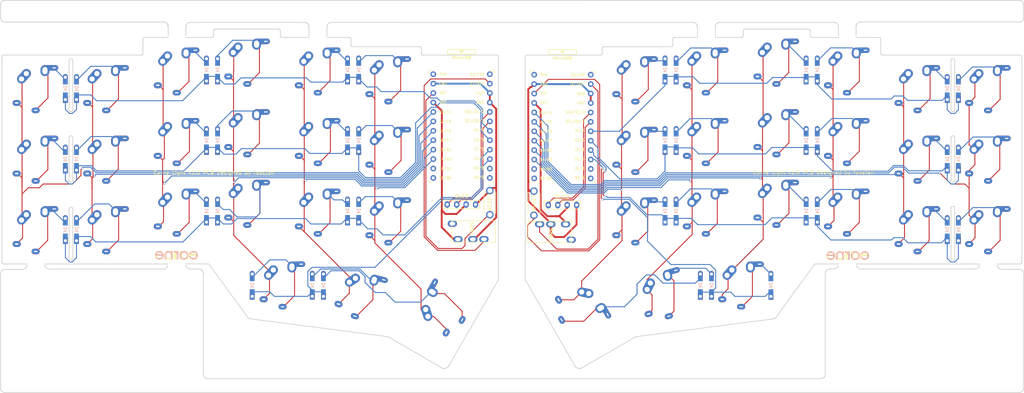
<source format=kicad_pcb>
(kicad_pcb (version 20171130) (host pcbnew "(5.1.5-0-10_14)")
  (title_block (title "Corne Light") (date 2020-11-12) (rev 2.0) (company foostan))
  (layers (0 F.Cu signal) (31 B.Cu signal) (34 B.Paste user) (35 F.Paste user) (36 B.SilkS user) (37 F.SilkS user) (38 B.Mask user) (39 F.Mask user) (44 Edge.Cuts user))
  (net 0 "")
  (net 1 row0)
  (net 2 "Net-(D1-Pad2)")
  (net 3 row1)
  (net 4 "Net-(D2-Pad2)")
  (net 5 row2)
  (net 6 "Net-(D3-Pad2)")
  (net 7 row3)
  (net 8 "Net-(D4-Pad2)")
  (net 9 "Net-(D5-Pad2)")
  (net 10 "Net-(D6-Pad2)")
  (net 11 "Net-(D7-Pad2)")
  (net 12 "Net-(D8-Pad2)")
  (net 13 "Net-(D9-Pad2)")
  (net 14 "Net-(D10-Pad2)")
  (net 15 "Net-(D11-Pad2)")
  (net 16 "Net-(D12-Pad2)")
  (net 17 "Net-(D13-Pad2)")
  (net 18 "Net-(D14-Pad2)")
  (net 19 "Net-(D15-Pad2)")
  (net 20 "Net-(D16-Pad2)")
  (net 21 "Net-(D17-Pad2)")
  (net 22 "Net-(D18-Pad2)")
  (net 23 "Net-(D19-Pad2)")
  (net 24 "Net-(D20-Pad2)")
  (net 25 "Net-(D21-Pad2)")
  (net 26 GND)
  (net 27 VCC)
  (net 28 col0)
  (net 29 col1)
  (net 30 col2)
  (net 31 col3)
  (net 32 col4)
  (net 33 col5)
  (net 34 data)
  (net 35 reset)
  (net 36 SCL)
  (net 37 SDA)
  (net 38 "Net-(U1-Pad14)")
  (net 39 "Net-(U1-Pad13)")
  (net 40 "Net-(U1-Pad12)")
  (net 41 "Net-(U1-Pad11)")
  (net 42 "Net-(J1-PadA)")
  (net 43 "Net-(U1-Pad24)")
  (net 44 "Net-(D22-Pad2)")
  (net 45 row0_r)
  (net 46 "Net-(D23-Pad2)")
  (net 47 "Net-(D24-Pad2)")
  (net 48 "Net-(D25-Pad2)")
  (net 49 "Net-(D26-Pad2)")
  (net 50 "Net-(D27-Pad2)")
  (net 51 row1_r)
  (net 52 "Net-(D28-Pad2)")
  (net 53 "Net-(D29-Pad2)")
  (net 54 "Net-(D30-Pad2)")
  (net 55 "Net-(D31-Pad2)")
  (net 56 "Net-(D32-Pad2)")
  (net 57 "Net-(D33-Pad2)")
  (net 58 row2_r)
  (net 59 "Net-(D34-Pad2)")
  (net 60 "Net-(D35-Pad2)")
  (net 61 "Net-(D36-Pad2)")
  (net 62 "Net-(D37-Pad2)")
  (net 63 "Net-(D38-Pad2)")
  (net 64 "Net-(D39-Pad2)")
  (net 65 "Net-(D40-Pad2)")
  (net 66 row3_r)
  (net 67 "Net-(D41-Pad2)")
  (net 68 "Net-(D42-Pad2)")
  (net 69 data_r)
  (net 70 "Net-(J6-PadA)")
  (net 71 SDA_r)
  (net 72 SCL_r)
  (net 73 reset_r)
  (net 74 col0_r)
  (net 75 col1_r)
  (net 76 col2_r)
  (net 77 col3_r)
  (net 78 col4_r)
  (net 79 col5_r)
  (net 80 "Net-(U2-Pad24)")
  (net 81 "Net-(U2-Pad14)")
  (net 82 "Net-(U2-Pad13)")
  (net 83 "Net-(U2-Pad12)")
  (net 84 "Net-(U2-Pad11)")
  (net 85 VDD)
  (net 86 GNDA)
  (net 87 "Net-(U1-Pad1)")
  (net 88 "Net-(U2-Pad1)")
  (module kbd:D3_TH_SMD_v2 (layer B.Cu) (at 30.1875 83.916875 90)
    (fp_text reference D13 hide)
    (fp_text value D hide)
    (pad 2 smd rect (at 1.775 0 270) (size 1.4 1.3) (layers B.Cu B.Paste B.Mask) (net 17 "Net-(D13-Pad2)"))
    (pad 1 smd rect (at -1.775 0 270) (size 1.4 1.3) (layers B.Cu B.Paste B.Mask) (net 5 row2))
    (pad 2 thru_hole oval (at 3 0 90) (size 1.778 1.3) (drill 0.8128) (layers *.Cu F.Mask) (net 17 "Net-(D13-Pad2)"))
    (pad 1 thru_hole rect (at -3 0 90) (size 1.778 1.3) (drill 0.8128) (layers *.Cu F.Mask) (net 5 row2))
  )
  (module kbd:D3_TH_SMD_v2 (layer B.Cu) (at 33.1875 83.92 90)
    (fp_text reference D14 hide)
    (fp_text value D hide)
    (pad 2 smd rect (at 1.775 0 270) (size 1.4 1.3) (layers B.Cu B.Paste B.Mask) (net 18 "Net-(D14-Pad2)"))
    (pad 1 smd rect (at -1.775 0 270) (size 1.4 1.3) (layers B.Cu B.Paste B.Mask) (net 5 row2))
    (pad 2 thru_hole oval (at 3 0 90) (size 1.778 1.3) (drill 0.8128) (layers *.Cu F.Mask) (net 18 "Net-(D14-Pad2)"))
    (pad 1 thru_hole rect (at -3 0 90) (size 1.778 1.3) (drill 0.8128) (layers *.Cu F.Mask) (net 5 row2))
  )
  (module kbd:D3_TH_SMD_v2 (layer B.Cu) (at 270.684847 83.920432 90)
    (fp_text reference D34 hide)
    (fp_text value D hide)
    (pad 2 smd rect (at 1.775 0 270) (size 1.4 1.3) (layers B.Cu B.Paste B.Mask) (net 59 "Net-(D34-Pad2)"))
    (pad 1 smd rect (at -1.775 0 270) (size 1.4 1.3) (layers B.Cu B.Paste B.Mask) (net 58 row2_r))
    (pad 2 thru_hole oval (at 3 0 90) (size 1.778 1.3) (drill 0.8128) (layers *.Cu F.Mask) (net 59 "Net-(D34-Pad2)"))
    (pad 1 thru_hole rect (at -3 0 90) (size 1.778 1.3) (drill 0.8128) (layers *.Cu F.Mask) (net 58 row2_r))
  )
  (module kbd:D3_TH_SMD_v2 (layer B.Cu) (at 109.1875 59.92 90)
    (fp_text reference D12 hide)
    (fp_text value D hide)
    (pad 2 smd rect (at 1.775 0 270) (size 1.4 1.3) (layers B.Cu B.Paste B.Mask) (net 16 "Net-(D12-Pad2)"))
    (pad 1 smd rect (at -1.775 0 270) (size 1.4 1.3) (layers B.Cu B.Paste B.Mask) (net 3 row1))
    (pad 2 thru_hole oval (at 3 0 90) (size 1.778 1.3) (drill 0.8128) (layers *.Cu F.Mask) (net 16 "Net-(D12-Pad2)"))
    (pad 1 thru_hole rect (at -3 0 90) (size 1.778 1.3) (drill 0.8128) (layers *.Cu F.Mask) (net 3 row1))
  )
  (module kbd:D3_TH_SMD_v2 (layer B.Cu) (at 191.684847 59.920432 90)
    (fp_text reference D33 hide)
    (fp_text value D hide)
    (pad 2 smd rect (at 1.775 0 270) (size 1.4 1.3) (layers B.Cu B.Paste B.Mask) (net 57 "Net-(D33-Pad2)"))
    (pad 1 smd rect (at -1.775 0 270) (size 1.4 1.3) (layers B.Cu B.Paste B.Mask) (net 51 row1_r))
    (pad 2 thru_hole oval (at 3 0 90) (size 1.778 1.3) (drill 0.8128) (layers *.Cu F.Mask) (net 57 "Net-(D33-Pad2)"))
    (pad 1 thru_hole rect (at -3 0 90) (size 1.778 1.3) (drill 0.8128) (layers *.Cu F.Mask) (net 51 row1_r))
  )
  (module kbd:D3_TH_SMD_v2 (layer B.Cu) (at 194.684847 59.920432 90)
    (fp_text reference D32 hide)
    (fp_text value D hide)
    (pad 2 smd rect (at 1.775 0 270) (size 1.4 1.3) (layers B.Cu B.Paste B.Mask) (net 56 "Net-(D32-Pad2)"))
    (pad 1 smd rect (at -1.775 0 270) (size 1.4 1.3) (layers B.Cu B.Paste B.Mask) (net 51 row1_r))
    (pad 2 thru_hole oval (at 3 0 90) (size 1.778 1.3) (drill 0.8128) (layers *.Cu F.Mask) (net 56 "Net-(D32-Pad2)"))
    (pad 1 thru_hole rect (at -3 0 90) (size 1.778 1.3) (drill 0.8128) (layers *.Cu F.Mask) (net 51 row1_r))
  )
  (module kbd:D3_TH_SMD_v2 (layer B.Cu) (at 229.684847 59.915432 90)
    (fp_text reference D31 hide)
    (fp_text value D hide)
    (pad 2 smd rect (at 1.775 0 270) (size 1.4 1.3) (layers B.Cu B.Paste B.Mask) (net 55 "Net-(D31-Pad2)"))
    (pad 1 smd rect (at -1.775 0 270) (size 1.4 1.3) (layers B.Cu B.Paste B.Mask) (net 51 row1_r))
    (pad 2 thru_hole oval (at 3 0 90) (size 1.778 1.3) (drill 0.8128) (layers *.Cu F.Mask) (net 55 "Net-(D31-Pad2)"))
    (pad 1 thru_hole rect (at -3 0 90) (size 1.778 1.3) (drill 0.8128) (layers *.Cu F.Mask) (net 51 row1_r))
  )
  (module kbd:D3_TH_SMD_v2 (layer B.Cu) (at 232.684847 59.920432 90)
    (fp_text reference D30 hide)
    (fp_text value D hide)
    (pad 2 smd rect (at 1.775 0 270) (size 1.4 1.3) (layers B.Cu B.Paste B.Mask) (net 54 "Net-(D30-Pad2)"))
    (pad 1 smd rect (at -1.775 0 270) (size 1.4 1.3) (layers B.Cu B.Paste B.Mask) (net 51 row1_r))
    (pad 2 thru_hole oval (at 3 0 90) (size 1.778 1.3) (drill 0.8128) (layers *.Cu F.Mask) (net 54 "Net-(D30-Pad2)"))
    (pad 1 thru_hole rect (at -3 0 90) (size 1.778 1.3) (drill 0.8128) (layers *.Cu F.Mask) (net 51 row1_r))
  )
  (module kbd:D3_TH_SMD_v2 (layer B.Cu) (at 267.684847 64.920432 90)
    (fp_text reference D29 hide)
    (fp_text value D hide)
    (pad 2 smd rect (at 1.775 0 270) (size 1.4 1.3) (layers B.Cu B.Paste B.Mask) (net 53 "Net-(D29-Pad2)"))
    (pad 1 smd rect (at -1.775 0 270) (size 1.4 1.3) (layers B.Cu B.Paste B.Mask) (net 51 row1_r))
    (pad 2 thru_hole oval (at 3 0 90) (size 1.778 1.3) (drill 0.8128) (layers *.Cu F.Mask) (net 53 "Net-(D29-Pad2)"))
    (pad 1 thru_hole rect (at -3 0 90) (size 1.778 1.3) (drill 0.8128) (layers *.Cu F.Mask) (net 51 row1_r))
  )
  (module kbd:D3_TH_SMD_v2 (layer B.Cu) (at 270.684847 64.920432 90)
    (fp_text reference D28 hide)
    (fp_text value D hide)
    (pad 2 smd rect (at 1.775 0 270) (size 1.4 1.3) (layers B.Cu B.Paste B.Mask) (net 52 "Net-(D28-Pad2)"))
    (pad 1 smd rect (at -1.775 0 270) (size 1.4 1.3) (layers B.Cu B.Paste B.Mask) (net 51 row1_r))
    (pad 2 thru_hole oval (at 3 0 90) (size 1.778 1.3) (drill 0.8128) (layers *.Cu F.Mask) (net 52 "Net-(D28-Pad2)"))
    (pad 1 thru_hole rect (at -3 0 90) (size 1.778 1.3) (drill 0.8128) (layers *.Cu F.Mask) (net 51 row1_r))
  )
  (module kbd:D3_TH_SMD_v2 (layer B.Cu) (at 191.684847 40.920432 90)
    (fp_text reference D27 hide)
    (fp_text value D hide)
    (pad 2 smd rect (at 1.775 0 270) (size 1.4 1.3) (layers B.Cu B.Paste B.Mask) (net 50 "Net-(D27-Pad2)"))
    (pad 1 smd rect (at -1.775 0 270) (size 1.4 1.3) (layers B.Cu B.Paste B.Mask) (net 45 row0_r))
    (pad 2 thru_hole oval (at 3 0 90) (size 1.778 1.3) (drill 0.8128) (layers *.Cu F.Mask) (net 50 "Net-(D27-Pad2)"))
    (pad 1 thru_hole rect (at -3 0 90) (size 1.778 1.3) (drill 0.8128) (layers *.Cu F.Mask) (net 45 row0_r))
  )
  (module kbd:D3_TH_SMD_v2 (layer B.Cu) (at 194.684847 40.920432 90)
    (fp_text reference D26 hide)
    (fp_text value D hide)
    (pad 2 smd rect (at 1.775 0 270) (size 1.4 1.3) (layers B.Cu B.Paste B.Mask) (net 49 "Net-(D26-Pad2)"))
    (pad 1 smd rect (at -1.775 0 270) (size 1.4 1.3) (layers B.Cu B.Paste B.Mask) (net 45 row0_r))
    (pad 2 thru_hole oval (at 3 0 90) (size 1.778 1.3) (drill 0.8128) (layers *.Cu F.Mask) (net 49 "Net-(D26-Pad2)"))
    (pad 1 thru_hole rect (at -3 0 90) (size 1.778 1.3) (drill 0.8128) (layers *.Cu F.Mask) (net 45 row0_r))
  )
  (module kbd:D3_TH_SMD_v2 (layer B.Cu) (at 229.684847 40.915432 90)
    (fp_text reference D25 hide)
    (fp_text value D hide)
    (pad 2 smd rect (at 1.775 0 270) (size 1.4 1.3) (layers B.Cu B.Paste B.Mask) (net 48 "Net-(D25-Pad2)"))
    (pad 1 smd rect (at -1.775 0 270) (size 1.4 1.3) (layers B.Cu B.Paste B.Mask) (net 45 row0_r))
    (pad 2 thru_hole oval (at 3 0 90) (size 1.778 1.3) (drill 0.8128) (layers *.Cu F.Mask) (net 48 "Net-(D25-Pad2)"))
    (pad 1 thru_hole rect (at -3 0 90) (size 1.778 1.3) (drill 0.8128) (layers *.Cu F.Mask) (net 45 row0_r))
  )
  (module kbd:D3_TH_SMD_v2 (layer B.Cu) (at 232.684847 40.920432 90)
    (fp_text reference D24 hide)
    (fp_text value D hide)
    (pad 2 smd rect (at 1.775 0 270) (size 1.4 1.3) (layers B.Cu B.Paste B.Mask) (net 47 "Net-(D24-Pad2)"))
    (pad 1 smd rect (at -1.775 0 270) (size 1.4 1.3) (layers B.Cu B.Paste B.Mask) (net 45 row0_r))
    (pad 2 thru_hole oval (at 3 0 90) (size 1.778 1.3) (drill 0.8128) (layers *.Cu F.Mask) (net 47 "Net-(D24-Pad2)"))
    (pad 1 thru_hole rect (at -3 0 90) (size 1.778 1.3) (drill 0.8128) (layers *.Cu F.Mask) (net 45 row0_r))
  )
  (module kbd:D3_TH_SMD_v2 (layer B.Cu) (at 267.684847 45.920432 90)
    (fp_text reference D23 hide)
    (fp_text value D hide)
    (pad 2 smd rect (at 1.775 0 270) (size 1.4 1.3) (layers B.Cu B.Paste B.Mask) (net 46 "Net-(D23-Pad2)"))
    (pad 1 smd rect (at -1.775 0 270) (size 1.4 1.3) (layers B.Cu B.Paste B.Mask) (net 45 row0_r))
    (pad 2 thru_hole oval (at 3 0 90) (size 1.778 1.3) (drill 0.8128) (layers *.Cu F.Mask) (net 46 "Net-(D23-Pad2)"))
    (pad 1 thru_hole rect (at -3 0 90) (size 1.778 1.3) (drill 0.8128) (layers *.Cu F.Mask) (net 45 row0_r))
  )
  (module kbd:D3_TH_SMD_v2 (layer B.Cu) (at 270.684847 45.920432 90)
    (fp_text reference D22 hide)
    (fp_text value D hide)
    (pad 2 smd rect (at 1.775 0 270) (size 1.4 1.3) (layers B.Cu B.Paste B.Mask) (net 44 "Net-(D22-Pad2)"))
    (pad 1 smd rect (at -1.775 0 270) (size 1.4 1.3) (layers B.Cu B.Paste B.Mask) (net 45 row0_r))
    (pad 2 thru_hole oval (at 3 0 90) (size 1.778 1.3) (drill 0.8128) (layers *.Cu F.Mask) (net 44 "Net-(D22-Pad2)"))
    (pad 1 thru_hole rect (at -3 0 90) (size 1.778 1.3) (drill 0.8128) (layers *.Cu F.Mask) (net 45 row0_r))
  )
  (module kbd:D3_TH_SMD_v2 (layer B.Cu) (at 201.194847 98.915432 90)
    (fp_text reference D42 hide)
    (fp_text value D hide)
    (pad 2 smd rect (at 1.775 0 270) (size 1.4 1.3) (layers B.Cu B.Paste B.Mask) (net 68 "Net-(D42-Pad2)"))
    (pad 1 smd rect (at -1.775 0 270) (size 1.4 1.3) (layers B.Cu B.Paste B.Mask) (net 66 row3_r))
    (pad 2 thru_hole oval (at 3 0 90) (size 1.778 1.3) (drill 0.8128) (layers *.Cu F.Mask) (net 68 "Net-(D42-Pad2)"))
    (pad 1 thru_hole rect (at -3 0 90) (size 1.778 1.3) (drill 0.8128) (layers *.Cu F.Mask) (net 66 row3_r))
  )
  (module kbd:D3_TH_SMD_v2 (layer B.Cu) (at 204.194847 98.915432 90)
    (fp_text reference D41 hide)
    (fp_text value D hide)
    (pad 2 smd rect (at 1.775 0 270) (size 1.4 1.3) (layers B.Cu B.Paste B.Mask) (net 67 "Net-(D41-Pad2)"))
    (pad 1 smd rect (at -1.775 0 270) (size 1.4 1.3) (layers B.Cu B.Paste B.Mask) (net 66 row3_r))
    (pad 2 thru_hole oval (at 3 0 90) (size 1.778 1.3) (drill 0.8128) (layers *.Cu F.Mask) (net 67 "Net-(D41-Pad2)"))
    (pad 1 thru_hole rect (at -3 0 90) (size 1.778 1.3) (drill 0.8128) (layers *.Cu F.Mask) (net 66 row3_r))
  )
  (module kbd:D3_TH_SMD_v2 (layer B.Cu) (at 220.184847 98.930432 90)
    (fp_text reference D40 hide)
    (fp_text value D hide)
    (pad 2 smd rect (at 1.775 0 270) (size 1.4 1.3) (layers B.Cu B.Paste B.Mask) (net 65 "Net-(D40-Pad2)"))
    (pad 1 smd rect (at -1.775 0 270) (size 1.4 1.3) (layers B.Cu B.Paste B.Mask) (net 66 row3_r))
    (pad 2 thru_hole oval (at 3 0 90) (size 1.778 1.3) (drill 0.8128) (layers *.Cu F.Mask) (net 65 "Net-(D40-Pad2)"))
    (pad 1 thru_hole rect (at -3 0 90) (size 1.778 1.3) (drill 0.8128) (layers *.Cu F.Mask) (net 66 row3_r))
  )
  (module kbd:D3_TH_SMD_v2 (layer B.Cu) (at 191.684847 78.920432 90)
    (fp_text reference D39 hide)
    (fp_text value D hide)
    (pad 2 smd rect (at 1.775 0 270) (size 1.4 1.3) (layers B.Cu B.Paste B.Mask) (net 64 "Net-(D39-Pad2)"))
    (pad 1 smd rect (at -1.775 0 270) (size 1.4 1.3) (layers B.Cu B.Paste B.Mask) (net 58 row2_r))
    (pad 2 thru_hole oval (at 3 0 90) (size 1.778 1.3) (drill 0.8128) (layers *.Cu F.Mask) (net 64 "Net-(D39-Pad2)"))
    (pad 1 thru_hole rect (at -3 0 90) (size 1.778 1.3) (drill 0.8128) (layers *.Cu F.Mask) (net 58 row2_r))
  )
  (module kbd:D3_TH_SMD_v2 (layer B.Cu) (at 194.684847 78.920432 90)
    (fp_text reference D38 hide)
    (fp_text value D hide)
    (pad 2 smd rect (at 1.775 0 270) (size 1.4 1.3) (layers B.Cu B.Paste B.Mask) (net 63 "Net-(D38-Pad2)"))
    (pad 1 smd rect (at -1.775 0 270) (size 1.4 1.3) (layers B.Cu B.Paste B.Mask) (net 58 row2_r))
    (pad 2 thru_hole oval (at 3 0 90) (size 1.778 1.3) (drill 0.8128) (layers *.Cu F.Mask) (net 63 "Net-(D38-Pad2)"))
    (pad 1 thru_hole rect (at -3 0 90) (size 1.778 1.3) (drill 0.8128) (layers *.Cu F.Mask) (net 58 row2_r))
  )
  (module kbd:D3_TH_SMD_v2 (layer B.Cu) (at 229.684847 78.915432 90)
    (fp_text reference D37 hide)
    (fp_text value D hide)
    (pad 2 smd rect (at 1.775 0 270) (size 1.4 1.3) (layers B.Cu B.Paste B.Mask) (net 62 "Net-(D37-Pad2)"))
    (pad 1 smd rect (at -1.775 0 270) (size 1.4 1.3) (layers B.Cu B.Paste B.Mask) (net 58 row2_r))
    (pad 2 thru_hole oval (at 3 0 90) (size 1.778 1.3) (drill 0.8128) (layers *.Cu F.Mask) (net 62 "Net-(D37-Pad2)"))
    (pad 1 thru_hole rect (at -3 0 90) (size 1.778 1.3) (drill 0.8128) (layers *.Cu F.Mask) (net 58 row2_r))
  )
  (module kbd:D3_TH_SMD_v2 (layer B.Cu) (at 232.684847 78.920432 90)
    (fp_text reference D36 hide)
    (fp_text value D hide)
    (pad 2 smd rect (at 1.775 0 270) (size 1.4 1.3) (layers B.Cu B.Paste B.Mask) (net 61 "Net-(D36-Pad2)"))
    (pad 1 smd rect (at -1.775 0 270) (size 1.4 1.3) (layers B.Cu B.Paste B.Mask) (net 58 row2_r))
    (pad 2 thru_hole oval (at 3 0 90) (size 1.778 1.3) (drill 0.8128) (layers *.Cu F.Mask) (net 61 "Net-(D36-Pad2)"))
    (pad 1 thru_hole rect (at -3 0 90) (size 1.778 1.3) (drill 0.8128) (layers *.Cu F.Mask) (net 58 row2_r))
  )
  (module kbd:D3_TH_SMD_v2 (layer B.Cu) (at 267.684847 83.920432 90)
    (fp_text reference D35 hide)
    (fp_text value D hide)
    (pad 2 smd rect (at 1.775 0 270) (size 1.4 1.3) (layers B.Cu B.Paste B.Mask) (net 60 "Net-(D35-Pad2)"))
    (pad 1 smd rect (at -1.775 0 270) (size 1.4 1.3) (layers B.Cu B.Paste B.Mask) (net 58 row2_r))
    (pad 2 thru_hole oval (at 3 0 90) (size 1.778 1.3) (drill 0.8128) (layers *.Cu F.Mask) (net 60 "Net-(D35-Pad2)"))
    (pad 1 thru_hole rect (at -3 0 90) (size 1.778 1.3) (drill 0.8128) (layers *.Cu F.Mask) (net 58 row2_r))
  )
  (module kbd:D3_TH_SMD_v2 (layer B.Cu) (at 30.1875 45.916875 90)
    (fp_text reference D1 hide)
    (fp_text value D hide)
    (pad 2 smd rect (at 1.775 0 270) (size 1.4 1.3) (layers B.Cu B.Paste B.Mask) (net 2 "Net-(D1-Pad2)"))
    (pad 1 smd rect (at -1.775 0 270) (size 1.4 1.3) (layers B.Cu B.Paste B.Mask) (net 1 row0))
    (pad 2 thru_hole oval (at 3 0 90) (size 1.778 1.3) (drill 0.8128) (layers *.Cu F.Mask) (net 2 "Net-(D1-Pad2)"))
    (pad 1 thru_hole rect (at -3 0 90) (size 1.778 1.3) (drill 0.8128) (layers *.Cu F.Mask) (net 1 row0))
  )
  (module kbd:D3_TH_SMD_v2 (layer B.Cu) (at 33.1875 45.92 90)
    (fp_text reference D2 hide)
    (fp_text value D hide)
    (pad 2 smd rect (at 1.775 0 270) (size 1.4 1.3) (layers B.Cu B.Paste B.Mask) (net 4 "Net-(D2-Pad2)"))
    (pad 1 smd rect (at -1.775 0 270) (size 1.4 1.3) (layers B.Cu B.Paste B.Mask) (net 1 row0))
    (pad 2 thru_hole oval (at 3 0 90) (size 1.778 1.3) (drill 0.8128) (layers *.Cu F.Mask) (net 4 "Net-(D2-Pad2)"))
    (pad 1 thru_hole rect (at -3 0 90) (size 1.778 1.3) (drill 0.8128) (layers *.Cu F.Mask) (net 1 row0))
  )
  (module kbd:D3_TH_SMD_v2 (layer B.Cu) (at 68.1875 40.92 90)
    (fp_text reference D3 hide)
    (fp_text value D hide)
    (pad 2 smd rect (at 1.775 0 270) (size 1.4 1.3) (layers B.Cu B.Paste B.Mask) (net 6 "Net-(D3-Pad2)"))
    (pad 1 smd rect (at -1.775 0 270) (size 1.4 1.3) (layers B.Cu B.Paste B.Mask) (net 1 row0))
    (pad 2 thru_hole oval (at 3 0 90) (size 1.778 1.3) (drill 0.8128) (layers *.Cu F.Mask) (net 6 "Net-(D3-Pad2)"))
    (pad 1 thru_hole rect (at -3 0 90) (size 1.778 1.3) (drill 0.8128) (layers *.Cu F.Mask) (net 1 row0))
  )
  (module kbd:D3_TH_SMD_v2 (layer B.Cu) (at 71.1875 40.915 90)
    (fp_text reference D4 hide)
    (fp_text value D hide)
    (pad 2 smd rect (at 1.775 0 270) (size 1.4 1.3) (layers B.Cu B.Paste B.Mask) (net 8 "Net-(D4-Pad2)"))
    (pad 1 smd rect (at -1.775 0 270) (size 1.4 1.3) (layers B.Cu B.Paste B.Mask) (net 1 row0))
    (pad 2 thru_hole oval (at 3 0 90) (size 1.778 1.3) (drill 0.8128) (layers *.Cu F.Mask) (net 8 "Net-(D4-Pad2)"))
    (pad 1 thru_hole rect (at -3 0 90) (size 1.778 1.3) (drill 0.8128) (layers *.Cu F.Mask) (net 1 row0))
  )
  (module kbd:D3_TH_SMD_v2 (layer B.Cu) (at 106.1875 40.92 90)
    (fp_text reference D5 hide)
    (fp_text value D hide)
    (pad 2 smd rect (at 1.775 0 270) (size 1.4 1.3) (layers B.Cu B.Paste B.Mask) (net 9 "Net-(D5-Pad2)"))
    (pad 1 smd rect (at -1.775 0 270) (size 1.4 1.3) (layers B.Cu B.Paste B.Mask) (net 1 row0))
    (pad 2 thru_hole oval (at 3 0 90) (size 1.778 1.3) (drill 0.8128) (layers *.Cu F.Mask) (net 9 "Net-(D5-Pad2)"))
    (pad 1 thru_hole rect (at -3 0 90) (size 1.778 1.3) (drill 0.8128) (layers *.Cu F.Mask) (net 1 row0))
  )
  (module kbd:D3_TH_SMD_v2 (layer B.Cu) (at 109.1875 40.92 90)
    (fp_text reference D6 hide)
    (fp_text value D hide)
    (pad 2 smd rect (at 1.775 0 270) (size 1.4 1.3) (layers B.Cu B.Paste B.Mask) (net 10 "Net-(D6-Pad2)"))
    (pad 1 smd rect (at -1.775 0 270) (size 1.4 1.3) (layers B.Cu B.Paste B.Mask) (net 1 row0))
    (pad 2 thru_hole oval (at 3 0 90) (size 1.778 1.3) (drill 0.8128) (layers *.Cu F.Mask) (net 10 "Net-(D6-Pad2)"))
    (pad 1 thru_hole rect (at -3 0 90) (size 1.778 1.3) (drill 0.8128) (layers *.Cu F.Mask) (net 1 row0))
  )
  (module kbd:D3_TH_SMD_v2 (layer B.Cu) (at 30.1875 64.916875 90)
    (fp_text reference D7 hide)
    (fp_text value D hide)
    (pad 2 smd rect (at 1.775 0 270) (size 1.4 1.3) (layers B.Cu B.Paste B.Mask) (net 11 "Net-(D7-Pad2)"))
    (pad 1 smd rect (at -1.775 0 270) (size 1.4 1.3) (layers B.Cu B.Paste B.Mask) (net 3 row1))
    (pad 2 thru_hole oval (at 3 0 90) (size 1.778 1.3) (drill 0.8128) (layers *.Cu F.Mask) (net 11 "Net-(D7-Pad2)"))
    (pad 1 thru_hole rect (at -3 0 90) (size 1.778 1.3) (drill 0.8128) (layers *.Cu F.Mask) (net 3 row1))
  )
  (module kbd:D3_TH_SMD_v2 (layer B.Cu) (at 33.1875 64.92 90)
    (fp_text reference D8 hide)
    (fp_text value D hide)
    (pad 2 smd rect (at 1.775 0 270) (size 1.4 1.3) (layers B.Cu B.Paste B.Mask) (net 12 "Net-(D8-Pad2)"))
    (pad 1 smd rect (at -1.775 0 270) (size 1.4 1.3) (layers B.Cu B.Paste B.Mask) (net 3 row1))
    (pad 2 thru_hole oval (at 3 0 90) (size 1.778 1.3) (drill 0.8128) (layers *.Cu F.Mask) (net 12 "Net-(D8-Pad2)"))
    (pad 1 thru_hole rect (at -3 0 90) (size 1.778 1.3) (drill 0.8128) (layers *.Cu F.Mask) (net 3 row1))
  )
  (module kbd:D3_TH_SMD_v2 (layer B.Cu) (at 68.1875 59.92 90)
    (fp_text reference D9 hide)
    (fp_text value D hide)
    (pad 2 smd rect (at 1.775 0 270) (size 1.4 1.3) (layers B.Cu B.Paste B.Mask) (net 13 "Net-(D9-Pad2)"))
    (pad 1 smd rect (at -1.775 0 270) (size 1.4 1.3) (layers B.Cu B.Paste B.Mask) (net 3 row1))
    (pad 2 thru_hole oval (at 3 0 90) (size 1.778 1.3) (drill 0.8128) (layers *.Cu F.Mask) (net 13 "Net-(D9-Pad2)"))
    (pad 1 thru_hole rect (at -3 0 90) (size 1.778 1.3) (drill 0.8128) (layers *.Cu F.Mask) (net 3 row1))
  )
  (module kbd:D3_TH_SMD_v2 (layer B.Cu) (at 71.1875 59.915 90)
    (fp_text reference D10 hide)
    (fp_text value D hide)
    (pad 2 smd rect (at 1.775 0 270) (size 1.4 1.3) (layers B.Cu B.Paste B.Mask) (net 14 "Net-(D10-Pad2)"))
    (pad 1 smd rect (at -1.775 0 270) (size 1.4 1.3) (layers B.Cu B.Paste B.Mask) (net 3 row1))
    (pad 2 thru_hole oval (at 3 0 90) (size 1.778 1.3) (drill 0.8128) (layers *.Cu F.Mask) (net 14 "Net-(D10-Pad2)"))
    (pad 1 thru_hole rect (at -3 0 90) (size 1.778 1.3) (drill 0.8128) (layers *.Cu F.Mask) (net 3 row1))
  )
  (module kbd:D3_TH_SMD_v2 (layer B.Cu) (at 106.1875 59.92 90)
    (fp_text reference D11 hide)
    (fp_text value D hide)
    (pad 2 smd rect (at 1.775 0 270) (size 1.4 1.3) (layers B.Cu B.Paste B.Mask) (net 15 "Net-(D11-Pad2)"))
    (pad 1 smd rect (at -1.775 0 270) (size 1.4 1.3) (layers B.Cu B.Paste B.Mask) (net 3 row1))
    (pad 2 thru_hole oval (at 3 0 90) (size 1.778 1.3) (drill 0.8128) (layers *.Cu F.Mask) (net 15 "Net-(D11-Pad2)"))
    (pad 1 thru_hole rect (at -3 0 90) (size 1.778 1.3) (drill 0.8128) (layers *.Cu F.Mask) (net 3 row1))
  )
  (module kbd:D3_TH_SMD_v2 (layer B.Cu) (at 68.1875 78.92 90)
    (fp_text reference D15 hide)
    (fp_text value D hide)
    (pad 2 smd rect (at 1.775 0 270) (size 1.4 1.3) (layers B.Cu B.Paste B.Mask) (net 19 "Net-(D15-Pad2)"))
    (pad 1 smd rect (at -1.775 0 270) (size 1.4 1.3) (layers B.Cu B.Paste B.Mask) (net 5 row2))
    (pad 2 thru_hole oval (at 3 0 90) (size 1.778 1.3) (drill 0.8128) (layers *.Cu F.Mask) (net 19 "Net-(D15-Pad2)"))
    (pad 1 thru_hole rect (at -3 0 90) (size 1.778 1.3) (drill 0.8128) (layers *.Cu F.Mask) (net 5 row2))
  )
  (module kbd:D3_TH_SMD_v2 (layer B.Cu) (at 71.1875 78.915 90)
    (fp_text reference D16 hide)
    (fp_text value D hide)
    (pad 2 smd rect (at 1.775 0 270) (size 1.4 1.3) (layers B.Cu B.Paste B.Mask) (net 20 "Net-(D16-Pad2)"))
    (pad 1 smd rect (at -1.775 0 270) (size 1.4 1.3) (layers B.Cu B.Paste B.Mask) (net 5 row2))
    (pad 2 thru_hole oval (at 3 0 90) (size 1.778 1.3) (drill 0.8128) (layers *.Cu F.Mask) (net 20 "Net-(D16-Pad2)"))
    (pad 1 thru_hole rect (at -3 0 90) (size 1.778 1.3) (drill 0.8128) (layers *.Cu F.Mask) (net 5 row2))
  )
  (module kbd:D3_TH_SMD_v2 (layer B.Cu) (at 106.1875 78.92 90)
    (fp_text reference D17 hide)
    (fp_text value D hide)
    (pad 2 smd rect (at 1.775 0 270) (size 1.4 1.3) (layers B.Cu B.Paste B.Mask) (net 21 "Net-(D17-Pad2)"))
    (pad 1 smd rect (at -1.775 0 270) (size 1.4 1.3) (layers B.Cu B.Paste B.Mask) (net 5 row2))
    (pad 2 thru_hole oval (at 3 0 90) (size 1.778 1.3) (drill 0.8128) (layers *.Cu F.Mask) (net 21 "Net-(D17-Pad2)"))
    (pad 1 thru_hole rect (at -3 0 90) (size 1.778 1.3) (drill 0.8128) (layers *.Cu F.Mask) (net 5 row2))
  )
  (module kbd:D3_TH_SMD_v2 (layer B.Cu) (at 109.1875 78.92 90)
    (fp_text reference D18 hide)
    (fp_text value D hide)
    (pad 2 smd rect (at 1.775 0 270) (size 1.4 1.3) (layers B.Cu B.Paste B.Mask) (net 22 "Net-(D18-Pad2)"))
    (pad 1 smd rect (at -1.775 0 270) (size 1.4 1.3) (layers B.Cu B.Paste B.Mask) (net 5 row2))
    (pad 2 thru_hole oval (at 3 0 90) (size 1.778 1.3) (drill 0.8128) (layers *.Cu F.Mask) (net 22 "Net-(D18-Pad2)"))
    (pad 1 thru_hole rect (at -3 0 90) (size 1.778 1.3) (drill 0.8128) (layers *.Cu F.Mask) (net 5 row2))
  )
  (module kbd:D3_TH_SMD_v2 (layer B.Cu) (at 80.5075 98.91 90)
    (fp_text reference D19 hide)
    (fp_text value D hide)
    (pad 2 smd rect (at 1.775 0 270) (size 1.4 1.3) (layers B.Cu B.Paste B.Mask) (net 23 "Net-(D19-Pad2)"))
    (pad 1 smd rect (at -1.775 0 270) (size 1.4 1.3) (layers B.Cu B.Paste B.Mask) (net 7 row3))
    (pad 2 thru_hole oval (at 3 0 90) (size 1.778 1.3) (drill 0.8128) (layers *.Cu F.Mask) (net 23 "Net-(D19-Pad2)"))
    (pad 1 thru_hole rect (at -3 0 90) (size 1.778 1.3) (drill 0.8128) (layers *.Cu F.Mask) (net 7 row3))
  )
  (module kbd:D3_TH_SMD_v2 (layer B.Cu) (at 96.6875 98.905 90)
    (fp_text reference D20 hide)
    (fp_text value D hide)
    (pad 2 smd rect (at 1.775 0 270) (size 1.4 1.3) (layers B.Cu B.Paste B.Mask) (net 24 "Net-(D20-Pad2)"))
    (pad 1 smd rect (at -1.775 0 270) (size 1.4 1.3) (layers B.Cu B.Paste B.Mask) (net 7 row3))
    (pad 2 thru_hole oval (at 3 0 90) (size 1.778 1.3) (drill 0.8128) (layers *.Cu F.Mask) (net 24 "Net-(D20-Pad2)"))
    (pad 1 thru_hole rect (at -3 0 90) (size 1.778 1.3) (drill 0.8128) (layers *.Cu F.Mask) (net 7 row3))
  )
  (module kbd:D3_TH_SMD_v2 (layer B.Cu) (at 99.6875 98.905 90)
    (fp_text reference D21 hide)
    (fp_text value D hide)
    (pad 2 smd rect (at 1.775 0 270) (size 1.4 1.3) (layers B.Cu B.Paste B.Mask) (net 25 "Net-(D21-Pad2)"))
    (pad 1 smd rect (at -1.775 0 270) (size 1.4 1.3) (layers B.Cu B.Paste B.Mask) (net 7 row3))
    (pad 2 thru_hole oval (at 3 0 90) (size 1.778 1.3) (drill 0.8128) (layers *.Cu F.Mask) (net 25 "Net-(D21-Pad2)"))
    (pad 1 thru_hole rect (at -3 0 90) (size 1.778 1.3) (drill 0.8128) (layers *.Cu F.Mask) (net 7 row3))
  )
  (module kbd:OLED_1side (layer F.Cu) (at 160.2575 77.31)
    (fp_text reference J7)
    (fp_text value OLED hide)
    (fp_text user OLED (at 3.69 -2.15) (layer F.SilkS))
    (pad 4 thru_hole oval (at 7.62 0) (size 1.397 1.778) (drill 0.8128) (layers *.Cu B.Mask) (net 86 GNDA))
    (pad 3 thru_hole oval (at 5.08 0) (size 1.397 1.778) (drill 0.8128) (layers *.Cu B.Mask) (net 85 VDD))
    (pad 2 thru_hole oval (at 2.54 0) (size 1.397 1.778) (drill 0.8128) (layers *.Cu B.Mask) (net 72 SCL_r))
    (pad 1 thru_hole oval (at 0 0) (size 1.397 1.778) (drill 0.8128) (layers *.Cu B.Mask) (net 71 SDA_r))
  )
  (module kbd:OLED_1side (layer F.Cu) (at 133.0285 77.168)
    (fp_text reference J2)
    (fp_text value OLED hide)
    (fp_text user OLED (at 3.906 -2.284) (layer F.SilkS))
    (pad 4 thru_hole oval (at 7.62 0) (size 1.397 1.778) (drill 0.8128) (layers *.Cu B.Mask) (net 26 GND))
    (pad 3 thru_hole oval (at 5.08 0) (size 1.397 1.778) (drill 0.8128) (layers *.Cu B.Mask) (net 27 VCC))
    (pad 2 thru_hole oval (at 2.54 0) (size 1.397 1.778) (drill 0.8128) (layers *.Cu B.Mask) (net 36 SCL))
    (pad 1 thru_hole oval (at 0 0) (size 1.397 1.778) (drill 0.8128) (layers *.Cu B.Mask) (net 37 SDA))
  )
  (module kbd:MJ-4PP-9_1side (layer F.Cu) (at 154.607847 84.565432 90)
    (fp_text reference J6)
    (fp_text value MJ-4PP-9 hide)
    (fp_text user TRRS (at -0.75 6.45 90) (layer F.SilkS))
    (pad A thru_hole oval (at -2.1 11.8 90) (size 1.7 2.5) (drill oval 1 1.5) (layers *.Cu B.Mask) (net 70 "Net-(J6-PadA)") (clearance 0.15))
    (pad D thru_hole oval (at 2.1 10.3 90) (size 1.7 2.5) (drill oval 1 1.5) (layers *.Cu B.Mask) (net 85 VDD) (clearance 0.15))
    (pad C thru_hole oval (at 2.1 6.3 90) (size 1.7 2.5) (drill oval 1 1.5) (layers *.Cu B.Mask) (net 86 GNDA))
    (pad B thru_hole oval (at 2.1 3.3 90) (size 1.7 2.5) (drill oval 1 1.5) (layers *.Cu B.Mask) (net 69 data_r))
    (pad "" np_thru_hole circle (at 0 8.5 90) (size 1.2 1.2) (drill 1.2) (layers *.Cu *.Mask))
    (pad "" np_thru_hole circle (at 0 1.5 90) (size 1.2 1.2) (drill 1.2) (layers *.Cu *.Mask))
  )
  (module kbd:MJ-4PP-9_1side (layer F.Cu) (at 146.2145 84.432 270)
    (fp_text reference J1)
    (fp_text value MJ-4PP-9 hide)
    (fp_text user TRRS (at -0.75 6.45 270) (layer F.SilkS))
    (pad A thru_hole oval (at -2.1 11.8 270) (size 1.7 2.5) (drill oval 1 1.5) (layers *.Cu B.Mask) (net 42 "Net-(J1-PadA)") (clearance 0.15))
    (pad D thru_hole oval (at 2.1 10.3 270) (size 1.7 2.5) (drill oval 1 1.5) (layers *.Cu B.Mask) (net 27 VCC) (clearance 0.15))
    (pad C thru_hole oval (at 2.1 6.3 270) (size 1.7 2.5) (drill oval 1 1.5) (layers *.Cu B.Mask) (net 26 GND))
    (pad B thru_hole oval (at 2.1 3.3 270) (size 1.7 2.5) (drill oval 1 1.5) (layers *.Cu B.Mask) (net 34 data))
    (pad "" np_thru_hole circle (at 0 8.5 270) (size 1.2 1.2) (drill 1.2) (layers *.Cu *.Mask))
    (pad "" np_thru_hole circle (at 0 1.5 270) (size 1.2 1.2) (drill 1.2) (layers *.Cu *.Mask))
  )
  (module kbd:ResetSW_1side (layer F.Cu) (at 156.374847 76.817432 270)
    (fp_text reference RSW2 hide)
    (fp_text value SW_PUSH)
    (fp_text user RESET (at 0 0 90) (layer F.SilkS))
    (pad 2 thru_hole circle (at -3.25 0 270) (size 2 2) (drill 1.3) (layers *.Cu B.Mask) (net 86 GNDA))
    (pad 1 thru_hole circle (at 3.25 0 270) (size 2 2) (drill 1.3) (layers *.Cu B.Mask) (net 73 reset_r))
  )
  (module kbd:ResetSW_1side (layer F.Cu) (at 144.5045 76.671 270)
    (fp_text reference RSW1 hide)
    (fp_text value SW_PUSH)
    (fp_text user RESET (at 0 0 270) (layer F.SilkS))
    (pad 2 thru_hole circle (at -3.25 0 270) (size 2 2) (drill 1.3) (layers *.Cu B.Mask) (net 26 GND))
    (pad 1 thru_hole circle (at 3.25 0 270) (size 2 2) (drill 1.3) (layers *.Cu B.Mask) (net 35 reset))
  )
  (module kbd:thread_m2 (layer F.Cu) (at 170.889847 84.542432)
    (fp_text reference Ref** hide)
    (fp_text value Val** hide)
    (pad "" np_thru_hole circle (at 0 0) (size 2.3 2.3) (drill 2.3) (layers *.Cu *.Mask))
  )
  (module kbd:thread_m2 (layer F.Cu) (at 156.330847 93.085432)
    (fp_text reference Ref** hide)
    (fp_text value Val** hide)
    (pad "" np_thru_hole circle (at 0 0) (size 2.3 2.3) (drill 2.3) (layers *.Cu *.Mask))
  )
  (module kbd:thread_m2 (layer B.Cu) (at 144.3765 92.94 180)
    (fp_text reference Ref** hide)
    (fp_text value Val** hide)
    (pad "" np_thru_hole circle (at 0 0 180) (size 2.3 2.3) (drill 2.3) (layers *.Cu *.Mask))
  )
  (module kbd:thread_m2 (layer B.Cu) (at 129.9445 84.419 180)
    (fp_text reference Ref** hide)
    (fp_text value Val** hide)
    (pad "" np_thru_hole circle (at 0 0 180) (size 2.3 2.3) (drill 2.3) (layers *.Cu *.Mask))
  )
  (module kbd:spacer_m2 (layer B.Cu) (at 269.195847 74.426932 180)
    (fp_text reference Ref** hide)
    (fp_text value Val** hide)
    (pad "" np_thru_hole circle (at 0 0 180) (size 4.3 4.3) (drill 4.3) (layers *.Cu *.Mask))
  )
  (module kbd:spacer_m2 (layer B.Cu) (at 269.195847 55.426932 180)
    (fp_text reference Ref** hide)
    (fp_text value Val** hide)
    (pad "" np_thru_hole circle (at 0 0 180) (size 4.3 4.3) (drill 4.3) (layers *.Cu *.Mask))
  )
  (module kbd:spacer_m2 (layer B.Cu) (at 226.055847 91.696932 180)
    (fp_text reference Ref** hide)
    (fp_text value Val** hide)
    (pad "" np_thru_hole circle (at 0 0 180) (size 4.3 4.3) (drill 4.3) (layers *.Cu *.Mask))
  )
  (module kbd:spacer_m2 (layer B.Cu) (at 179.485847 99.446932 180)
    (fp_text reference Ref** hide)
    (fp_text value Val** hide)
    (pad "" np_thru_hole circle (at 0 0 180) (size 4.3 4.3) (drill 4.3) (layers *.Cu *.Mask))
  )
  (module kbd:spacer_m2 (layer B.Cu) (at 193.235847 51.936932 180)
    (fp_text reference Ref** hide)
    (fp_text value Val** hide)
    (pad "" np_thru_hole circle (at 0 0 180) (size 4.3 4.3) (drill 4.3) (layers *.Cu *.Mask))
  )
  (module kbd:spacer_m2 (layer B.Cu) (at 121.4055 99.3 180)
    (fp_text reference Ref** hide)
    (fp_text value Val** hide)
    (pad "" np_thru_hole circle (at 0 0 180) (size 4.3 4.3) (drill 4.3) (layers *.Cu *.Mask))
  )
  (module kbd:spacer_m2 (layer B.Cu) (at 74.8395 91.6855 180)
    (fp_text reference Ref** hide)
    (fp_text value Val** hide)
    (pad "" np_thru_hole circle (at 0 0 180) (size 4.3 4.3) (drill 4.3) (layers *.Cu *.Mask))
  )
  (module kbd:spacer_m2 (layer B.Cu) (at 31.6955 55.4205 180)
    (fp_text reference Ref** hide)
    (fp_text value Val** hide)
    (pad "" np_thru_hole circle (at 0 0 180) (size 4.3 4.3) (drill 4.3) (layers *.Cu *.Mask))
  )
  (module kbd:spacer_m2 (layer B.Cu) (at 107.6505 51.9305 180)
    (fp_text reference Ref** hide)
    (fp_text value Val** hide)
    (pad "" np_thru_hole circle (at 0 0 180) (size 4.3 4.3) (drill 4.3) (layers *.Cu *.Mask))
  )
  (module kbd:spacer_m2 (layer B.Cu) (at 31.6955 74.4205 180)
    (fp_text reference Ref** hide)
    (fp_text value Val** hide)
    (pad "" np_thru_hole circle (at 0 0 180) (size 4.3 4.3) (drill 4.3) (layers *.Cu *.Mask))
  )
  (module kbd:keyswitch_cherrymx_alps_choc12_1.5u (layer F.Cu) (at 168.934847 105.295432 300)
    (fp_text reference SW42 hide)
    (fp_text value SW_PUSH hide)
    (pad 1 thru_hole oval (at -3.8 -2.55 258) (size 2.4 4.4) (drill 1.4 (offset 0 -1)) (layers *.Cu B.Mask) (net 79 col5_r))
    (pad 2 thru_hole oval (at 2.5 -4.8 300) (size 2.4 2.95) (drill oval 1.4 1.95) (layers *.Cu B.Mask) (net 68 "Net-(D42-Pad2)"))
    (pad 1 thru_hole circle (at -2.5 -4 300) (size 2.4 2.4) (drill 1.4) (layers *.Cu B.Mask) (net 79 col5_r))
    (pad 2 thru_hole oval (at 5 -5.55 300.5) (size 4.4 1.5) (drill oval 1 0.3 (offset -1.1 0)) (layers *.Cu B.Mask) (net 68 "Net-(D42-Pad2)"))
    (pad 1 thru_hole oval (at -5.1 3.9 300) (size 2.2 1.6) (drill oval 1 0.4) (layers *.Cu B.Mask) (net 79 col5_r))
    (pad "" np_thru_hole circle (at 0 0 30) (size 4.9 4.9) (drill 4.9) (layers *.Cu))
    (pad "" np_thru_hole circle (at -5.5 0 30) (size 1.8 1.8) (drill 1.8) (layers *.Cu))
    (pad "" np_thru_hole circle (at 5.5 0 30) (size 1.8 1.8) (drill 1.8) (layers *.Cu))
    (pad 2 thru_hole oval (at 0 5.9 300) (size 2.2 1.5) (drill oval 1 0.3) (layers *.Cu B.Mask) (net 68 "Net-(D42-Pad2)"))
    (pad "" np_thru_hole circle (at 5.08 0 300) (size 1.7 1.7) (drill 1.7) (layers *.Cu))
    (pad "" np_thru_hole circle (at -5.08 0 300) (size 1.7 1.7) (drill 1.7) (layers *.Cu))
  )
  (module kbd:keyswitch_cherrymx_alps_choc12_1.5u (layer F.Cu) (at 131.9375 105.295 60)
    (fp_text reference SW21 hide)
    (fp_text value SW_PUSH hide)
    (pad 1 thru_hole oval (at -3.8 -2.55 18) (size 2.4 4.4) (drill 1.4 (offset 0 -1)) (layers *.Cu B.Mask) (net 33 col5))
    (pad 2 thru_hole oval (at 2.5 -4.8 60) (size 2.4 2.95) (drill oval 1.4 1.95) (layers *.Cu B.Mask) (net 25 "Net-(D21-Pad2)"))
    (pad 1 thru_hole circle (at -2.5 -4 60) (size 2.4 2.4) (drill 1.4) (layers *.Cu B.Mask) (net 33 col5))
    (pad 2 thru_hole oval (at 5 -5.55 60.5) (size 4.4 1.5) (drill oval 1 0.3 (offset -1.1 0)) (layers *.Cu B.Mask) (net 25 "Net-(D21-Pad2)"))
    (pad 1 thru_hole oval (at -5.1 3.9 60) (size 2.2 1.6) (drill oval 1 0.4) (layers *.Cu B.Mask) (net 33 col5))
    (pad "" np_thru_hole circle (at 0 0 150) (size 4.9 4.9) (drill 4.9) (layers *.Cu))
    (pad "" np_thru_hole circle (at -5.5 0 150) (size 1.8 1.8) (drill 1.8) (layers *.Cu))
    (pad "" np_thru_hole circle (at 5.5 0 150) (size 1.8 1.8) (drill 1.8) (layers *.Cu))
    (pad 2 thru_hole oval (at 0 5.9 60) (size 2.2 1.5) (drill oval 1 0.3) (layers *.Cu B.Mask) (net 25 "Net-(D21-Pad2)"))
    (pad "" np_thru_hole circle (at 5.08 0 60) (size 1.7 1.7) (drill 1.7) (layers *.Cu))
    (pad "" np_thru_hole circle (at -5.08 0 60) (size 1.7 1.7) (drill 1.7) (layers *.Cu))
  )
  (module kbd:keyswitch_cherrymx_alps_choc12_1u (layer F.Cu) (at 117.1875 81.545)
    (fp_text reference SW18 hide)
    (fp_text value SW_PUSH hide)
    (pad 1 thru_hole oval (at -3.8 -2.55 318) (size 2.4 4.4) (drill 1.4 (offset 0 -1)) (layers *.Cu B.Mask) (net 33 col5))
    (pad 2 thru_hole oval (at 2.5 -4.8) (size 2.4 2.95) (drill oval 1.4 1.95) (layers *.Cu B.Mask) (net 22 "Net-(D18-Pad2)"))
    (pad 1 thru_hole circle (at -2.5 -4) (size 2.4 2.4) (drill 1.4) (layers *.Cu B.Mask) (net 33 col5))
    (pad 2 thru_hole oval (at 5 -5.55 0.5) (size 4.4 1.5) (drill oval 1 0.3 (offset -1.1 0)) (layers *.Cu B.Mask) (net 22 "Net-(D18-Pad2)"))
    (pad 1 thru_hole oval (at -5.1 3.9) (size 2.2 1.6) (drill oval 1 0.4) (layers *.Cu B.Mask) (net 33 col5))
    (pad "" np_thru_hole circle (at 0 0 90) (size 4.9 4.9) (drill 4.9) (layers *.Cu))
    (pad "" np_thru_hole circle (at -5.5 0 90) (size 1.8 1.8) (drill 1.8) (layers *.Cu))
    (pad "" np_thru_hole circle (at 5.5 0 90) (size 1.8 1.8) (drill 1.8) (layers *.Cu))
    (pad 2 thru_hole oval (at 0 5.9) (size 2.2 1.5) (drill oval 1 0.3) (layers *.Cu B.Mask) (net 22 "Net-(D18-Pad2)"))
    (pad "" np_thru_hole circle (at 5.08 0) (size 1.7 1.7) (drill 1.7) (layers *.Cu))
    (pad "" np_thru_hole circle (at -5.08 0) (size 1.7 1.7) (drill 1.7) (layers *.Cu))
  )
  (module kbd:keyswitch_cherrymx_alps_choc12_1u (layer F.Cu) (at 202.684847 60.170432)
    (fp_text reference SW32 hide)
    (fp_text value SW_PUSH hide)
    (pad 1 thru_hole oval (at -3.8 -2.55 318) (size 2.4 4.4) (drill 1.4 (offset 0 -1)) (layers *.Cu B.Mask) (net 78 col4_r))
    (pad 2 thru_hole oval (at 2.5 -4.8) (size 2.4 2.95) (drill oval 1.4 1.95) (layers *.Cu B.Mask) (net 56 "Net-(D32-Pad2)"))
    (pad 1 thru_hole circle (at -2.5 -4) (size 2.4 2.4) (drill 1.4) (layers *.Cu B.Mask) (net 78 col4_r))
    (pad 2 thru_hole oval (at 5 -5.55 0.5) (size 4.4 1.5) (drill oval 1 0.3 (offset -1.1 0)) (layers *.Cu B.Mask) (net 56 "Net-(D32-Pad2)"))
    (pad 1 thru_hole oval (at -5.1 3.9) (size 2.2 1.6) (drill oval 1 0.4) (layers *.Cu B.Mask) (net 78 col4_r))
    (pad "" np_thru_hole circle (at 0 0 90) (size 4.9 4.9) (drill 4.9) (layers *.Cu))
    (pad "" np_thru_hole circle (at -5.5 0 90) (size 1.8 1.8) (drill 1.8) (layers *.Cu))
    (pad "" np_thru_hole circle (at 5.5 0 90) (size 1.8 1.8) (drill 1.8) (layers *.Cu))
    (pad 2 thru_hole oval (at 0 5.9) (size 2.2 1.5) (drill oval 1 0.3) (layers *.Cu B.Mask) (net 56 "Net-(D32-Pad2)"))
    (pad "" np_thru_hole circle (at 5.08 0) (size 1.7 1.7) (drill 1.7) (layers *.Cu))
    (pad "" np_thru_hole circle (at -5.08 0) (size 1.7 1.7) (drill 1.7) (layers *.Cu))
  )
  (module kbd:keyswitch_cherrymx_alps_choc12_1u (layer F.Cu) (at 98.1875 60.17)
    (fp_text reference SW11 hide)
    (fp_text value SW_PUSH hide)
    (pad 1 thru_hole oval (at -3.8 -2.55 318) (size 2.4 4.4) (drill 1.4 (offset 0 -1)) (layers *.Cu B.Mask) (net 32 col4))
    (pad 2 thru_hole oval (at 2.5 -4.8) (size 2.4 2.95) (drill oval 1.4 1.95) (layers *.Cu B.Mask) (net 15 "Net-(D11-Pad2)"))
    (pad 1 thru_hole circle (at -2.5 -4) (size 2.4 2.4) (drill 1.4) (layers *.Cu B.Mask) (net 32 col4))
    (pad 2 thru_hole oval (at 5 -5.55 0.5) (size 4.4 1.5) (drill oval 1 0.3 (offset -1.1 0)) (layers *.Cu B.Mask) (net 15 "Net-(D11-Pad2)"))
    (pad 1 thru_hole oval (at -5.1 3.9) (size 2.2 1.6) (drill oval 1 0.4) (layers *.Cu B.Mask) (net 32 col4))
    (pad "" np_thru_hole circle (at 0 0 90) (size 4.9 4.9) (drill 4.9) (layers *.Cu))
    (pad "" np_thru_hole circle (at -5.5 0 90) (size 1.8 1.8) (drill 1.8) (layers *.Cu))
    (pad "" np_thru_hole circle (at 5.5 0 90) (size 1.8 1.8) (drill 1.8) (layers *.Cu))
    (pad 2 thru_hole oval (at 0 5.9) (size 2.2 1.5) (drill oval 1 0.3) (layers *.Cu B.Mask) (net 15 "Net-(D11-Pad2)"))
    (pad "" np_thru_hole circle (at 5.08 0) (size 1.7 1.7) (drill 1.7) (layers *.Cu))
    (pad "" np_thru_hole circle (at -5.08 0) (size 1.7 1.7) (drill 1.7) (layers *.Cu))
  )
  (module kbd:keyswitch_cherrymx_alps_choc12_1u (layer F.Cu) (at 183.684847 62.545432)
    (fp_text reference SW33 hide)
    (fp_text value SW_PUSH hide)
    (pad 1 thru_hole oval (at -3.8 -2.55 318) (size 2.4 4.4) (drill 1.4 (offset 0 -1)) (layers *.Cu B.Mask) (net 79 col5_r))
    (pad 2 thru_hole oval (at 2.5 -4.8) (size 2.4 2.95) (drill oval 1.4 1.95) (layers *.Cu B.Mask) (net 57 "Net-(D33-Pad2)"))
    (pad 1 thru_hole circle (at -2.5 -4) (size 2.4 2.4) (drill 1.4) (layers *.Cu B.Mask) (net 79 col5_r))
    (pad 2 thru_hole oval (at 5 -5.55 0.5) (size 4.4 1.5) (drill oval 1 0.3 (offset -1.1 0)) (layers *.Cu B.Mask) (net 57 "Net-(D33-Pad2)"))
    (pad 1 thru_hole oval (at -5.1 3.9) (size 2.2 1.6) (drill oval 1 0.4) (layers *.Cu B.Mask) (net 79 col5_r))
    (pad "" np_thru_hole circle (at 0 0 90) (size 4.9 4.9) (drill 4.9) (layers *.Cu))
    (pad "" np_thru_hole circle (at -5.5 0 90) (size 1.8 1.8) (drill 1.8) (layers *.Cu))
    (pad "" np_thru_hole circle (at 5.5 0 90) (size 1.8 1.8) (drill 1.8) (layers *.Cu))
    (pad 2 thru_hole oval (at 0 5.9) (size 2.2 1.5) (drill oval 1 0.3) (layers *.Cu B.Mask) (net 57 "Net-(D33-Pad2)"))
    (pad "" np_thru_hole circle (at 5.08 0) (size 1.7 1.7) (drill 1.7) (layers *.Cu))
    (pad "" np_thru_hole circle (at -5.08 0) (size 1.7 1.7) (drill 1.7) (layers *.Cu))
  )
  (module kbd:keyswitch_cherrymx_alps_choc12_1u (layer F.Cu) (at 191.184847 101.545432 15)
    (fp_text reference SW41 hide)
    (fp_text value SW_PUSH hide)
    (pad 1 thru_hole oval (at -3.8 -2.55 333) (size 2.4 4.4) (drill 1.4 (offset 0 -1)) (layers *.Cu B.Mask) (net 78 col4_r))
    (pad 2 thru_hole oval (at 2.5 -4.8 15) (size 2.4 2.95) (drill oval 1.4 1.95) (layers *.Cu B.Mask) (net 67 "Net-(D41-Pad2)"))
    (pad 1 thru_hole circle (at -2.5 -4 15) (size 2.4 2.4) (drill 1.4) (layers *.Cu B.Mask) (net 78 col4_r))
    (pad 2 thru_hole oval (at 5 -5.55 15.5) (size 4.4 1.5) (drill oval 1 0.3 (offset -1.1 0)) (layers *.Cu B.Mask) (net 67 "Net-(D41-Pad2)"))
    (pad 1 thru_hole oval (at -5.1 3.9 15) (size 2.2 1.6) (drill oval 1 0.4) (layers *.Cu B.Mask) (net 78 col4_r))
    (pad "" np_thru_hole circle (at 0 0 105) (size 4.9 4.9) (drill 4.9) (layers *.Cu))
    (pad "" np_thru_hole circle (at -5.5 0 105) (size 1.8 1.8) (drill 1.8) (layers *.Cu))
    (pad "" np_thru_hole circle (at 5.5 0 105) (size 1.8 1.8) (drill 1.8) (layers *.Cu))
    (pad 2 thru_hole oval (at 0 5.9 15) (size 2.2 1.5) (drill oval 1 0.3) (layers *.Cu B.Mask) (net 67 "Net-(D41-Pad2)"))
    (pad "" np_thru_hole circle (at 5.08 0 15) (size 1.7 1.7) (drill 1.7) (layers *.Cu))
    (pad "" np_thru_hole circle (at -5.08 0 15) (size 1.7 1.7) (drill 1.7) (layers *.Cu))
  )
  (module kbd:keyswitch_cherrymx_alps_choc12_1u (layer F.Cu) (at 41.1875 64.92)
    (fp_text reference SW8 hide)
    (fp_text value SW_PUSH hide)
    (pad 1 thru_hole oval (at -3.8 -2.55 318) (size 2.4 4.4) (drill 1.4 (offset 0 -1)) (layers *.Cu B.Mask) (net 29 col1))
    (pad 2 thru_hole oval (at 2.5 -4.8) (size 2.4 2.95) (drill oval 1.4 1.95) (layers *.Cu B.Mask) (net 12 "Net-(D8-Pad2)"))
    (pad 1 thru_hole circle (at -2.5 -4) (size 2.4 2.4) (drill 1.4) (layers *.Cu B.Mask) (net 29 col1))
    (pad 2 thru_hole oval (at 5 -5.55 0.5) (size 4.4 1.5) (drill oval 1 0.3 (offset -1.1 0)) (layers *.Cu B.Mask) (net 12 "Net-(D8-Pad2)"))
    (pad 1 thru_hole oval (at -5.1 3.9) (size 2.2 1.6) (drill oval 1 0.4) (layers *.Cu B.Mask) (net 29 col1))
    (pad "" np_thru_hole circle (at 0 0 90) (size 4.9 4.9) (drill 4.9) (layers *.Cu))
    (pad "" np_thru_hole circle (at -5.5 0 90) (size 1.8 1.8) (drill 1.8) (layers *.Cu))
    (pad "" np_thru_hole circle (at 5.5 0 90) (size 1.8 1.8) (drill 1.8) (layers *.Cu))
    (pad 2 thru_hole oval (at 0 5.9) (size 2.2 1.5) (drill oval 1 0.3) (layers *.Cu B.Mask) (net 12 "Net-(D8-Pad2)"))
    (pad "" np_thru_hole circle (at 5.08 0) (size 1.7 1.7) (drill 1.7) (layers *.Cu))
    (pad "" np_thru_hole circle (at -5.08 0) (size 1.7 1.7) (drill 1.7) (layers *.Cu))
  )
  (module kbd:keyswitch_cherrymx_alps_choc12_1u (layer F.Cu) (at 22.1875 64.92)
    (fp_text reference SW7 hide)
    (fp_text value SW_PUSH hide)
    (pad 1 thru_hole oval (at -3.8 -2.55 318) (size 2.4 4.4) (drill 1.4 (offset 0 -1)) (layers *.Cu B.Mask) (net 28 col0))
    (pad 2 thru_hole oval (at 2.5 -4.8) (size 2.4 2.95) (drill oval 1.4 1.95) (layers *.Cu B.Mask) (net 11 "Net-(D7-Pad2)"))
    (pad 1 thru_hole circle (at -2.5 -4) (size 2.4 2.4) (drill 1.4) (layers *.Cu B.Mask) (net 28 col0))
    (pad 2 thru_hole oval (at 5 -5.55 0.5) (size 4.4 1.5) (drill oval 1 0.3 (offset -1.1 0)) (layers *.Cu B.Mask) (net 11 "Net-(D7-Pad2)"))
    (pad 1 thru_hole oval (at -5.1 3.9) (size 2.2 1.6) (drill oval 1 0.4) (layers *.Cu B.Mask) (net 28 col0))
    (pad "" np_thru_hole circle (at 0 0 90) (size 4.9 4.9) (drill 4.9) (layers *.Cu))
    (pad "" np_thru_hole circle (at -5.5 0 90) (size 1.8 1.8) (drill 1.8) (layers *.Cu))
    (pad "" np_thru_hole circle (at 5.5 0 90) (size 1.8 1.8) (drill 1.8) (layers *.Cu))
    (pad 2 thru_hole oval (at 0 5.9) (size 2.2 1.5) (drill oval 1 0.3) (layers *.Cu B.Mask) (net 11 "Net-(D7-Pad2)"))
    (pad "" np_thru_hole circle (at 5.08 0) (size 1.7 1.7) (drill 1.7) (layers *.Cu))
    (pad "" np_thru_hole circle (at -5.08 0) (size 1.7 1.7) (drill 1.7) (layers *.Cu))
  )
  (module kbd:keyswitch_cherrymx_alps_choc12_1u (layer F.Cu) (at 22.1875 45.92)
    (fp_text reference SW1 hide)
    (fp_text value SW_PUSH hide)
    (pad 1 thru_hole oval (at -3.8 -2.55 318) (size 2.4 4.4) (drill 1.4 (offset 0 -1)) (layers *.Cu B.Mask) (net 28 col0))
    (pad 2 thru_hole oval (at 2.5 -4.8) (size 2.4 2.95) (drill oval 1.4 1.95) (layers *.Cu B.Mask) (net 2 "Net-(D1-Pad2)"))
    (pad 1 thru_hole circle (at -2.5 -4) (size 2.4 2.4) (drill 1.4) (layers *.Cu B.Mask) (net 28 col0))
    (pad 2 thru_hole oval (at 5 -5.55 0.5) (size 4.4 1.5) (drill oval 1 0.3 (offset -1.1 0)) (layers *.Cu B.Mask) (net 2 "Net-(D1-Pad2)"))
    (pad 1 thru_hole oval (at -5.1 3.9) (size 2.2 1.6) (drill oval 1 0.4) (layers *.Cu B.Mask) (net 28 col0))
    (pad "" np_thru_hole circle (at 0 0 90) (size 4.9 4.9) (drill 4.9) (layers *.Cu))
    (pad "" np_thru_hole circle (at -5.5 0 90) (size 1.8 1.8) (drill 1.8) (layers *.Cu))
    (pad "" np_thru_hole circle (at 5.5 0 90) (size 1.8 1.8) (drill 1.8) (layers *.Cu))
    (pad 2 thru_hole oval (at 0 5.9) (size 2.2 1.5) (drill oval 1 0.3) (layers *.Cu B.Mask) (net 2 "Net-(D1-Pad2)"))
    (pad "" np_thru_hole circle (at 5.08 0) (size 1.7 1.7) (drill 1.7) (layers *.Cu))
    (pad "" np_thru_hole circle (at -5.08 0) (size 1.7 1.7) (drill 1.7) (layers *.Cu))
  )
  (module kbd:keyswitch_cherrymx_alps_choc12_1u (layer F.Cu) (at 41.1875 45.92)
    (fp_text reference SW2 hide)
    (fp_text value SW_PUSH hide)
    (pad 1 thru_hole oval (at -3.8 -2.55 318) (size 2.4 4.4) (drill 1.4 (offset 0 -1)) (layers *.Cu B.Mask) (net 29 col1))
    (pad 2 thru_hole oval (at 2.5 -4.8) (size 2.4 2.95) (drill oval 1.4 1.95) (layers *.Cu B.Mask) (net 4 "Net-(D2-Pad2)"))
    (pad 1 thru_hole circle (at -2.5 -4) (size 2.4 2.4) (drill 1.4) (layers *.Cu B.Mask) (net 29 col1))
    (pad 2 thru_hole oval (at 5 -5.55 0.5) (size 4.4 1.5) (drill oval 1 0.3 (offset -1.1 0)) (layers *.Cu B.Mask) (net 4 "Net-(D2-Pad2)"))
    (pad 1 thru_hole oval (at -5.1 3.9) (size 2.2 1.6) (drill oval 1 0.4) (layers *.Cu B.Mask) (net 29 col1))
    (pad "" np_thru_hole circle (at 0 0 90) (size 4.9 4.9) (drill 4.9) (layers *.Cu))
    (pad "" np_thru_hole circle (at -5.5 0 90) (size 1.8 1.8) (drill 1.8) (layers *.Cu))
    (pad "" np_thru_hole circle (at 5.5 0 90) (size 1.8 1.8) (drill 1.8) (layers *.Cu))
    (pad 2 thru_hole oval (at 0 5.9) (size 2.2 1.5) (drill oval 1 0.3) (layers *.Cu B.Mask) (net 4 "Net-(D2-Pad2)"))
    (pad "" np_thru_hole circle (at 5.08 0) (size 1.7 1.7) (drill 1.7) (layers *.Cu))
    (pad "" np_thru_hole circle (at -5.08 0) (size 1.7 1.7) (drill 1.7) (layers *.Cu))
  )
  (module kbd:keyswitch_cherrymx_alps_choc12_1u (layer F.Cu) (at 221.684847 76.795432)
    (fp_text reference SW37 hide)
    (fp_text value SW_PUSH hide)
    (pad 1 thru_hole oval (at -3.8 -2.55 318) (size 2.4 4.4) (drill 1.4 (offset 0 -1)) (layers *.Cu B.Mask) (net 77 col3_r))
    (pad 2 thru_hole oval (at 2.5 -4.8) (size 2.4 2.95) (drill oval 1.4 1.95) (layers *.Cu B.Mask) (net 62 "Net-(D37-Pad2)"))
    (pad 1 thru_hole circle (at -2.5 -4) (size 2.4 2.4) (drill 1.4) (layers *.Cu B.Mask) (net 77 col3_r))
    (pad 2 thru_hole oval (at 5 -5.55 0.5) (size 4.4 1.5) (drill oval 1 0.3 (offset -1.1 0)) (layers *.Cu B.Mask) (net 62 "Net-(D37-Pad2)"))
    (pad 1 thru_hole oval (at -5.1 3.9) (size 2.2 1.6) (drill oval 1 0.4) (layers *.Cu B.Mask) (net 77 col3_r))
    (pad "" np_thru_hole circle (at 0 0 90) (size 4.9 4.9) (drill 4.9) (layers *.Cu))
    (pad "" np_thru_hole circle (at -5.5 0 90) (size 1.8 1.8) (drill 1.8) (layers *.Cu))
    (pad "" np_thru_hole circle (at 5.5 0 90) (size 1.8 1.8) (drill 1.8) (layers *.Cu))
    (pad 2 thru_hole oval (at 0 5.9) (size 2.2 1.5) (drill oval 1 0.3) (layers *.Cu B.Mask) (net 62 "Net-(D37-Pad2)"))
    (pad "" np_thru_hole circle (at 5.08 0) (size 1.7 1.7) (drill 1.7) (layers *.Cu))
    (pad "" np_thru_hole circle (at -5.08 0) (size 1.7 1.7) (drill 1.7) (layers *.Cu))
  )
  (module kbd:keyswitch_cherrymx_alps_choc12_1u (layer F.Cu) (at 60.1875 60.17)
    (fp_text reference SW9 hide)
    (fp_text value SW_PUSH hide)
    (pad 1 thru_hole oval (at -3.8 -2.55 318) (size 2.4 4.4) (drill 1.4 (offset 0 -1)) (layers *.Cu B.Mask) (net 30 col2))
    (pad 2 thru_hole oval (at 2.5 -4.8) (size 2.4 2.95) (drill oval 1.4 1.95) (layers *.Cu B.Mask) (net 13 "Net-(D9-Pad2)"))
    (pad 1 thru_hole circle (at -2.5 -4) (size 2.4 2.4) (drill 1.4) (layers *.Cu B.Mask) (net 30 col2))
    (pad 2 thru_hole oval (at 5 -5.55 0.5) (size 4.4 1.5) (drill oval 1 0.3 (offset -1.1 0)) (layers *.Cu B.Mask) (net 13 "Net-(D9-Pad2)"))
    (pad 1 thru_hole oval (at -5.1 3.9) (size 2.2 1.6) (drill oval 1 0.4) (layers *.Cu B.Mask) (net 30 col2))
    (pad "" np_thru_hole circle (at 0 0 90) (size 4.9 4.9) (drill 4.9) (layers *.Cu))
    (pad "" np_thru_hole circle (at -5.5 0 90) (size 1.8 1.8) (drill 1.8) (layers *.Cu))
    (pad "" np_thru_hole circle (at 5.5 0 90) (size 1.8 1.8) (drill 1.8) (layers *.Cu))
    (pad 2 thru_hole oval (at 0 5.9) (size 2.2 1.5) (drill oval 1 0.3) (layers *.Cu B.Mask) (net 13 "Net-(D9-Pad2)"))
    (pad "" np_thru_hole circle (at 5.08 0) (size 1.7 1.7) (drill 1.7) (layers *.Cu))
    (pad "" np_thru_hole circle (at -5.08 0) (size 1.7 1.7) (drill 1.7) (layers *.Cu))
  )
  (module kbd:keyswitch_cherrymx_alps_choc12_1u (layer F.Cu) (at 202.684847 41.170432)
    (fp_text reference SW26 hide)
    (fp_text value SW_PUSH hide)
    (pad 1 thru_hole oval (at -3.8 -2.55 318) (size 2.4 4.4) (drill 1.4 (offset 0 -1)) (layers *.Cu B.Mask) (net 78 col4_r))
    (pad 2 thru_hole oval (at 2.5 -4.8) (size 2.4 2.95) (drill oval 1.4 1.95) (layers *.Cu B.Mask) (net 49 "Net-(D26-Pad2)"))
    (pad 1 thru_hole circle (at -2.5 -4) (size 2.4 2.4) (drill 1.4) (layers *.Cu B.Mask) (net 78 col4_r))
    (pad 2 thru_hole oval (at 5 -5.55 0.5) (size 4.4 1.5) (drill oval 1 0.3 (offset -1.1 0)) (layers *.Cu B.Mask) (net 49 "Net-(D26-Pad2)"))
    (pad 1 thru_hole oval (at -5.1 3.9) (size 2.2 1.6) (drill oval 1 0.4) (layers *.Cu B.Mask) (net 78 col4_r))
    (pad "" np_thru_hole circle (at 0 0 90) (size 4.9 4.9) (drill 4.9) (layers *.Cu))
    (pad "" np_thru_hole circle (at -5.5 0 90) (size 1.8 1.8) (drill 1.8) (layers *.Cu))
    (pad "" np_thru_hole circle (at 5.5 0 90) (size 1.8 1.8) (drill 1.8) (layers *.Cu))
    (pad 2 thru_hole oval (at 0 5.9) (size 2.2 1.5) (drill oval 1 0.3) (layers *.Cu B.Mask) (net 49 "Net-(D26-Pad2)"))
    (pad "" np_thru_hole circle (at 5.08 0) (size 1.7 1.7) (drill 1.7) (layers *.Cu))
    (pad "" np_thru_hole circle (at -5.08 0) (size 1.7 1.7) (drill 1.7) (layers *.Cu))
  )
  (module kbd:keyswitch_cherrymx_alps_choc12_1u (layer F.Cu) (at 60.1875 41.17)
    (fp_text reference SW3 hide)
    (fp_text value SW_PUSH hide)
    (pad 1 thru_hole oval (at -3.8 -2.55 318) (size 2.4 4.4) (drill 1.4 (offset 0 -1)) (layers *.Cu B.Mask) (net 30 col2))
    (pad 2 thru_hole oval (at 2.5 -4.8) (size 2.4 2.95) (drill oval 1.4 1.95) (layers *.Cu B.Mask) (net 6 "Net-(D3-Pad2)"))
    (pad 1 thru_hole circle (at -2.5 -4) (size 2.4 2.4) (drill 1.4) (layers *.Cu B.Mask) (net 30 col2))
    (pad 2 thru_hole oval (at 5 -5.55 0.5) (size 4.4 1.5) (drill oval 1 0.3 (offset -1.1 0)) (layers *.Cu B.Mask) (net 6 "Net-(D3-Pad2)"))
    (pad 1 thru_hole oval (at -5.1 3.9) (size 2.2 1.6) (drill oval 1 0.4) (layers *.Cu B.Mask) (net 30 col2))
    (pad "" np_thru_hole circle (at 0 0 90) (size 4.9 4.9) (drill 4.9) (layers *.Cu))
    (pad "" np_thru_hole circle (at -5.5 0 90) (size 1.8 1.8) (drill 1.8) (layers *.Cu))
    (pad "" np_thru_hole circle (at 5.5 0 90) (size 1.8 1.8) (drill 1.8) (layers *.Cu))
    (pad 2 thru_hole oval (at 0 5.9) (size 2.2 1.5) (drill oval 1 0.3) (layers *.Cu B.Mask) (net 6 "Net-(D3-Pad2)"))
    (pad "" np_thru_hole circle (at 5.08 0) (size 1.7 1.7) (drill 1.7) (layers *.Cu))
    (pad "" np_thru_hole circle (at -5.08 0) (size 1.7 1.7) (drill 1.7) (layers *.Cu))
  )
  (module kbd:keyswitch_cherrymx_alps_choc12_1u (layer F.Cu) (at 41.1875 83.92)
    (fp_text reference SW14 hide)
    (fp_text value SW_PUSH hide)
    (pad 1 thru_hole oval (at -3.8 -2.55 318) (size 2.4 4.4) (drill 1.4 (offset 0 -1)) (layers *.Cu B.Mask) (net 29 col1))
    (pad 2 thru_hole oval (at 2.5 -4.8) (size 2.4 2.95) (drill oval 1.4 1.95) (layers *.Cu B.Mask) (net 18 "Net-(D14-Pad2)"))
    (pad 1 thru_hole circle (at -2.5 -4) (size 2.4 2.4) (drill 1.4) (layers *.Cu B.Mask) (net 29 col1))
    (pad 2 thru_hole oval (at 5 -5.55 0.5) (size 4.4 1.5) (drill oval 1 0.3 (offset -1.1 0)) (layers *.Cu B.Mask) (net 18 "Net-(D14-Pad2)"))
    (pad 1 thru_hole oval (at -5.1 3.9) (size 2.2 1.6) (drill oval 1 0.4) (layers *.Cu B.Mask) (net 29 col1))
    (pad "" np_thru_hole circle (at 0 0 90) (size 4.9 4.9) (drill 4.9) (layers *.Cu))
    (pad "" np_thru_hole circle (at -5.5 0 90) (size 1.8 1.8) (drill 1.8) (layers *.Cu))
    (pad "" np_thru_hole circle (at 5.5 0 90) (size 1.8 1.8) (drill 1.8) (layers *.Cu))
    (pad 2 thru_hole oval (at 0 5.9) (size 2.2 1.5) (drill oval 1 0.3) (layers *.Cu B.Mask) (net 18 "Net-(D14-Pad2)"))
    (pad "" np_thru_hole circle (at 5.08 0) (size 1.7 1.7) (drill 1.7) (layers *.Cu))
    (pad "" np_thru_hole circle (at -5.08 0) (size 1.7 1.7) (drill 1.7) (layers *.Cu))
  )
  (module kbd:keyswitch_cherrymx_alps_choc12_1u (layer F.Cu) (at 183.684847 43.545432)
    (fp_text reference SW27 hide)
    (fp_text value SW_PUSH hide)
    (pad 1 thru_hole oval (at -3.8 -2.55 318) (size 2.4 4.4) (drill 1.4 (offset 0 -1)) (layers *.Cu B.Mask) (net 79 col5_r))
    (pad 2 thru_hole oval (at 2.5 -4.8) (size 2.4 2.95) (drill oval 1.4 1.95) (layers *.Cu B.Mask) (net 50 "Net-(D27-Pad2)"))
    (pad 1 thru_hole circle (at -2.5 -4) (size 2.4 2.4) (drill 1.4) (layers *.Cu B.Mask) (net 79 col5_r))
    (pad 2 thru_hole oval (at 5 -5.55 0.5) (size 4.4 1.5) (drill oval 1 0.3 (offset -1.1 0)) (layers *.Cu B.Mask) (net 50 "Net-(D27-Pad2)"))
    (pad 1 thru_hole oval (at -5.1 3.9) (size 2.2 1.6) (drill oval 1 0.4) (layers *.Cu B.Mask) (net 79 col5_r))
    (pad "" np_thru_hole circle (at 0 0 90) (size 4.9 4.9) (drill 4.9) (layers *.Cu))
    (pad "" np_thru_hole circle (at -5.5 0 90) (size 1.8 1.8) (drill 1.8) (layers *.Cu))
    (pad "" np_thru_hole circle (at 5.5 0 90) (size 1.8 1.8) (drill 1.8) (layers *.Cu))
    (pad 2 thru_hole oval (at 0 5.9) (size 2.2 1.5) (drill oval 1 0.3) (layers *.Cu B.Mask) (net 50 "Net-(D27-Pad2)"))
    (pad "" np_thru_hole circle (at 5.08 0) (size 1.7 1.7) (drill 1.7) (layers *.Cu))
    (pad "" np_thru_hole circle (at -5.08 0) (size 1.7 1.7) (drill 1.7) (layers *.Cu))
  )
  (module kbd:keyswitch_cherrymx_alps_choc12_1u (layer F.Cu) (at 117.1875 62.545)
    (fp_text reference SW12 hide)
    (fp_text value SW_PUSH hide)
    (pad 1 thru_hole oval (at -3.8 -2.55 318) (size 2.4 4.4) (drill 1.4 (offset 0 -1)) (layers *.Cu B.Mask) (net 33 col5))
    (pad 2 thru_hole oval (at 2.5 -4.8) (size 2.4 2.95) (drill oval 1.4 1.95) (layers *.Cu B.Mask) (net 16 "Net-(D12-Pad2)"))
    (pad 1 thru_hole circle (at -2.5 -4) (size 2.4 2.4) (drill 1.4) (layers *.Cu B.Mask) (net 33 col5))
    (pad 2 thru_hole oval (at 5 -5.55 0.5) (size 4.4 1.5) (drill oval 1 0.3 (offset -1.1 0)) (layers *.Cu B.Mask) (net 16 "Net-(D12-Pad2)"))
    (pad 1 thru_hole oval (at -5.1 3.9) (size 2.2 1.6) (drill oval 1 0.4) (layers *.Cu B.Mask) (net 33 col5))
    (pad "" np_thru_hole circle (at 0 0 90) (size 4.9 4.9) (drill 4.9) (layers *.Cu))
    (pad "" np_thru_hole circle (at -5.5 0 90) (size 1.8 1.8) (drill 1.8) (layers *.Cu))
    (pad "" np_thru_hole circle (at 5.5 0 90) (size 1.8 1.8) (drill 1.8) (layers *.Cu))
    (pad 2 thru_hole oval (at 0 5.9) (size 2.2 1.5) (drill oval 1 0.3) (layers *.Cu B.Mask) (net 16 "Net-(D12-Pad2)"))
    (pad "" np_thru_hole circle (at 5.08 0) (size 1.7 1.7) (drill 1.7) (layers *.Cu))
    (pad "" np_thru_hole circle (at -5.08 0) (size 1.7 1.7) (drill 1.7) (layers *.Cu))
  )
  (module kbd:keyswitch_cherrymx_alps_choc12_1u (layer F.Cu) (at 109.6875 101.545 345)
    (fp_text reference SW20 hide)
    (fp_text value SW_PUSH hide)
    (pad 1 thru_hole oval (at -3.8 -2.55 303) (size 2.4 4.4) (drill 1.4 (offset 0 -1)) (layers *.Cu B.Mask) (net 32 col4))
    (pad 2 thru_hole oval (at 2.5 -4.8 345) (size 2.4 2.95) (drill oval 1.4 1.95) (layers *.Cu B.Mask) (net 24 "Net-(D20-Pad2)"))
    (pad 1 thru_hole circle (at -2.5 -4 345) (size 2.4 2.4) (drill 1.4) (layers *.Cu B.Mask) (net 32 col4))
    (pad 2 thru_hole oval (at 5 -5.55 345.5) (size 4.4 1.5) (drill oval 1 0.3 (offset -1.1 0)) (layers *.Cu B.Mask) (net 24 "Net-(D20-Pad2)"))
    (pad 1 thru_hole oval (at -5.1 3.9 345) (size 2.2 1.6) (drill oval 1 0.4) (layers *.Cu B.Mask) (net 32 col4))
    (pad "" np_thru_hole circle (at 0 0 75) (size 4.9 4.9) (drill 4.9) (layers *.Cu))
    (pad "" np_thru_hole circle (at -5.5 0 75) (size 1.8 1.8) (drill 1.8) (layers *.Cu))
    (pad "" np_thru_hole circle (at 5.5 0 75) (size 1.8 1.8) (drill 1.8) (layers *.Cu))
    (pad 2 thru_hole oval (at 0 5.9 345) (size 2.2 1.5) (drill oval 1 0.3) (layers *.Cu B.Mask) (net 24 "Net-(D20-Pad2)"))
    (pad "" np_thru_hole circle (at 5.08 0 345) (size 1.7 1.7) (drill 1.7) (layers *.Cu))
    (pad "" np_thru_hole circle (at -5.08 0 345) (size 1.7 1.7) (drill 1.7) (layers *.Cu))
  )
  (module kbd:keyswitch_cherrymx_alps_choc12_1u (layer F.Cu) (at 79.1875 57.795)
    (fp_text reference SW10 hide)
    (fp_text value SW_PUSH hide)
    (pad 1 thru_hole oval (at -3.8 -2.55 318) (size 2.4 4.4) (drill 1.4 (offset 0 -1)) (layers *.Cu B.Mask) (net 31 col3))
    (pad 2 thru_hole oval (at 2.5 -4.8) (size 2.4 2.95) (drill oval 1.4 1.95) (layers *.Cu B.Mask) (net 14 "Net-(D10-Pad2)"))
    (pad 1 thru_hole circle (at -2.5 -4) (size 2.4 2.4) (drill 1.4) (layers *.Cu B.Mask) (net 31 col3))
    (pad 2 thru_hole oval (at 5 -5.55 0.5) (size 4.4 1.5) (drill oval 1 0.3 (offset -1.1 0)) (layers *.Cu B.Mask) (net 14 "Net-(D10-Pad2)"))
    (pad 1 thru_hole oval (at -5.1 3.9) (size 2.2 1.6) (drill oval 1 0.4) (layers *.Cu B.Mask) (net 31 col3))
    (pad "" np_thru_hole circle (at 0 0 90) (size 4.9 4.9) (drill 4.9) (layers *.Cu))
    (pad "" np_thru_hole circle (at -5.5 0 90) (size 1.8 1.8) (drill 1.8) (layers *.Cu))
    (pad "" np_thru_hole circle (at 5.5 0 90) (size 1.8 1.8) (drill 1.8) (layers *.Cu))
    (pad 2 thru_hole oval (at 0 5.9) (size 2.2 1.5) (drill oval 1 0.3) (layers *.Cu B.Mask) (net 14 "Net-(D10-Pad2)"))
    (pad "" np_thru_hole circle (at 5.08 0) (size 1.7 1.7) (drill 1.7) (layers *.Cu))
    (pad "" np_thru_hole circle (at -5.08 0) (size 1.7 1.7) (drill 1.7) (layers *.Cu))
  )
  (module kbd:keyswitch_cherrymx_alps_choc12_1u (layer F.Cu) (at 60.1875 79.17)
    (fp_text reference SW15 hide)
    (fp_text value SW_PUSH hide)
    (pad 1 thru_hole oval (at -3.8 -2.55 318) (size 2.4 4.4) (drill 1.4 (offset 0 -1)) (layers *.Cu B.Mask) (net 30 col2))
    (pad 2 thru_hole oval (at 2.5 -4.8) (size 2.4 2.95) (drill oval 1.4 1.95) (layers *.Cu B.Mask) (net 19 "Net-(D15-Pad2)"))
    (pad 1 thru_hole circle (at -2.5 -4) (size 2.4 2.4) (drill 1.4) (layers *.Cu B.Mask) (net 30 col2))
    (pad 2 thru_hole oval (at 5 -5.55 0.5) (size 4.4 1.5) (drill oval 1 0.3 (offset -1.1 0)) (layers *.Cu B.Mask) (net 19 "Net-(D15-Pad2)"))
    (pad 1 thru_hole oval (at -5.1 3.9) (size 2.2 1.6) (drill oval 1 0.4) (layers *.Cu B.Mask) (net 30 col2))
    (pad "" np_thru_hole circle (at 0 0 90) (size 4.9 4.9) (drill 4.9) (layers *.Cu))
    (pad "" np_thru_hole circle (at -5.5 0 90) (size 1.8 1.8) (drill 1.8) (layers *.Cu))
    (pad "" np_thru_hole circle (at 5.5 0 90) (size 1.8 1.8) (drill 1.8) (layers *.Cu))
    (pad 2 thru_hole oval (at 0 5.9) (size 2.2 1.5) (drill oval 1 0.3) (layers *.Cu B.Mask) (net 19 "Net-(D15-Pad2)"))
    (pad "" np_thru_hole circle (at 5.08 0) (size 1.7 1.7) (drill 1.7) (layers *.Cu))
    (pad "" np_thru_hole circle (at -5.08 0) (size 1.7 1.7) (drill 1.7) (layers *.Cu))
  )
  (module kbd:keyswitch_cherrymx_alps_choc12_1u (layer F.Cu) (at 79.1875 76.795)
    (fp_text reference SW16 hide)
    (fp_text value SW_PUSH hide)
    (pad 1 thru_hole oval (at -3.8 -2.55 318) (size 2.4 4.4) (drill 1.4 (offset 0 -1)) (layers *.Cu B.Mask) (net 31 col3))
    (pad 2 thru_hole oval (at 2.5 -4.8) (size 2.4 2.95) (drill oval 1.4 1.95) (layers *.Cu B.Mask) (net 20 "Net-(D16-Pad2)"))
    (pad 1 thru_hole circle (at -2.5 -4) (size 2.4 2.4) (drill 1.4) (layers *.Cu B.Mask) (net 31 col3))
    (pad 2 thru_hole oval (at 5 -5.55 0.5) (size 4.4 1.5) (drill oval 1 0.3 (offset -1.1 0)) (layers *.Cu B.Mask) (net 20 "Net-(D16-Pad2)"))
    (pad 1 thru_hole oval (at -5.1 3.9) (size 2.2 1.6) (drill oval 1 0.4) (layers *.Cu B.Mask) (net 31 col3))
    (pad "" np_thru_hole circle (at 0 0 90) (size 4.9 4.9) (drill 4.9) (layers *.Cu))
    (pad "" np_thru_hole circle (at -5.5 0 90) (size 1.8 1.8) (drill 1.8) (layers *.Cu))
    (pad "" np_thru_hole circle (at 5.5 0 90) (size 1.8 1.8) (drill 1.8) (layers *.Cu))
    (pad 2 thru_hole oval (at 0 5.9) (size 2.2 1.5) (drill oval 1 0.3) (layers *.Cu B.Mask) (net 20 "Net-(D16-Pad2)"))
    (pad "" np_thru_hole circle (at 5.08 0) (size 1.7 1.7) (drill 1.7) (layers *.Cu))
    (pad "" np_thru_hole circle (at -5.08 0) (size 1.7 1.7) (drill 1.7) (layers *.Cu))
  )
  (module kbd:keyswitch_cherrymx_alps_choc12_1u (layer F.Cu) (at 98.1875 79.17)
    (fp_text reference SW17 hide)
    (fp_text value SW_PUSH hide)
    (pad 1 thru_hole oval (at -3.8 -2.55 318) (size 2.4 4.4) (drill 1.4 (offset 0 -1)) (layers *.Cu B.Mask) (net 32 col4))
    (pad 2 thru_hole oval (at 2.5 -4.8) (size 2.4 2.95) (drill oval 1.4 1.95) (layers *.Cu B.Mask) (net 21 "Net-(D17-Pad2)"))
    (pad 1 thru_hole circle (at -2.5 -4) (size 2.4 2.4) (drill 1.4) (layers *.Cu B.Mask) (net 32 col4))
    (pad 2 thru_hole oval (at 5 -5.55 0.5) (size 4.4 1.5) (drill oval 1 0.3 (offset -1.1 0)) (layers *.Cu B.Mask) (net 21 "Net-(D17-Pad2)"))
    (pad 1 thru_hole oval (at -5.1 3.9) (size 2.2 1.6) (drill oval 1 0.4) (layers *.Cu B.Mask) (net 32 col4))
    (pad "" np_thru_hole circle (at 0 0 90) (size 4.9 4.9) (drill 4.9) (layers *.Cu))
    (pad "" np_thru_hole circle (at -5.5 0 90) (size 1.8 1.8) (drill 1.8) (layers *.Cu))
    (pad "" np_thru_hole circle (at 5.5 0 90) (size 1.8 1.8) (drill 1.8) (layers *.Cu))
    (pad 2 thru_hole oval (at 0 5.9) (size 2.2 1.5) (drill oval 1 0.3) (layers *.Cu B.Mask) (net 21 "Net-(D17-Pad2)"))
    (pad "" np_thru_hole circle (at 5.08 0) (size 1.7 1.7) (drill 1.7) (layers *.Cu))
    (pad "" np_thru_hole circle (at -5.08 0) (size 1.7 1.7) (drill 1.7) (layers *.Cu))
  )
  (module kbd:keyswitch_cherrymx_alps_choc12_1u (layer F.Cu) (at 88.6875 98.795)
    (fp_text reference SW19 hide)
    (fp_text value SW_PUSH hide)
    (pad 1 thru_hole oval (at -3.8 -2.55 318) (size 2.4 4.4) (drill 1.4 (offset 0 -1)) (layers *.Cu B.Mask) (net 31 col3))
    (pad 2 thru_hole oval (at 2.5 -4.8) (size 2.4 2.95) (drill oval 1.4 1.95) (layers *.Cu B.Mask) (net 23 "Net-(D19-Pad2)"))
    (pad 1 thru_hole circle (at -2.5 -4) (size 2.4 2.4) (drill 1.4) (layers *.Cu B.Mask) (net 31 col3))
    (pad 2 thru_hole oval (at 5 -5.55 0.5) (size 4.4 1.5) (drill oval 1 0.3 (offset -1.1 0)) (layers *.Cu B.Mask) (net 23 "Net-(D19-Pad2)"))
    (pad 1 thru_hole oval (at -5.1 3.9) (size 2.2 1.6) (drill oval 1 0.4) (layers *.Cu B.Mask) (net 31 col3))
    (pad "" np_thru_hole circle (at 0 0 90) (size 4.9 4.9) (drill 4.9) (layers *.Cu))
    (pad "" np_thru_hole circle (at -5.5 0 90) (size 1.8 1.8) (drill 1.8) (layers *.Cu))
    (pad "" np_thru_hole circle (at 5.5 0 90) (size 1.8 1.8) (drill 1.8) (layers *.Cu))
    (pad 2 thru_hole oval (at 0 5.9) (size 2.2 1.5) (drill oval 1 0.3) (layers *.Cu B.Mask) (net 23 "Net-(D19-Pad2)"))
    (pad "" np_thru_hole circle (at 5.08 0) (size 1.7 1.7) (drill 1.7) (layers *.Cu))
    (pad "" np_thru_hole circle (at -5.08 0) (size 1.7 1.7) (drill 1.7) (layers *.Cu))
  )
  (module kbd:keyswitch_cherrymx_alps_choc12_1u (layer F.Cu) (at 22.1875 83.92)
    (fp_text reference SW13 hide)
    (fp_text value SW_PUSH hide)
    (pad 1 thru_hole oval (at -3.8 -2.55 318) (size 2.4 4.4) (drill 1.4 (offset 0 -1)) (layers *.Cu B.Mask) (net 28 col0))
    (pad 2 thru_hole oval (at 2.5 -4.8) (size 2.4 2.95) (drill oval 1.4 1.95) (layers *.Cu B.Mask) (net 17 "Net-(D13-Pad2)"))
    (pad 1 thru_hole circle (at -2.5 -4) (size 2.4 2.4) (drill 1.4) (layers *.Cu B.Mask) (net 28 col0))
    (pad 2 thru_hole oval (at 5 -5.55 0.5) (size 4.4 1.5) (drill oval 1 0.3 (offset -1.1 0)) (layers *.Cu B.Mask) (net 17 "Net-(D13-Pad2)"))
    (pad 1 thru_hole oval (at -5.1 3.9) (size 2.2 1.6) (drill oval 1 0.4) (layers *.Cu B.Mask) (net 28 col0))
    (pad "" np_thru_hole circle (at 0 0 90) (size 4.9 4.9) (drill 4.9) (layers *.Cu))
    (pad "" np_thru_hole circle (at -5.5 0 90) (size 1.8 1.8) (drill 1.8) (layers *.Cu))
    (pad "" np_thru_hole circle (at 5.5 0 90) (size 1.8 1.8) (drill 1.8) (layers *.Cu))
    (pad 2 thru_hole oval (at 0 5.9) (size 2.2 1.5) (drill oval 1 0.3) (layers *.Cu B.Mask) (net 17 "Net-(D13-Pad2)"))
    (pad "" np_thru_hole circle (at 5.08 0) (size 1.7 1.7) (drill 1.7) (layers *.Cu))
    (pad "" np_thru_hole circle (at -5.08 0) (size 1.7 1.7) (drill 1.7) (layers *.Cu))
  )
  (module kbd:keyswitch_cherrymx_alps_choc12_1u (layer F.Cu) (at 183.684847 81.545432)
    (fp_text reference SW39 hide)
    (fp_text value SW_PUSH hide)
    (pad 1 thru_hole oval (at -3.8 -2.55 318) (size 2.4 4.4) (drill 1.4 (offset 0 -1)) (layers *.Cu B.Mask) (net 79 col5_r))
    (pad 2 thru_hole oval (at 2.5 -4.8) (size 2.4 2.95) (drill oval 1.4 1.95) (layers *.Cu B.Mask) (net 64 "Net-(D39-Pad2)"))
    (pad 1 thru_hole circle (at -2.5 -4) (size 2.4 2.4) (drill 1.4) (layers *.Cu B.Mask) (net 79 col5_r))
    (pad 2 thru_hole oval (at 5 -5.55 0.5) (size 4.4 1.5) (drill oval 1 0.3 (offset -1.1 0)) (layers *.Cu B.Mask) (net 64 "Net-(D39-Pad2)"))
    (pad 1 thru_hole oval (at -5.1 3.9) (size 2.2 1.6) (drill oval 1 0.4) (layers *.Cu B.Mask) (net 79 col5_r))
    (pad "" np_thru_hole circle (at 0 0 90) (size 4.9 4.9) (drill 4.9) (layers *.Cu))
    (pad "" np_thru_hole circle (at -5.5 0 90) (size 1.8 1.8) (drill 1.8) (layers *.Cu))
    (pad "" np_thru_hole circle (at 5.5 0 90) (size 1.8 1.8) (drill 1.8) (layers *.Cu))
    (pad 2 thru_hole oval (at 0 5.9) (size 2.2 1.5) (drill oval 1 0.3) (layers *.Cu B.Mask) (net 64 "Net-(D39-Pad2)"))
    (pad "" np_thru_hole circle (at 5.08 0) (size 1.7 1.7) (drill 1.7) (layers *.Cu))
    (pad "" np_thru_hole circle (at -5.08 0) (size 1.7 1.7) (drill 1.7) (layers *.Cu))
  )
  (module kbd:keyswitch_cherrymx_alps_choc12_1u (layer F.Cu) (at 278.684847 64.920432)
    (fp_text reference SW28 hide)
    (fp_text value SW_PUSH hide)
    (pad 1 thru_hole oval (at -3.8 -2.55 318) (size 2.4 4.4) (drill 1.4 (offset 0 -1)) (layers *.Cu B.Mask) (net 74 col0_r))
    (pad 2 thru_hole oval (at 2.5 -4.8) (size 2.4 2.95) (drill oval 1.4 1.95) (layers *.Cu B.Mask) (net 52 "Net-(D28-Pad2)"))
    (pad 1 thru_hole circle (at -2.5 -4) (size 2.4 2.4) (drill 1.4) (layers *.Cu B.Mask) (net 74 col0_r))
    (pad 2 thru_hole oval (at 5 -5.55 0.5) (size 4.4 1.5) (drill oval 1 0.3 (offset -1.1 0)) (layers *.Cu B.Mask) (net 52 "Net-(D28-Pad2)"))
    (pad 1 thru_hole oval (at -5.1 3.9) (size 2.2 1.6) (drill oval 1 0.4) (layers *.Cu B.Mask) (net 74 col0_r))
    (pad "" np_thru_hole circle (at 0 0 90) (size 4.9 4.9) (drill 4.9) (layers *.Cu))
    (pad "" np_thru_hole circle (at -5.5 0 90) (size 1.8 1.8) (drill 1.8) (layers *.Cu))
    (pad "" np_thru_hole circle (at 5.5 0 90) (size 1.8 1.8) (drill 1.8) (layers *.Cu))
    (pad 2 thru_hole oval (at 0 5.9) (size 2.2 1.5) (drill oval 1 0.3) (layers *.Cu B.Mask) (net 52 "Net-(D28-Pad2)"))
    (pad "" np_thru_hole circle (at 5.08 0) (size 1.7 1.7) (drill 1.7) (layers *.Cu))
    (pad "" np_thru_hole circle (at -5.08 0) (size 1.7 1.7) (drill 1.7) (layers *.Cu))
  )
  (module kbd:keyswitch_cherrymx_alps_choc12_1u (layer F.Cu) (at 259.684847 45.920432)
    (fp_text reference SW23 hide)
    (fp_text value SW_PUSH hide)
    (pad 1 thru_hole oval (at -3.8 -2.55 318) (size 2.4 4.4) (drill 1.4 (offset 0 -1)) (layers *.Cu B.Mask) (net 75 col1_r))
    (pad 2 thru_hole oval (at 2.5 -4.8) (size 2.4 2.95) (drill oval 1.4 1.95) (layers *.Cu B.Mask) (net 46 "Net-(D23-Pad2)"))
    (pad 1 thru_hole circle (at -2.5 -4) (size 2.4 2.4) (drill 1.4) (layers *.Cu B.Mask) (net 75 col1_r))
    (pad 2 thru_hole oval (at 5 -5.55 0.5) (size 4.4 1.5) (drill oval 1 0.3 (offset -1.1 0)) (layers *.Cu B.Mask) (net 46 "Net-(D23-Pad2)"))
    (pad 1 thru_hole oval (at -5.1 3.9) (size 2.2 1.6) (drill oval 1 0.4) (layers *.Cu B.Mask) (net 75 col1_r))
    (pad "" np_thru_hole circle (at 0 0 90) (size 4.9 4.9) (drill 4.9) (layers *.Cu))
    (pad "" np_thru_hole circle (at -5.5 0 90) (size 1.8 1.8) (drill 1.8) (layers *.Cu))
    (pad "" np_thru_hole circle (at 5.5 0 90) (size 1.8 1.8) (drill 1.8) (layers *.Cu))
    (pad 2 thru_hole oval (at 0 5.9) (size 2.2 1.5) (drill oval 1 0.3) (layers *.Cu B.Mask) (net 46 "Net-(D23-Pad2)"))
    (pad "" np_thru_hole circle (at 5.08 0) (size 1.7 1.7) (drill 1.7) (layers *.Cu))
    (pad "" np_thru_hole circle (at -5.08 0) (size 1.7 1.7) (drill 1.7) (layers *.Cu))
  )
  (module kbd:keyswitch_cherrymx_alps_choc12_1u (layer F.Cu) (at 212.184847 98.795432)
    (fp_text reference SW40 hide)
    (fp_text value SW_PUSH hide)
    (pad 1 thru_hole oval (at -3.8 -2.55 318) (size 2.4 4.4) (drill 1.4 (offset 0 -1)) (layers *.Cu B.Mask) (net 77 col3_r))
    (pad 2 thru_hole oval (at 2.5 -4.8) (size 2.4 2.95) (drill oval 1.4 1.95) (layers *.Cu B.Mask) (net 65 "Net-(D40-Pad2)"))
    (pad 1 thru_hole circle (at -2.5 -4) (size 2.4 2.4) (drill 1.4) (layers *.Cu B.Mask) (net 77 col3_r))
    (pad 2 thru_hole oval (at 5 -5.55 0.5) (size 4.4 1.5) (drill oval 1 0.3 (offset -1.1 0)) (layers *.Cu B.Mask) (net 65 "Net-(D40-Pad2)"))
    (pad 1 thru_hole oval (at -5.1 3.9) (size 2.2 1.6) (drill oval 1 0.4) (layers *.Cu B.Mask) (net 77 col3_r))
    (pad "" np_thru_hole circle (at 0 0 90) (size 4.9 4.9) (drill 4.9) (layers *.Cu))
    (pad "" np_thru_hole circle (at -5.5 0 90) (size 1.8 1.8) (drill 1.8) (layers *.Cu))
    (pad "" np_thru_hole circle (at 5.5 0 90) (size 1.8 1.8) (drill 1.8) (layers *.Cu))
    (pad 2 thru_hole oval (at 0 5.9) (size 2.2 1.5) (drill oval 1 0.3) (layers *.Cu B.Mask) (net 65 "Net-(D40-Pad2)"))
    (pad "" np_thru_hole circle (at 5.08 0) (size 1.7 1.7) (drill 1.7) (layers *.Cu))
    (pad "" np_thru_hole circle (at -5.08 0) (size 1.7 1.7) (drill 1.7) (layers *.Cu))
  )
  (module kbd:keyswitch_cherrymx_alps_choc12_1u (layer F.Cu) (at 202.684847 79.170432)
    (fp_text reference SW38 hide)
    (fp_text value SW_PUSH hide)
    (pad 1 thru_hole oval (at -3.8 -2.55 318) (size 2.4 4.4) (drill 1.4 (offset 0 -1)) (layers *.Cu B.Mask) (net 78 col4_r))
    (pad 2 thru_hole oval (at 2.5 -4.8) (size 2.4 2.95) (drill oval 1.4 1.95) (layers *.Cu B.Mask) (net 63 "Net-(D38-Pad2)"))
    (pad 1 thru_hole circle (at -2.5 -4) (size 2.4 2.4) (drill 1.4) (layers *.Cu B.Mask) (net 78 col4_r))
    (pad 2 thru_hole oval (at 5 -5.55 0.5) (size 4.4 1.5) (drill oval 1 0.3 (offset -1.1 0)) (layers *.Cu B.Mask) (net 63 "Net-(D38-Pad2)"))
    (pad 1 thru_hole oval (at -5.1 3.9) (size 2.2 1.6) (drill oval 1 0.4) (layers *.Cu B.Mask) (net 78 col4_r))
    (pad "" np_thru_hole circle (at 0 0 90) (size 4.9 4.9) (drill 4.9) (layers *.Cu))
    (pad "" np_thru_hole circle (at -5.5 0 90) (size 1.8 1.8) (drill 1.8) (layers *.Cu))
    (pad "" np_thru_hole circle (at 5.5 0 90) (size 1.8 1.8) (drill 1.8) (layers *.Cu))
    (pad 2 thru_hole oval (at 0 5.9) (size 2.2 1.5) (drill oval 1 0.3) (layers *.Cu B.Mask) (net 63 "Net-(D38-Pad2)"))
    (pad "" np_thru_hole circle (at 5.08 0) (size 1.7 1.7) (drill 1.7) (layers *.Cu))
    (pad "" np_thru_hole circle (at -5.08 0) (size 1.7 1.7) (drill 1.7) (layers *.Cu))
  )
  (module kbd:keyswitch_cherrymx_alps_choc12_1u (layer F.Cu) (at 240.684847 79.170432)
    (fp_text reference SW36 hide)
    (fp_text value SW_PUSH hide)
    (pad 1 thru_hole oval (at -3.8 -2.55 318) (size 2.4 4.4) (drill 1.4 (offset 0 -1)) (layers *.Cu B.Mask) (net 76 col2_r))
    (pad 2 thru_hole oval (at 2.5 -4.8) (size 2.4 2.95) (drill oval 1.4 1.95) (layers *.Cu B.Mask) (net 61 "Net-(D36-Pad2)"))
    (pad 1 thru_hole circle (at -2.5 -4) (size 2.4 2.4) (drill 1.4) (layers *.Cu B.Mask) (net 76 col2_r))
    (pad 2 thru_hole oval (at 5 -5.55 0.5) (size 4.4 1.5) (drill oval 1 0.3 (offset -1.1 0)) (layers *.Cu B.Mask) (net 61 "Net-(D36-Pad2)"))
    (pad 1 thru_hole oval (at -5.1 3.9) (size 2.2 1.6) (drill oval 1 0.4) (layers *.Cu B.Mask) (net 76 col2_r))
    (pad "" np_thru_hole circle (at 0 0 90) (size 4.9 4.9) (drill 4.9) (layers *.Cu))
    (pad "" np_thru_hole circle (at -5.5 0 90) (size 1.8 1.8) (drill 1.8) (layers *.Cu))
    (pad "" np_thru_hole circle (at 5.5 0 90) (size 1.8 1.8) (drill 1.8) (layers *.Cu))
    (pad 2 thru_hole oval (at 0 5.9) (size 2.2 1.5) (drill oval 1 0.3) (layers *.Cu B.Mask) (net 61 "Net-(D36-Pad2)"))
    (pad "" np_thru_hole circle (at 5.08 0) (size 1.7 1.7) (drill 1.7) (layers *.Cu))
    (pad "" np_thru_hole circle (at -5.08 0) (size 1.7 1.7) (drill 1.7) (layers *.Cu))
  )
  (module kbd:keyswitch_cherrymx_alps_choc12_1u (layer F.Cu) (at 259.684847 83.920432)
    (fp_text reference SW35 hide)
    (fp_text value SW_PUSH hide)
    (pad 1 thru_hole oval (at -3.8 -2.55 318) (size 2.4 4.4) (drill 1.4 (offset 0 -1)) (layers *.Cu B.Mask) (net 75 col1_r))
    (pad 2 thru_hole oval (at 2.5 -4.8) (size 2.4 2.95) (drill oval 1.4 1.95) (layers *.Cu B.Mask) (net 60 "Net-(D35-Pad2)"))
    (pad 1 thru_hole circle (at -2.5 -4) (size 2.4 2.4) (drill 1.4) (layers *.Cu B.Mask) (net 75 col1_r))
    (pad 2 thru_hole oval (at 5 -5.55 0.5) (size 4.4 1.5) (drill oval 1 0.3 (offset -1.1 0)) (layers *.Cu B.Mask) (net 60 "Net-(D35-Pad2)"))
    (pad 1 thru_hole oval (at -5.1 3.9) (size 2.2 1.6) (drill oval 1 0.4) (layers *.Cu B.Mask) (net 75 col1_r))
    (pad "" np_thru_hole circle (at 0 0 90) (size 4.9 4.9) (drill 4.9) (layers *.Cu))
    (pad "" np_thru_hole circle (at -5.5 0 90) (size 1.8 1.8) (drill 1.8) (layers *.Cu))
    (pad "" np_thru_hole circle (at 5.5 0 90) (size 1.8 1.8) (drill 1.8) (layers *.Cu))
    (pad 2 thru_hole oval (at 0 5.9) (size 2.2 1.5) (drill oval 1 0.3) (layers *.Cu B.Mask) (net 60 "Net-(D35-Pad2)"))
    (pad "" np_thru_hole circle (at 5.08 0) (size 1.7 1.7) (drill 1.7) (layers *.Cu))
    (pad "" np_thru_hole circle (at -5.08 0) (size 1.7 1.7) (drill 1.7) (layers *.Cu))
  )
  (module kbd:keyswitch_cherrymx_alps_choc12_1u (layer F.Cu) (at 278.684847 83.920432)
    (fp_text reference SW34 hide)
    (fp_text value SW_PUSH hide)
    (pad 1 thru_hole oval (at -3.8 -2.55 318) (size 2.4 4.4) (drill 1.4 (offset 0 -1)) (layers *.Cu B.Mask) (net 74 col0_r))
    (pad 2 thru_hole oval (at 2.5 -4.8) (size 2.4 2.95) (drill oval 1.4 1.95) (layers *.Cu B.Mask) (net 59 "Net-(D34-Pad2)"))
    (pad 1 thru_hole circle (at -2.5 -4) (size 2.4 2.4) (drill 1.4) (layers *.Cu B.Mask) (net 74 col0_r))
    (pad 2 thru_hole oval (at 5 -5.55 0.5) (size 4.4 1.5) (drill oval 1 0.3 (offset -1.1 0)) (layers *.Cu B.Mask) (net 59 "Net-(D34-Pad2)"))
    (pad 1 thru_hole oval (at -5.1 3.9) (size 2.2 1.6) (drill oval 1 0.4) (layers *.Cu B.Mask) (net 74 col0_r))
    (pad "" np_thru_hole circle (at 0 0 90) (size 4.9 4.9) (drill 4.9) (layers *.Cu))
    (pad "" np_thru_hole circle (at -5.5 0 90) (size 1.8 1.8) (drill 1.8) (layers *.Cu))
    (pad "" np_thru_hole circle (at 5.5 0 90) (size 1.8 1.8) (drill 1.8) (layers *.Cu))
    (pad 2 thru_hole oval (at 0 5.9) (size 2.2 1.5) (drill oval 1 0.3) (layers *.Cu B.Mask) (net 59 "Net-(D34-Pad2)"))
    (pad "" np_thru_hole circle (at 5.08 0) (size 1.7 1.7) (drill 1.7) (layers *.Cu))
    (pad "" np_thru_hole circle (at -5.08 0) (size 1.7 1.7) (drill 1.7) (layers *.Cu))
  )
  (module kbd:keyswitch_cherrymx_alps_choc12_1u (layer F.Cu) (at 221.684847 57.795432)
    (fp_text reference SW31 hide)
    (fp_text value SW_PUSH hide)
    (pad 1 thru_hole oval (at -3.8 -2.55 318) (size 2.4 4.4) (drill 1.4 (offset 0 -1)) (layers *.Cu B.Mask) (net 77 col3_r))
    (pad 2 thru_hole oval (at 2.5 -4.8) (size 2.4 2.95) (drill oval 1.4 1.95) (layers *.Cu B.Mask) (net 55 "Net-(D31-Pad2)"))
    (pad 1 thru_hole circle (at -2.5 -4) (size 2.4 2.4) (drill 1.4) (layers *.Cu B.Mask) (net 77 col3_r))
    (pad 2 thru_hole oval (at 5 -5.55 0.5) (size 4.4 1.5) (drill oval 1 0.3 (offset -1.1 0)) (layers *.Cu B.Mask) (net 55 "Net-(D31-Pad2)"))
    (pad 1 thru_hole oval (at -5.1 3.9) (size 2.2 1.6) (drill oval 1 0.4) (layers *.Cu B.Mask) (net 77 col3_r))
    (pad "" np_thru_hole circle (at 0 0 90) (size 4.9 4.9) (drill 4.9) (layers *.Cu))
    (pad "" np_thru_hole circle (at -5.5 0 90) (size 1.8 1.8) (drill 1.8) (layers *.Cu))
    (pad "" np_thru_hole circle (at 5.5 0 90) (size 1.8 1.8) (drill 1.8) (layers *.Cu))
    (pad 2 thru_hole oval (at 0 5.9) (size 2.2 1.5) (drill oval 1 0.3) (layers *.Cu B.Mask) (net 55 "Net-(D31-Pad2)"))
    (pad "" np_thru_hole circle (at 5.08 0) (size 1.7 1.7) (drill 1.7) (layers *.Cu))
    (pad "" np_thru_hole circle (at -5.08 0) (size 1.7 1.7) (drill 1.7) (layers *.Cu))
  )
  (module kbd:keyswitch_cherrymx_alps_choc12_1u (layer F.Cu) (at 240.684847 60.170432)
    (fp_text reference SW30 hide)
    (fp_text value SW_PUSH hide)
    (pad 1 thru_hole oval (at -3.8 -2.55 318) (size 2.4 4.4) (drill 1.4 (offset 0 -1)) (layers *.Cu B.Mask) (net 76 col2_r))
    (pad 2 thru_hole oval (at 2.5 -4.8) (size 2.4 2.95) (drill oval 1.4 1.95) (layers *.Cu B.Mask) (net 54 "Net-(D30-Pad2)"))
    (pad 1 thru_hole circle (at -2.5 -4) (size 2.4 2.4) (drill 1.4) (layers *.Cu B.Mask) (net 76 col2_r))
    (pad 2 thru_hole oval (at 5 -5.55 0.5) (size 4.4 1.5) (drill oval 1 0.3 (offset -1.1 0)) (layers *.Cu B.Mask) (net 54 "Net-(D30-Pad2)"))
    (pad 1 thru_hole oval (at -5.1 3.9) (size 2.2 1.6) (drill oval 1 0.4) (layers *.Cu B.Mask) (net 76 col2_r))
    (pad "" np_thru_hole circle (at 0 0 90) (size 4.9 4.9) (drill 4.9) (layers *.Cu))
    (pad "" np_thru_hole circle (at -5.5 0 90) (size 1.8 1.8) (drill 1.8) (layers *.Cu))
    (pad "" np_thru_hole circle (at 5.5 0 90) (size 1.8 1.8) (drill 1.8) (layers *.Cu))
    (pad 2 thru_hole oval (at 0 5.9) (size 2.2 1.5) (drill oval 1 0.3) (layers *.Cu B.Mask) (net 54 "Net-(D30-Pad2)"))
    (pad "" np_thru_hole circle (at 5.08 0) (size 1.7 1.7) (drill 1.7) (layers *.Cu))
    (pad "" np_thru_hole circle (at -5.08 0) (size 1.7 1.7) (drill 1.7) (layers *.Cu))
  )
  (module kbd:keyswitch_cherrymx_alps_choc12_1u (layer F.Cu) (at 259.684847 64.920432)
    (fp_text reference SW29 hide)
    (fp_text value SW_PUSH hide)
    (pad 1 thru_hole oval (at -3.8 -2.55 318) (size 2.4 4.4) (drill 1.4 (offset 0 -1)) (layers *.Cu B.Mask) (net 75 col1_r))
    (pad 2 thru_hole oval (at 2.5 -4.8) (size 2.4 2.95) (drill oval 1.4 1.95) (layers *.Cu B.Mask) (net 53 "Net-(D29-Pad2)"))
    (pad 1 thru_hole circle (at -2.5 -4) (size 2.4 2.4) (drill 1.4) (layers *.Cu B.Mask) (net 75 col1_r))
    (pad 2 thru_hole oval (at 5 -5.55 0.5) (size 4.4 1.5) (drill oval 1 0.3 (offset -1.1 0)) (layers *.Cu B.Mask) (net 53 "Net-(D29-Pad2)"))
    (pad 1 thru_hole oval (at -5.1 3.9) (size 2.2 1.6) (drill oval 1 0.4) (layers *.Cu B.Mask) (net 75 col1_r))
    (pad "" np_thru_hole circle (at 0 0 90) (size 4.9 4.9) (drill 4.9) (layers *.Cu))
    (pad "" np_thru_hole circle (at -5.5 0 90) (size 1.8 1.8) (drill 1.8) (layers *.Cu))
    (pad "" np_thru_hole circle (at 5.5 0 90) (size 1.8 1.8) (drill 1.8) (layers *.Cu))
    (pad 2 thru_hole oval (at 0 5.9) (size 2.2 1.5) (drill oval 1 0.3) (layers *.Cu B.Mask) (net 53 "Net-(D29-Pad2)"))
    (pad "" np_thru_hole circle (at 5.08 0) (size 1.7 1.7) (drill 1.7) (layers *.Cu))
    (pad "" np_thru_hole circle (at -5.08 0) (size 1.7 1.7) (drill 1.7) (layers *.Cu))
  )
  (module kbd:keyswitch_cherrymx_alps_choc12_1u (layer F.Cu) (at 221.684847 38.795432)
    (fp_text reference SW25 hide)
    (fp_text value SW_PUSH hide)
    (pad 1 thru_hole oval (at -3.8 -2.55 318) (size 2.4 4.4) (drill 1.4 (offset 0 -1)) (layers *.Cu B.Mask) (net 77 col3_r))
    (pad 2 thru_hole oval (at 2.5 -4.8) (size 2.4 2.95) (drill oval 1.4 1.95) (layers *.Cu B.Mask) (net 48 "Net-(D25-Pad2)"))
    (pad 1 thru_hole circle (at -2.5 -4) (size 2.4 2.4) (drill 1.4) (layers *.Cu B.Mask) (net 77 col3_r))
    (pad 2 thru_hole oval (at 5 -5.55 0.5) (size 4.4 1.5) (drill oval 1 0.3 (offset -1.1 0)) (layers *.Cu B.Mask) (net 48 "Net-(D25-Pad2)"))
    (pad 1 thru_hole oval (at -5.1 3.9) (size 2.2 1.6) (drill oval 1 0.4) (layers *.Cu B.Mask) (net 77 col3_r))
    (pad "" np_thru_hole circle (at 0 0 90) (size 4.9 4.9) (drill 4.9) (layers *.Cu))
    (pad "" np_thru_hole circle (at -5.5 0 90) (size 1.8 1.8) (drill 1.8) (layers *.Cu))
    (pad "" np_thru_hole circle (at 5.5 0 90) (size 1.8 1.8) (drill 1.8) (layers *.Cu))
    (pad 2 thru_hole oval (at 0 5.9) (size 2.2 1.5) (drill oval 1 0.3) (layers *.Cu B.Mask) (net 48 "Net-(D25-Pad2)"))
    (pad "" np_thru_hole circle (at 5.08 0) (size 1.7 1.7) (drill 1.7) (layers *.Cu))
    (pad "" np_thru_hole circle (at -5.08 0) (size 1.7 1.7) (drill 1.7) (layers *.Cu))
  )
  (module kbd:keyswitch_cherrymx_alps_choc12_1u (layer F.Cu) (at 240.684847 41.170432)
    (fp_text reference SW24 hide)
    (fp_text value SW_PUSH hide)
    (pad 1 thru_hole oval (at -3.8 -2.55 318) (size 2.4 4.4) (drill 1.4 (offset 0 -1)) (layers *.Cu B.Mask) (net 76 col2_r))
    (pad 2 thru_hole oval (at 2.5 -4.8) (size 2.4 2.95) (drill oval 1.4 1.95) (layers *.Cu B.Mask) (net 47 "Net-(D24-Pad2)"))
    (pad 1 thru_hole circle (at -2.5 -4) (size 2.4 2.4) (drill 1.4) (layers *.Cu B.Mask) (net 76 col2_r))
    (pad 2 thru_hole oval (at 5 -5.55 0.5) (size 4.4 1.5) (drill oval 1 0.3 (offset -1.1 0)) (layers *.Cu B.Mask) (net 47 "Net-(D24-Pad2)"))
    (pad 1 thru_hole oval (at -5.1 3.9) (size 2.2 1.6) (drill oval 1 0.4) (layers *.Cu B.Mask) (net 76 col2_r))
    (pad "" np_thru_hole circle (at 0 0 90) (size 4.9 4.9) (drill 4.9) (layers *.Cu))
    (pad "" np_thru_hole circle (at -5.5 0 90) (size 1.8 1.8) (drill 1.8) (layers *.Cu))
    (pad "" np_thru_hole circle (at 5.5 0 90) (size 1.8 1.8) (drill 1.8) (layers *.Cu))
    (pad 2 thru_hole oval (at 0 5.9) (size 2.2 1.5) (drill oval 1 0.3) (layers *.Cu B.Mask) (net 47 "Net-(D24-Pad2)"))
    (pad "" np_thru_hole circle (at 5.08 0) (size 1.7 1.7) (drill 1.7) (layers *.Cu))
    (pad "" np_thru_hole circle (at -5.08 0) (size 1.7 1.7) (drill 1.7) (layers *.Cu))
  )
  (module kbd:keyswitch_cherrymx_alps_choc12_1u (layer F.Cu) (at 278.684847 45.920432)
    (fp_text reference SW22 hide)
    (fp_text value SW_PUSH hide)
    (pad 1 thru_hole oval (at -3.8 -2.55 318) (size 2.4 4.4) (drill 1.4 (offset 0 -1)) (layers *.Cu B.Mask) (net 74 col0_r))
    (pad 2 thru_hole oval (at 2.5 -4.8) (size 2.4 2.95) (drill oval 1.4 1.95) (layers *.Cu B.Mask) (net 44 "Net-(D22-Pad2)"))
    (pad 1 thru_hole circle (at -2.5 -4) (size 2.4 2.4) (drill 1.4) (layers *.Cu B.Mask) (net 74 col0_r))
    (pad 2 thru_hole oval (at 5 -5.55 0.5) (size 4.4 1.5) (drill oval 1 0.3 (offset -1.1 0)) (layers *.Cu B.Mask) (net 44 "Net-(D22-Pad2)"))
    (pad 1 thru_hole oval (at -5.1 3.9) (size 2.2 1.6) (drill oval 1 0.4) (layers *.Cu B.Mask) (net 74 col0_r))
    (pad "" np_thru_hole circle (at 0 0 90) (size 4.9 4.9) (drill 4.9) (layers *.Cu))
    (pad "" np_thru_hole circle (at -5.5 0 90) (size 1.8 1.8) (drill 1.8) (layers *.Cu))
    (pad "" np_thru_hole circle (at 5.5 0 90) (size 1.8 1.8) (drill 1.8) (layers *.Cu))
    (pad 2 thru_hole oval (at 0 5.9) (size 2.2 1.5) (drill oval 1 0.3) (layers *.Cu B.Mask) (net 44 "Net-(D22-Pad2)"))
    (pad "" np_thru_hole circle (at 5.08 0) (size 1.7 1.7) (drill 1.7) (layers *.Cu))
    (pad "" np_thru_hole circle (at -5.08 0) (size 1.7 1.7) (drill 1.7) (layers *.Cu))
  )
  (module kbd:keyswitch_cherrymx_alps_choc12_1u (layer F.Cu) (at 79.1875 38.795)
    (fp_text reference SW4 hide)
    (fp_text value SW_PUSH hide)
    (pad 1 thru_hole oval (at -3.8 -2.55 318) (size 2.4 4.4) (drill 1.4 (offset 0 -1)) (layers *.Cu B.Mask) (net 31 col3))
    (pad 2 thru_hole oval (at 2.5 -4.8) (size 2.4 2.95) (drill oval 1.4 1.95) (layers *.Cu B.Mask) (net 8 "Net-(D4-Pad2)"))
    (pad 1 thru_hole circle (at -2.5 -4) (size 2.4 2.4) (drill 1.4) (layers *.Cu B.Mask) (net 31 col3))
    (pad 2 thru_hole oval (at 5 -5.55 0.5) (size 4.4 1.5) (drill oval 1 0.3 (offset -1.1 0)) (layers *.Cu B.Mask) (net 8 "Net-(D4-Pad2)"))
    (pad 1 thru_hole oval (at -5.1 3.9) (size 2.2 1.6) (drill oval 1 0.4) (layers *.Cu B.Mask) (net 31 col3))
    (pad "" np_thru_hole circle (at 0 0 90) (size 4.9 4.9) (drill 4.9) (layers *.Cu))
    (pad "" np_thru_hole circle (at -5.5 0 90) (size 1.8 1.8) (drill 1.8) (layers *.Cu))
    (pad "" np_thru_hole circle (at 5.5 0 90) (size 1.8 1.8) (drill 1.8) (layers *.Cu))
    (pad 2 thru_hole oval (at 0 5.9) (size 2.2 1.5) (drill oval 1 0.3) (layers *.Cu B.Mask) (net 8 "Net-(D4-Pad2)"))
    (pad "" np_thru_hole circle (at 5.08 0) (size 1.7 1.7) (drill 1.7) (layers *.Cu))
    (pad "" np_thru_hole circle (at -5.08 0) (size 1.7 1.7) (drill 1.7) (layers *.Cu))
  )
  (module kbd:keyswitch_cherrymx_alps_choc12_1u (layer F.Cu) (at 98.1875 41.17)
    (fp_text reference SW5 hide)
    (fp_text value SW_PUSH hide)
    (pad 1 thru_hole oval (at -3.8 -2.55 318) (size 2.4 4.4) (drill 1.4 (offset 0 -1)) (layers *.Cu B.Mask) (net 32 col4))
    (pad 2 thru_hole oval (at 2.5 -4.8) (size 2.4 2.95) (drill oval 1.4 1.95) (layers *.Cu B.Mask) (net 9 "Net-(D5-Pad2)"))
    (pad 1 thru_hole circle (at -2.5 -4) (size 2.4 2.4) (drill 1.4) (layers *.Cu B.Mask) (net 32 col4))
    (pad 2 thru_hole oval (at 5 -5.55 0.5) (size 4.4 1.5) (drill oval 1 0.3 (offset -1.1 0)) (layers *.Cu B.Mask) (net 9 "Net-(D5-Pad2)"))
    (pad 1 thru_hole oval (at -5.1 3.9) (size 2.2 1.6) (drill oval 1 0.4) (layers *.Cu B.Mask) (net 32 col4))
    (pad "" np_thru_hole circle (at 0 0 90) (size 4.9 4.9) (drill 4.9) (layers *.Cu))
    (pad "" np_thru_hole circle (at -5.5 0 90) (size 1.8 1.8) (drill 1.8) (layers *.Cu))
    (pad "" np_thru_hole circle (at 5.5 0 90) (size 1.8 1.8) (drill 1.8) (layers *.Cu))
    (pad 2 thru_hole oval (at 0 5.9) (size 2.2 1.5) (drill oval 1 0.3) (layers *.Cu B.Mask) (net 9 "Net-(D5-Pad2)"))
    (pad "" np_thru_hole circle (at 5.08 0) (size 1.7 1.7) (drill 1.7) (layers *.Cu))
    (pad "" np_thru_hole circle (at -5.08 0) (size 1.7 1.7) (drill 1.7) (layers *.Cu))
  )
  (module kbd:keyswitch_cherrymx_alps_choc12_1u (layer F.Cu) (at 117.1875 43.545)
    (fp_text reference SW6 hide)
    (fp_text value SW_PUSH hide)
    (pad 1 thru_hole oval (at -3.8 -2.55 318) (size 2.4 4.4) (drill 1.4 (offset 0 -1)) (layers *.Cu B.Mask) (net 33 col5))
    (pad 2 thru_hole oval (at 2.5 -4.8) (size 2.4 2.95) (drill oval 1.4 1.95) (layers *.Cu B.Mask) (net 10 "Net-(D6-Pad2)"))
    (pad 1 thru_hole circle (at -2.5 -4) (size 2.4 2.4) (drill 1.4) (layers *.Cu B.Mask) (net 33 col5))
    (pad 2 thru_hole oval (at 5 -5.55 0.5) (size 4.4 1.5) (drill oval 1 0.3 (offset -1.1 0)) (layers *.Cu B.Mask) (net 10 "Net-(D6-Pad2)"))
    (pad 1 thru_hole oval (at -5.1 3.9) (size 2.2 1.6) (drill oval 1 0.4) (layers *.Cu B.Mask) (net 33 col5))
    (pad "" np_thru_hole circle (at 0 0 90) (size 4.9 4.9) (drill 4.9) (layers *.Cu))
    (pad "" np_thru_hole circle (at -5.5 0 90) (size 1.8 1.8) (drill 1.8) (layers *.Cu))
    (pad "" np_thru_hole circle (at 5.5 0 90) (size 1.8 1.8) (drill 1.8) (layers *.Cu))
    (pad 2 thru_hole oval (at 0 5.9) (size 2.2 1.5) (drill oval 1 0.3) (layers *.Cu B.Mask) (net 10 "Net-(D6-Pad2)"))
    (pad "" np_thru_hole circle (at 5.08 0) (size 1.7 1.7) (drill 1.7) (layers *.Cu))
    (pad "" np_thru_hole circle (at -5.08 0) (size 1.7 1.7) (drill 1.7) (layers *.Cu))
  )
  (module kbd:ProMicro_v3 (layer F.Cu) (at 164.062847 56.686432)
    (fp_text reference U2 hide)
    (fp_text value ProMicro hide)
    (fp_text user RAW (at -4.995 -14.5 unlocked) (layer F.SilkS) (effects (font (size 0.75 0.67) (thickness 0.125))))
    (fp_text user GND (at -4.995 -11.95 unlocked) (layer F.SilkS) (effects (font (size 0.75 0.67) (thickness 0.125))))
    (fp_text user RST (at -4.995 -9.4 unlocked) (layer F.SilkS) (effects (font (size 0.75 0.67) (thickness 0.125))))
    (fp_text user VCC (at -4.995 -6.95 unlocked) (layer F.SilkS) (effects (font (size 0.75 0.67) (thickness 0.125))))
    (fp_text user A3/F4 (at -4.395 -4.25 unlocked) (layer F.SilkS) (effects (font (size 0.75 0.67) (thickness 0.125))))
    (fp_text user A2/F5 (at -4.395 -1.75 unlocked) (layer F.SilkS) (effects (font (size 0.75 0.67) (thickness 0.125))))
    (fp_text user A1/F6 (at -4.395 0.75 unlocked) (layer F.SilkS) (effects (font (size 0.75 0.67) (thickness 0.125))))
    (fp_text user A0/F7 (at -4.395 3.3 unlocked) (layer F.SilkS) (effects (font (size 0.75 0.67) (thickness 0.125))))
    (fp_text user 15/B1 (at -4.395 5.85 unlocked) (layer F.SilkS) (effects (font (size 0.75 0.67) (thickness 0.125))))
    (fp_text user 14/B3 (at -4.395 8.4 unlocked) (layer F.SilkS) (effects (font (size 0.75 0.67) (thickness 0.125))))
    (fp_text user 10/B6 (at -4.395 13.45 unlocked) (layer F.SilkS) (effects (font (size 0.75 0.67) (thickness 0.125))))
    (fp_text user 16/B2 (at -4.395 10.95 unlocked) (layer F.SilkS) (effects (font (size 0.75 0.67) (thickness 0.125))))
    (fp_text user E6/7 (at 4.705 8.25 unlocked) (layer F.SilkS) (effects (font (size 0.75 0.67) (thickness 0.125))))
    (fp_text user D7/6 (at 4.705 5.7 unlocked) (layer F.SilkS) (effects (font (size 0.75 0.67) (thickness 0.125))))
    (fp_text user GND (at 4.955 -9.35 unlocked) (layer F.SilkS) (effects (font (size 0.75 0.67) (thickness 0.125))))
    (fp_text user GND (at 4.955 -6.9 unlocked) (layer F.SilkS) (effects (font (size 0.75 0.67) (thickness 0.125))))
    (fp_text user D3/TX0 (at 4.155 -14.45 unlocked) (layer F.SilkS) (effects (font (size 0.75 0.67) (thickness 0.125))))
    (fp_text user D4/4 (at 4.705 0.6 unlocked) (layer F.SilkS) (effects (font (size 0.75 0.67) (thickness 0.125))))
    (fp_text user SDA/D1/2 (at 3.455 -4.4 unlocked) (layer F.SilkS) (effects (font (size 0.75 0.67) (thickness 0.125))))
    (fp_text user SCL/D0/3 (at 3.455 -1.9 unlocked) (layer F.SilkS) (effects (font (size 0.75 0.67) (thickness 0.125))))
    (fp_text user C6/5 (at 4.705 3.15 unlocked) (layer F.SilkS) (effects (font (size 0.75 0.67) (thickness 0.125))))
    (fp_text user B5/9 (at 4.705 13.3 unlocked) (layer F.SilkS) (effects (font (size 0.75 0.67) (thickness 0.125))))
    (fp_text user D2/RX1 (at 4.155 -11.9 unlocked) (layer F.SilkS) (effects (font (size 0.75 0.67) (thickness 0.125))))
    (fp_text user B4/8 (at 4.705 10.8 unlocked) (layer F.SilkS) (effects (font (size 0.75 0.67) (thickness 0.125))))
    (fp_text user MicroUSB (at -0.05 -18.95) (layer F.SilkS) (effects (font (size 0.75 0.75) (thickness 0.12))))
    (fp_text user MicroUSB (at -0.05 -18.95) (layer F.SilkS) (effects (font (size 0.75 0.75) (thickness 0.12))))
    (pad 24 thru_hole circle (at -7.6086 -14.478) (size 1.524 1.524) (drill 0.8128) (layers *.Cu B.Mask) (net 80 "Net-(U2-Pad24)"))
    (pad 23 thru_hole circle (at -7.6086 -11.938) (size 1.524 1.524) (drill 0.8128) (layers *.Cu B.Mask) (net 86 GNDA))
    (pad 22 thru_hole circle (at -7.6086 -9.398) (size 1.524 1.524) (drill 0.8128) (layers *.Cu B.Mask) (net 73 reset_r))
    (pad 21 thru_hole circle (at -7.6086 -6.858) (size 1.524 1.524) (drill 0.8128) (layers *.Cu B.Mask) (net 85 VDD))
    (pad 20 thru_hole circle (at -7.6086 -4.318) (size 1.524 1.524) (drill 0.8128) (layers *.Cu B.Mask) (net 74 col0_r))
    (pad 19 thru_hole circle (at -7.6086 -1.778) (size 1.524 1.524) (drill 0.8128) (layers *.Cu B.Mask) (net 75 col1_r))
    (pad 18 thru_hole circle (at -7.6086 0.762) (size 1.524 1.524) (drill 0.8128) (layers *.Cu B.Mask) (net 76 col2_r))
    (pad 17 thru_hole circle (at -7.6086 3.302) (size 1.524 1.524) (drill 0.8128) (layers *.Cu B.Mask) (net 77 col3_r))
    (pad 16 thru_hole circle (at -7.6086 5.842) (size 1.524 1.524) (drill 0.8128) (layers *.Cu B.Mask) (net 78 col4_r))
    (pad 15 thru_hole circle (at -7.6086 8.382) (size 1.524 1.524) (drill 0.8128) (layers *.Cu B.Mask) (net 79 col5_r))
    (pad 14 thru_hole circle (at -7.6086 10.922) (size 1.524 1.524) (drill 0.8128) (layers *.Cu B.Mask) (net 81 "Net-(U2-Pad14)"))
    (pad 13 thru_hole circle (at -7.6086 13.462) (size 1.524 1.524) (drill 0.8128) (layers *.Cu B.Mask) (net 82 "Net-(U2-Pad13)"))
    (pad 12 thru_hole circle (at 7.6114 13.462) (size 1.524 1.524) (drill 0.8128) (layers *.Cu B.Mask) (net 83 "Net-(U2-Pad12)"))
    (pad 11 thru_hole circle (at 7.6114 10.922) (size 1.524 1.524) (drill 0.8128) (layers *.Cu B.Mask) (net 84 "Net-(U2-Pad11)"))
    (pad 10 thru_hole circle (at 7.6114 8.382) (size 1.524 1.524) (drill 0.8128) (layers *.Cu B.Mask) (net 66 row3_r))
    (pad 9 thru_hole circle (at 7.6114 5.842) (size 1.524 1.524) (drill 0.8128) (layers *.Cu B.Mask) (net 58 row2_r))
    (pad 8 thru_hole circle (at 7.6114 3.302) (size 1.524 1.524) (drill 0.8128) (layers *.Cu B.Mask) (net 51 row1_r))
    (pad 7 thru_hole circle (at 7.6114 0.762) (size 1.524 1.524) (drill 0.8128) (layers *.Cu B.Mask) (net 45 row0_r))
    (pad 6 thru_hole circle (at 7.6114 -1.778) (size 1.524 1.524) (drill 0.8128) (layers *.Cu B.Mask) (net 72 SCL_r))
    (pad 5 thru_hole circle (at 7.6114 -4.318) (size 1.524 1.524) (drill 0.8128) (layers *.Cu B.Mask) (net 71 SDA_r))
    (pad 4 thru_hole circle (at 7.6114 -6.858) (size 1.524 1.524) (drill 0.8128) (layers *.Cu B.Mask) (net 86 GNDA))
    (pad 3 thru_hole circle (at 7.6114 -9.398) (size 1.524 1.524) (drill 0.8128) (layers *.Cu B.Mask) (net 86 GNDA))
    (pad 2 thru_hole circle (at 7.6114 -11.938) (size 1.524 1.524) (drill 0.8128) (layers *.Cu B.Mask) (net 69 data_r))
    (pad 1 thru_hole circle (at 7.6114 -14.478) (size 1.524 1.524) (drill 0.8128) (layers *.Cu B.Mask) (net 88 "Net-(U2-Pad1)"))
  )
  (module kbd:ProMicro_v3 (layer F.Cu) (at 136.8925 56.56)
    (fp_text reference U1 hide)
    (fp_text value ProMicro hide)
    (fp_text user RAW (at -4.995 -14.5 unlocked) (layer F.SilkS) (effects (font (size 0.75 0.67) (thickness 0.125))))
    (fp_text user GND (at -4.995 -11.95 unlocked) (layer F.SilkS) (effects (font (size 0.75 0.67) (thickness 0.125))))
    (fp_text user RST (at -4.995 -9.4 unlocked) (layer F.SilkS) (effects (font (size 0.75 0.67) (thickness 0.125))))
    (fp_text user VCC (at -4.995 -6.95 unlocked) (layer F.SilkS) (effects (font (size 0.75 0.67) (thickness 0.125))))
    (fp_text user A3/F4 (at -4.395 -4.25 unlocked) (layer F.SilkS) (effects (font (size 0.75 0.67) (thickness 0.125))))
    (fp_text user A2/F5 (at -4.395 -1.75 unlocked) (layer F.SilkS) (effects (font (size 0.75 0.67) (thickness 0.125))))
    (fp_text user A1/F6 (at -4.395 0.75 unlocked) (layer F.SilkS) (effects (font (size 0.75 0.67) (thickness 0.125))))
    (fp_text user A0/F7 (at -4.395 3.3 unlocked) (layer F.SilkS) (effects (font (size 0.75 0.67) (thickness 0.125))))
    (fp_text user 15/B1 (at -4.395 5.85 unlocked) (layer F.SilkS) (effects (font (size 0.75 0.67) (thickness 0.125))))
    (fp_text user 14/B3 (at -4.395 8.4 unlocked) (layer F.SilkS) (effects (font (size 0.75 0.67) (thickness 0.125))))
    (fp_text user 10/B6 (at -4.395 13.45 unlocked) (layer F.SilkS) (effects (font (size 0.75 0.67) (thickness 0.125))))
    (fp_text user 16/B2 (at -4.395 10.95 unlocked) (layer F.SilkS) (effects (font (size 0.75 0.67) (thickness 0.125))))
    (fp_text user E6/7 (at 4.705 8.25 unlocked) (layer F.SilkS) (effects (font (size 0.75 0.67) (thickness 0.125))))
    (fp_text user D7/6 (at 4.705 5.7 unlocked) (layer F.SilkS) (effects (font (size 0.75 0.67) (thickness 0.125))))
    (fp_text user GND (at 4.955 -9.35 unlocked) (layer F.SilkS) (effects (font (size 0.75 0.67) (thickness 0.125))))
    (fp_text user GND (at 4.955 -6.9 unlocked) (layer F.SilkS) (effects (font (size 0.75 0.67) (thickness 0.125))))
    (fp_text user D3/TX0 (at 4.155 -14.45 unlocked) (layer F.SilkS) (effects (font (size 0.75 0.67) (thickness 0.125))))
    (fp_text user D4/4 (at 4.705 0.6 unlocked) (layer F.SilkS) (effects (font (size 0.75 0.67) (thickness 0.125))))
    (fp_text user SDA/D1/2 (at 3.455 -4.4 unlocked) (layer F.SilkS) (effects (font (size 0.75 0.67) (thickness 0.125))))
    (fp_text user SCL/D0/3 (at 3.455 -1.9 unlocked) (layer F.SilkS) (effects (font (size 0.75 0.67) (thickness 0.125))))
    (fp_text user C6/5 (at 4.705 3.15 unlocked) (layer F.SilkS) (effects (font (size 0.75 0.67) (thickness 0.125))))
    (fp_text user B5/9 (at 4.705 13.3 unlocked) (layer F.SilkS) (effects (font (size 0.75 0.67) (thickness 0.125))))
    (fp_text user D2/RX1 (at 4.155 -11.9 unlocked) (layer F.SilkS) (effects (font (size 0.75 0.67) (thickness 0.125))))
    (fp_text user B4/8 (at 4.705 10.8 unlocked) (layer F.SilkS) (effects (font (size 0.75 0.67) (thickness 0.125))))
    (fp_text user MicroUSB (at -0.05 -18.95) (layer F.SilkS) (effects (font (size 0.75 0.75) (thickness 0.12))))
    (fp_text user MicroUSB (at -0.05 -18.95) (layer F.SilkS) (effects (font (size 0.75 0.75) (thickness 0.12))))
    (pad 24 thru_hole circle (at -7.6086 -14.478) (size 1.524 1.524) (drill 0.8128) (layers *.Cu B.Mask) (net 43 "Net-(U1-Pad24)"))
    (pad 23 thru_hole circle (at -7.6086 -11.938) (size 1.524 1.524) (drill 0.8128) (layers *.Cu B.Mask) (net 26 GND))
    (pad 22 thru_hole circle (at -7.6086 -9.398) (size 1.524 1.524) (drill 0.8128) (layers *.Cu B.Mask) (net 35 reset))
    (pad 21 thru_hole circle (at -7.6086 -6.858) (size 1.524 1.524) (drill 0.8128) (layers *.Cu B.Mask) (net 27 VCC))
    (pad 20 thru_hole circle (at -7.6086 -4.318) (size 1.524 1.524) (drill 0.8128) (layers *.Cu B.Mask) (net 28 col0))
    (pad 19 thru_hole circle (at -7.6086 -1.778) (size 1.524 1.524) (drill 0.8128) (layers *.Cu B.Mask) (net 29 col1))
    (pad 18 thru_hole circle (at -7.6086 0.762) (size 1.524 1.524) (drill 0.8128) (layers *.Cu B.Mask) (net 30 col2))
    (pad 17 thru_hole circle (at -7.6086 3.302) (size 1.524 1.524) (drill 0.8128) (layers *.Cu B.Mask) (net 31 col3))
    (pad 16 thru_hole circle (at -7.6086 5.842) (size 1.524 1.524) (drill 0.8128) (layers *.Cu B.Mask) (net 32 col4))
    (pad 15 thru_hole circle (at -7.6086 8.382) (size 1.524 1.524) (drill 0.8128) (layers *.Cu B.Mask) (net 33 col5))
    (pad 14 thru_hole circle (at -7.6086 10.922) (size 1.524 1.524) (drill 0.8128) (layers *.Cu B.Mask) (net 38 "Net-(U1-Pad14)"))
    (pad 13 thru_hole circle (at -7.6086 13.462) (size 1.524 1.524) (drill 0.8128) (layers *.Cu B.Mask) (net 39 "Net-(U1-Pad13)"))
    (pad 12 thru_hole circle (at 7.6114 13.462) (size 1.524 1.524) (drill 0.8128) (layers *.Cu B.Mask) (net 40 "Net-(U1-Pad12)"))
    (pad 11 thru_hole circle (at 7.6114 10.922) (size 1.524 1.524) (drill 0.8128) (layers *.Cu B.Mask) (net 41 "Net-(U1-Pad11)"))
    (pad 10 thru_hole circle (at 7.6114 8.382) (size 1.524 1.524) (drill 0.8128) (layers *.Cu B.Mask) (net 7 row3))
    (pad 9 thru_hole circle (at 7.6114 5.842) (size 1.524 1.524) (drill 0.8128) (layers *.Cu B.Mask) (net 5 row2))
    (pad 8 thru_hole circle (at 7.6114 3.302) (size 1.524 1.524) (drill 0.8128) (layers *.Cu B.Mask) (net 3 row1))
    (pad 7 thru_hole circle (at 7.6114 0.762) (size 1.524 1.524) (drill 0.8128) (layers *.Cu B.Mask) (net 1 row0))
    (pad 6 thru_hole circle (at 7.6114 -1.778) (size 1.524 1.524) (drill 0.8128) (layers *.Cu B.Mask) (net 36 SCL))
    (pad 5 thru_hole circle (at 7.6114 -4.318) (size 1.524 1.524) (drill 0.8128) (layers *.Cu B.Mask) (net 37 SDA))
    (pad 4 thru_hole circle (at 7.6114 -6.858) (size 1.524 1.524) (drill 0.8128) (layers *.Cu B.Mask) (net 26 GND))
    (pad 3 thru_hole circle (at 7.6114 -9.398) (size 1.524 1.524) (drill 0.8128) (layers *.Cu B.Mask) (net 26 GND))
    (pad 2 thru_hole circle (at 7.6114 -11.938) (size 1.524 1.524) (drill 0.8128) (layers *.Cu B.Mask) (net 34 data))
    (pad 1 thru_hole circle (at 7.6114 -14.478) (size 1.524 1.524) (drill 0.8128) (layers *.Cu B.Mask) (net 87 "Net-(U1-Pad1)"))
  )
  (module kbd:corne-logo-horizontal (layer F.Cu) (at 240.9975 91.01)
    (fp_text reference G*** hide)
    (fp_text value LOGO hide)
  )
  (module kbd:corne-logo-horizontal (layer B.Cu) (at 240.7675 91.01 180)
    (fp_text reference G*** hide)
    (fp_text value LOGO hide)
  )
  (module kbd:corne-logo-horizontal (layer B.Cu) (at 59.9875 90.93 180)
    (fp_text reference G*** hide)
    (fp_text value LOGO hide)
  )
  (module kbd:corne-logo-horizontal (layer F.Cu) (at 60.2175 90.93)
    (fp_text reference G*** hide)
    (fp_text value LOGO hide)
  )
  (module kbd:Breakaway_Tabs (layer F.Cu) (at 240.8275 93.39)
    (fp_text reference J5)
    (fp_text value Breakaway_Tabs)
    (pad "" np_thru_hole circle (at -1.1875 0) (size 0.3 0.3) (drill 0.3) (layers *.Cu *.Mask))
    (pad "" np_thru_hole circle (at -2.375 0) (size 0.3 0.3) (drill 0.3) (layers *.Cu *.Mask))
    (pad "" np_thru_hole circle (at -0.59375 0) (size 0.3 0.3) (drill 0.3) (layers *.Cu *.Mask))
    (pad "" np_thru_hole circle (at -1.78125 0) (size 0.3 0.3) (drill 0.3) (layers *.Cu *.Mask))
    (pad "" np_thru_hole circle (at 2.375 0) (size 0.3 0.3) (drill 0.3) (layers *.Cu *.Mask))
    (pad "" np_thru_hole circle (at 1.78125 0) (size 0.3 0.3) (drill 0.3) (layers *.Cu *.Mask))
    (pad "" np_thru_hole circle (at 1.1875 0) (size 0.3 0.3) (drill 0.3) (layers *.Cu *.Mask))
    (pad "" np_thru_hole circle (at 0.59375 0) (size 0.3 0.3) (drill 0.3) (layers *.Cu *.Mask))
    (pad "" np_thru_hole circle (at 0 0) (size 0.3 0.3) (drill 0.3) (layers *.Cu *.Mask))
  )
  (module kbd:Breakaway_Tabs (layer F.Cu) (at 278.8275 93.39)
    (fp_text reference J5)
    (fp_text value Breakaway_Tabs)
    (pad "" np_thru_hole circle (at -1.1875 0) (size 0.3 0.3) (drill 0.3) (layers *.Cu *.Mask))
    (pad "" np_thru_hole circle (at -2.375 0) (size 0.3 0.3) (drill 0.3) (layers *.Cu *.Mask))
    (pad "" np_thru_hole circle (at -0.59375 0) (size 0.3 0.3) (drill 0.3) (layers *.Cu *.Mask))
    (pad "" np_thru_hole circle (at -1.78125 0) (size 0.3 0.3) (drill 0.3) (layers *.Cu *.Mask))
    (pad "" np_thru_hole circle (at 2.375 0) (size 0.3 0.3) (drill 0.3) (layers *.Cu *.Mask))
    (pad "" np_thru_hole circle (at 1.78125 0) (size 0.3 0.3) (drill 0.3) (layers *.Cu *.Mask))
    (pad "" np_thru_hole circle (at 1.1875 0) (size 0.3 0.3) (drill 0.3) (layers *.Cu *.Mask))
    (pad "" np_thru_hole circle (at 0.59375 0) (size 0.3 0.3) (drill 0.3) (layers *.Cu *.Mask))
    (pad "" np_thru_hole circle (at 0 0) (size 0.3 0.3) (drill 0.3) (layers *.Cu *.Mask))
  )
  (module kbd:Breakaway_Tabs (layer F.Cu) (at 240.7975 31.97)
    (fp_text reference J5)
    (fp_text value Breakaway_Tabs)
    (pad "" np_thru_hole circle (at -1.1875 0) (size 0.3 0.3) (drill 0.3) (layers *.Cu *.Mask))
    (pad "" np_thru_hole circle (at -2.375 0) (size 0.3 0.3) (drill 0.3) (layers *.Cu *.Mask))
    (pad "" np_thru_hole circle (at -0.59375 0) (size 0.3 0.3) (drill 0.3) (layers *.Cu *.Mask))
    (pad "" np_thru_hole circle (at -1.78125 0) (size 0.3 0.3) (drill 0.3) (layers *.Cu *.Mask))
    (pad "" np_thru_hole circle (at 2.375 0) (size 0.3 0.3) (drill 0.3) (layers *.Cu *.Mask))
    (pad "" np_thru_hole circle (at 1.78125 0) (size 0.3 0.3) (drill 0.3) (layers *.Cu *.Mask))
    (pad "" np_thru_hole circle (at 1.1875 0) (size 0.3 0.3) (drill 0.3) (layers *.Cu *.Mask))
    (pad "" np_thru_hole circle (at 0.59375 0) (size 0.3 0.3) (drill 0.3) (layers *.Cu *.Mask))
    (pad "" np_thru_hole circle (at 0 0) (size 0.3 0.3) (drill 0.3) (layers *.Cu *.Mask))
  )
  (module kbd:Breakaway_Tabs (layer F.Cu) (at 202.7775 31.98)
    (fp_text reference J5)
    (fp_text value Breakaway_Tabs)
    (pad "" np_thru_hole circle (at -1.1875 0) (size 0.3 0.3) (drill 0.3) (layers *.Cu *.Mask))
    (pad "" np_thru_hole circle (at -2.375 0) (size 0.3 0.3) (drill 0.3) (layers *.Cu *.Mask))
    (pad "" np_thru_hole circle (at -0.59375 0) (size 0.3 0.3) (drill 0.3) (layers *.Cu *.Mask))
    (pad "" np_thru_hole circle (at -1.78125 0) (size 0.3 0.3) (drill 0.3) (layers *.Cu *.Mask))
    (pad "" np_thru_hole circle (at 2.375 0) (size 0.3 0.3) (drill 0.3) (layers *.Cu *.Mask))
    (pad "" np_thru_hole circle (at 1.78125 0) (size 0.3 0.3) (drill 0.3) (layers *.Cu *.Mask))
    (pad "" np_thru_hole circle (at 1.1875 0) (size 0.3 0.3) (drill 0.3) (layers *.Cu *.Mask))
    (pad "" np_thru_hole circle (at 0.59375 0) (size 0.3 0.3) (drill 0.3) (layers *.Cu *.Mask))
    (pad "" np_thru_hole circle (at 0 0) (size 0.3 0.3) (drill 0.3) (layers *.Cu *.Mask))
  )
  (module kbd:Breakaway_Tabs (layer F.Cu) (at 98.2575 31.97)
    (fp_text reference J5)
    (fp_text value Breakaway_Tabs)
    (pad "" np_thru_hole circle (at -1.1875 0) (size 0.3 0.3) (drill 0.3) (layers *.Cu *.Mask))
    (pad "" np_thru_hole circle (at -2.375 0) (size 0.3 0.3) (drill 0.3) (layers *.Cu *.Mask))
    (pad "" np_thru_hole circle (at -0.59375 0) (size 0.3 0.3) (drill 0.3) (layers *.Cu *.Mask))
    (pad "" np_thru_hole circle (at -1.78125 0) (size 0.3 0.3) (drill 0.3) (layers *.Cu *.Mask))
    (pad "" np_thru_hole circle (at 2.375 0) (size 0.3 0.3) (drill 0.3) (layers *.Cu *.Mask))
    (pad "" np_thru_hole circle (at 1.78125 0) (size 0.3 0.3) (drill 0.3) (layers *.Cu *.Mask))
    (pad "" np_thru_hole circle (at 1.1875 0) (size 0.3 0.3) (drill 0.3) (layers *.Cu *.Mask))
    (pad "" np_thru_hole circle (at 0.59375 0) (size 0.3 0.3) (drill 0.3) (layers *.Cu *.Mask))
    (pad "" np_thru_hole circle (at 0 0) (size 0.3 0.3) (drill 0.3) (layers *.Cu *.Mask))
  )
  (module kbd:Breakaway_Tabs (layer F.Cu) (at 60.2875 31.97)
    (fp_text reference J5)
    (fp_text value Breakaway_Tabs)
    (pad "" np_thru_hole circle (at -1.1875 0) (size 0.3 0.3) (drill 0.3) (layers *.Cu *.Mask))
    (pad "" np_thru_hole circle (at -2.375 0) (size 0.3 0.3) (drill 0.3) (layers *.Cu *.Mask))
    (pad "" np_thru_hole circle (at -0.59375 0) (size 0.3 0.3) (drill 0.3) (layers *.Cu *.Mask))
    (pad "" np_thru_hole circle (at -1.78125 0) (size 0.3 0.3) (drill 0.3) (layers *.Cu *.Mask))
    (pad "" np_thru_hole circle (at 2.375 0) (size 0.3 0.3) (drill 0.3) (layers *.Cu *.Mask))
    (pad "" np_thru_hole circle (at 1.78125 0) (size 0.3 0.3) (drill 0.3) (layers *.Cu *.Mask))
    (pad "" np_thru_hole circle (at 1.1875 0) (size 0.3 0.3) (drill 0.3) (layers *.Cu *.Mask))
    (pad "" np_thru_hole circle (at 0.59375 0) (size 0.3 0.3) (drill 0.3) (layers *.Cu *.Mask))
    (pad "" np_thru_hole circle (at 0 0) (size 0.3 0.3) (drill 0.3) (layers *.Cu *.Mask))
  )
  (module kbd:Breakaway_Tabs (layer F.Cu) (at 60.1845 93.38)
    (fp_text reference J5)
    (fp_text value Breakaway_Tabs)
    (pad "" np_thru_hole circle (at -1.1875 0) (size 0.3 0.3) (drill 0.3) (layers *.Cu *.Mask))
    (pad "" np_thru_hole circle (at -2.375 0) (size 0.3 0.3) (drill 0.3) (layers *.Cu *.Mask))
    (pad "" np_thru_hole circle (at -0.59375 0) (size 0.3 0.3) (drill 0.3) (layers *.Cu *.Mask))
    (pad "" np_thru_hole circle (at -1.78125 0) (size 0.3 0.3) (drill 0.3) (layers *.Cu *.Mask))
    (pad "" np_thru_hole circle (at 2.375 0) (size 0.3 0.3) (drill 0.3) (layers *.Cu *.Mask))
    (pad "" np_thru_hole circle (at 1.78125 0) (size 0.3 0.3) (drill 0.3) (layers *.Cu *.Mask))
    (pad "" np_thru_hole circle (at 1.1875 0) (size 0.3 0.3) (drill 0.3) (layers *.Cu *.Mask))
    (pad "" np_thru_hole circle (at 0.59375 0) (size 0.3 0.3) (drill 0.3) (layers *.Cu *.Mask))
    (pad "" np_thru_hole circle (at 0 0) (size 0.3 0.3) (drill 0.3) (layers *.Cu *.Mask))
  )
  (module kbd:Breakaway_Tabs (layer F.Cu) (at 22.19625 93.38)
    (fp_text reference J5)
    (fp_text value Breakaway_Tabs)
    (pad "" np_thru_hole circle (at -1.1875 0) (size 0.3 0.3) (drill 0.3) (layers *.Cu *.Mask))
    (pad "" np_thru_hole circle (at -2.375 0) (size 0.3 0.3) (drill 0.3) (layers *.Cu *.Mask))
    (pad "" np_thru_hole circle (at -0.59375 0) (size 0.3 0.3) (drill 0.3) (layers *.Cu *.Mask))
    (pad "" np_thru_hole circle (at -1.78125 0) (size 0.3 0.3) (drill 0.3) (layers *.Cu *.Mask))
    (pad "" np_thru_hole circle (at 2.375 0) (size 0.3 0.3) (drill 0.3) (layers *.Cu *.Mask))
    (pad "" np_thru_hole circle (at 1.78125 0) (size 0.3 0.3) (drill 0.3) (layers *.Cu *.Mask))
    (pad "" np_thru_hole circle (at 1.1875 0) (size 0.3 0.3) (drill 0.3) (layers *.Cu *.Mask))
    (pad "" np_thru_hole circle (at 0.59375 0) (size 0.3 0.3) (drill 0.3) (layers *.Cu *.Mask))
    (pad "" np_thru_hole circle (at 0 0) (size 0.3 0.3) (drill 0.3) (layers *.Cu *.Mask))
  )
  (gr_line (start 269.41625 92.12875) (end 269.5725 92.035) (layer Edge.Cuts) (width 0.2))
  (gr_line (start 269.66625 91.8475) (end 269.6975 91.66) (layer Edge.Cuts) (width 0.2))
  (gr_line (start 268.72875 91.8475) (end 268.8225 92.035) (layer Edge.Cuts) (width 0.2))
  (gr_line (start 268.8225 92.035) (end 269.01 92.12875) (layer Edge.Cuts) (width 0.2))
  (gr_line (start 269.66625 91.8475) (end 269.5725 92.035) (layer Edge.Cuts) (width 0.2))
  (gr_line (start 269.01 92.12875) (end 269.1975 92.16) (layer Edge.Cuts) (width 0.2))
  (gr_line (start 269.41625 92.12875) (end 269.1975 92.16) (layer Edge.Cuts) (width 0.2))
  (gr_line (start 268.6975 91.66) (end 268.72875 91.8475) (layer Edge.Cuts) (width 0.2))
  (gr_line (start 268.97875 77.69125) (end 269.1975 77.66) (layer Edge.Cuts) (width 0.2))
  (gr_line (start 269.6975 78.16) (end 269.66625 77.9725) (layer Edge.Cuts) (width 0.2))
  (gr_line (start 269.385 77.69125) (end 269.1975 77.66) (layer Edge.Cuts) (width 0.2))
  (gr_line (start 268.97875 77.69125) (end 268.8225 77.785) (layer Edge.Cuts) (width 0.2))
  (gr_line (start 268.72875 77.9725) (end 268.6975 78.16) (layer Edge.Cuts) (width 0.2))
  (gr_line (start 269.5725 77.785) (end 269.385 77.69125) (layer Edge.Cuts) (width 0.2))
  (gr_line (start 268.72875 77.9725) (end 268.8225 77.785) (layer Edge.Cuts) (width 0.2))
  (gr_line (start 269.66625 77.9725) (end 269.5725 77.785) (layer Edge.Cuts) (width 0.2))
  (gr_line (start 268.72875 70.8475) (end 268.8225 71.035) (layer Edge.Cuts) (width 0.2))
  (gr_line (start 268.8225 71.035) (end 269.01 71.12875) (layer Edge.Cuts) (width 0.2))
  (gr_line (start 269.66625 70.8475) (end 269.5725 71.035) (layer Edge.Cuts) (width 0.2))
  (gr_line (start 269.01 71.12875) (end 269.1975 71.16) (layer Edge.Cuts) (width 0.2))
  (gr_line (start 269.41625 71.12875) (end 269.5725 71.035) (layer Edge.Cuts) (width 0.2))
  (gr_line (start 268.6975 70.66) (end 268.72875 70.8475) (layer Edge.Cuts) (width 0.2))
  (gr_line (start 269.66625 70.8475) (end 269.6975 70.66) (layer Edge.Cuts) (width 0.2))
  (gr_line (start 269.41625 71.12875) (end 269.1975 71.16) (layer Edge.Cuts) (width 0.2))
  (gr_line (start 269.6975 59.16) (end 269.66625 58.9725) (layer Edge.Cuts) (width 0.2))
  (gr_line (start 268.72875 58.9725) (end 268.8225 58.785) (layer Edge.Cuts) (width 0.2))
  (gr_line (start 268.97875 58.69125) (end 268.8225 58.785) (layer Edge.Cuts) (width 0.2))
  (gr_line (start 269.385 58.69125) (end 269.1975 58.66) (layer Edge.Cuts) (width 0.2))
  (gr_line (start 269.66625 58.9725) (end 269.5725 58.785) (layer Edge.Cuts) (width 0.2))
  (gr_line (start 269.5725 58.785) (end 269.385 58.69125) (layer Edge.Cuts) (width 0.2))
  (gr_line (start 268.72875 58.9725) (end 268.6975 59.16) (layer Edge.Cuts) (width 0.2))
  (gr_line (start 268.97875 58.69125) (end 269.1975 58.66) (layer Edge.Cuts) (width 0.2))
  (gr_line (start 268.6975 51.66) (end 268.72875 51.8475) (layer Edge.Cuts) (width 0.2))
  (gr_line (start 268.8225 52.035) (end 269.01 52.12875) (layer Edge.Cuts) (width 0.2))
  (gr_line (start 269.66625 51.8475) (end 269.6975 51.66) (layer Edge.Cuts) (width 0.2))
  (gr_line (start 269.41625 52.12875) (end 269.1975 52.16) (layer Edge.Cuts) (width 0.2))
  (gr_line (start 269.01 52.12875) (end 269.1975 52.16) (layer Edge.Cuts) (width 0.2))
  (gr_line (start 268.72875 51.8475) (end 268.8225 52.035) (layer Edge.Cuts) (width 0.2))
  (gr_line (start 269.41625 52.12875) (end 269.5725 52.035) (layer Edge.Cuts) (width 0.2))
  (gr_line (start 269.66625 51.8475) (end 269.5725 52.035) (layer Edge.Cuts) (width 0.2))
  (gr_line (start 269.5725 38.035) (end 269.385 37.94125) (layer Edge.Cuts) (width 0.2))
  (gr_line (start 268.97875 37.94125) (end 269.1975 37.91) (layer Edge.Cuts) (width 0.2))
  (gr_line (start 268.72875 38.2225) (end 268.8225 38.035) (layer Edge.Cuts) (width 0.2))
  (gr_line (start 268.97875 37.94125) (end 268.8225 38.035) (layer Edge.Cuts) (width 0.2))
  (gr_line (start 268.72875 38.2225) (end 268.6975 38.41) (layer Edge.Cuts) (width 0.2))
  (gr_line (start 269.6975 38.41) (end 269.66625 38.2225) (layer Edge.Cuts) (width 0.2))
  (gr_line (start 269.66625 38.2225) (end 269.5725 38.035) (layer Edge.Cuts) (width 0.2))
  (gr_line (start 269.385 37.94125) (end 269.1975 37.91) (layer Edge.Cuts) (width 0.2))
  (gr_line (start 31.3225 92.035) (end 31.51 92.12875) (layer Edge.Cuts) (width 0.2))
  (gr_line (start 31.51 92.12875) (end 31.6975 92.16) (layer Edge.Cuts) (width 0.2))
  (gr_line (start 31.22875 91.8475) (end 31.3225 92.035) (layer Edge.Cuts) (width 0.2))
  (gr_line (start 31.1975 91.66) (end 31.22875 91.8475) (layer Edge.Cuts) (width 0.2))
  (gr_line (start 32.16625 91.8475) (end 32.0725 92.035) (layer Edge.Cuts) (width 0.2))
  (gr_line (start 31.91625 92.12875) (end 31.6975 92.16) (layer Edge.Cuts) (width 0.2))
  (gr_line (start 31.91625 92.12875) (end 32.0725 92.035) (layer Edge.Cuts) (width 0.2))
  (gr_line (start 32.16625 91.8475) (end 32.1975 91.66) (layer Edge.Cuts) (width 0.2))
  (gr_line (start 31.47875 77.94125) (end 31.6975 77.91) (layer Edge.Cuts) (width 0.2))
  (gr_line (start 32.1975 78.41) (end 32.16625 78.2225) (layer Edge.Cuts) (width 0.2))
  (gr_line (start 31.22875 78.2225) (end 31.1975 78.41) (layer Edge.Cuts) (width 0.2))
  (gr_line (start 32.0725 78.035) (end 31.885 77.94125) (layer Edge.Cuts) (width 0.2))
  (gr_line (start 31.885 77.94125) (end 31.6975 77.91) (layer Edge.Cuts) (width 0.2))
  (gr_line (start 32.16625 78.2225) (end 32.0725 78.035) (layer Edge.Cuts) (width 0.2))
  (gr_line (start 31.22875 78.2225) (end 31.3225 78.035) (layer Edge.Cuts) (width 0.2))
  (gr_line (start 31.47875 77.94125) (end 31.3225 78.035) (layer Edge.Cuts) (width 0.2))
  (gr_line (start 31.1975 70.66) (end 31.22875 70.8475) (layer Edge.Cuts) (width 0.2))
  (gr_line (start 31.91625 71.12875) (end 31.6975 71.16) (layer Edge.Cuts) (width 0.2))
  (gr_line (start 31.3225 71.035) (end 31.51 71.12875) (layer Edge.Cuts) (width 0.2))
  (gr_line (start 31.91625 71.12875) (end 32.0725 71.035) (layer Edge.Cuts) (width 0.2))
  (gr_line (start 31.22875 70.8475) (end 31.3225 71.035) (layer Edge.Cuts) (width 0.2))
  (gr_line (start 32.16625 70.8475) (end 32.0725 71.035) (layer Edge.Cuts) (width 0.2))
  (gr_line (start 32.16625 70.8475) (end 32.1975 70.66) (layer Edge.Cuts) (width 0.2))
  (gr_line (start 31.51 71.12875) (end 31.6975 71.16) (layer Edge.Cuts) (width 0.2))
  (gr_line (start 32.0725 58.785) (end 31.885 58.69125) (layer Edge.Cuts) (width 0.2))
  (gr_line (start 31.47875 58.69125) (end 31.6975 58.66) (layer Edge.Cuts) (width 0.2))
  (gr_line (start 31.22875 58.9725) (end 31.3225 58.785) (layer Edge.Cuts) (width 0.2))
  (gr_line (start 31.47875 58.69125) (end 31.3225 58.785) (layer Edge.Cuts) (width 0.2))
  (gr_line (start 31.22875 58.9725) (end 31.1975 59.16) (layer Edge.Cuts) (width 0.2))
  (gr_line (start 32.1975 59.16) (end 32.16625 58.9725) (layer Edge.Cuts) (width 0.2))
  (gr_line (start 32.16625 58.9725) (end 32.0725 58.785) (layer Edge.Cuts) (width 0.2))
  (gr_line (start 31.885 58.69125) (end 31.6975 58.66) (layer Edge.Cuts) (width 0.2))
  (gr_line (start 31.3225 52.035) (end 31.51 52.12875) (layer Edge.Cuts) (width 0.2))
  (gr_line (start 31.91625 52.12875) (end 31.6975 52.16) (layer Edge.Cuts) (width 0.2))
  (gr_line (start 32.16625 51.8475) (end 32.0725 52.035) (layer Edge.Cuts) (width 0.2))
  (gr_line (start 31.91625 52.12875) (end 32.0725 52.035) (layer Edge.Cuts) (width 0.2))
  (gr_line (start 32.16625 51.8475) (end 32.1975 51.66) (layer Edge.Cuts) (width 0.2))
  (gr_line (start 31.1975 51.66) (end 31.22875 51.8475) (layer Edge.Cuts) (width 0.2))
  (gr_line (start 31.22875 51.8475) (end 31.3225 52.035) (layer Edge.Cuts) (width 0.2))
  (gr_line (start 31.51 52.12875) (end 31.6975 52.16) (layer Edge.Cuts) (width 0.2))
  (gr_line (start 32.1975 38.41) (end 32.16625 38.2225) (layer Edge.Cuts) (width 0.2))
  (gr_line (start 32.16625 38.2225) (end 32.0725 38.035) (layer Edge.Cuts) (width 0.2))
  (gr_line (start 31.22875 38.2225) (end 31.1975 38.41) (layer Edge.Cuts) (width 0.2))
  (gr_line (start 31.22875 38.2225) (end 31.3225 38.035) (layer Edge.Cuts) (width 0.2))
  (gr_line (start 32.0725 38.035) (end 31.885 37.94125) (layer Edge.Cuts) (width 0.2))
  (gr_line (start 31.47875 37.94125) (end 31.3225 38.035) (layer Edge.Cuts) (width 0.2))
  (gr_line (start 31.885 37.94125) (end 31.6975 37.91) (layer Edge.Cuts) (width 0.2))
  (gr_line (start 31.47875 37.94125) (end 31.6975 37.91) (layer Edge.Cuts) (width 0.2))
  (gr_line (start 269.6975 91.66) (end 269.6975 78.16) (layer Edge.Cuts) (width 0.2))
  (gr_line (start 268.6975 78.16) (end 268.6975 91.66) (layer Edge.Cuts) (width 0.2))
  (gr_line (start 269.6975 70.66) (end 269.6975 59.16) (layer Edge.Cuts) (width 0.2))
  (gr_line (start 268.6975 59.16) (end 268.6975 70.66) (layer Edge.Cuts) (width 0.2))
  (gr_line (start 268.6975 38.41) (end 268.6975 51.66) (layer Edge.Cuts) (width 0.2))
  (gr_line (start 269.6975 51.66) (end 269.6975 38.41) (layer Edge.Cuts) (width 0.2))
  (gr_line (start 32.1975 59.16) (end 32.1975 70.66) (layer Edge.Cuts) (width 0.2))
  (gr_line (start 31.1975 70.66) (end 31.1975 59.16) (layer Edge.Cuts) (width 0.2))
  (gr_line (start 32.1975 78.41) (end 32.1975 91.66) (layer Edge.Cuts) (width 0.2))
  (gr_line (start 31.1975 91.66) (end 31.1975 78.41) (layer Edge.Cuts) (width 0.2))
  (gr_line (start 31.1975 51.66) (end 31.1975 38.41) (layer Edge.Cuts) (width 0.2))
  (gr_line (start 32.1975 38.41) (end 32.1975 51.66) (layer Edge.Cuts) (width 0.2))
  (gr_line (start 50.583768 36.929478) (end 13.6975 36.929478) (layer Edge.Cuts) (width 0.2))
  (gr_line (start 19.857418 93.652702) (end 19.788838 93.873681) (layer Edge.Cuts) (width 0.2))
  (gr_line (start 19.788838 93.873681) (end 19.788838 93.873681) (layer Edge.Cuts) (width 0.2))
  (gr_line (start 19.788838 93.873681) (end 19.786298 93.878761) (layer Edge.Cuts) (width 0.2))
  (gr_line (start 19.786298 93.878761) (end 19.786298 93.883841) (layer Edge.Cuts) (width 0.2))
  (gr_line (start 19.786298 93.883841) (end 19.677078 94.087041) (layer Edge.Cuts) (width 0.2))
  (gr_line (start 19.677078 94.087041) (end 19.677078 94.087041) (layer Edge.Cuts) (width 0.2))
  (gr_line (start 19.677078 94.087041) (end 19.674538 94.092121) (layer Edge.Cuts) (width 0.2))
  (gr_line (start 66.824512 94.74744) (end 66.824512 94.74744) (layer Edge.Cuts) (width 0.2))
  (gr_line (start 66.824512 94.74744) (end 66.824512 94.74998) (layer Edge.Cuts) (width 0.2))
  (gr_line (start 66.824512 94.74998) (end 66.829592 94.74998) (layer Edge.Cuts) (width 0.2))
  (gr_line (start 66.829592 94.74998) (end 66.832132 94.75506) (layer Edge.Cuts) (width 0.2))
  (gr_line (start 66.832132 94.75506) (end 67.012472 94.89984) (layer Edge.Cuts) (width 0.2))
  (gr_line (start 67.012472 94.89984) (end 67.012472 94.89984) (layer Edge.Cuts) (width 0.2))
  (gr_line (start 67.012472 94.89984) (end 67.015012 94.90492) (layer Edge.Cuts) (width 0.2))
  (gr_line (start 67.015012 94.90492) (end 67.017552 94.90746) (layer Edge.Cuts) (width 0.2))
  (gr_line (start 67.017552 94.90746) (end 67.167411 95.08526) (layer Edge.Cuts) (width 0.2))
  (gr_line (start 67.167411 95.08526) (end 67.167411 95.08526) (layer Edge.Cuts) (width 0.2))
  (gr_line (start 67.167411 95.08526) (end 67.169951 95.09034) (layer Edge.Cuts) (width 0.2))
  (gr_line (start 67.169951 95.09034) (end 67.172491 95.09288) (layer Edge.Cuts) (width 0.2))
  (gr_line (start 67.172491 95.09288) (end 67.281711 95.29862) (layer Edge.Cuts) (width 0.2))
  (gr_line (start 67.281711 95.29862) (end 67.281711 95.29862) (layer Edge.Cuts) (width 0.2))
  (gr_line (start 67.281711 95.29862) (end 67.281711 95.29862) (layer Edge.Cuts) (width 0.2))
  (gr_line (start 67.281711 95.29862) (end 67.281711 95.29862) (layer Edge.Cuts) (width 0.2))
  (gr_line (start 67.281711 95.29862) (end 67.284251 95.30116) (layer Edge.Cuts) (width 0.2))
  (gr_line (start 67.284251 95.30116) (end 67.286791 95.30624) (layer Edge.Cuts) (width 0.2))
  (gr_line (start 67.286791 95.30624) (end 67.355371 95.52722) (layer Edge.Cuts) (width 0.2))
  (gr_line (start 67.355371 95.52722) (end 67.355371 95.52976) (layer Edge.Cuts) (width 0.2))
  (gr_line (start 67.355371 95.52976) (end 67.355371 95.5323) (layer Edge.Cuts) (width 0.2))
  (gr_line (start 67.355371 95.5323) (end 67.355371 95.53738) (layer Edge.Cuts) (width 0.2))
  (gr_line (start 67.355371 95.53738) (end 67.380771 95.768519) (layer Edge.Cuts) (width 0.2))
  (gr_line (start 67.380771 95.768519) (end 67.380771 95.768519) (layer Edge.Cuts) (width 0.2))
  (gr_line (start 67.380771 95.768519) (end 67.380771 95.771059) (layer Edge.Cuts) (width 0.2))
  (gr_line (start 67.380771 95.771059) (end 67.380771 95.773599) (layer Edge.Cuts) (width 0.2))
  (gr_line (start 67.380771 95.773599) (end 67.380771 95.778679) (layer Edge.Cuts) (width 0.2))
  (gr_line (start 67.380771 95.778679) (end 67.380771 95.778679) (layer Edge.Cuts) (width 0.2))
  (gr_line (start 67.380771 95.778679) (end 67.380771 122.956653) (layer Edge.Cuts) (width 0.2))
  (gr_line (start 67.380771 122.956653) (end 67.380771 122.961733) (layer Edge.Cuts) (width 0.2))
  (gr_line (start 67.380771 122.961733) (end 67.403631 123.185252) (layer Edge.Cuts) (width 0.2))
  (gr_line (start 67.403631 123.185252) (end 67.469671 123.396072) (layer Edge.Cuts) (width 0.2))
  (gr_line (start 67.469671 123.396072) (end 67.576351 123.591652) (layer Edge.Cuts) (width 0.2))
  (gr_line (start 67.576351 123.591652) (end 67.716051 123.761832) (layer Edge.Cuts) (width 0.2))
  (gr_line (start 67.716051 123.761832) (end 67.888771 123.904072) (layer Edge.Cuts) (width 0.2))
  (gr_line (start 68.08435 124.008212) (end 68.29771 124.071712) (layer Edge.Cuts) (width 0.2))
  (gr_line (start 68.29771 124.071712) (end 68.52123 124.094571) (layer Edge.Cuts) (width 0.2))
  (gr_line (start 68.52123 124.094571) (end 233.687107 124.084411) (layer Edge.Cuts) (width 0.2))
  (gr_line (start 233.687107 124.084411) (end 233.694727 124.084411) (layer Edge.Cuts) (width 0.2))
  (gr_line (start 233.694727 124.084411) (end 233.915707 124.061552) (layer Edge.Cuts) (width 0.2))
  (gr_line (start 233.915707 124.061552) (end 234.129066 123.995512) (layer Edge.Cuts) (width 0.2))
  (gr_line (start 234.129066 123.995512) (end 234.324646 123.888832) (layer Edge.Cuts) (width 0.2))
  (gr_line (start 234.324646 123.888832) (end 234.494826 123.749132) (layer Edge.Cuts) (width 0.2))
  (gr_line (start 234.494826 123.749132) (end 234.637066 123.576412) (layer Edge.Cuts) (width 0.2))
  (gr_line (start 234.637066 123.576412) (end 234.738666 123.380832) (layer Edge.Cuts) (width 0.2))
  (gr_line (start 234.738666 123.380832) (end 234.804706 123.167472) (layer Edge.Cuts) (width 0.2))
  (gr_line (start 234.804706 123.167472) (end 234.825026 122.943953) (layer Edge.Cuts) (width 0.2))
  (gr_line (start 234.825026 122.943953) (end 234.825026 95.771059) (layer Edge.Cuts) (width 0.2))
  (gr_line (start 234.825026 95.771059) (end 234.825026 95.768519) (layer Edge.Cuts) (width 0.2))
  (gr_line (start 234.825026 95.768519) (end 234.825026 95.768519) (layer Edge.Cuts) (width 0.2))
  (gr_line (start 234.825026 95.768519) (end 234.847886 95.53738) (layer Edge.Cuts) (width 0.2))
  (gr_line (start 234.847886 95.53738) (end 234.847886 95.53738) (layer Edge.Cuts) (width 0.2))
  (gr_line (start 234.847886 95.53738) (end 234.847886 95.53738) (layer Edge.Cuts) (width 0.2))
  (gr_line (start 234.847886 95.53738) (end 234.847886 95.53484) (layer Edge.Cuts) (width 0.2))
  (gr_line (start 234.847886 95.53484) (end 234.850426 95.5323) (layer Edge.Cuts) (width 0.2))
  (gr_line (start 234.850426 95.5323) (end 234.850426 95.52722) (layer Edge.Cuts) (width 0.2))
  (gr_line (start 234.850426 95.52722) (end 234.919006 95.30624) (layer Edge.Cuts) (width 0.2))
  (gr_line (start 234.919006 95.30624) (end 234.919006 95.30624) (layer Edge.Cuts) (width 0.2))
  (gr_line (start 234.919006 95.30624) (end 234.919006 95.30116) (layer Edge.Cuts) (width 0.2))
  (gr_line (start 234.919006 95.30116) (end 234.921546 95.29608) (layer Edge.Cuts) (width 0.2))
  (gr_line (start 234.921546 95.29608) (end 235.030766 95.09288) (layer Edge.Cuts) (width 0.2))
  (gr_line (start 235.030766 95.09288) (end 235.030766 95.09288) (layer Edge.Cuts) (width 0.2))
  (gr_line (start 235.030766 95.09288) (end 235.030766 95.09288) (layer Edge.Cuts) (width 0.2))
  (gr_line (start 235.030766 95.09288) (end 235.030766 95.09034) (layer Edge.Cuts) (width 0.2))
  (gr_line (start 235.030766 95.09034) (end 235.033306 95.0878) (layer Edge.Cuts) (width 0.2))
  (gr_line (start 235.033306 95.0878) (end 235.035846 95.08526) (layer Edge.Cuts) (width 0.2))
  (gr_line (start 235.035846 95.08526) (end 235.180625 94.90492) (layer Edge.Cuts) (width 0.2))
  (gr_line (start 235.180625 94.90492) (end 235.183165 94.90492) (layer Edge.Cuts) (width 0.2))
  (gr_line (start 235.183165 94.90492) (end 235.185705 94.89984) (layer Edge.Cuts) (width 0.2))
  (gr_line (start 235.185705 94.89984) (end 235.188245 94.8973) (layer Edge.Cuts) (width 0.2))
  (gr_line (start 235.188245 94.8973) (end 235.368585 94.74998) (layer Edge.Cuts) (width 0.2))
  (gr_line (start 235.368585 94.74998) (end 235.368585 94.74998) (layer Edge.Cuts) (width 0.2))
  (gr_line (start 235.368585 94.74998) (end 235.371125 94.74744) (layer Edge.Cuts) (width 0.2))
  (gr_line (start 235.371125 94.74744) (end 235.376205 94.7449) (layer Edge.Cuts) (width 0.2))
  (gr_line (start 235.376205 94.7449) (end 235.579405 94.633141) (layer Edge.Cuts) (width 0.2))
  (gr_line (start 235.579405 94.633141) (end 235.579405 94.633141) (layer Edge.Cuts) (width 0.2))
  (gr_line (start 235.579405 94.633141) (end 235.579405 94.633141) (layer Edge.Cuts) (width 0.2))
  (gr_line (start 235.579405 94.633141) (end 235.579405 94.633141) (layer Edge.Cuts) (width 0.2))
  (gr_line (start 235.579405 94.633141) (end 235.584485 94.633141) (layer Edge.Cuts) (width 0.2))
  (gr_line (start 235.584485 94.633141) (end 235.589565 94.630601) (layer Edge.Cuts) (width 0.2))
  (gr_line (start 235.589565 94.630601) (end 235.810545 94.562021) (layer Edge.Cuts) (width 0.2))
  (gr_line (start 235.810545 94.562021) (end 235.810545 94.562021) (layer Edge.Cuts) (width 0.2))
  (gr_line (start 235.810545 94.562021) (end 235.810545 94.562021) (layer Edge.Cuts) (width 0.2))
  (gr_line (start 235.810545 94.562021) (end 235.815625 94.559481) (layer Edge.Cuts) (width 0.2))
  (gr_line (start 235.815625 94.559481) (end 235.818165 94.559481) (layer Edge.Cuts) (width 0.2))
  (gr_line (start 235.818165 94.559481) (end 236.049305 94.534081) (layer Edge.Cuts) (width 0.2))
  (gr_line (start 236.049305 94.534081) (end 236.051845 94.534081) (layer Edge.Cuts) (width 0.2))
  (gr_line (start 236.051845 94.534081) (end 236.051845 94.534081) (layer Edge.Cuts) (width 0.2))
  (gr_line (start 236.051845 94.534081) (end 236.054385 94.534081) (layer Edge.Cuts) (width 0.2))
  (gr_line (start 236.054385 94.534081) (end 236.062005 94.534081) (layer Edge.Cuts) (width 0.2))
  (gr_line (start 236.062005 94.534081) (end 236.062005 94.534081) (layer Edge.Cuts) (width 0.2))
  (gr_line (start 236.062005 94.534081) (end 237.250723 94.534081) (layer Edge.Cuts) (width 0.2))
  (gr_line (start 237.250723 94.534081) (end 237.255803 94.534081) (layer Edge.Cuts) (width 0.2))
  (gr_line (start 237.255803 94.534081) (end 237.479323 94.511221) (layer Edge.Cuts) (width 0.2))
  (gr_line (start 237.479323 94.511221) (end 237.692683 94.445181) (layer Edge.Cuts) (width 0.2))
  (gr_line (start 237.692683 94.445181) (end 237.885723 94.341041) (layer Edge.Cuts) (width 0.2))
  (gr_line (start 237.885723 94.341041) (end 238.058443 94.198801) (layer Edge.Cuts) (width 0.2))
  (gr_line (start 238.058443 94.198801) (end 238.198142 94.026081) (layer Edge.Cuts) (width 0.2))
  (gr_line (start 238.198142 94.026081) (end 238.302282 93.830501) (layer Edge.Cuts) (width 0.2))
  (gr_line (start 238.302282 93.830501) (end 238.365782 93.617142) (layer Edge.Cuts) (width 0.2))
  (gr_line (start 238.365782 93.617142) (end 238.388642 93.396162) (layer Edge.Cuts) (width 0.2))
  (gr_line (start 238.388642 93.396162) (end 238.396262 93.187882) (layer Edge.Cuts) (width 0.2))
  (gr_line (start 200.39536 32.184762) (end 200.38774 29.273925) (layer Edge.Cuts) (width 0.2))
  (gr_line (start 200.38774 29.273925) (end 200.38774 29.266305) (layer Edge.Cuts) (width 0.2))
  (gr_line (start 200.38774 29.266305) (end 200.36488 29.042785) (layer Edge.Cuts) (width 0.2))
  (gr_line (start 200.36488 29.042785) (end 200.29884 28.831966) (layer Edge.Cuts) (width 0.2))
  (gr_line (start 200.29884 28.831966) (end 200.1947 28.636386) (layer Edge.Cuts) (width 0.2))
  (gr_line (start 200.1947 28.636386) (end 200.05246 28.466206) (layer Edge.Cuts) (width 0.2))
  (gr_line (start 199.68416 28.222366) (end 199.470801 28.156326) (layer Edge.Cuts) (width 0.2))
  (gr_line (start 199.470801 28.156326) (end 199.249821 28.136006) (layer Edge.Cuts) (width 0.2))
  (gr_line (start 199.249821 28.136006) (end 101.769797 28.143626) (layer Edge.Cuts) (width 0.2))
  (gr_line (start 101.769797 28.143626) (end 101.762177 28.143626) (layer Edge.Cuts) (width 0.2))
  (gr_line (start 101.762177 28.143626) (end 101.541197 28.166486) (layer Edge.Cuts) (width 0.2))
  (gr_line (start 101.541197 28.166486) (end 101.327838 28.232526) (layer Edge.Cuts) (width 0.2))
  (gr_line (start 101.327838 28.232526) (end 101.132258 28.339206) (layer Edge.Cuts) (width 0.2))
  (gr_line (start 101.132258 28.339206) (end 100.962078 28.481446) (layer Edge.Cuts) (width 0.2))
  (gr_line (start 100.962078 28.481446) (end 100.819838 28.651626) (layer Edge.Cuts) (width 0.2))
  (gr_line (start 100.819838 28.651626) (end 100.715698 28.847206) (layer Edge.Cuts) (width 0.2))
  (gr_line (start 100.715698 28.847206) (end 100.652198 29.060565) (layer Edge.Cuts) (width 0.2))
  (gr_line (start 100.652198 29.060565) (end 100.631878 29.284085) (layer Edge.Cuts) (width 0.2))
  (gr_line (start 100.631878 29.284085) (end 100.636958 32.179682) (layer Edge.Cuts) (width 0.2))
  (gr_line (start 243.245117 93.185342) (end 243.240037 93.396162) (layer Edge.Cuts) (width 0.2))
  (gr_line (start 243.240037 93.396162) (end 243.240037 93.403782) (layer Edge.Cuts) (width 0.2))
  (gr_line (start 243.240037 93.403782) (end 243.262897 93.627302) (layer Edge.Cuts) (width 0.2))
  (gr_line (start 243.262897 93.627302) (end 243.328937 93.838121) (layer Edge.Cuts) (width 0.2))
  (gr_line (start 243.328937 93.838121) (end 243.433077 94.033701) (layer Edge.Cuts) (width 0.2))
  (gr_line (start 243.433077 94.033701) (end 243.575317 94.203881) (layer Edge.Cuts) (width 0.2))
  (gr_line (start 243.575317 94.203881) (end 243.748037 94.346121) (layer Edge.Cuts) (width 0.2))
  (gr_line (start 243.748037 94.346121) (end 243.943617 94.450261) (layer Edge.Cuts) (width 0.2))
  (gr_line (start 243.943617 94.450261) (end 244.154437 94.513761) (layer Edge.Cuts) (width 0.2))
  (gr_line (start 244.154437 94.513761) (end 244.377956 94.534081) (layer Edge.Cuts) (width 0.2))
  (gr_line (start 244.377956 94.534081) (end 275.251626 94.534081) (layer Edge.Cuts) (width 0.2))
  (gr_line (start 275.251626 94.534081) (end 275.256706 94.534081) (layer Edge.Cuts) (width 0.2))
  (gr_line (start 275.256706 94.534081) (end 275.480226 94.511221) (layer Edge.Cuts) (width 0.2))
  (gr_line (start 275.480226 94.511221) (end 275.691045 94.445181) (layer Edge.Cuts) (width 0.2))
  (gr_line (start 275.691045 94.445181) (end 275.886625 94.341041) (layer Edge.Cuts) (width 0.2))
  (gr_line (start 275.886625 94.341041) (end 276.056805 94.198801) (layer Edge.Cuts) (width 0.2))
  (gr_line (start 276.056805 94.198801) (end 276.199045 94.026081) (layer Edge.Cuts) (width 0.2))
  (gr_line (start 276.199045 94.026081) (end 276.300645 93.830501) (layer Edge.Cuts) (width 0.2))
  (gr_line (start 276.300645 93.830501) (end 276.366685 93.617142) (layer Edge.Cuts) (width 0.2))
  (gr_line (start 276.366685 93.617142) (end 276.387005 93.396162) (layer Edge.Cuts) (width 0.2))
  (gr_line (start 276.387005 93.396162) (end 276.394625 93.185342) (layer Edge.Cuts) (width 0.2))
  (gr_line (start 24.655473 93.634922) (end 24.718973 93.848281) (layer Edge.Cuts) (width 0.2))
  (gr_line (start 24.718973 93.848281) (end 24.825653 94.041321) (layer Edge.Cuts) (width 0.2))
  (gr_line (start 24.825653 94.041321) (end 24.967893 94.214041) (layer Edge.Cuts) (width 0.2))
  (gr_line (start 24.967893 94.214041) (end 25.138073 94.353741) (layer Edge.Cuts) (width 0.2))
  (gr_line (start 25.138073 94.353741) (end 25.336193 94.457881) (layer Edge.Cuts) (width 0.2))
  (gr_line (start 25.336193 94.457881) (end 25.547012 94.521381) (layer Edge.Cuts) (width 0.2))
  (gr_line (start 25.547012 94.521381) (end 25.770532 94.544241) (layer Edge.Cuts) (width 0.2))
  (gr_line (start 25.770532 94.544241) (end 56.644202 94.544241) (layer Edge.Cuts) (width 0.2))
  (gr_line (start 56.644202 94.544241) (end 56.649282 94.544241) (layer Edge.Cuts) (width 0.2))
  (gr_line (start 56.649282 94.544241) (end 56.872802 94.521381) (layer Edge.Cuts) (width 0.2))
  (gr_line (start 56.872802 94.521381) (end 57.083621 94.455341) (layer Edge.Cuts) (width 0.2))
  (gr_line (start 57.083621 94.455341) (end 57.279201 94.348661) (layer Edge.Cuts) (width 0.2))
  (gr_line (start 57.279201 94.348661) (end 57.449381 94.208961) (layer Edge.Cuts) (width 0.2))
  (gr_line (start 57.449381 94.208961) (end 57.591621 94.036241) (layer Edge.Cuts) (width 0.2))
  (gr_line (start 57.591621 94.036241) (end 57.695761 93.840661) (layer Edge.Cuts) (width 0.2))
  (gr_line (start 57.695761 93.840661) (end 57.759261 93.627302) (layer Edge.Cuts) (width 0.2))
  (gr_line (start 57.759261 93.627302) (end 57.782121 93.403782) (layer Edge.Cuts) (width 0.2))
  (gr_line (start 57.782121 93.403782) (end 57.787201 93.185342) (layer Edge.Cuts) (width 0.2))
  (gr_line (start 238.386102 32.184762) (end 238.388642 29.273925) (layer Edge.Cuts) (width 0.2))
  (gr_line (start 238.388642 29.273925) (end 238.388642 29.266305) (layer Edge.Cuts) (width 0.2))
  (gr_line (start 238.388642 29.266305) (end 238.365782 29.042785) (layer Edge.Cuts) (width 0.2))
  (gr_line (start 238.365782 29.042785) (end 238.299742 28.831966) (layer Edge.Cuts) (width 0.2))
  (gr_line (start 238.299742 28.831966) (end 238.193062 28.636386) (layer Edge.Cuts) (width 0.2))
  (gr_line (start 238.193062 28.636386) (end 238.050823 28.466206) (layer Edge.Cuts) (width 0.2))
  (gr_line (start 238.050823 28.466206) (end 237.880643 28.326506) (layer Edge.Cuts) (width 0.2))
  (gr_line (start 237.880643 28.326506) (end 237.685063 28.222366) (layer Edge.Cuts) (width 0.2))
  (gr_line (start 237.685063 28.222366) (end 237.471703 28.156326) (layer Edge.Cuts) (width 0.2))
  (gr_line (start 237.471703 28.156326) (end 237.248183 28.136006) (layer Edge.Cuts) (width 0.2))
  (gr_line (start 237.248183 28.136006) (end 206.377054 28.136006) (layer Edge.Cuts) (width 0.2))
  (gr_line (start 206.377054 28.136006) (end 206.369434 28.136006) (layer Edge.Cuts) (width 0.2))
  (gr_line (start 206.369434 28.136006) (end 206.145914 28.158866) (layer Edge.Cuts) (width 0.2))
  (gr_line (start 206.145914 28.158866) (end 205.935094 28.224906) (layer Edge.Cuts) (width 0.2))
  (gr_line (start 205.935094 28.224906) (end 205.739515 28.329046) (layer Edge.Cuts) (width 0.2))
  (gr_line (start 205.739515 28.329046) (end 205.569335 28.471286) (layer Edge.Cuts) (width 0.2))
  (gr_line (start 205.569335 28.471286) (end 205.429635 28.644006) (layer Edge.Cuts) (width 0.2))
  (gr_line (start 205.429635 28.644006) (end 205.325495 28.839586) (layer Edge.Cuts) (width 0.2))
  (gr_line (start 205.325495 28.839586) (end 205.259455 29.052945) (layer Edge.Cuts) (width 0.2))
  (gr_line (start 205.259455 29.052945) (end 205.239135 29.273925) (layer Edge.Cuts) (width 0.2))
  (gr_line (start 205.239135 29.273925) (end 205.236595 32.187302) (layer Edge.Cuts) (width 0.2))
  (gr_line (start 95.785563 32.179682) (end 95.780483 29.281545) (layer Edge.Cuts) (width 0.2))
  (gr_line (start 95.780483 29.281545) (end 95.780483 29.276465) (layer Edge.Cuts) (width 0.2))
  (gr_line (start 95.780483 29.276465) (end 95.757623 29.052945) (layer Edge.Cuts) (width 0.2))
  (gr_line (start 95.757623 29.052945) (end 95.691583 28.842126) (layer Edge.Cuts) (width 0.2))
  (gr_line (start 95.691583 28.842126) (end 95.587443 28.646546) (layer Edge.Cuts) (width 0.2))
  (gr_line (start 95.587443 28.646546) (end 95.445203 28.473826) (layer Edge.Cuts) (width 0.2))
  (gr_line (start 95.445203 28.473826) (end 95.272484 28.334126) (layer Edge.Cuts) (width 0.2))
  (gr_line (start 95.272484 28.334126) (end 95.076904 28.229986) (layer Edge.Cuts) (width 0.2))
  (gr_line (start 95.076904 28.229986) (end 94.863544 28.166486) (layer Edge.Cuts) (width 0.2))
  (gr_line (start 94.863544 28.166486) (end 94.640024 28.143626) (layer Edge.Cuts) (width 0.2))
  (gr_line (start 94.640024 28.143626) (end 63.768895 28.143626) (layer Edge.Cuts) (width 0.2))
  (gr_line (start 63.768895 28.143626) (end 63.763815 28.143626) (layer Edge.Cuts) (width 0.2))
  (gr_line (start 63.763815 28.143626) (end 63.540295 28.166486) (layer Edge.Cuts) (width 0.2))
  (gr_line (start 63.540295 28.166486) (end 63.326935 28.232526) (layer Edge.Cuts) (width 0.2))
  (gr_line (start 63.326935 28.232526) (end 63.131355 28.339206) (layer Edge.Cuts) (width 0.2))
  (gr_line (start 63.131355 28.339206) (end 62.961176 28.481446) (layer Edge.Cuts) (width 0.2))
  (gr_line (start 62.961176 28.481446) (end 62.821476 28.651626) (layer Edge.Cuts) (width 0.2))
  (gr_line (start 62.821476 28.651626) (end 62.717336 28.847206) (layer Edge.Cuts) (width 0.2))
  (gr_line (start 62.717336 28.847206) (end 62.653836 29.060565) (layer Edge.Cuts) (width 0.2))
  (gr_line (start 62.653836 29.060565) (end 62.630976 29.284085) (layer Edge.Cuts) (width 0.2))
  (gr_line (start 62.630976 29.284085) (end 62.636056 32.179682) (layer Edge.Cuts) (width 0.2))
  (gr_line (start 282.371239 94.635681) (end 282.140099 94.612821) (layer Edge.Cuts) (width 0.2))
  (gr_line (start 287.933833 127.449908) (end 288.073533 127.277188) (layer Edge.Cuts) (width 0.2))
  (gr_line (start 199.87974 28.326506) (end 199.68416 28.222366) (layer Edge.Cuts) (width 0.2))
  (gr_line (start 200.05246 28.466206) (end 199.87974 28.326506) (layer Edge.Cuts) (width 0.2))
  (gr_line (start 67.888771 123.904072) (end 68.08435 124.008212) (layer Edge.Cuts) (width 0.2))
  (gr_line (start 288.264033 95.765979) (end 288.264033 126.644729) (layer Edge.Cuts) (width 0.2))
  (gr_line (start 12.755585 95.783759) (end 12.755585 126.654889) (layer Edge.Cuts) (width 0.2))
  (gr_line (start 19.875198 93.180262) (end 19.880278 93.408862) (layer Edge.Cuts) (width 0.2))
  (gr_line (start 19.880278 93.408862) (end 19.880278 93.411402) (layer Edge.Cuts) (width 0.2))
  (gr_line (start 19.880278 93.411402) (end 19.880278 93.411402) (layer Edge.Cuts) (width 0.2))
  (gr_line (start 19.880278 93.411402) (end 19.857418 93.642542) (layer Edge.Cuts) (width 0.2))
  (gr_line (start 19.857418 93.642542) (end 19.857418 93.642542) (layer Edge.Cuts) (width 0.2))
  (gr_line (start 19.857418 93.642542) (end 19.857418 93.642542) (layer Edge.Cuts) (width 0.2))
  (gr_line (start 19.857418 93.642542) (end 19.857418 93.642542) (layer Edge.Cuts) (width 0.2))
  (gr_line (start 19.857418 93.642542) (end 19.857418 93.647622) (layer Edge.Cuts) (width 0.2))
  (gr_line (start 19.857418 93.647622) (end 19.857418 93.652702) (layer Edge.Cuts) (width 0.2))
  (gr_line (start 24.635153 93.185342) (end 24.630073 93.406322) (layer Edge.Cuts) (width 0.2))
  (gr_line (start 24.630073 93.406322) (end 24.630073 93.411402) (layer Edge.Cuts) (width 0.2))
  (gr_line (start 24.630073 93.411402) (end 24.655473 93.634922) (layer Edge.Cuts) (width 0.2))
  (gr_line (start 116.664342 112.720463) (end 116.504323 112.700143) (layer Edge.Cuts) (width 0.2))
  (gr_line (start 116.837062 112.748403) (end 116.664342 112.720463) (layer Edge.Cuts) (width 0.2))
  (gr_line (start 117.002162 112.786503) (end 116.837062 112.748403) (layer Edge.Cuts) (width 0.2))
  (gr_line (start 117.159642 112.829683) (end 117.002162 112.786503) (layer Edge.Cuts) (width 0.2))
  (gr_line (start 146.834433 96.990258) (end 146.834433 96.906438) (layer Edge.Cuts) (width 0.2))
  (gr_line (start 146.816653 97.175678) (end 146.834433 96.990258) (layer Edge.Cuts) (width 0.2))
  (gr_line (start 146.783633 97.343318) (end 146.816653 97.175678) (layer Edge.Cuts) (width 0.2))
  (gr_line (start 146.735373 97.500798) (end 146.783633 97.343318) (layer Edge.Cuts) (width 0.2))
  (gr_line (start 146.676953 97.643038) (end 146.735373 97.500798) (layer Edge.Cuts) (width 0.2))
  (gr_line (start 146.608373 97.777657) (end 146.676953 97.643038) (layer Edge.Cuts) (width 0.2))
  (gr_line (start 107.086012 34.1812) (end 107.086012 32.680062) (layer Edge.Cuts) (width 0.2))
  (gr_line (start 125.584814 34.67904) (end 107.583851 34.67904) (layer Edge.Cuts) (width 0.2))
  (gr_line (start 146.501693 36.959958) (end 146.334053 36.929478) (layer Edge.Cuts) (width 0.2))
  (gr_line (start 146.633773 37.028537) (end 146.501693 36.959958) (layer Edge.Cuts) (width 0.2))
  (gr_line (start 146.732833 37.130137) (end 146.633773 37.028537) (layer Edge.Cuts) (width 0.2))
  (gr_line (start 146.803953 37.259677) (end 146.732833 37.130137) (layer Edge.Cuts) (width 0.2))
  (gr_line (start 146.834433 37.429857) (end 146.803953 37.259677) (layer Edge.Cuts) (width 0.2))
  (gr_line (start 146.834433 37.429857) (end 146.834433 96.906438) (layer Edge.Cuts) (width 0.2))
  (gr_line (start 19.875198 93.180262) (end 13.586164 93.180262) (layer Edge.Cuts) (width 0.2))
  (gr_line (start 13.085785 37.429857) (end 13.085785 92.679883) (layer Edge.Cuts) (width 0.2))
  (gr_line (start 87.583911 29.929244) (end 70.583708 29.929244) (layer Edge.Cuts) (width 0.2))
  (gr_line (start 88.084291 31.679303) (end 88.084291 30.429624) (layer Edge.Cuts) (width 0.2))
  (gr_line (start 95.785563 32.179682) (end 88.58467 32.179682) (layer Edge.Cuts) (width 0.2))
  (gr_line (start 117.159642 112.829683) (end 131.454748 121.092294) (layer Edge.Cuts) (width 0.2))
  (gr_line (start 126.085193 35.179419) (end 126.085193 36.429098) (layer Edge.Cuts) (width 0.2))
  (gr_line (start 125.752454 34.70952) (end 125.584814 34.67904) (layer Edge.Cuts) (width 0.2))
  (gr_line (start 125.884533 34.78064) (end 125.752454 34.70952) (layer Edge.Cuts) (width 0.2))
  (gr_line (start 125.983593 34.8797) (end 125.884533 34.78064) (layer Edge.Cuts) (width 0.2))
  (gr_line (start 126.054713 35.009239) (end 125.983593 34.8797) (layer Edge.Cuts) (width 0.2))
  (gr_line (start 126.085193 35.179419) (end 126.054713 35.009239) (layer Edge.Cuts) (width 0.2))
  (gr_line (start 51.084147 32.680062) (end 51.084147 36.429098) (layer Edge.Cuts) (width 0.2))
  (gr_line (start 57.886261 32.179682) (end 51.584527 32.179682) (layer Edge.Cuts) (width 0.2))
  (gr_line (start 70.085868 30.429624) (end 70.083328 31.679303) (layer Edge.Cuts) (width 0.2))
  (gr_line (start 146.334053 36.929478) (end 126.585573 36.929478) (layer Edge.Cuts) (width 0.2))
  (gr_line (start 68.67363 93.187882) (end 68.58473 93.16) (layer Edge.Cuts) (width 0.2))
  (gr_line (start 68.82095 93.241222) (end 68.67363 93.187882) (layer Edge.Cuts) (width 0.2))
  (gr_line (start 68.93779 93.327582) (end 68.82095 93.241222) (layer Edge.Cuts) (width 0.2))
  (gr_line (start 13.415984 93.149782) (end 13.586164 93.180262) (layer Edge.Cuts) (width 0.2))
  (gr_line (start 13.286445 93.081202) (end 13.415984 93.149782) (layer Edge.Cuts) (width 0.2))
  (gr_line (start 13.184845 92.979602) (end 13.286445 93.081202) (layer Edge.Cuts) (width 0.2))
  (gr_line (start 13.113725 92.850062) (end 13.184845 92.979602) (layer Edge.Cuts) (width 0.2))
  (gr_line (start 13.085785 92.679883) (end 13.113725 92.850062) (layer Edge.Cuts) (width 0.2))
  (gr_line (start 13.586164 93.180262) (end 13.586164 93.180262) (layer Edge.Cuts) (width 0.2))
  (gr_line (start 13.113725 37.262217) (end 13.085785 37.429857) (layer Edge.Cuts) (width 0.2))
  (gr_line (start 13.184845 37.132677) (end 13.113725 37.262217) (layer Edge.Cuts) (width 0.2))
  (gr_line (start 13.283905 37.031077) (end 13.184845 37.132677) (layer Edge.Cuts) (width 0.2))
  (gr_line (start 13.413444 36.959958) (end 13.283905 37.031077) (layer Edge.Cuts) (width 0.2))
  (gr_line (start 13.6975 36.929478) (end 13.413444 36.959958) (layer Edge.Cuts) (width 0.2))
  (gr_line (start 13.085785 37.429857) (end 13.085785 37.429857) (layer Edge.Cuts) (width 0.2))
  (gr_line (start 51.056207 36.599278) (end 51.084147 36.431638) (layer Edge.Cuts) (width 0.2))
  (gr_line (start 50.985087 36.728818) (end 51.056207 36.599278) (layer Edge.Cuts) (width 0.2))
  (gr_line (start 50.886027 36.830418) (end 50.985087 36.728818) (layer Edge.Cuts) (width 0.2))
  (gr_line (start 50.756488 36.901538) (end 50.886027 36.830418) (layer Edge.Cuts) (width 0.2))
  (gr_line (start 50.583768 36.929478) (end 50.756488 36.901538) (layer Edge.Cuts) (width 0.2))
  (gr_line (start 51.084147 36.431638) (end 51.084147 36.429098) (layer Edge.Cuts) (width 0.2))
  (gr_line (start 51.114627 32.512422) (end 51.084147 32.680062) (layer Edge.Cuts) (width 0.2))
  (gr_line (start 51.183207 32.382882) (end 51.114627 32.512422) (layer Edge.Cuts) (width 0.2))
  (gr_line (start 51.284807 32.281282) (end 51.183207 32.382882) (layer Edge.Cuts) (width 0.2))
  (gr_line (start 51.414347 32.210162) (end 51.284807 32.281282) (layer Edge.Cuts) (width 0.2))
  (gr_line (start 51.584527 32.179682) (end 51.414347 32.210162) (layer Edge.Cuts) (width 0.2))
  (gr_line (start 70.055389 31.849483) (end 70.085868 31.679303) (layer Edge.Cuts) (width 0.2))
  (gr_line (start 69.986809 31.979022) (end 70.055389 31.849483) (layer Edge.Cuts) (width 0.2))
  (gr_line (start 69.885209 32.080622) (end 69.986809 31.979022) (layer Edge.Cuts) (width 0.2))
  (gr_line (start 69.755669 32.151742) (end 69.885209 32.080622) (layer Edge.Cuts) (width 0.2))
  (gr_line (start 69.585489 32.179682) (end 69.755669 32.151742) (layer Edge.Cuts) (width 0.2))
  (gr_line (start 70.085868 31.679303) (end 70.085868 31.679303) (layer Edge.Cuts) (width 0.2))
  (gr_line (start 70.113808 30.261984) (end 70.085868 30.429624) (layer Edge.Cuts) (width 0.2))
  (gr_line (start 70.184928 30.132444) (end 70.113808 30.261984) (layer Edge.Cuts) (width 0.2))
  (gr_line (start 70.283988 30.030844) (end 70.184928 30.132444) (layer Edge.Cuts) (width 0.2))
  (gr_line (start 70.413528 29.959724) (end 70.283988 30.030844) (layer Edge.Cuts) (width 0.2))
  (gr_line (start 70.583708 29.929244) (end 70.413528 29.959724) (layer Edge.Cuts) (width 0.2))
  (gr_line (start 70.085868 30.429624) (end 70.085868 30.429624) (layer Edge.Cuts) (width 0.2))
  (gr_line (start 87.754091 29.959724) (end 87.583911 29.929244) (layer Edge.Cuts) (width 0.2))
  (gr_line (start 87.883631 30.028304) (end 87.754091 29.959724) (layer Edge.Cuts) (width 0.2))
  (gr_line (start 87.985231 30.129904) (end 87.883631 30.028304) (layer Edge.Cuts) (width 0.2))
  (gr_line (start 88.056351 30.259444) (end 87.985231 30.129904) (layer Edge.Cuts) (width 0.2))
  (gr_line (start 88.084291 30.429624) (end 88.056351 30.259444) (layer Edge.Cuts) (width 0.2))
  (gr_line (start 87.583911 29.929244) (end 87.583911 29.929244) (layer Edge.Cuts) (width 0.2))
  (gr_line (start 88.41703 32.151742) (end 88.58467 32.179682) (layer Edge.Cuts) (width 0.2))
  (gr_line (start 88.284951 32.080622) (end 88.41703 32.151742) (layer Edge.Cuts) (width 0.2))
  (gr_line (start 88.185891 31.981562) (end 88.284951 32.080622) (layer Edge.Cuts) (width 0.2))
  (gr_line (start 88.114771 31.852023) (end 88.185891 31.981562) (layer Edge.Cuts) (width 0.2))
  (gr_line (start 88.084291 31.679303) (end 88.114771 31.852023) (layer Edge.Cuts) (width 0.2))
  (gr_line (start 88.58467 32.179682) (end 88.58467 32.179682) (layer Edge.Cuts) (width 0.2))
  (gr_line (start 106.753272 32.210162) (end 106.585632 32.179682) (layer Edge.Cuts) (width 0.2))
  (gr_line (start 106.882812 32.278742) (end 106.753272 32.210162) (layer Edge.Cuts) (width 0.2))
  (gr_line (start 106.984412 32.380342) (end 106.882812 32.278742) (layer Edge.Cuts) (width 0.2))
  (gr_line (start 107.055532 32.509882) (end 106.984412 32.380342) (layer Edge.Cuts) (width 0.2))
  (gr_line (start 107.086012 32.680062) (end 107.055532 32.509882) (layer Edge.Cuts) (width 0.2))
  (gr_line (start 107.416212 34.6511) (end 107.583851 34.67904) (layer Edge.Cuts) (width 0.2))
  (gr_line (start 107.286672 34.57998) (end 107.416212 34.6511) (layer Edge.Cuts) (width 0.2))
  (gr_line (start 107.185072 34.48092) (end 107.286672 34.57998) (layer Edge.Cuts) (width 0.2))
  (gr_line (start 107.113952 34.35138) (end 107.185072 34.48092) (layer Edge.Cuts) (width 0.2))
  (gr_line (start 107.086012 34.1812) (end 107.113952 34.35138) (layer Edge.Cuts) (width 0.2))
  (gr_line (start 133.382606 120.711295) (end 146.608373 97.777657) (layer Edge.Cuts) (width 0.2))
  (gr_line (start 133.380066 120.716375) (end 133.382606 120.711295) (layer Edge.Cuts) (width 0.2))
  (gr_line (start 133.324186 120.792575) (end 133.380066 120.716375) (layer Edge.Cuts) (width 0.2))
  (gr_line (start 133.230206 120.901795) (end 133.324186 120.792575) (layer Edge.Cuts) (width 0.2))
  (gr_line (start 133.126066 120.998315) (end 133.230206 120.901795) (layer Edge.Cuts) (width 0.2))
  (gr_line (start 133.004146 121.092294) (end 133.126066 120.998315) (layer Edge.Cuts) (width 0.2))
  (gr_line (start 132.879686 121.165954) (end 133.004146 121.092294) (layer Edge.Cuts) (width 0.2))
  (gr_line (start 132.734907 121.231994) (end 132.879686 121.165954) (layer Edge.Cuts) (width 0.2))
  (gr_line (start 132.582507 121.282794) (end 132.734907 121.231994) (layer Edge.Cuts) (width 0.2))
  (gr_line (start 132.414867 121.315814) (end 132.582507 121.282794) (layer Edge.Cuts) (width 0.2))
  (gr_line (start 132.226907 121.328514) (end 132.414867 121.315814) (layer Edge.Cuts) (width 0.2))
  (gr_line (start 132.038947 121.315814) (end 132.226907 121.328514) (layer Edge.Cuts) (width 0.2))
  (gr_line (start 131.871307 121.280254) (end 132.038947 121.315814) (layer Edge.Cuts) (width 0.2))
  (gr_line (start 131.718908 121.229454) (end 131.871307 121.280254) (layer Edge.Cuts) (width 0.2))
  (gr_line (start 131.579208 121.165954) (end 131.718908 121.229454) (layer Edge.Cuts) (width 0.2))
  (gr_line (start 131.454748 121.092294) (end 131.579208 121.165954) (layer Edge.Cuts) (width 0.2))
  (gr_line (start 79.834379 107.930027) (end 116.504323 112.700143) (layer Edge.Cuts) (width 0.2))
  (gr_line (start 79.745479 107.922407) (end 79.834379 107.930027) (layer Edge.Cuts) (width 0.2))
  (gr_line (start 79.595619 107.869068) (end 79.745479 107.922407) (layer Edge.Cuts) (width 0.2))
  (gr_line (start 79.481319 107.782708) (end 79.595619 107.869068) (layer Edge.Cuts) (width 0.2))
  (gr_line (start 68.93779 93.327582) (end 79.481319 107.782708) (layer Edge.Cuts) (width 0.2))
  (gr_line (start 126.415393 36.901538) (end 126.585573 36.929478) (layer Edge.Cuts) (width 0.2))
  (gr_line (start 126.285853 36.830418) (end 126.415393 36.901538) (layer Edge.Cuts) (width 0.2))
  (gr_line (start 126.184253 36.731358) (end 126.285853 36.830418) (layer Edge.Cuts) (width 0.2))
  (gr_line (start 126.115673 36.601818) (end 126.184253 36.731358) (layer Edge.Cuts) (width 0.2))
  (gr_line (start 126.085193 36.429098) (end 126.115673 36.601818) (layer Edge.Cuts) (width 0.2))
  (gr_line (start 126.585573 36.929478) (end 126.585573 36.929478) (layer Edge.Cuts) (width 0.2))
  (gr_line (start 184.192716 112.728083) (end 184.352736 112.707763) (layer Edge.Cuts) (width 0.2))
  (gr_line (start 184.019996 112.756023) (end 184.192716 112.728083) (layer Edge.Cuts) (width 0.2))
  (gr_line (start 183.854896 112.794123) (end 184.019996 112.756023) (layer Edge.Cuts) (width 0.2))
  (gr_line (start 183.697416 112.837303) (end 183.854896 112.794123) (layer Edge.Cuts) (width 0.2))
  (gr_line (start 154.025166 97.005498) (end 154.022626 96.911518) (layer Edge.Cuts) (width 0.2))
  (gr_line (start 154.042946 97.188378) (end 154.025166 97.005498) (layer Edge.Cuts) (width 0.2))
  (gr_line (start 154.075966 97.353478) (end 154.042946 97.188378) (layer Edge.Cuts) (width 0.2))
  (gr_line (start 154.121685 97.508418) (end 154.075966 97.353478) (layer Edge.Cuts) (width 0.2))
  (gr_line (start 154.182645 97.653198) (end 154.121685 97.508418) (layer Edge.Cuts) (width 0.2))
  (gr_line (start 154.251225 97.785277) (end 154.182645 97.653198) (layer Edge.Cuts) (width 0.2))
  (gr_line (start 193.773586 34.18374) (end 193.773586 32.685142) (layer Edge.Cuts) (width 0.2))
  (gr_line (start 175.272245 34.68412) (end 193.273207 34.68412) (layer Edge.Cuts) (width 0.2))
  (gr_line (start 154.355365 36.965038) (end 154.523005 36.937098) (layer Edge.Cuts) (width 0.2))
  (gr_line (start 154.225825 37.036157) (end 154.355365 36.965038) (layer Edge.Cuts) (width 0.2))
  (gr_line (start 154.124225 37.137757) (end 154.225825 37.036157) (layer Edge.Cuts) (width 0.2))
  (gr_line (start 154.053106 37.267297) (end 154.124225 37.137757) (layer Edge.Cuts) (width 0.2))
  (gr_line (start 154.022626 37.437477) (end 154.053106 37.267297) (layer Edge.Cuts) (width 0.2))
  (gr_line (start 154.022626 37.434937) (end 154.022626 96.908978) (layer Edge.Cuts) (width 0.2))
  (gr_line (start 243.245117 93.185342) (end 276.394625 93.185342) (layer Edge.Cuts) (width 0.2))
  (gr_line (start 287.773814 37.437477) (end 287.773814 92.684963) (layer Edge.Cuts) (width 0.2))
  (gr_line (start 250.273291 36.934558) (end 287.273434 36.937098) (layer Edge.Cuts) (width 0.2))
  (gr_line (start 213.273147 29.934324) (end 230.27335 29.934324) (layer Edge.Cuts) (width 0.2))
  (gr_line (start 212.772768 31.684383) (end 212.772768 30.434704) (layer Edge.Cuts) (width 0.2))
  (gr_line (start 194.273966 32.184762) (end 200.39536 32.184762) (layer Edge.Cuts) (width 0.2))
  (gr_line (start 183.697416 112.837303) (end 169.40485 121.097374) (layer Edge.Cuts) (width 0.2))
  (gr_line (start 174.771865 35.187039) (end 174.771865 36.436718) (layer Edge.Cuts) (width 0.2))
  (gr_line (start 175.104605 34.71714) (end 175.272245 34.68666) (layer Edge.Cuts) (width 0.2))
  (gr_line (start 174.975065 34.78572) (end 175.104605 34.71714) (layer Edge.Cuts) (width 0.2))
  (gr_line (start 174.873465 34.88732) (end 174.975065 34.78572) (layer Edge.Cuts) (width 0.2))
  (gr_line (start 174.802345 35.016859) (end 174.873465 34.88732) (layer Edge.Cuts) (width 0.2))
  (gr_line (start 174.771865 35.187039) (end 174.802345 35.016859) (layer Edge.Cuts) (width 0.2))
  (gr_line (start 249.772911 32.685142) (end 249.772911 36.434178) (layer Edge.Cuts) (width 0.2))
  (gr_line (start 231.274109 32.184762) (end 238.386102 32.184762) (layer Edge.Cuts) (width 0.2))
  (gr_line (start 230.77373 30.434704) (end 230.77373 31.684383) (layer Edge.Cuts) (width 0.2))
  (gr_line (start 154.523005 36.934558) (end 174.274026 36.937098) (layer Edge.Cuts) (width 0.2))
  (gr_line (start 232.180888 93.195502) (end 232.272328 93.187882) (layer Edge.Cuts) (width 0.2))
  (gr_line (start 232.033569 93.248842) (end 232.180888 93.195502) (layer Edge.Cuts) (width 0.2))
  (gr_line (start 231.919269 93.332662) (end 232.033569 93.248842) (layer Edge.Cuts) (width 0.2))
  (gr_line (start 287.441074 93.157402) (end 287.273434 93.187882) (layer Edge.Cuts) (width 0.2))
  (gr_line (start 287.570614 93.088822) (end 287.441074 93.157402) (layer Edge.Cuts) (width 0.2))
  (gr_line (start 287.672214 92.987222) (end 287.570614 93.088822) (layer Edge.Cuts) (width 0.2))
  (gr_line (start 287.743334 92.857682) (end 287.672214 92.987222) (layer Edge.Cuts) (width 0.2))
  (gr_line (start 287.773814 92.687503) (end 287.743334 92.857682) (layer Edge.Cuts) (width 0.2))
  (gr_line (start 287.273434 93.187882) (end 287.273434 93.187882) (layer Edge.Cuts) (width 0.2))
  (gr_line (start 287.743334 37.269837) (end 287.773814 37.437477) (layer Edge.Cuts) (width 0.2))
  (gr_line (start 287.674754 37.137757) (end 287.743334 37.269837) (layer Edge.Cuts) (width 0.2))
  (gr_line (start 287.573154 37.038697) (end 287.674754 37.137757) (layer Edge.Cuts) (width 0.2))
  (gr_line (start 287.443614 36.967578) (end 287.573154 37.038697) (layer Edge.Cuts) (width 0.2))
  (gr_line (start 287.273434 36.937098) (end 287.443614 36.967578) (layer Edge.Cuts) (width 0.2))
  (gr_line (start 287.773814 37.437477) (end 287.773814 37.437477) (layer Edge.Cuts) (width 0.2))
  (gr_line (start 249.800851 36.604358) (end 249.772911 36.436718) (layer Edge.Cuts) (width 0.2))
  (gr_line (start 249.871971 36.736438) (end 249.800851 36.604358) (layer Edge.Cuts) (width 0.2))
  (gr_line (start 249.971031 36.835498) (end 249.871971 36.736438) (layer Edge.Cuts) (width 0.2))
  (gr_line (start 250.103111 36.906618) (end 249.971031 36.835498) (layer Edge.Cuts) (width 0.2))
  (gr_line (start 250.273291 36.937098) (end 250.103111 36.906618) (layer Edge.Cuts) (width 0.2))
  (gr_line (start 249.772911 36.436718) (end 249.772911 36.436718) (layer Edge.Cuts) (width 0.2))
  (gr_line (start 249.744971 32.520042) (end 249.772911 32.687682) (layer Edge.Cuts) (width 0.2))
  (gr_line (start 249.673851 32.387962) (end 249.744971 32.520042) (layer Edge.Cuts) (width 0.2))
  (gr_line (start 249.572251 32.288902) (end 249.673851 32.387962) (layer Edge.Cuts) (width 0.2))
  (gr_line (start 249.442711 32.217782) (end 249.572251 32.288902) (layer Edge.Cuts) (width 0.2))
  (gr_line (start 249.272532 32.187302) (end 249.442711 32.217782) (layer Edge.Cuts) (width 0.2))
  (gr_line (start 230.80167 31.854563) (end 230.77373 31.686923) (layer Edge.Cuts) (width 0.2))
  (gr_line (start 230.87279 31.986642) (end 230.80167 31.854563) (layer Edge.Cuts) (width 0.2))
  (gr_line (start 230.97185 32.085702) (end 230.87279 31.986642) (layer Edge.Cuts) (width 0.2))
  (gr_line (start 231.103929 32.156822) (end 230.97185 32.085702) (layer Edge.Cuts) (width 0.2))
  (gr_line (start 231.274109 32.187302) (end 231.103929 32.156822) (layer Edge.Cuts) (width 0.2))
  (gr_line (start 230.77373 31.686923) (end 230.77373 31.686923) (layer Edge.Cuts) (width 0.2))
  (gr_line (start 230.74325 30.267064) (end 230.77373 30.437244) (layer Edge.Cuts) (width 0.2))
  (gr_line (start 230.67213 30.137524) (end 230.74325 30.267064) (layer Edge.Cuts) (width 0.2))
  (gr_line (start 230.57307 30.038464) (end 230.67213 30.137524) (layer Edge.Cuts) (width 0.2))
  (gr_line (start 230.44353 29.967344) (end 230.57307 30.038464) (layer Edge.Cuts) (width 0.2))
  (gr_line (start 230.27335 29.936864) (end 230.44353 29.967344) (layer Edge.Cuts) (width 0.2))
  (gr_line (start 230.77373 30.437244) (end 230.77373 30.437244) (layer Edge.Cuts) (width 0.2))
  (gr_line (start 213.102967 29.967344) (end 213.273147 29.936864) (layer Edge.Cuts) (width 0.2))
  (gr_line (start 212.973427 30.035924) (end 213.102967 29.967344) (layer Edge.Cuts) (width 0.2))
  (gr_line (start 212.874367 30.137524) (end 212.973427 30.035924) (layer Edge.Cuts) (width 0.2))
  (gr_line (start 212.803248 30.267064) (end 212.874367 30.137524) (layer Edge.Cuts) (width 0.2))
  (gr_line (start 212.772768 30.437244) (end 212.803248 30.267064) (layer Edge.Cuts) (width 0.2))
  (gr_line (start 213.273147 29.936864) (end 213.273147 29.936864) (layer Edge.Cuts) (width 0.2))
  (gr_line (start 212.442568 32.159362) (end 212.272388 32.187302) (layer Edge.Cuts) (width 0.2))
  (gr_line (start 212.572108 32.088242) (end 212.442568 32.159362) (layer Edge.Cuts) (width 0.2))
  (gr_line (start 212.673708 31.989182) (end 212.572108 32.088242) (layer Edge.Cuts) (width 0.2))
  (gr_line (start 212.742288 31.857103) (end 212.673708 31.989182) (layer Edge.Cuts) (width 0.2))
  (gr_line (start 212.772768 31.686923) (end 212.742288 31.857103) (layer Edge.Cuts) (width 0.2))
  (gr_line (start 212.272388 32.187302) (end 212.272388 32.187302) (layer Edge.Cuts) (width 0.2))
  (gr_line (start 194.106326 32.215242) (end 194.273966 32.187302) (layer Edge.Cuts) (width 0.2))
  (gr_line (start 193.974246 32.286362) (end 194.106326 32.215242) (layer Edge.Cuts) (width 0.2))
  (gr_line (start 193.872646 32.387962) (end 193.974246 32.286362) (layer Edge.Cuts) (width 0.2))
  (gr_line (start 193.804066 32.517502) (end 193.872646 32.387962) (layer Edge.Cuts) (width 0.2))
  (gr_line (start 193.773586 32.687682) (end 193.804066 32.517502) (layer Edge.Cuts) (width 0.2))
  (gr_line (start 193.440847 34.65872) (end 193.273207 34.68666) (layer Edge.Cuts) (width 0.2))
  (gr_line (start 193.570387 34.5876) (end 193.440847 34.65872) (layer Edge.Cuts) (width 0.2))
  (gr_line (start 193.671986 34.48854) (end 193.570387 34.5876) (layer Edge.Cuts) (width 0.2))
  (gr_line (start 193.743106 34.359) (end 193.671986 34.48854) (layer Edge.Cuts) (width 0.2))
  (gr_line (start 193.773586 34.18628) (end 193.743106 34.359) (layer Edge.Cuts) (width 0.2))
  (gr_line (start 167.474452 120.718915) (end 154.248685 97.785277) (layer Edge.Cuts) (width 0.2))
  (gr_line (start 167.479532 120.723995) (end 167.474452 120.718915) (layer Edge.Cuts) (width 0.2))
  (gr_line (start 167.540492 120.807815) (end 167.479532 120.723995) (layer Edge.Cuts) (width 0.2))
  (gr_line (start 167.637012 120.917035) (end 167.540492 120.807815) (layer Edge.Cuts) (width 0.2))
  (gr_line (start 167.741152 121.016095) (end 167.637012 120.917035) (layer Edge.Cuts) (width 0.2))
  (gr_line (start 167.857992 121.102454) (end 167.741152 121.016095) (layer Edge.Cuts) (width 0.2))
  (gr_line (start 167.984992 121.176114) (end 167.857992 121.102454) (layer Edge.Cuts) (width 0.2))
  (gr_line (start 168.122152 121.239614) (end 167.984992 121.176114) (layer Edge.Cuts) (width 0.2))
  (gr_line (start 168.277092 121.290414) (end 168.122152 121.239614) (layer Edge.Cuts) (width 0.2))
  (gr_line (start 19.674538 94.092121) (end 19.671998 94.094661) (layer Edge.Cuts) (width 0.2))
  (gr_line (start 19.671998 94.094661) (end 19.524678 94.275001) (layer Edge.Cuts) (width 0.2))
  (gr_line (start 19.524678 94.275001) (end 19.524678 94.275001) (layer Edge.Cuts) (width 0.2))
  (gr_line (start 19.524678 94.275001) (end 19.524678 94.275001) (layer Edge.Cuts) (width 0.2))
  (gr_line (start 19.524678 94.275001) (end 19.524678 94.275001) (layer Edge.Cuts) (width 0.2))
  (gr_line (start 19.524678 94.275001) (end 19.522138 94.280081) (layer Edge.Cuts) (width 0.2))
  (gr_line (start 19.522138 94.280081) (end 19.517058 94.282621) (layer Edge.Cuts) (width 0.2))
  (gr_line (start 19.517058 94.282621) (end 19.339259 94.429941) (layer Edge.Cuts) (width 0.2))
  (gr_line (start 19.339259 94.429941) (end 19.339259 94.429941) (layer Edge.Cuts) (width 0.2))
  (gr_line (start 19.339259 94.429941) (end 19.334179 94.432481) (layer Edge.Cuts) (width 0.2))
  (gr_line (start 19.334179 94.432481) (end 19.331639 94.435021) (layer Edge.Cuts) (width 0.2))
  (gr_line (start 19.331639 94.435021) (end 19.128439 94.544241) (layer Edge.Cuts) (width 0.2))
  (gr_line (start 19.128439 94.544241) (end 19.128439 94.544241) (layer Edge.Cuts) (width 0.2))
  (gr_line (start 19.128439 94.544241) (end 19.128439 94.544241) (layer Edge.Cuts) (width 0.2))
  (gr_line (start 19.128439 94.544241) (end 19.125899 94.546781) (layer Edge.Cuts) (width 0.2))
  (gr_line (start 19.125899 94.546781) (end 19.123359 94.546781) (layer Edge.Cuts) (width 0.2))
  (gr_line (start 19.123359 94.546781) (end 19.118279 94.549321) (layer Edge.Cuts) (width 0.2))
  (gr_line (start 19.118279 94.549321) (end 18.897299 94.617901) (layer Edge.Cuts) (width 0.2))
  (gr_line (start 18.897299 94.617901) (end 18.897299 94.617901) (layer Edge.Cuts) (width 0.2))
  (gr_line (start 18.897299 94.617901) (end 18.892219 94.617901) (layer Edge.Cuts) (width 0.2))
  (gr_line (start 18.892219 94.617901) (end 18.887139 94.617901) (layer Edge.Cuts) (width 0.2))
  (gr_line (start 18.887139 94.617901) (end 18.655999 94.643301) (layer Edge.Cuts) (width 0.2))
  (gr_line (start 18.655999 94.643301) (end 18.655999 94.643301) (layer Edge.Cuts) (width 0.2))
  (gr_line (start 18.655999 94.643301) (end 18.653459 94.643301) (layer Edge.Cuts) (width 0.2))
  (gr_line (start 18.653459 94.643301) (end 18.650919 94.643301) (layer Edge.Cuts) (width 0.2))
  (gr_line (start 18.650919 94.643301) (end 18.645839 94.643301) (layer Edge.Cuts) (width 0.2))
  (gr_line (start 18.645839 94.643301) (end 18.645839 94.643301) (layer Edge.Cuts) (width 0.2))
  (gr_line (start 18.645839 94.643301) (end 13.893504 94.643301) (layer Edge.Cuts) (width 0.2))
  (gr_line (start 13.893504 94.643301) (end 13.888424 94.643301) (layer Edge.Cuts) (width 0.2))
  (gr_line (start 13.888424 94.643301) (end 13.664904 94.666161) (layer Edge.Cuts) (width 0.2))
  (gr_line (start 13.664904 94.666161) (end 13.454084 94.7322) (layer Edge.Cuts) (width 0.2))
  (gr_line (start 13.454084 94.7322) (end 13.258505 94.83888) (layer Edge.Cuts) (width 0.2))
  (gr_line (start 13.258505 94.83888) (end 13.085785 94.98112) (layer Edge.Cuts) (width 0.2))
  (gr_line (start 13.085785 94.98112) (end 12.946085 95.1513) (layer Edge.Cuts) (width 0.2))
  (gr_line (start 12.946085 95.1513) (end 12.841945 95.34688) (layer Edge.Cuts) (width 0.2))
  (gr_line (start 12.841945 95.34688) (end 12.778445 95.56024) (layer Edge.Cuts) (width 0.2))
  (gr_line (start 12.778445 95.56024) (end 12.755585 95.783759) (layer Edge.Cuts) (width 0.2))
  (gr_line (start 12.755585 126.654889) (end 12.755585 126.662509) (layer Edge.Cuts) (width 0.2))
  (gr_line (start 12.755585 126.662509) (end 12.778445 126.886029) (layer Edge.Cuts) (width 0.2))
  (gr_line (start 12.778445 126.886029) (end 12.844485 127.096849) (layer Edge.Cuts) (width 0.2))
  (gr_line (start 12.844485 127.096849) (end 12.951165 127.292428) (layer Edge.Cuts) (width 0.2))
  (gr_line (start 12.951165 127.292428) (end 13.093405 127.462608) (layer Edge.Cuts) (width 0.2))
  (gr_line (start 13.093405 127.462608) (end 13.263585 127.604848) (layer Edge.Cuts) (width 0.2))
  (gr_line (start 13.263585 127.604848) (end 13.459164 127.708988) (layer Edge.Cuts) (width 0.2))
  (gr_line (start 13.459164 127.708988) (end 13.672524 127.772488) (layer Edge.Cuts) (width 0.2))
  (gr_line (start 13.672524 127.772488) (end 13.896044 127.792808) (layer Edge.Cuts) (width 0.2))
  (gr_line (start 13.896044 127.792808) (end 287.126114 127.785188) (layer Edge.Cuts) (width 0.2))
  (gr_line (start 287.126114 127.785188) (end 287.131194 127.785188) (layer Edge.Cuts) (width 0.2))
  (gr_line (start 287.131194 127.785188) (end 287.354714 127.762328) (layer Edge.Cuts) (width 0.2))
  (gr_line (start 287.354714 127.762328) (end 287.565534 127.696288) (layer Edge.Cuts) (width 0.2))
  (gr_line (start 287.565534 127.696288) (end 287.761114 127.589608) (layer Edge.Cuts) (width 0.2))
  (gr_line (start 287.761114 127.589608) (end 287.933833 127.449908) (layer Edge.Cuts) (width 0.2))
  (gr_line (start 288.073533 127.277188) (end 288.177673 127.081609) (layer Edge.Cuts) (width 0.2))
  (gr_line (start 288.177673 127.081609) (end 288.241173 126.868249) (layer Edge.Cuts) (width 0.2))
  (gr_line (start 288.241173 126.868249) (end 288.264033 126.644729) (layer Edge.Cuts) (width 0.2))
  (gr_line (start 288.264033 95.765979) (end 288.238633 95.545) (layer Edge.Cuts) (width 0.2))
  (gr_line (start 288.238633 95.545) (end 288.172593 95.33164) (layer Edge.Cuts) (width 0.2))
  (gr_line (start 288.172593 95.33164) (end 288.068453 95.13606) (layer Edge.Cuts) (width 0.2))
  (gr_line (start 288.068453 95.13606) (end 287.926213 94.96588) (layer Edge.Cuts) (width 0.2))
  (gr_line (start 287.926213 94.96588) (end 287.756034 94.82618) (layer Edge.Cuts) (width 0.2))
  (gr_line (start 287.756034 94.82618) (end 287.557914 94.72204) (layer Edge.Cuts) (width 0.2))
  (gr_line (start 287.557914 94.72204) (end 287.347094 94.656001) (layer Edge.Cuts) (width 0.2))
  (gr_line (start 287.347094 94.656001) (end 287.123574 94.635681) (layer Edge.Cuts) (width 0.2))
  (gr_line (start 287.123574 94.635681) (end 282.373779 94.635681) (layer Edge.Cuts) (width 0.2))
  (gr_line (start 282.373779 94.635681) (end 282.371239 94.635681) (layer Edge.Cuts) (width 0.2))
  (gr_line (start 282.371239 94.635681) (end 282.371239 94.635681) (layer Edge.Cuts) (width 0.2))
  (gr_line (start 282.140099 94.612821) (end 282.140099 94.612821) (layer Edge.Cuts) (width 0.2))
  (gr_line (start 282.140099 94.612821) (end 282.140099 94.612821) (layer Edge.Cuts) (width 0.2))
  (gr_line (start 282.140099 94.612821) (end 282.140099 94.612821) (layer Edge.Cuts) (width 0.2))
  (gr_line (start 282.140099 94.612821) (end 282.135019 94.610281) (layer Edge.Cuts) (width 0.2))
  (gr_line (start 282.135019 94.610281) (end 282.129939 94.610281) (layer Edge.Cuts) (width 0.2))
  (gr_line (start 282.129939 94.610281) (end 281.908959 94.544241) (layer Edge.Cuts) (width 0.2))
  (gr_line (start 281.908959 94.544241) (end 281.908959 94.544241) (layer Edge.Cuts) (width 0.2))
  (gr_line (start 281.908959 94.544241) (end 281.903879 94.541701) (layer Edge.Cuts) (width 0.2))
  (gr_line (start 281.903879 94.541701) (end 281.898799 94.539161) (layer Edge.Cuts) (width 0.2))
  (gr_line (start 281.898799 94.539161) (end 281.6956 94.429941) (layer Edge.Cuts) (width 0.2))
  (gr_line (start 281.6956 94.429941) (end 281.6956 94.429941) (layer Edge.Cuts) (width 0.2))
  (gr_line (start 281.6956 94.429941) (end 281.6956 94.429941) (layer Edge.Cuts) (width 0.2))
  (gr_line (start 281.6956 94.429941) (end 281.69052 94.427401) (layer Edge.Cuts) (width 0.2))
  (gr_line (start 281.69052 94.427401) (end 281.68798 94.424861) (layer Edge.Cuts) (width 0.2))
  (gr_line (start 281.68798 94.424861) (end 281.50764 94.280081) (layer Edge.Cuts) (width 0.2))
  (gr_line (start 281.50764 94.280081) (end 281.50764 94.280081) (layer Edge.Cuts) (width 0.2))
  (gr_line (start 281.50764 94.280081) (end 281.50764 94.280081) (layer Edge.Cuts) (width 0.2))
  (gr_line (start 281.50764 94.280081) (end 281.50764 94.277541) (layer Edge.Cuts) (width 0.2))
  (gr_line (start 281.50764 94.277541) (end 281.50256 94.275001) (layer Edge.Cuts) (width 0.2))
  (gr_line (start 281.50256 94.275001) (end 281.50002 94.272461) (layer Edge.Cuts) (width 0.2))
  (gr_line (start 281.50002 94.272461) (end 281.3527 94.092121) (layer Edge.Cuts) (width 0.2))
  (gr_line (start 281.3527 94.092121) (end 281.3527 94.092121) (layer Edge.Cuts) (width 0.2))
  (gr_line (start 281.3527 94.092121) (end 281.35016 94.089581) (layer Edge.Cuts) (width 0.2))
  (gr_line (start 281.35016 94.089581) (end 281.34762 94.084501) (layer Edge.Cuts) (width 0.2))
  (gr_line (start 281.34762 94.084501) (end 281.23586 93.881301) (layer Edge.Cuts) (width 0.2))
  (gr_line (start 281.23586 93.881301) (end 281.23586 93.881301) (layer Edge.Cuts) (width 0.2))
  (gr_line (start 281.23586 93.881301) (end 281.23586 93.881301) (layer Edge.Cuts) (width 0.2))
  (gr_line (start 281.23586 93.881301) (end 281.23586 93.881301) (layer Edge.Cuts) (width 0.2))
  (gr_line (start 281.23586 93.881301) (end 281.23586 93.876221) (layer Edge.Cuts) (width 0.2))
  (gr_line (start 281.23586 93.876221) (end 281.23332 93.871141) (layer Edge.Cuts) (width 0.2))
  (gr_line (start 281.23332 93.871141) (end 281.16474 93.650162) (layer Edge.Cuts) (width 0.2))
  (gr_line (start 281.16474 93.650162) (end 281.16474 93.650162) (layer Edge.Cuts) (width 0.2))
  (gr_line (start 281.16474 93.650162) (end 281.16474 93.645082) (layer Edge.Cuts) (width 0.2))
  (gr_line (start 281.16474 93.645082) (end 281.1622 93.642542) (layer Edge.Cuts) (width 0.2))
  (gr_line (start 281.1622 93.642542) (end 281.13934 93.411402) (layer Edge.Cuts) (width 0.2))
  (gr_line (start 281.13934 93.411402) (end 281.13934 93.408862) (layer Edge.Cuts) (width 0.2))
  (gr_line (start 281.13934 93.408862) (end 281.13934 93.408862) (layer Edge.Cuts) (width 0.2))
  (gr_line (start 281.13934 93.408862) (end 281.13934 93.406322) (layer Edge.Cuts) (width 0.2))
  (gr_line (start 281.13934 93.406322) (end 281.13934 93.401242) (layer Edge.Cuts) (width 0.2))
  (gr_line (start 281.13934 93.401242) (end 281.1368 93.401242) (layer Edge.Cuts) (width 0.2))
  (gr_line (start 281.1368 93.401242) (end 281.14696 93.187882) (layer Edge.Cuts) (width 0.2))
  (gr_line (start 243.146058 32.187302) (end 243.138438 29.271385) (layer Edge.Cuts) (width 0.2))
  (gr_line (start 243.138438 29.271385) (end 243.138438 29.268845) (layer Edge.Cuts) (width 0.2))
  (gr_line (start 243.138438 29.268845) (end 243.161298 29.037705) (layer Edge.Cuts) (width 0.2))
  (gr_line (start 243.161298 29.037705) (end 243.161298 29.037705) (layer Edge.Cuts) (width 0.2))
  (gr_line (start 243.161298 29.037705) (end 243.161298 29.037705) (layer Edge.Cuts) (width 0.2))
  (gr_line (start 243.161298 29.037705) (end 243.161298 29.037705) (layer Edge.Cuts) (width 0.2))
  (gr_line (start 243.161298 29.037705) (end 243.161298 29.032625) (layer Edge.Cuts) (width 0.2))
  (gr_line (start 243.161298 29.032625) (end 243.163838 29.027545) (layer Edge.Cuts) (width 0.2))
  (gr_line (start 243.163838 29.027545) (end 243.229877 28.806566) (layer Edge.Cuts) (width 0.2))
  (gr_line (start 243.229877 28.806566) (end 243.229877 28.804026) (layer Edge.Cuts) (width 0.2))
  (gr_line (start 243.229877 28.804026) (end 243.232417 28.801486) (layer Edge.Cuts) (width 0.2))
  (gr_line (start 243.232417 28.801486) (end 243.234957 28.796406) (layer Edge.Cuts) (width 0.2))
  (gr_line (start 243.234957 28.796406) (end 243.341637 28.593206) (layer Edge.Cuts) (width 0.2))
  (gr_line (start 243.341637 28.593206) (end 243.341637 28.593206) (layer Edge.Cuts) (width 0.2))
  (gr_line (start 243.341637 28.593206) (end 243.341637 28.593206) (layer Edge.Cuts) (width 0.2))
  (gr_line (start 243.341637 28.593206) (end 243.341637 28.590666) (layer Edge.Cuts) (width 0.2))
  (gr_line (start 243.341637 28.590666) (end 243.346717 28.588126) (layer Edge.Cuts) (width 0.2))
  (gr_line (start 243.346717 28.588126) (end 243.346717 28.583046) (layer Edge.Cuts) (width 0.2))
  (gr_line (start 243.346717 28.583046) (end 243.494037 28.405246) (layer Edge.Cuts) (width 0.2))
  (gr_line (start 243.494037 28.405246) (end 243.494037 28.402706) (layer Edge.Cuts) (width 0.2))
  (gr_line (start 243.494037 28.402706) (end 243.496577 28.400166) (layer Edge.Cuts) (width 0.2))
  (gr_line (start 243.496577 28.400166) (end 243.501657 28.397626) (layer Edge.Cuts) (width 0.2))
  (gr_line (start 243.501657 28.397626) (end 243.679457 28.250306) (layer Edge.Cuts) (width 0.2))
  (gr_line (start 243.679457 28.250306) (end 243.681997 28.250306) (layer Edge.Cuts) (width 0.2))
  (gr_line (start 243.681997 28.250306) (end 243.684537 28.247766) (layer Edge.Cuts) (width 0.2))
  (gr_line (start 243.684537 28.247766) (end 243.687077 28.245226) (layer Edge.Cuts) (width 0.2))
  (gr_line (start 243.687077 28.245226) (end 243.892817 28.133466) (layer Edge.Cuts) (width 0.2))
  (gr_line (start 243.892817 28.133466) (end 243.892817 28.133466) (layer Edge.Cuts) (width 0.2))
  (gr_line (start 243.892817 28.133466) (end 243.892817 28.133466) (layer Edge.Cuts) (width 0.2))
  (gr_line (start 243.892817 28.133466) (end 243.892817 28.133466) (layer Edge.Cuts) (width 0.2))
  (gr_line (start 243.892817 28.133466) (end 243.897897 28.130926) (layer Edge.Cuts) (width 0.2))
  (gr_line (start 243.897897 28.130926) (end 243.900437 28.130926) (layer Edge.Cuts) (width 0.2))
  (gr_line (start 243.900437 28.130926) (end 244.121417 28.062346) (layer Edge.Cuts) (width 0.2))
  (gr_line (start 244.121417 28.062346) (end 244.121417 28.062346) (layer Edge.Cuts) (width 0.2))
  (gr_line (start 244.121417 28.062346) (end 244.123957 28.062346) (layer Edge.Cuts) (width 0.2))
  (gr_line (start 244.123957 28.062346) (end 244.129037 28.059806) (layer Edge.Cuts) (width 0.2))
  (gr_line (start 244.129037 28.059806) (end 244.131577 28.059806) (layer Edge.Cuts) (width 0.2))
  (gr_line (start 244.131577 28.059806) (end 244.362716 28.034406) (layer Edge.Cuts) (width 0.2))
  (gr_line (start 244.362716 28.034406) (end 244.362716 28.034406) (layer Edge.Cuts) (width 0.2))
  (gr_line (start 244.362716 28.034406) (end 244.365256 28.034406) (layer Edge.Cuts) (width 0.2))
  (gr_line (start 244.365256 28.034406) (end 244.367796 28.034406) (layer Edge.Cuts) (width 0.2))
  (gr_line (start 244.367796 28.034406) (end 244.372876 28.034406) (layer Edge.Cuts) (width 0.2))
  (gr_line (start 244.372876 28.034406) (end 244.372876 28.034406) (layer Edge.Cuts) (width 0.2))
  (gr_line (start 244.372876 28.034406) (end 287.126114 28.034406) (layer Edge.Cuts) (width 0.2))
  (gr_line (start 287.126114 28.034406) (end 287.131194 28.034406) (layer Edge.Cuts) (width 0.2))
  (gr_line (start 287.131194 28.034406) (end 287.354714 28.011546) (layer Edge.Cuts) (width 0.2))
  (gr_line (start 287.354714 28.011546) (end 287.565534 27.945506) (layer Edge.Cuts) (width 0.2))
  (gr_line (start 287.565534 27.945506) (end 287.761114 27.841367) (layer Edge.Cuts) (width 0.2))
  (gr_line (start 287.761114 27.841367) (end 287.933833 27.699127) (layer Edge.Cuts) (width 0.2))
  (gr_line (start 287.933833 27.699127) (end 288.073533 27.526407) (layer Edge.Cuts) (width 0.2))
  (gr_line (start 288.073533 27.526407) (end 288.177673 27.330827) (layer Edge.Cuts) (width 0.2))
  (gr_line (start 288.177673 27.330827) (end 288.241173 27.117467) (layer Edge.Cuts) (width 0.2))
  (gr_line (start 288.241173 27.117467) (end 288.264033 26.896487) (layer Edge.Cuts) (width 0.2))
  (gr_line (start 288.264033 26.896487) (end 288.264033 23.335411) (layer Edge.Cuts) (width 0.2))
  (gr_line (start 288.264033 23.335411) (end 288.264033 23.330331) (layer Edge.Cuts) (width 0.2))
  (gr_line (start 288.264033 23.330331) (end 288.238633 23.106811) (layer Edge.Cuts) (width 0.2))
  (gr_line (start 288.238633 23.106811) (end 288.172593 22.893451) (layer Edge.Cuts) (width 0.2))
  (gr_line (start 288.172593 22.893451) (end 288.068453 22.700412) (layer Edge.Cuts) (width 0.2))
  (gr_line (start 288.068453 22.700412) (end 287.926213 22.527692) (layer Edge.Cuts) (width 0.2))
  (gr_line (start 287.926213 22.527692) (end 287.756034 22.387992) (layer Edge.Cuts) (width 0.2))
  (gr_line (start 287.756034 22.387992) (end 287.557914 22.283852) (layer Edge.Cuts) (width 0.2))
  (gr_line (start 287.557914 22.283852) (end 287.347094 22.220352) (layer Edge.Cuts) (width 0.2))
  (gr_line (start 287.347094 22.220352) (end 287.123574 22.197492) (layer Edge.Cuts) (width 0.2))
  (gr_line (start 287.123574 22.197492) (end 13.893504 22.207652) (layer Edge.Cuts) (width 0.2))
  (gr_line (start 13.893504 22.207652) (end 13.888424 22.207652) (layer Edge.Cuts) (width 0.2))
  (gr_line (start 13.888424 22.207652) (end 13.664904 22.230512) (layer Edge.Cuts) (width 0.2))
  (gr_line (start 13.664904 22.230512) (end 13.454084 22.296552) (layer Edge.Cuts) (width 0.2))
  (gr_line (start 13.454084 22.296552) (end 13.258505 22.400692) (layer Edge.Cuts) (width 0.2))
  (gr_line (start 13.258505 22.400692) (end 13.085785 22.542932) (layer Edge.Cuts) (width 0.2))
  (gr_line (start 13.085785 22.542932) (end 12.946085 22.715652) (layer Edge.Cuts) (width 0.2))
  (gr_line (start 12.946085 22.715652) (end 12.841945 22.911231) (layer Edge.Cuts) (width 0.2))
  (gr_line (start 12.841945 22.911231) (end 12.778445 23.122051) (layer Edge.Cuts) (width 0.2))
  (gr_line (start 12.778445 23.122051) (end 12.755585 23.345571) (layer Edge.Cuts) (width 0.2))
  (gr_line (start 12.755585 23.345571) (end 12.755585 26.906647) (layer Edge.Cuts) (width 0.2))
  (gr_line (start 12.755585 26.906647) (end 12.755585 26.911727) (layer Edge.Cuts) (width 0.2))
  (gr_line (start 12.755585 26.911727) (end 12.778445 27.135247) (layer Edge.Cuts) (width 0.2))
  (gr_line (start 12.778445 27.135247) (end 12.844485 27.348607) (layer Edge.Cuts) (width 0.2))
  (gr_line (start 12.844485 27.348607) (end 12.951165 27.541647) (layer Edge.Cuts) (width 0.2))
  (gr_line (start 12.951165 27.541647) (end 13.093405 27.714367) (layer Edge.Cuts) (width 0.2))
  (gr_line (start 13.093405 27.714367) (end 13.263585 27.854067) (layer Edge.Cuts) (width 0.2))
  (gr_line (start 13.263585 27.854067) (end 13.459164 27.958206) (layer Edge.Cuts) (width 0.2))
  (gr_line (start 13.459164 27.958206) (end 13.672524 28.021706) (layer Edge.Cuts) (width 0.2))
  (gr_line (start 13.672524 28.021706) (end 13.896044 28.044566) (layer Edge.Cuts) (width 0.2))
  (gr_line (start 13.896044 28.044566) (end 56.646742 28.044566) (layer Edge.Cuts) (width 0.2))
  (gr_line (start 56.646742 28.044566) (end 56.649282 28.044566) (layer Edge.Cuts) (width 0.2))
  (gr_line (start 56.649282 28.044566) (end 56.649282 28.044566) (layer Edge.Cuts) (width 0.2))
  (gr_line (start 56.649282 28.044566) (end 56.877882 28.067426) (layer Edge.Cuts) (width 0.2))
  (gr_line (start 56.877882 28.067426) (end 56.877882 28.067426) (layer Edge.Cuts) (width 0.2))
  (gr_line (start 56.877882 28.067426) (end 56.877882 28.067426) (layer Edge.Cuts) (width 0.2))
  (gr_line (start 56.877882 28.067426) (end 56.880422 28.067426) (layer Edge.Cuts) (width 0.2))
  (gr_line (start 56.880422 28.067426) (end 56.882962 28.067426) (layer Edge.Cuts) (width 0.2))
  (gr_line (start 56.882962 28.067426) (end 56.888042 28.069966) (layer Edge.Cuts) (width 0.2))
  (gr_line (start 56.888042 28.069966) (end 57.111561 28.136006) (layer Edge.Cuts) (width 0.2))
  (gr_line (start 57.111561 28.136006) (end 57.111561 28.136006) (layer Edge.Cuts) (width 0.2))
  (gr_line (start 57.111561 28.136006) (end 57.114101 28.138546) (layer Edge.Cuts) (width 0.2))
  (gr_line (start 57.114101 28.138546) (end 57.119181 28.138546) (layer Edge.Cuts) (width 0.2))
  (gr_line (start 57.119181 28.138546) (end 57.324921 28.247766) (layer Edge.Cuts) (width 0.2))
  (gr_line (start 57.324921 28.247766) (end 57.324921 28.247766) (layer Edge.Cuts) (width 0.2))
  (gr_line (start 57.324921 28.247766) (end 57.324921 28.247766) (layer Edge.Cuts) (width 0.2))
  (gr_line (start 57.324921 28.247766) (end 57.324921 28.247766) (layer Edge.Cuts) (width 0.2))
  (gr_line (start 57.324921 28.247766) (end 57.327461 28.250306) (layer Edge.Cuts) (width 0.2))
  (gr_line (start 57.327461 28.250306) (end 57.332541 28.252846) (layer Edge.Cuts) (width 0.2))
  (gr_line (start 57.332541 28.252846) (end 57.512881 28.400166) (layer Edge.Cuts) (width 0.2))
  (gr_line (start 57.512881 28.400166) (end 57.512881 28.400166) (layer Edge.Cuts) (width 0.2))
  (gr_line (start 57.512881 28.400166) (end 57.515421 28.402706) (layer Edge.Cuts) (width 0.2))
  (gr_line (start 57.515421 28.402706) (end 57.517961 28.407786) (layer Edge.Cuts) (width 0.2))
  (gr_line (start 57.517961 28.407786) (end 57.665281 28.585586) (layer Edge.Cuts) (width 0.2))
  (gr_line (start 57.665281 28.585586) (end 57.667821 28.585586) (layer Edge.Cuts) (width 0.2))
  (gr_line (start 57.667821 28.585586) (end 57.670361 28.590666) (layer Edge.Cuts) (width 0.2))
  (gr_line (start 57.670361 28.590666) (end 57.672901 28.593206) (layer Edge.Cuts) (width 0.2))
  (gr_line (start 57.672901 28.593206) (end 57.782121 28.798946) (layer Edge.Cuts) (width 0.2))
  (gr_line (start 57.782121 28.798946) (end 57.782121 28.798946) (layer Edge.Cuts) (width 0.2))
  (gr_line (start 57.782121 28.798946) (end 57.782121 28.798946) (layer Edge.Cuts) (width 0.2))
  (gr_line (start 57.782121 28.798946) (end 57.782121 28.798946) (layer Edge.Cuts) (width 0.2))
  (gr_line (start 57.782121 28.798946) (end 57.784661 28.801486) (layer Edge.Cuts) (width 0.2))
  (gr_line (start 57.784661 28.801486) (end 57.787201 28.806566) (layer Edge.Cuts) (width 0.2))
  (gr_line (start 57.787201 28.806566) (end 57.853241 29.027545) (layer Edge.Cuts) (width 0.2))
  (gr_line (start 57.853241 29.027545) (end 57.855781 29.027545) (layer Edge.Cuts) (width 0.2))
  (gr_line (start 57.855781 29.027545) (end 57.855781 29.032625) (layer Edge.Cuts) (width 0.2))
  (gr_line (start 57.855781 29.032625) (end 57.855781 29.037705) (layer Edge.Cuts) (width 0.2))
  (gr_line (start 57.855781 29.037705) (end 57.881181 29.268845) (layer Edge.Cuts) (width 0.2))
  (gr_line (start 57.881181 29.268845) (end 57.881181 29.268845) (layer Edge.Cuts) (width 0.2))
  (gr_line (start 57.881181 29.268845) (end 57.881181 29.271385) (layer Edge.Cuts) (width 0.2))
  (gr_line (start 57.881181 29.271385) (end 57.881181 29.273925) (layer Edge.Cuts) (width 0.2))
  (gr_line (start 57.881181 29.273925) (end 57.881181 29.279005) (layer Edge.Cuts) (width 0.2))
  (gr_line (start 57.881181 29.279005) (end 57.881181 29.279005) (layer Edge.Cuts) (width 0.2))
  (gr_line (start 57.881181 29.279005) (end 57.886261 32.179682) (layer Edge.Cuts) (width 0.2))
  (gr_line (start 62.625896 93.16) (end 62.630976 93.406322) (layer Edge.Cuts) (width 0.2))
  (gr_line (start 62.630976 93.406322) (end 62.630976 93.411402) (layer Edge.Cuts) (width 0.2))
  (gr_line (start 62.630976 93.411402) (end 62.653836 93.634922) (layer Edge.Cuts) (width 0.2))
  (gr_line (start 62.653836 93.634922) (end 62.719876 93.848281) (layer Edge.Cuts) (width 0.2))
  (gr_line (start 62.719876 93.848281) (end 62.826556 94.041321) (layer Edge.Cuts) (width 0.2))
  (gr_line (start 62.826556 94.041321) (end 62.966256 94.214041) (layer Edge.Cuts) (width 0.2))
  (gr_line (start 62.966256 94.214041) (end 63.138975 94.353741) (layer Edge.Cuts) (width 0.2))
  (gr_line (start 63.138975 94.353741) (end 63.334555 94.457881) (layer Edge.Cuts) (width 0.2))
  (gr_line (start 63.334555 94.457881) (end 63.547915 94.521381) (layer Edge.Cuts) (width 0.2))
  (gr_line (start 63.547915 94.521381) (end 63.771435 94.544241) (layer Edge.Cuts) (width 0.2))
  (gr_line (start 63.771435 94.544241) (end 66.146332 94.544241) (layer Edge.Cuts) (width 0.2))
  (gr_line (start 66.146332 94.544241) (end 66.148872 94.544241) (layer Edge.Cuts) (width 0.2))
  (gr_line (start 66.148872 94.544241) (end 66.148872 94.544241) (layer Edge.Cuts) (width 0.2))
  (gr_line (start 66.148872 94.544241) (end 66.380012 94.567101) (layer Edge.Cuts) (width 0.2))
  (gr_line (start 66.380012 94.567101) (end 66.380012 94.567101) (layer Edge.Cuts) (width 0.2))
  (gr_line (start 66.380012 94.567101) (end 66.380012 94.567101) (layer Edge.Cuts) (width 0.2))
  (gr_line (start 66.380012 94.567101) (end 66.380012 94.567101) (layer Edge.Cuts) (width 0.2))
  (gr_line (start 66.380012 94.567101) (end 66.385092 94.567101) (layer Edge.Cuts) (width 0.2))
  (gr_line (start 66.385092 94.567101) (end 66.387632 94.569641) (layer Edge.Cuts) (width 0.2))
  (gr_line (start 66.387632 94.569641) (end 66.611152 94.635681) (layer Edge.Cuts) (width 0.2))
  (gr_line (start 66.611152 94.635681) (end 66.611152 94.635681) (layer Edge.Cuts) (width 0.2))
  (gr_line (start 66.611152 94.635681) (end 66.616232 94.638221) (layer Edge.Cuts) (width 0.2))
  (gr_line (start 66.616232 94.638221) (end 66.618772 94.638221) (layer Edge.Cuts) (width 0.2))
  (gr_line (start 66.618772 94.638221) (end 66.824512 94.74744) (layer Edge.Cuts) (width 0.2))
  (gr_line (start 66.824512 94.74744) (end 66.824512 94.74744) (layer Edge.Cuts) (width 0.2))
  (gr_line (start 232.272328 93.187882) (end 238.396262 93.187882) (layer Edge.Cuts) (width 0.2))
  (gr_line (start 106.585632 32.179682) (end 100.636958 32.179682) (layer Edge.Cuts) (width 0.2))
  (gr_line (start 287.273434 93.187882) (end 281.14696 93.187882) (layer Edge.Cuts) (width 0.2))
  (gr_line (start 174.672805 36.738978) (end 174.571205 36.838038) (layer Edge.Cuts) (width 0.2))
  (gr_line (start 174.743925 36.609438) (end 174.672805 36.738978) (layer Edge.Cuts) (width 0.2))
  (gr_line (start 169.277851 121.173574) (end 169.140691 121.237074) (layer Edge.Cuts) (width 0.2))
  (gr_line (start 169.40485 121.097374) (end 169.277851 121.173574) (layer Edge.Cuts) (width 0.2))
  (gr_line (start 221.022679 107.937647) (end 184.352736 112.707763) (layer Edge.Cuts) (width 0.2))
  (gr_line (start 221.114119 107.930027) (end 221.022679 107.937647) (layer Edge.Cuts) (width 0.2))
  (gr_line (start 221.261439 107.876688) (end 221.114119 107.930027) (layer Edge.Cuts) (width 0.2))
  (gr_line (start 221.375739 107.790328) (end 221.261439 107.876688) (layer Edge.Cuts) (width 0.2))
  (gr_line (start 231.919269 93.332662) (end 221.375739 107.790328) (layer Edge.Cuts) (width 0.2))
  (gr_line (start 174.441665 36.909158) (end 174.274026 36.937098) (layer Edge.Cuts) (width 0.2))
  (gr_line (start 174.571205 36.838038) (end 174.441665 36.909158) (layer Edge.Cuts) (width 0.2))
  (gr_line (start 24.635153 93.185342) (end 57.787201 93.185342) (layer Edge.Cuts) (width 0.2))
  (gr_line (start 168.444731 121.323434) (end 168.277092 121.290414) (layer Edge.Cuts) (width 0.2))
  (gr_line (start 168.632691 121.336134) (end 168.444731 121.323434) (layer Edge.Cuts) (width 0.2))
  (gr_line (start 168.820651 121.320894) (end 168.632691 121.336134) (layer Edge.Cuts) (width 0.2))
  (gr_line (start 168.988291 121.287874) (end 168.820651 121.320894) (layer Edge.Cuts) (width 0.2))
  (gr_line (start 169.140691 121.237074) (end 168.988291 121.287874) (layer Edge.Cuts) (width 0.2))
  (gr_line (start 174.771865 36.436718) (end 174.743925 36.609438) (layer Edge.Cuts) (width 0.2))
  (gr_line (start 174.274026 36.937098) (end 174.274026 36.937098) (layer Edge.Cuts) (width 0.2))
  (gr_line (start 249.272532 32.187302) (end 243.146058 32.187302) (layer Edge.Cuts) (width 0.2))
  (gr_line (start 212.272388 32.187302) (end 205.236595 32.187302) (layer Edge.Cuts) (width 0.2))
  (gr_line (start 69.585489 32.179682) (end 62.636056 32.179682) (layer Edge.Cuts) (width 0.2))
  (gr_line (start 68.58473 93.16) (end 62.625896 93.16) (layer Edge.Cuts) (width 0.2))
  (gr_text "Corne Light v2.0 PCB Designed by foostan" (at 215.2775 68.56) (layer F.SilkS) (effects (font (size 1 1) (thickness 0.125)) (justify left)))
  (gr_text "Corne Light v2.0 PCB Designed by foostan" (at 53.7675 68.6) (layer F.SilkS) (effects (font (size 1 1) (thickness 0.125)) (justify left)))
  (segment (start 33.184375 48.916875) (end 33.1875 48.92) (width 0.254) (layer B.Cu) (net 1))
  (segment (start 31.309869 52.66) (end 30.1975 51.547631) (width 0.25) (layer B.Cu) (net 1))
  (segment (start 32.085131 52.66) (end 31.309869 52.66) (width 0.25) (layer B.Cu) (net 1))
  (segment (start 33.1975 48.93) (end 33.1975 51.547631) (width 0.25) (layer B.Cu) (net 1))
  (segment (start 30.1975 48.926875) (end 30.1875 48.916875) (width 0.25) (layer B.Cu) (net 1))
  (segment (start 33.1975 51.547631) (end 32.085131 52.66) (width 0.25) (layer B.Cu) (net 1))
  (segment (start 30.1975 51.547631) (end 30.1975 48.926875) (width 0.25) (layer B.Cu) (net 1))
  (segment (start 33.1875 48.92) (end 33.1975 48.93) (width 0.25) (layer B.Cu) (net 1))
  (segment (start 96.2945 44.224) (end 104.8835 44.224) (width 0.254) (layer B.Cu) (net 1))
  (segment (start 95.1345 43.064) (end 96.2945 44.224) (width 0.254) (layer B.Cu) (net 1))
  (segment (start 73.0015 44.714) (end 75.8345 44.714) (width 0.254) (layer B.Cu) (net 1))
  (segment (start 75.8345 44.714) (end 77.4845 43.064) (width 0.254) (layer B.Cu) (net 1))
  (segment (start 33.1975 47.66) (end 37.0205 47.66) (width 0.254) (layer B.Cu) (net 1))
  (segment (start 77.4845 43.064) (end 95.1345 43.064) (width 0.254) (layer B.Cu) (net 1))
  (segment (start 70.9475 42.66) (end 73.0015 44.714) (width 0.254) (layer B.Cu) (net 1))
  (segment (start 104.8835 44.224) (end 106.1975 42.91) (width 0.254) (layer B.Cu) (net 1))
  (segment (start 68.3225 42.66) (end 70.9475 42.66) (width 0.254) (layer B.Cu) (net 1))
  (segment (start 61.7685 49.214) (end 68.3225 42.66) (width 0.254) (layer B.Cu) (net 1))
  (segment (start 38.5745 49.214) (end 61.7685 49.214) (width 0.254) (layer B.Cu) (net 1))
  (segment (start 37.0205 47.66) (end 38.5745 49.214) (width 0.254) (layer B.Cu) (net 1))
  (segment (start 106.3225 42.91) (end 109.1875 42.91) (width 0.254) (layer B.Cu) (net 1))
  (segment (start 106.1975 42.785) (end 106.3225 42.91) (width 0.254) (layer B.Cu) (net 1))
  (segment (start 143.741901 56.560001) (end 144.5039 57.322) (width 0.254) (layer B.Cu) (net 1))
  (segment (start 142.548511 55.366611) (end 143.741901 56.560001) (width 0.254) (layer B.Cu) (net 1))
  (segment (start 142.548511 51.458011) (end 142.548511 55.366611) (width 0.254) (layer B.Cu) (net 1))
  (segment (start 109.1975 42.91) (end 109.1975 43.285) (width 0.254) (layer B.Cu) (net 1))
  (segment (start 140.3845 49.294) (end 142.548511 51.458011) (width 0.254) (layer B.Cu) (net 1))
  (segment (start 131.0845 49.294) (end 140.3845 49.294) (width 0.254) (layer B.Cu) (net 1))
  (segment (start 130.2745 48.484) (end 131.0845 49.294) (width 0.254) (layer B.Cu) (net 1))
  (segment (start 113.9945 45.514) (end 115.2545 46.774) (width 0.254) (layer B.Cu) (net 1))
  (segment (start 126.6745 46.774) (end 128.3845 48.484) (width 0.254) (layer B.Cu) (net 1))
  (segment (start 109.1975 43.285) (end 111.4265 45.514) (width 0.254) (layer B.Cu) (net 1))
  (segment (start 111.4265 45.514) (end 113.9945 45.514) (width 0.254) (layer B.Cu) (net 1))
  (segment (start 115.2545 46.774) (end 126.6745 46.774) (width 0.254) (layer B.Cu) (net 1))
  (segment (start 128.3845 48.484) (end 130.2745 48.484) (width 0.254) (layer B.Cu) (net 1))
  (segment (start 30.1875 48.916875) (end 30.1875 47.691875) (width 0.25) (layer B.Cu) (net 1))
  (segment (start 33.1875 48.92) (end 33.1875 47.695) (width 0.25) (layer B.Cu) (net 1))
  (segment (start 68.1875 43.92) (end 68.1875 42.695) (width 0.25) (layer B.Cu) (net 1))
  (segment (start 71.1875 43.915) (end 71.1875 42.69) (width 0.25) (layer B.Cu) (net 1))
  (segment (start 106.1875 43.92) (end 106.1875 42.695) (width 0.25) (layer B.Cu) (net 1))
  (segment (start 109.1875 43.92) (end 109.1875 42.695) (width 0.25) (layer B.Cu) (net 1))
  (segment (start 24.7275 40.84) (end 25.05575 41.16825) (width 0.254) (layer F.Cu) (net 2))
  (segment (start 22.1875 51.791) (end 22.1875 51.82) (width 0.25) (layer F.Cu) (net 2))
  (segment (start 25.4945 48.484) (end 22.1875 51.791) (width 0.25) (layer F.Cu) (net 2))
  (segment (start 25.4945 41.607) (end 25.4945 48.484) (width 0.25) (layer F.Cu) (net 2))
  (segment (start 24.7275 40.84) (end 25.4945 41.607) (width 0.25) (layer F.Cu) (net 2))
  (segment (start 30.1875 44.141875) (end 30.1975 44.131875) (width 0.25) (layer B.Cu) (net 2))
  (segment (start 30.1975 43.535) (end 30.1975 44.285) (width 0.254) (layer B.Cu) (net 2))
  (segment (start 27.5025 40.84) (end 30.1975 43.535) (width 0.254) (layer B.Cu) (net 2))
  (segment (start 24.7275 40.84) (end 27.5025 40.84) (width 0.254) (layer B.Cu) (net 2))
  (segment (start 30.1875 42.916875) (end 30.1875 44.141875) (width 0.25) (layer B.Cu) (net 2))
  (segment (start 33.184375 67.916875) (end 33.1875 67.92) (width 0.254) (layer B.Cu) (net 3))
  (segment (start 142.0945 51.704) (end 142.0945 57.4526) (width 0.254) (layer B.Cu) (net 3))
  (segment (start 140.1845 49.794) (end 142.0945 51.704) (width 0.254) (layer B.Cu) (net 3))
  (segment (start 131.0845 49.794) (end 140.1845 49.794) (width 0.254) (layer B.Cu) (net 3))
  (segment (start 129.8745 51.004) (end 131.0845 49.794) (width 0.254) (layer B.Cu) (net 3))
  (segment (start 128.7145 51.004) (end 129.8745 51.004) (width 0.254) (layer B.Cu) (net 3))
  (segment (start 124.52049 55.19801) (end 128.7145 51.004) (width 0.254) (layer B.Cu) (net 3))
  (segment (start 124.520489 65.828011) (end 124.52049 55.19801) (width 0.254) (layer B.Cu) (net 3))
  (segment (start 122.1545 68.194) (end 124.520489 65.828011) (width 0.254) (layer B.Cu) (net 3))
  (segment (start 143.741901 59.100001) (end 144.5039 59.862) (width 0.254) (layer B.Cu) (net 3))
  (segment (start 142.0945 57.4526) (end 143.741901 59.100001) (width 0.254) (layer B.Cu) (net 3))
  (segment (start 110.99644 69.90594) (end 109.1875 68.097) (width 0.25) (layer B.Cu) (net 3))
  (segment (start 120.44256 69.90594) (end 110.99644 69.90594) (width 0.25) (layer B.Cu) (net 3))
  (segment (start 109.1875 64.059) (end 109.1875 62.92) (width 0.25) (layer B.Cu) (net 3))
  (segment (start 109.1875 68.097) (end 109.1875 64.059) (width 0.25) (layer B.Cu) (net 3))
  (segment (start 122.1545 68.194) (end 120.44256 69.90594) (width 0.25) (layer B.Cu) (net 3))
  (segment (start 30.1975 70.66) (end 30.1975 67.926875) (width 0.25) (layer B.Cu) (net 3))
  (segment (start 32.097762 71.66) (end 31.1975 71.66) (width 0.25) (layer B.Cu) (net 3))
  (segment (start 30.1975 67.926875) (end 30.1875 67.916875) (width 0.25) (layer B.Cu) (net 3))
  (segment (start 31.1975 71.66) (end 30.1975 70.66) (width 0.25) (layer B.Cu) (net 3))
  (segment (start 33.1975 70.560262) (end 32.097762 71.66) (width 0.25) (layer B.Cu) (net 3))
  (segment (start 33.1975 67.93) (end 33.1975 70.560262) (width 0.25) (layer B.Cu) (net 3))
  (segment (start 33.1875 67.92) (end 33.1975 67.93) (width 0.25) (layer B.Cu) (net 3))
  (segment (start 109.1875 61.91) (end 109.1875 62.92) (width 0.254) (layer B.Cu) (net 3))
  (segment (start 106.1975 61.91) (end 109.1875 61.91) (width 0.254) (layer B.Cu) (net 3))
  (segment (start 95.9945 63.414) (end 104.6935 63.414) (width 0.254) (layer B.Cu) (net 3))
  (segment (start 77.6045 62.124) (end 94.7045 62.124) (width 0.254) (layer B.Cu) (net 3))
  (segment (start 33.1875 66.777) (end 33.256511 66.707989) (width 0.254) (layer B.Cu) (net 3))
  (segment (start 72.9115 63.624) (end 76.1045 63.624) (width 0.254) (layer B.Cu) (net 3))
  (segment (start 104.6935 63.414) (end 106.1975 61.91) (width 0.254) (layer B.Cu) (net 3))
  (segment (start 71.1975 61.785) (end 71.1975 61.91) (width 0.254) (layer B.Cu) (net 3))
  (segment (start 68.4475 61.785) (end 71.1975 61.785) (width 0.254) (layer B.Cu) (net 3))
  (segment (start 38.608459 68.127959) (end 62.104541 68.127959) (width 0.254) (layer B.Cu) (net 3))
  (segment (start 37.188489 66.707989) (end 38.608459 68.127959) (width 0.254) (layer B.Cu) (net 3))
  (segment (start 33.1875 67.92) (end 33.1875 66.777) (width 0.254) (layer B.Cu) (net 3))
  (segment (start 71.1975 61.91) (end 72.9115 63.624) (width 0.254) (layer B.Cu) (net 3))
  (segment (start 62.104541 68.127959) (end 68.4475 61.785) (width 0.254) (layer B.Cu) (net 3))
  (segment (start 33.256511 66.707989) (end 37.188489 66.707989) (width 0.254) (layer B.Cu) (net 3))
  (segment (start 94.7045 62.124) (end 95.9945 63.414) (width 0.254) (layer B.Cu) (net 3))
  (segment (start 76.1045 63.624) (end 77.6045 62.124) (width 0.254) (layer B.Cu) (net 3))
  (segment (start 30.1875 67.916875) (end 30.1875 66.691875) (width 0.25) (layer B.Cu) (net 3))
  (segment (start 33.1875 67.92) (end 33.1875 66.695) (width 0.25) (layer B.Cu) (net 3))
  (segment (start 68.1875 62.92) (end 68.1875 61.695) (width 0.25) (layer B.Cu) (net 3))
  (segment (start 71.1875 62.915) (end 71.1875 61.69) (width 0.25) (layer B.Cu) (net 3))
  (segment (start 106.1875 62.92) (end 106.1875 61.695) (width 0.25) (layer B.Cu) (net 3))
  (segment (start 109.1875 62.92) (end 109.1875 61.695) (width 0.25) (layer B.Cu) (net 3))
  (segment (start 44.05575 41.16825) (end 43.7275 40.84) (width 0.254) (layer F.Cu) (net 4))
  (segment (start 41.4375 51.82) (end 41.1875 51.82) (width 0.25) (layer F.Cu) (net 4))
  (segment (start 44.4945 41.607) (end 44.4945 48.763) (width 0.25) (layer F.Cu) (net 4))
  (segment (start 44.4945 48.763) (end 41.4375 51.82) (width 0.25) (layer F.Cu) (net 4))
  (segment (start 43.7275 40.84) (end 44.4945 41.607) (width 0.25) (layer F.Cu) (net 4))
  (segment (start 37.0325 39.95) (end 33.1975 43.785) (width 0.254) (layer B.Cu) (net 4))
  (segment (start 33.1975 43.785) (end 33.1975 44.16) (width 0.254) (layer B.Cu) (net 4))
  (segment (start 42.8375 39.95) (end 37.0325 39.95) (width 0.254) (layer B.Cu) (net 4))
  (segment (start 43.7275 40.84) (end 42.8375 39.95) (width 0.254) (layer B.Cu) (net 4))
  (segment (start 33.1875 42.92) (end 33.1875 44.145) (width 0.25) (layer B.Cu) (net 4))
  (segment (start 143.741901 63.163999) (end 144.5039 62.402) (width 0.254) (layer B.Cu) (net 5))
  (segment (start 142.1245 72.774) (end 142.1245 64.7814) (width 0.254) (layer B.Cu) (net 5))
  (segment (start 139.6245 75.274) (end 142.1245 72.774) (width 0.254) (layer B.Cu) (net 5))
  (segment (start 131.6319 75.274) (end 139.6245 75.274) (width 0.254) (layer B.Cu) (net 5))
  (segment (start 142.1245 64.7814) (end 143.741901 63.163999) (width 0.254) (layer B.Cu) (net 5))
  (segment (start 121.5559 85.35) (end 131.6319 75.274) (width 0.254) (layer B.Cu) (net 5))
  (segment (start 115.8475 85.35) (end 121.5559 85.35) (width 0.254) (layer B.Cu) (net 5))
  (segment (start 33.1975 86.93) (end 33.1875 86.92) (width 0.25) (layer B.Cu) (net 5))
  (segment (start 33.1975 91.4725) (end 33.1975 86.93) (width 0.25) (layer B.Cu) (net 5))
  (segment (start 31.385 92.66) (end 32.01 92.66) (width 0.25) (layer B.Cu) (net 5))
  (segment (start 32.01 92.66) (end 33.1975 91.4725) (width 0.25) (layer B.Cu) (net 5))
  (segment (start 30.1975 91.4725) (end 31.385 92.66) (width 0.25) (layer B.Cu) (net 5))
  (segment (start 30.1975 86.926875) (end 30.1975 91.4725) (width 0.25) (layer B.Cu) (net 5))
  (segment (start 30.1875 86.916875) (end 30.1975 86.926875) (width 0.25) (layer B.Cu) (net 5))
  (segment (start 68.0725 81.035) (end 68.0725 80.785) (width 0.254) (layer B.Cu) (net 5))
  (segment (start 38.3845 87.234) (end 61.8735 87.234) (width 0.254) (layer B.Cu) (net 5))
  (segment (start 36.9355 85.785) (end 38.3845 87.234) (width 0.254) (layer B.Cu) (net 5))
  (segment (start 33.4475 85.785) (end 36.9355 85.785) (width 0.254) (layer B.Cu) (net 5))
  (segment (start 61.8735 87.234) (end 68.0725 81.035) (width 0.254) (layer B.Cu) (net 5))
  (segment (start 33.3225 85.91) (end 33.4475 85.785) (width 0.254) (layer B.Cu) (net 5))
  (segment (start 105.9475 80.91) (end 108.9475 80.91) (width 0.254) (layer B.Cu) (net 5))
  (segment (start 104.4335 82.424) (end 105.9475 80.91) (width 0.254) (layer B.Cu) (net 5))
  (segment (start 108.9475 80.91) (end 109.1975 81.16) (width 0.254) (layer B.Cu) (net 5))
  (segment (start 74.9435 82.414) (end 76.3935 80.964) (width 0.254) (layer B.Cu) (net 5))
  (segment (start 72.7015 82.414) (end 74.9435 82.414) (width 0.254) (layer B.Cu) (net 5))
  (segment (start 68.3225 80.785) (end 71.0725 80.785) (width 0.254) (layer B.Cu) (net 5))
  (segment (start 96.3345 82.424) (end 104.4335 82.424) (width 0.254) (layer B.Cu) (net 5))
  (segment (start 109.1975 81.16) (end 109.3225 81.16) (width 0.254) (layer B.Cu) (net 5))
  (segment (start 71.0725 80.785) (end 72.7015 82.414) (width 0.254) (layer B.Cu) (net 5))
  (segment (start 76.3935 80.964) (end 94.8745 80.964) (width 0.254) (layer B.Cu) (net 5))
  (segment (start 94.8745 80.964) (end 96.3345 82.424) (width 0.254) (layer B.Cu) (net 5))
  (segment (start 68.1775 80.93) (end 68.3225 80.785) (width 0.254) (layer B.Cu) (net 5))
  (segment (start 115.7275 85.35) (end 115.8375 85.35) (width 0.25) (layer B.Cu) (net 5))
  (segment (start 111.6225 83.71) (end 114.0875 83.71) (width 0.25) (layer B.Cu) (net 5))
  (segment (start 109.1975 81.285) (end 111.6225 83.71) (width 0.25) (layer B.Cu) (net 5))
  (segment (start 114.0875 83.71) (end 115.7275 85.35) (width 0.25) (layer B.Cu) (net 5))
  (segment (start 109.1975 81.035) (end 109.1975 81.285) (width 0.25) (layer B.Cu) (net 5))
  (segment (start 30.1875 86.916875) (end 30.1875 85.691875) (width 0.25) (layer B.Cu) (net 5))
  (segment (start 33.1875 86.92) (end 33.1875 85.695) (width 0.25) (layer B.Cu) (net 5))
  (segment (start 68.1875 81.92) (end 68.1875 80.695) (width 0.25) (layer B.Cu) (net 5))
  (segment (start 71.1875 81.915) (end 71.1875 80.69) (width 0.25) (layer B.Cu) (net 5))
  (segment (start 106.1875 80.695) (end 106.1875 81.92) (width 0.25) (layer B.Cu) (net 5))
  (segment (start 109.1875 81.92) (end 109.1875 80.695) (width 0.25) (layer B.Cu) (net 5))
  (segment (start 62.7275 36.09) (end 63.05575 36.41825) (width 0.254) (layer F.Cu) (net 6))
  (segment (start 60.4375 47.07) (end 60.1875 47.07) (width 0.25) (layer F.Cu) (net 6))
  (segment (start 63.4645 44.043) (end 60.4375 47.07) (width 0.25) (layer F.Cu) (net 6))
  (segment (start 63.4645 36.827) (end 63.4645 44.043) (width 0.25) (layer F.Cu) (net 6))
  (segment (start 62.7275 36.09) (end 63.4645 36.827) (width 0.25) (layer F.Cu) (net 6))
  (segment (start 65.1275 36.09) (end 68.0725 39.035) (width 0.254) (layer B.Cu) (net 6))
  (segment (start 62.7275 36.09) (end 65.1275 36.09) (width 0.254) (layer B.Cu) (net 6))
  (segment (start 68.1875 37.92) (end 68.1875 39.145) (width 0.25) (layer B.Cu) (net 6))
  (segment (start 99.5725 100.66) (end 99.6975 100.785) (width 0.254) (layer B.Cu) (net 7))
  (segment (start 86.4655 101.905) (end 95.4525 101.905) (width 0.254) (layer B.Cu) (net 7))
  (segment (start 80.5725 100.66) (end 85.2205 100.66) (width 0.254) (layer B.Cu) (net 7))
  (segment (start 96.6975 100.66) (end 99.5725 100.66) (width 0.254) (layer B.Cu) (net 7))
  (segment (start 95.4525 101.905) (end 96.6975 100.66) (width 0.254) (layer B.Cu) (net 7))
  (segment (start 85.2205 100.66) (end 86.4655 101.905) (width 0.254) (layer B.Cu) (net 7))
  (segment (start 80.5075 101.91) (end 80.5075 100.685) (width 0.25) (layer B.Cu) (net 7))
  (segment (start 96.6875 101.905) (end 96.6875 100.68) (width 0.25) (layer B.Cu) (net 7))
  (segment (start 99.6875 101.905) (end 99.6875 100.68) (width 0.25) (layer B.Cu) (net 7))
  (segment (start 95.4845 99.072) (end 96.6875 100.275) (width 0.254) (layer B.Cu) (net 7))
  (segment (start 95.4845 95.248) (end 95.4845 99.072) (width 0.254) (layer B.Cu) (net 7))
  (segment (start 113.5845 94.094) (end 110.003568 94.094) (width 0.254) (layer B.Cu) (net 7))
  (segment (start 101.210212 94.08598) (end 101.202192 94.094) (width 0.254) (layer B.Cu) (net 7))
  (segment (start 109.995547 94.085979) (end 101.210212 94.08598) (width 0.254) (layer B.Cu) (net 7))
  (segment (start 110.003568 94.094) (end 109.995547 94.085979) (width 0.254) (layer B.Cu) (net 7))
  (segment (start 142.578511 66.867389) (end 142.578511 72.962057) (width 0.254) (layer B.Cu) (net 7))
  (segment (start 101.202192 94.094) (end 96.6385 94.094) (width 0.254) (layer B.Cu) (net 7))
  (segment (start 144.5039 64.942) (end 142.578511 66.867389) (width 0.254) (layer B.Cu) (net 7))
  (segment (start 131.950489 75.728011) (end 113.5845 94.094) (width 0.254) (layer B.Cu) (net 7))
  (segment (start 142.578511 72.962057) (end 139.812558 75.72801) (width 0.254) (layer B.Cu) (net 7))
  (segment (start 139.812558 75.72801) (end 131.950489 75.728011) (width 0.254) (layer B.Cu) (net 7))
  (segment (start 96.6385 94.094) (end 95.4845 95.248) (width 0.254) (layer B.Cu) (net 7))
  (segment (start 81.7275 33.715) (end 82.05575 34.04325) (width 0.254) (layer F.Cu) (net 8))
  (segment (start 79.4375 44.695) (end 79.1875 44.695) (width 0.25) (layer F.Cu) (net 8))
  (segment (start 82.4545 41.678) (end 79.4375 44.695) (width 0.25) (layer F.Cu) (net 8))
  (segment (start 82.4545 34.442) (end 82.4545 41.678) (width 0.25) (layer F.Cu) (net 8))
  (segment (start 81.7275 33.715) (end 82.4545 34.442) (width 0.25) (layer F.Cu) (net 8))
  (segment (start 71.1975 37.01) (end 71.1975 39.035) (width 0.254) (layer B.Cu) (net 8))
  (segment (start 75.2575 32.95) (end 71.1975 37.01) (width 0.254) (layer B.Cu) (net 8))
  (segment (start 80.9625 32.95) (end 75.2575 32.95) (width 0.254) (layer B.Cu) (net 8))
  (segment (start 81.7275 33.715) (end 80.9625 32.95) (width 0.254) (layer B.Cu) (net 8))
  (segment (start 71.1875 37.915) (end 71.1875 39.14) (width 0.25) (layer B.Cu) (net 8))
  (segment (start 100.7275 36.09) (end 101.05575 36.41825) (width 0.254) (layer F.Cu) (net 9))
  (segment (start 101.4845 43.834) (end 98.2485 47.07) (width 0.25) (layer F.Cu) (net 9))
  (segment (start 98.2485 47.07) (end 98.1875 47.07) (width 0.25) (layer F.Cu) (net 9))
  (segment (start 101.4845 36.847) (end 101.4845 43.834) (width 0.25) (layer F.Cu) (net 9))
  (segment (start 100.7275 36.09) (end 101.4845 36.847) (width 0.25) (layer F.Cu) (net 9))
  (segment (start 106.1975 38.785) (end 106.1975 39.16) (width 0.254) (layer B.Cu) (net 9))
  (segment (start 103.5025 36.09) (end 106.1975 38.785) (width 0.254) (layer B.Cu) (net 9))
  (segment (start 100.7275 36.09) (end 103.5025 36.09) (width 0.254) (layer B.Cu) (net 9))
  (segment (start 106.1875 37.92) (end 106.1875 39.145) (width 0.25) (layer B.Cu) (net 9))
  (segment (start 119.7275 38.465) (end 120.05575 38.79325) (width 0.254) (layer F.Cu) (net 10))
  (segment (start 117.4375 49.445) (end 117.1875 49.445) (width 0.25) (layer F.Cu) (net 10))
  (segment (start 120.4845 46.398) (end 117.4375 49.445) (width 0.25) (layer F.Cu) (net 10))
  (segment (start 120.4845 39.222) (end 120.4845 46.398) (width 0.25) (layer F.Cu) (net 10))
  (segment (start 119.7275 38.465) (end 120.4845 39.222) (width 0.25) (layer F.Cu) (net 10))
  (segment (start 109.1975 38.91) (end 109.1975 39.035) (width 0.254) (layer B.Cu) (net 10))
  (segment (start 111.0275 37.08) (end 109.1975 38.91) (width 0.254) (layer B.Cu) (net 10))
  (segment (start 118.3425 37.08) (end 111.0275 37.08) (width 0.254) (layer B.Cu) (net 10))
  (segment (start 119.7275 38.465) (end 118.3425 37.08) (width 0.254) (layer B.Cu) (net 10))
  (segment (start 109.1875 37.92) (end 109.1875 39.145) (width 0.25) (layer B.Cu) (net 10))
  (segment (start 25.05575 60.16825) (end 24.7275 59.84) (width 0.254) (layer F.Cu) (net 11))
  (segment (start 22.4375 70.82) (end 22.1875 70.82) (width 0.25) (layer F.Cu) (net 11))
  (segment (start 25.4645 67.793) (end 22.4375 70.82) (width 0.25) (layer F.Cu) (net 11))
  (segment (start 25.4645 60.577) (end 25.4645 67.793) (width 0.25) (layer F.Cu) (net 11))
  (segment (start 24.7275 59.84) (end 25.4645 60.577) (width 0.25) (layer F.Cu) (net 11))
  (segment (start 26.8675 59.84) (end 30.1875 63.16) (width 0.254) (layer B.Cu) (net 11))
  (segment (start 24.7275 59.84) (end 26.8675 59.84) (width 0.254) (layer B.Cu) (net 11))
  (segment (start 30.1875 61.916875) (end 30.1875 63.141875) (width 0.25) (layer B.Cu) (net 11))
  (segment (start 43.7275 59.84) (end 44.05575 60.16825) (width 0.254) (layer F.Cu) (net 12))
  (segment (start 41.2985 70.82) (end 41.1875 70.82) (width 0.25) (layer F.Cu) (net 12))
  (segment (start 44.4445 67.674) (end 41.2985 70.82) (width 0.25) (layer F.Cu) (net 12))
  (segment (start 44.4445 60.557) (end 44.4445 67.674) (width 0.25) (layer F.Cu) (net 12))
  (segment (start 43.7275 59.84) (end 44.4445 60.557) (width 0.25) (layer F.Cu) (net 12))
  (segment (start 37.1125 58.87) (end 33.1875 62.795) (width 0.254) (layer B.Cu) (net 12))
  (segment (start 42.7575 58.87) (end 37.1125 58.87) (width 0.254) (layer B.Cu) (net 12))
  (segment (start 33.1875 62.795) (end 33.1875 63.035) (width 0.254) (layer B.Cu) (net 12))
  (segment (start 43.7275 59.84) (end 42.7575 58.87) (width 0.254) (layer B.Cu) (net 12))
  (segment (start 33.1875 61.92) (end 33.1875 63.145) (width 0.25) (layer B.Cu) (net 12))
  (segment (start 62.7275 55.09) (end 63.05575 55.41825) (width 0.254) (layer F.Cu) (net 13))
  (segment (start 60.4375 66.07) (end 60.1875 66.07) (width 0.25) (layer F.Cu) (net 13))
  (segment (start 63.6045 62.903) (end 60.4375 66.07) (width 0.25) (layer F.Cu) (net 13))
  (segment (start 63.6045 55.967) (end 63.6045 62.903) (width 0.25) (layer F.Cu) (net 13))
  (segment (start 62.7275 55.09) (end 63.6045 55.967) (width 0.25) (layer F.Cu) (net 13))
  (segment (start 65.2525 55.09) (end 68.0725 57.91) (width 0.254) (layer B.Cu) (net 13))
  (segment (start 62.7275 55.09) (end 65.2525 55.09) (width 0.254) (layer B.Cu) (net 13))
  (segment (start 68.1875 56.92) (end 68.1875 58.145) (width 0.25) (layer B.Cu) (net 13))
  (segment (start 81.7275 52.715) (end 82.05575 53.04325) (width 0.254) (layer F.Cu) (net 14))
  (segment (start 82.4445 60.688) (end 79.4375 63.695) (width 0.25) (layer F.Cu) (net 14))
  (segment (start 79.4375 63.695) (end 79.1875 63.695) (width 0.25) (layer F.Cu) (net 14))
  (segment (start 82.4445 53.432) (end 82.4445 60.688) (width 0.25) (layer F.Cu) (net 14))
  (segment (start 81.7275 52.715) (end 82.4445 53.432) (width 0.25) (layer F.Cu) (net 14))
  (segment (start 71.1875 55.89) (end 71.1875 56.915) (width 0.254) (layer B.Cu) (net 14))
  (segment (start 75.0775 52) (end 71.1875 55.89) (width 0.254) (layer B.Cu) (net 14))
  (segment (start 81.0125 52) (end 75.0775 52) (width 0.254) (layer B.Cu) (net 14))
  (segment (start 81.7275 52.715) (end 81.0125 52) (width 0.254) (layer B.Cu) (net 14))
  (segment (start 71.1875 56.915) (end 71.1875 58.14) (width 0.25) (layer B.Cu) (net 14))
  (segment (start 100.7275 55.09) (end 101.05575 55.41825) (width 0.254) (layer F.Cu) (net 15))
  (segment (start 98.4375 66.07) (end 98.1875 66.07) (width 0.25) (layer F.Cu) (net 15))
  (segment (start 101.5645 62.943) (end 98.4375 66.07) (width 0.25) (layer F.Cu) (net 15))
  (segment (start 101.5645 55.927) (end 101.5645 62.943) (width 0.25) (layer F.Cu) (net 15))
  (segment (start 100.7275 55.09) (end 101.5645 55.927) (width 0.25) (layer F.Cu) (net 15))
  (segment (start 103.3775 55.09) (end 106.1975 57.91) (width 0.254) (layer B.Cu) (net 15))
  (segment (start 106.1975 57.91) (end 106.1975 58.035) (width 0.254) (layer B.Cu) (net 15))
  (segment (start 100.7275 55.09) (end 103.3775 55.09) (width 0.254) (layer B.Cu) (net 15))
  (segment (start 106.1875 56.92) (end 106.1875 58.145) (width 0.25) (layer B.Cu) (net 15))
  (segment (start 119.7275 57.465) (end 120.05575 57.79325) (width 0.254) (layer F.Cu) (net 16))
  (segment (start 117.4375 68.445) (end 117.1875 68.445) (width 0.25) (layer F.Cu) (net 16))
  (segment (start 120.6045 65.278) (end 117.4375 68.445) (width 0.25) (layer F.Cu) (net 16))
  (segment (start 120.6045 58.342) (end 120.6045 65.278) (width 0.25) (layer F.Cu) (net 16))
  (segment (start 119.7275 57.465) (end 120.6045 58.342) (width 0.25) (layer F.Cu) (net 16))
  (segment (start 111.1975 55.91) (end 109.1975 57.91) (width 0.254) (layer B.Cu) (net 16))
  (segment (start 118.1725 55.91) (end 111.1975 55.91) (width 0.254) (layer B.Cu) (net 16))
  (segment (start 119.7275 57.465) (end 118.1725 55.91) (width 0.254) (layer B.Cu) (net 16))
  (segment (start 109.1875 56.92) (end 109.1875 58.145) (width 0.25) (layer B.Cu) (net 16))
  (segment (start 24.7275 78.84) (end 25.05575 79.16825) (width 0.254) (layer F.Cu) (net 17))
  (segment (start 22.4375 89.82) (end 22.1875 89.82) (width 0.25) (layer F.Cu) (net 17))
  (segment (start 25.4245 86.833) (end 22.4375 89.82) (width 0.25) (layer F.Cu) (net 17))
  (segment (start 25.4245 79.537) (end 25.4245 86.833) (width 0.25) (layer F.Cu) (net 17))
  (segment (start 24.7275 78.84) (end 25.4245 79.537) (width 0.25) (layer F.Cu) (net 17))
  (segment (start 26.8775 78.84) (end 30.0725 82.035) (width 0.254) (layer B.Cu) (net 17))
  (segment (start 24.7275 78.84) (end 26.8775 78.84) (width 0.254) (layer B.Cu) (net 17))
  (segment (start 30.1875 80.916875) (end 30.1875 82.141875) (width 0.25) (layer B.Cu) (net 17))
  (segment (start 43.7275 78.84) (end 44.05575 79.16825) (width 0.254) (layer F.Cu) (net 18))
  (segment (start 41.4375 89.82) (end 41.1875 89.82) (width 0.25) (layer F.Cu) (net 18))
  (segment (start 44.5345 86.723) (end 41.4375 89.82) (width 0.25) (layer F.Cu) (net 18))
  (segment (start 44.5345 79.647) (end 44.5345 86.723) (width 0.25) (layer F.Cu) (net 18))
  (segment (start 43.7275 78.84) (end 44.5345 79.647) (width 0.25) (layer F.Cu) (net 18))
  (segment (start 34.3125 80.785) (end 33.1875 81.91) (width 0.254) (layer B.Cu) (net 18))
  (segment (start 38.0875 77.02) (end 34.3225 80.785) (width 0.254) (layer B.Cu) (net 18))
  (segment (start 34.3225 80.785) (end 34.3125 80.785) (width 0.254) (layer B.Cu) (net 18))
  (segment (start 41.9075 77.02) (end 38.0875 77.02) (width 0.254) (layer B.Cu) (net 18))
  (segment (start 43.7275 78.84) (end 41.9075 77.02) (width 0.254) (layer B.Cu) (net 18))
  (segment (start 33.1875 80.92) (end 33.1875 82.145) (width 0.25) (layer B.Cu) (net 18))
  (segment (start 62.7275 74.09) (end 63.05575 74.41825) (width 0.254) (layer F.Cu) (net 19))
  (segment (start 60.4375 85.07) (end 60.1875 85.07) (width 0.25) (layer F.Cu) (net 19))
  (segment (start 63.5345 81.973) (end 60.4375 85.07) (width 0.25) (layer F.Cu) (net 19))
  (segment (start 63.5345 74.897) (end 63.5345 81.973) (width 0.25) (layer F.Cu) (net 19))
  (segment (start 62.7275 74.09) (end 63.5345 74.897) (width 0.25) (layer F.Cu) (net 19))
  (segment (start 68.1875 76.9) (end 68.1875 77.035) (width 0.254) (layer B.Cu) (net 19))
  (segment (start 65.3775 74.09) (end 68.1875 76.9) (width 0.254) (layer B.Cu) (net 19))
  (segment (start 62.7275 74.09) (end 65.3775 74.09) (width 0.254) (layer B.Cu) (net 19))
  (segment (start 68.1875 75.92) (end 68.1875 77.145) (width 0.25) (layer B.Cu) (net 19))
  (segment (start 81.7275 71.715) (end 82.05575 72.04325) (width 0.254) (layer F.Cu) (net 20))
  (segment (start 79.4375 82.695) (end 79.1875 82.695) (width 0.25) (layer F.Cu) (net 20))
  (segment (start 82.5845 79.548) (end 79.4375 82.695) (width 0.25) (layer F.Cu) (net 20))
  (segment (start 82.5845 72.572) (end 82.5845 79.548) (width 0.25) (layer F.Cu) (net 20))
  (segment (start 81.7275 71.715) (end 82.5845 72.572) (width 0.25) (layer F.Cu) (net 20))
  (segment (start 72.6775 78.52) (end 71.2115 77.054) (width 0.25) (layer B.Cu) (net 20))
  (segment (start 81.6875 71.995) (end 82.5575 72.865) (width 0.25) (layer B.Cu) (net 20))
  (segment (start 76.4075 80.51) (end 74.4175 78.52) (width 0.25) (layer B.Cu) (net 20))
  (segment (start 71.2115 77.054) (end 71.1875 77.054) (width 0.25) (layer B.Cu) (net 20))
  (segment (start 81.6225 80.51) (end 76.4075 80.51) (width 0.25) (layer B.Cu) (net 20))
  (segment (start 82.5575 79.575) (end 81.6225 80.51) (width 0.25) (layer B.Cu) (net 20))
  (segment (start 74.4175 78.52) (end 72.6775 78.52) (width 0.25) (layer B.Cu) (net 20))
  (segment (start 82.5575 72.865) (end 82.5575 79.575) (width 0.25) (layer B.Cu) (net 20))
  (segment (start 71.1875 75.915) (end 71.1875 77.14) (width 0.25) (layer B.Cu) (net 20))
  (segment (start 100.7275 74.09) (end 101.05575 74.41825) (width 0.254) (layer F.Cu) (net 21))
  (segment (start 98.4375 85.07) (end 98.1875 85.07) (width 0.25) (layer F.Cu) (net 21))
  (segment (start 101.4845 82.023) (end 98.4375 85.07) (width 0.25) (layer F.Cu) (net 21))
  (segment (start 101.4845 74.847) (end 101.4845 82.023) (width 0.25) (layer F.Cu) (net 21))
  (segment (start 100.7275 74.09) (end 101.4845 74.847) (width 0.25) (layer F.Cu) (net 21))
  (segment (start 104.8325 75.92) (end 106.0725 77.16) (width 0.254) (layer B.Cu) (net 21))
  (segment (start 102.5575 75.92) (end 104.8325 75.92) (width 0.254) (layer B.Cu) (net 21))
  (segment (start 100.7275 74.09) (end 102.5575 75.92) (width 0.254) (layer B.Cu) (net 21))
  (segment (start 106.1875 75.92) (end 106.1875 77.145) (width 0.25) (layer B.Cu) (net 21))
  (segment (start 119.7275 76.465) (end 120.05575 76.79325) (width 0.254) (layer F.Cu) (net 22))
  (segment (start 117.4375 87.445) (end 117.1875 87.445) (width 0.25) (layer F.Cu) (net 22))
  (segment (start 120.4945 77.232) (end 120.4945 84.388) (width 0.25) (layer F.Cu) (net 22))
  (segment (start 120.4945 84.388) (end 117.4375 87.445) (width 0.25) (layer F.Cu) (net 22))
  (segment (start 119.7275 76.465) (end 120.4945 77.232) (width 0.25) (layer F.Cu) (net 22))
  (segment (start 109.1975 76.785) (end 109.1975 77.16) (width 0.254) (layer B.Cu) (net 22))
  (segment (start 110.9325 75.05) (end 109.1975 76.785) (width 0.254) (layer B.Cu) (net 22))
  (segment (start 118.3125 75.05) (end 110.9325 75.05) (width 0.254) (layer B.Cu) (net 22))
  (segment (start 119.7275 76.465) (end 118.3125 75.05) (width 0.254) (layer B.Cu) (net 22))
  (segment (start 109.1875 75.92) (end 109.1875 77.145) (width 0.25) (layer B.Cu) (net 22))
  (segment (start 91.2275 93.715) (end 91.55575 94.04325) (width 0.254) (layer F.Cu) (net 23))
  (segment (start 91.9145 101.718) (end 88.9375 104.695) (width 0.25) (layer F.Cu) (net 23))
  (segment (start 88.9375 104.695) (end 88.6875 104.695) (width 0.25) (layer F.Cu) (net 23))
  (segment (start 91.9145 94.402) (end 91.9145 101.718) (width 0.25) (layer F.Cu) (net 23))
  (segment (start 91.2275 93.715) (end 91.9145 94.402) (width 0.25) (layer F.Cu) (net 23))
  (segment (start 80.5075 97.135) (end 80.4475 97.075) (width 0.25) (layer B.Cu) (net 23))
  (segment (start 85.2775 92.08) (end 80.5725 96.785) (width 0.254) (layer B.Cu) (net 23))
  (segment (start 80.5725 96.785) (end 80.5725 97.035) (width 0.254) (layer B.Cu) (net 23))
  (segment (start 89.5925 92.08) (end 85.2775 92.08) (width 0.254) (layer B.Cu) (net 23))
  (segment (start 91.2275 93.715) (end 89.5925 92.08) (width 0.254) (layer B.Cu) (net 23))
  (segment (start 80.5075 95.91) (end 80.5075 97.135) (width 0.25) (layer B.Cu) (net 23))
  (segment (start 108.584538 107.243962) (end 108.160468 107.243962) (width 0.25) (layer F.Cu) (net 24))
  (segment (start 113.0045 102.824) (end 108.584538 107.243962) (width 0.25) (layer F.Cu) (net 24))
  (segment (start 113.0045 97.746749) (end 113.0045 102.824) (width 0.25) (layer F.Cu) (net 24))
  (segment (start 113.455752 97.295497) (end 113.0045 97.746749) (width 0.25) (layer F.Cu) (net 24))
  (segment (start 96.8225 96.66) (end 96.8225 97.035) (width 0.254) (layer B.Cu) (net 24))
  (segment (start 98.934489 94.548011) (end 96.8225 96.66) (width 0.254) (layer B.Cu) (net 24))
  (segment (start 101.390249 94.548011) (end 98.934489 94.548011) (width 0.254) (layer B.Cu) (net 24))
  (segment (start 113.455752 97.295497) (end 112.242997 97.295497) (width 0.254) (layer B.Cu) (net 24))
  (segment (start 109.48749 94.53999) (end 101.39827 94.53999) (width 0.254) (layer B.Cu) (net 24))
  (segment (start 112.242997 97.295497) (end 109.48749 94.53999) (width 0.254) (layer B.Cu) (net 24))
  (segment (start 101.39827 94.53999) (end 101.390249 94.548011) (width 0.254) (layer B.Cu) (net 24))
  (segment (start 96.6875 95.905) (end 96.6875 97.13) (width 0.25) (layer B.Cu) (net 24))
  (segment (start 137.04705 105.92655) (end 137.04705 108.245) (width 0.25) (layer F.Cu) (net 25))
  (segment (start 132.2845 101.164) (end 137.04705 105.92655) (width 0.25) (layer F.Cu) (net 25))
  (segment (start 129.416796 101.164) (end 132.2845 101.164) (width 0.25) (layer F.Cu) (net 25))
  (segment (start 128.808091 100.555295) (end 129.416796 101.164) (width 0.25) (layer F.Cu) (net 25))
  (segment (start 101.730478 95.002022) (end 99.8225 96.91) (width 0.254) (layer B.Cu) (net 25))
  (segment (start 109.307454 95.002022) (end 101.730478 95.002022) (width 0.254) (layer B.Cu) (net 25))
  (segment (start 110.8975 96.592068) (end 109.307454 95.002022) (width 0.254) (layer B.Cu) (net 25))
  (segment (start 110.8975 98.13) (end 110.8975 96.592068) (width 0.254) (layer B.Cu) (net 25))
  (segment (start 113.6475 100.88) (end 110.8975 98.13) (width 0.254) (layer B.Cu) (net 25))
  (segment (start 128.808091 100.555295) (end 125.889386 103.474) (width 0.254) (layer B.Cu) (net 25))
  (segment (start 118.9745 103.474) (end 116.3805 100.88) (width 0.254) (layer B.Cu) (net 25))
  (segment (start 116.3805 100.88) (end 113.6475 100.88) (width 0.254) (layer B.Cu) (net 25))
  (segment (start 125.889386 103.474) (end 118.9745 103.474) (width 0.254) (layer B.Cu) (net 25))
  (segment (start 99.6875 95.905) (end 99.6875 97.13) (width 0.25) (layer B.Cu) (net 25))
  (segment (start 141.9639 44.622) (end 144.5039 47.162) (width 0.508) (layer B.Cu) (net 26))
  (segment (start 129.2839 44.622) (end 141.9639 44.622) (width 0.508) (layer B.Cu) (net 26))
  (segment (start 144.5039 47.162) (end 144.5039 49.702) (width 0.508) (layer F.Cu) (net 26))
  (segment (start 146.2145 51.4126) (end 146.2145 72.711) (width 0.508) (layer F.Cu) (net 26))
  (segment (start 144.5039 49.702) (end 146.2145 51.4126) (width 0.508) (layer F.Cu) (net 26))
  (segment (start 140.7575 77.168) (end 140.6485 77.168) (width 0.508) (layer F.Cu) (net 26))
  (segment (start 144.5045 73.421) (end 140.7575 77.168) (width 0.508) (layer F.Cu) (net 26))
  (segment (start 145.2145 72.711) (end 144.5045 73.421) (width 0.508) (layer F.Cu) (net 26))
  (segment (start 146.2145 72.711) (end 145.2145 72.711) (width 0.508) (layer F.Cu) (net 26))
  (segment (start 140.3825 86.532) (end 140.6485 86.798) (width 0.508) (layer F.Cu) (net 26))
  (segment (start 140.3365 86.532) (end 140.3825 86.532) (width 0.508) (layer F.Cu) (net 26))
  (segment (start 146.2145 80.654) (end 140.3365 86.532) (width 0.508) (layer F.Cu) (net 26))
  (segment (start 146.2145 72.711) (end 146.2145 80.654) (width 0.508) (layer F.Cu) (net 26))
  (segment (start 130.499901 50.918001) (end 130.548501 50.918001) (width 0.508) (layer F.Cu) (net 27))
  (segment (start 129.2839 49.702) (end 130.499901 50.918001) (width 0.508) (layer F.Cu) (net 27))
  (segment (start 130.548501 50.918001) (end 131.5845 51.954) (width 0.508) (layer F.Cu) (net 27))
  (segment (start 131.5845 51.954) (end 131.5845 78.754) (width 0.508) (layer F.Cu) (net 27))
  (segment (start 135.5525 79.724) (end 138.1085 77.168) (width 0.508) (layer F.Cu) (net 27))
  (segment (start 132.5545 79.724) (end 135.5525 79.724) (width 0.508) (layer F.Cu) (net 27))
  (segment (start 131.5845 78.754) (end 132.5545 79.724) (width 0.508) (layer F.Cu) (net 27))
  (segment (start 131.5445 78.794) (end 131.5845 78.754) (width 0.508) (layer F.Cu) (net 27))
  (segment (start 131.5445 83.314) (end 131.5445 78.794) (width 0.508) (layer F.Cu) (net 27))
  (segment (start 134.7625 86.532) (end 131.5445 83.314) (width 0.508) (layer F.Cu) (net 27))
  (segment (start 135.9145 86.532) (end 134.7625 86.532) (width 0.508) (layer F.Cu) (net 27))
  (segment (start 18.3775 81.38) (end 18.5245 81.527) (width 0.254) (layer F.Cu) (net 28))
  (segment (start 129.2839 52.242) (end 124.9745 56.5514) (width 0.254) (layer B.Cu) (net 28))
  (segment (start 124.9745 56.5514) (end 124.9745 66.04106) (width 0.254) (layer B.Cu) (net 28))
  (segment (start 124.9745 66.04106) (end 122.321573 68.693987) (width 0.254) (layer B.Cu) (net 28))
  (segment (start 18.5245 62.233) (end 18.3775 62.38) (width 0.254) (layer F.Cu) (net 28))
  (segment (start 18.3775 43.38) (end 18.5245 43.527) (width 0.254) (layer F.Cu) (net 28))
  (segment (start 18.5345 72.474) (end 18.5345 68.844) (width 0.254) (layer F.Cu) (net 28))
  (segment (start 18.5345 81.223) (end 18.3775 81.38) (width 0.254) (layer F.Cu) (net 28))
  (segment (start 18.3775 62.38) (end 18.5345 62.537) (width 0.254) (layer F.Cu) (net 28))
  (segment (start 17.3305 49.82) (end 18.5245 51.014) (width 0.25) (layer F.Cu) (net 28))
  (segment (start 17.0875 49.82) (end 17.3305 49.82) (width 0.25) (layer F.Cu) (net 28))
  (segment (start 18.5245 51.014) (end 18.5245 62.233) (width 0.254) (layer F.Cu) (net 28))
  (segment (start 18.5245 43.527) (end 18.5245 51.014) (width 0.254) (layer F.Cu) (net 28))
  (segment (start 17.3305 68.82) (end 18.5345 70.024) (width 0.25) (layer F.Cu) (net 28))
  (segment (start 17.0875 68.82) (end 17.3305 68.82) (width 0.25) (layer F.Cu) (net 28))
  (segment (start 18.5345 70.024) (end 18.5345 81.223) (width 0.254) (layer F.Cu) (net 28))
  (segment (start 18.5345 62.537) (end 18.5345 70.024) (width 0.254) (layer F.Cu) (net 28))
  (segment (start 18.6745 81.677) (end 18.3775 81.38) (width 0.25) (layer F.Cu) (net 28))
  (segment (start 18.6745 86.174) (end 18.6745 81.677) (width 0.25) (layer F.Cu) (net 28))
  (segment (start 17.0875 87.761) (end 18.6745 86.174) (width 0.25) (layer F.Cu) (net 28))
  (segment (start 17.0875 87.82) (end 17.0875 87.761) (width 0.25) (layer F.Cu) (net 28))
  (segment (start 122.321573 68.693987) (end 120.659611 70.355949) (width 0.25) (layer B.Cu) (net 28))
  (segment (start 109.08374 68.674) (end 109.0745 68.674) (width 0.25) (layer B.Cu) (net 28))
  (segment (start 120.659611 70.355949) (end 110.765689 70.355949) (width 0.25) (layer B.Cu) (net 28))
  (segment (start 110.765689 70.355949) (end 109.08374 68.674) (width 0.25) (layer B.Cu) (net 28))
  (via (at 34.6975 67.41) (size 0.6) (drill 0.4) (layers F.Cu B.Cu) (net 28))
  (segment (start 34.9475 67.16) (end 34.6975 67.41) (width 0.25) (layer B.Cu) (net 28))
  (segment (start 109.076535 68.676009) (end 108.980496 68.57997) (width 0.25) (layer B.Cu) (net 28))
  (segment (start 108.980496 68.57997) (end 38.42123 68.57997) (width 0.25) (layer B.Cu) (net 28))
  (segment (start 37.00126 67.16) (end 34.9475 67.16) (width 0.25) (layer B.Cu) (net 28))
  (segment (start 38.42123 68.57997) (end 37.00126 67.16) (width 0.25) (layer B.Cu) (net 28))
  (segment (start 18.5345 74.323) (end 18.5345 74.372) (width 0.25) (layer F.Cu) (net 28))
  (segment (start 24.1975 71.66) (end 23.1975 72.66) (width 0.25) (layer F.Cu) (net 28))
  (segment (start 23.1975 72.66) (end 20.1975 72.66) (width 0.25) (layer F.Cu) (net 28))
  (segment (start 34.397501 69.334999) (end 32.0725 71.66) (width 0.25) (layer F.Cu) (net 28))
  (segment (start 34.397501 67.709999) (end 34.397501 69.334999) (width 0.25) (layer F.Cu) (net 28))
  (segment (start 20.1975 72.66) (end 18.5345 74.323) (width 0.25) (layer F.Cu) (net 28))
  (segment (start 32.0725 71.66) (end 24.1975 71.66) (width 0.25) (layer F.Cu) (net 28))
  (segment (start 34.6975 67.41) (end 34.397501 67.709999) (width 0.25) (layer F.Cu) (net 28))
  (segment (start 37.3775 81.38) (end 37.5245 81.527) (width 0.254) (layer F.Cu) (net 29))
  (segment (start 37.5245 62.233) (end 37.3775 62.38) (width 0.254) (layer F.Cu) (net 29))
  (segment (start 37.3775 43.38) (end 37.5245 43.527) (width 0.254) (layer F.Cu) (net 29))
  (via (at 37.9845 69.494) (size 0.6) (drill 0.4) (layers F.Cu B.Cu) (net 29))
  (segment (start 37.3845 81.373) (end 37.3845 73.094) (width 0.254) (layer F.Cu) (net 29))
  (segment (start 37.3775 81.38) (end 37.3845 81.373) (width 0.254) (layer F.Cu) (net 29))
  (segment (start 37.3845 73.094) (end 37.3845 70.094) (width 0.254) (layer F.Cu) (net 29))
  (segment (start 37.3845 70.094) (end 37.684501 69.793999) (width 0.254) (layer F.Cu) (net 29))
  (segment (start 37.684501 69.793999) (end 37.9845 69.494) (width 0.254) (layer F.Cu) (net 29))
  (segment (start 36.2805 68.82) (end 37.3845 69.924) (width 0.25) (layer F.Cu) (net 29))
  (segment (start 36.0875 68.82) (end 36.2805 68.82) (width 0.25) (layer F.Cu) (net 29))
  (segment (start 37.3845 69.924) (end 37.3845 73.094) (width 0.254) (layer F.Cu) (net 29))
  (segment (start 36.3805 49.82) (end 37.5245 50.964) (width 0.25) (layer F.Cu) (net 29))
  (segment (start 36.0875 49.82) (end 36.3805 49.82) (width 0.25) (layer F.Cu) (net 29))
  (segment (start 37.5245 50.964) (end 37.5245 62.233) (width 0.254) (layer F.Cu) (net 29))
  (segment (start 37.5245 43.527) (end 37.5245 50.964) (width 0.254) (layer F.Cu) (net 29))
  (segment (start 37.5445 81.547) (end 37.3775 81.38) (width 0.25) (layer F.Cu) (net 29))
  (segment (start 37.5445 86.363) (end 37.5445 81.547) (width 0.25) (layer F.Cu) (net 29))
  (segment (start 36.0875 87.82) (end 37.5445 86.363) (width 0.25) (layer F.Cu) (net 29))
  (segment (start 37.6145 69.694) (end 37.3845 69.924) (width 0.254) (layer F.Cu) (net 29))
  (segment (start 37.6145 62.617) (end 37.6145 69.694) (width 0.254) (layer F.Cu) (net 29))
  (segment (start 37.3775 62.38) (end 37.6145 62.617) (width 0.254) (layer F.Cu) (net 29))
  (segment (start 125.42851 66.229115) (end 120.849665 70.807959) (width 0.254) (layer B.Cu) (net 29))
  (segment (start 120.849665 70.807959) (end 110.559219 70.807959) (width 0.254) (layer B.Cu) (net 29))
  (segment (start 129.2839 54.782) (end 125.428511 58.637389) (width 0.254) (layer B.Cu) (net 29))
  (segment (start 125.428511 58.637389) (end 125.42851 66.229115) (width 0.254) (layer B.Cu) (net 29))
  (segment (start 110.559219 70.807959) (end 108.783238 69.031978) (width 0.254) (layer B.Cu) (net 29))
  (segment (start 38.446522 69.031978) (end 38.284499 69.194001) (width 0.254) (layer B.Cu) (net 29))
  (segment (start 38.284499 69.194001) (end 37.9845 69.494) (width 0.254) (layer B.Cu) (net 29))
  (segment (start 108.783238 69.031978) (end 38.446522 69.031978) (width 0.254) (layer B.Cu) (net 29))
  (segment (start 56.3775 76.63) (end 56.5245 76.777) (width 0.254) (layer F.Cu) (net 30))
  (segment (start 56.5245 57.483) (end 56.3775 57.63) (width 0.254) (layer F.Cu) (net 30))
  (segment (start 56.3775 38.63) (end 56.5245 38.777) (width 0.254) (layer F.Cu) (net 30))
  (segment (start 56.3845 76.623) (end 56.3775 76.63) (width 0.254) (layer F.Cu) (net 30))
  (segment (start 56.3845 69.294) (end 56.3845 76.623) (width 0.254) (layer F.Cu) (net 30))
  (segment (start 55.0875 45.07) (end 55.3605 45.07) (width 0.25) (layer F.Cu) (net 30))
  (segment (start 55.3605 45.07) (end 56.5245 46.234) (width 0.25) (layer F.Cu) (net 30))
  (segment (start 56.5245 46.234) (end 56.5245 57.483) (width 0.254) (layer F.Cu) (net 30))
  (segment (start 56.5245 38.777) (end 56.5245 46.234) (width 0.254) (layer F.Cu) (net 30))
  (via (at 56.8845 71.46101) (size 0.6) (drill 0.4) (layers F.Cu B.Cu) (net 30))
  (segment (start 56.3845 70.96101) (end 56.584501 71.161011) (width 0.254) (layer F.Cu) (net 30))
  (segment (start 56.584501 71.161011) (end 56.8845 71.46101) (width 0.254) (layer F.Cu) (net 30))
  (segment (start 56.3845 69.294) (end 56.3845 70.96101) (width 0.254) (layer F.Cu) (net 30))
  (segment (start 56.3845 65.264) (end 56.3845 69.0655) (width 0.254) (layer F.Cu) (net 30))
  (segment (start 56.3845 69.0655) (end 56.3845 69.294) (width 0.254) (layer F.Cu) (net 30))
  (segment (start 56.3845 65.204) (end 56.3845 65.264) (width 0.25) (layer F.Cu) (net 30))
  (segment (start 55.2505 64.07) (end 56.3845 65.204) (width 0.25) (layer F.Cu) (net 30))
  (segment (start 55.0875 64.07) (end 55.2505 64.07) (width 0.25) (layer F.Cu) (net 30))
  (segment (start 56.3845 65.104) (end 56.3845 65.264) (width 0.254) (layer F.Cu) (net 30))
  (segment (start 56.8545 64.634) (end 56.3845 65.104) (width 0.254) (layer F.Cu) (net 30))
  (segment (start 56.8545 58.107) (end 56.8545 64.634) (width 0.254) (layer F.Cu) (net 30))
  (segment (start 56.3775 57.63) (end 56.8545 58.107) (width 0.254) (layer F.Cu) (net 30))
  (segment (start 56.6345 76.887) (end 56.3775 76.63) (width 0.25) (layer F.Cu) (net 30))
  (segment (start 56.6345 81.773) (end 56.6345 76.887) (width 0.25) (layer F.Cu) (net 30))
  (segment (start 55.3375 83.07) (end 56.6345 81.773) (width 0.25) (layer F.Cu) (net 30))
  (segment (start 55.0875 83.07) (end 55.3375 83.07) (width 0.25) (layer F.Cu) (net 30))
  (segment (start 57.184499 71.161011) (end 56.8845 71.46101) (width 0.254) (layer B.Cu) (net 30))
  (segment (start 108.595181 69.485989) (end 58.859521 69.485989) (width 0.254) (layer B.Cu) (net 30))
  (segment (start 121.037723 71.26197) (end 110.371161 71.261969) (width 0.254) (layer B.Cu) (net 30))
  (segment (start 125.88252 66.417173) (end 121.037723 71.26197) (width 0.254) (layer B.Cu) (net 30))
  (segment (start 110.371161 71.261969) (end 108.595181 69.485989) (width 0.254) (layer B.Cu) (net 30))
  (segment (start 129.2839 57.322) (end 125.882521 60.723379) (width 0.254) (layer B.Cu) (net 30))
  (segment (start 58.859521 69.485989) (end 57.184499 71.161011) (width 0.254) (layer B.Cu) (net 30))
  (segment (start 125.882521 60.723379) (end 125.88252 66.417173) (width 0.254) (layer B.Cu) (net 30))
  (segment (start 84.8775 96.255) (end 85.0245 96.402) (width 0.254) (layer F.Cu) (net 31))
  (segment (start 75.3775 74.255) (end 75.5245 74.402) (width 0.254) (layer F.Cu) (net 31))
  (segment (start 75.4845 55.148) (end 75.3775 55.255) (width 0.254) (layer F.Cu) (net 31))
  (segment (start 75.5245 36.402) (end 75.5245 41.258) (width 0.254) (layer F.Cu) (net 31))
  (segment (start 75.5245 41.258) (end 75.4845 41.298) (width 0.254) (layer F.Cu) (net 31))
  (segment (start 75.3775 36.255) (end 75.5245 36.402) (width 0.254) (layer F.Cu) (net 31))
  (segment (start 75.3775 55.255) (end 75.5245 55.402) (width 0.254) (layer F.Cu) (net 31))
  (segment (start 75.4845 74.148) (end 75.3775 74.255) (width 0.254) (layer F.Cu) (net 31))
  (segment (start 75.3775 55.255) (end 75.4845 55.362) (width 0.254) (layer F.Cu) (net 31))
  (segment (start 74.3255 42.695) (end 75.4845 43.854) (width 0.25) (layer F.Cu) (net 31))
  (segment (start 74.0875 42.695) (end 74.3255 42.695) (width 0.25) (layer F.Cu) (net 31))
  (segment (start 75.4845 43.854) (end 75.4845 55.148) (width 0.254) (layer F.Cu) (net 31))
  (segment (start 75.4845 41.298) (end 75.4845 43.854) (width 0.254) (layer F.Cu) (net 31))
  (segment (start 74.2655 61.695) (end 75.4845 62.914) (width 0.25) (layer F.Cu) (net 31))
  (segment (start 74.0875 61.695) (end 74.2655 61.695) (width 0.25) (layer F.Cu) (net 31))
  (segment (start 75.4845 62.914) (end 75.4845 74.148) (width 0.254) (layer F.Cu) (net 31))
  (segment (start 75.4845 55.362) (end 75.4845 62.914) (width 0.254) (layer F.Cu) (net 31))
  (segment (start 74.3955 80.695) (end 75.5245 81.824) (width 0.25) (layer F.Cu) (net 31))
  (segment (start 74.0875 80.695) (end 74.3955 80.695) (width 0.25) (layer F.Cu) (net 31))
  (segment (start 75.5245 74.402) (end 75.5245 81.824) (width 0.254) (layer F.Cu) (net 31))
  (segment (start 85.1745 96.552) (end 84.8775 96.255) (width 0.25) (layer F.Cu) (net 31))
  (segment (start 85.1745 101.108) (end 85.1745 96.552) (width 0.25) (layer F.Cu) (net 31))
  (segment (start 83.5875 102.695) (end 85.1745 101.108) (width 0.25) (layer F.Cu) (net 31))
  (segment (start 84.8775 94.842) (end 84.8775 96.255) (width 0.254) (layer F.Cu) (net 31))
  (segment (start 75.5245 85.489) (end 84.8775 94.842) (width 0.254) (layer F.Cu) (net 31))
  (segment (start 75.5245 81.824) (end 75.5245 85.489) (width 0.254) (layer F.Cu) (net 31))
  (segment (start 75.584501 71.557011) (end 75.584501 70.194001) (width 0.254) (layer F.Cu) (net 31))
  (segment (start 75.61311 71.58562) (end 75.584501 71.557011) (width 0.254) (layer F.Cu) (net 31))
  (segment (start 75.6375 71.19) (end 75.61311 71.58562) (width 0.254) (layer F.Cu) (net 31))
  (via (at 75.6375 71.19) (size 0.6) (drill 0.4) (layers F.Cu B.Cu) (net 31))
  (segment (start 121.225781 71.715981) (end 126.33653 66.605234) (width 0.254) (layer B.Cu) (net 31))
  (segment (start 126.336531 62.809369) (end 129.2839 59.862) (width 0.254) (layer B.Cu) (net 31))
  (segment (start 110.183103 71.715979) (end 121.225781 71.715981) (width 0.254) (layer B.Cu) (net 31))
  (segment (start 108.407124 69.94) (end 110.183103 71.715979) (width 0.254) (layer B.Cu) (net 31))
  (segment (start 126.33653 66.605234) (end 126.336531 62.809369) (width 0.254) (layer B.Cu) (net 31))
  (segment (start 76.8875 69.94) (end 108.407124 69.94) (width 0.254) (layer B.Cu) (net 31))
  (segment (start 75.6375 71.19) (end 76.8875 69.94) (width 0.254) (layer B.Cu) (net 31))
  (segment (start 106.664723 96.647223) (end 106.664723 98.105448) (width 0.254) (layer F.Cu) (net 32))
  (segment (start 94.5245 84.507) (end 106.664723 96.647223) (width 0.254) (layer F.Cu) (net 32))
  (segment (start 94.3775 76.63) (end 94.5245 76.777) (width 0.254) (layer F.Cu) (net 32))
  (segment (start 94.4845 76.523) (end 94.3775 76.63) (width 0.254) (layer F.Cu) (net 32))
  (segment (start 94.3775 57.63) (end 94.5245 57.777) (width 0.254) (layer F.Cu) (net 32))
  (segment (start 94.5245 57.483) (end 94.3775 57.63) (width 0.254) (layer F.Cu) (net 32))
  (segment (start 94.3775 38.63) (end 94.5245 38.777) (width 0.254) (layer F.Cu) (net 32))
  (segment (start 94.5345 76.473) (end 94.3775 76.63) (width 0.254) (layer F.Cu) (net 32))
  (segment (start 94.3775 57.63) (end 94.5345 57.787) (width 0.254) (layer F.Cu) (net 32))
  (segment (start 106.664723 101.079295) (end 103.751884 103.992134) (width 0.25) (layer F.Cu) (net 32))
  (segment (start 106.664723 98.105448) (end 106.664723 101.079295) (width 0.25) (layer F.Cu) (net 32))
  (segment (start 94.5245 84.494) (end 94.5245 84.507) (width 0.254) (layer F.Cu) (net 32))
  (segment (start 94.5245 76.777) (end 94.5245 84.494) (width 0.254) (layer F.Cu) (net 32))
  (segment (start 94.4945 84.494) (end 94.5245 84.494) (width 0.25) (layer F.Cu) (net 32))
  (segment (start 93.0875 83.087) (end 94.4945 84.494) (width 0.25) (layer F.Cu) (net 32))
  (segment (start 93.0875 83.07) (end 93.0875 83.087) (width 0.25) (layer F.Cu) (net 32))
  (segment (start 93.3605 45.07) (end 94.5245 46.234) (width 0.25) (layer F.Cu) (net 32))
  (segment (start 93.0875 45.07) (end 93.3605 45.07) (width 0.25) (layer F.Cu) (net 32))
  (segment (start 94.5245 46.234) (end 94.5245 57.483) (width 0.254) (layer F.Cu) (net 32))
  (segment (start 94.5245 38.777) (end 94.5245 46.234) (width 0.254) (layer F.Cu) (net 32))
  (segment (start 93.0875 64.07) (end 93.3305 64.07) (width 0.25) (layer F.Cu) (net 32))
  (segment (start 93.3305 64.07) (end 94.5345 65.274) (width 0.25) (layer F.Cu) (net 32))
  (segment (start 94.5345 65.274) (end 94.5345 76.473) (width 0.254) (layer F.Cu) (net 32))
  (segment (start 94.5345 57.787) (end 94.5345 65.274) (width 0.254) (layer F.Cu) (net 32))
  (via (at 94.7975 70.62) (size 0.6) (drill 0.4) (layers F.Cu B.Cu) (net 32))
  (segment (start 94.7215 70.62) (end 94.7975 70.62) (width 0.254) (layer F.Cu) (net 32))
  (segment (start 94.5345 70.807) (end 94.7215 70.62) (width 0.254) (layer F.Cu) (net 32))
  (segment (start 94.5345 71.774) (end 94.5345 70.807) (width 0.254) (layer F.Cu) (net 32))
  (segment (start 95.0175 70.4) (end 94.7975 70.62) (width 0.254) (layer B.Cu) (net 32))
  (segment (start 109.977489 72.169989) (end 108.2075 70.4) (width 0.254) (layer B.Cu) (net 32))
  (segment (start 121.413843 72.169989) (end 109.977489 72.169989) (width 0.254) (layer B.Cu) (net 32))
  (segment (start 126.790541 64.895359) (end 126.79054 66.793292) (width 0.254) (layer B.Cu) (net 32))
  (segment (start 108.2075 70.4) (end 95.0175 70.4) (width 0.254) (layer B.Cu) (net 32))
  (segment (start 126.79054 66.793292) (end 121.413843 72.169989) (width 0.254) (layer B.Cu) (net 32))
  (segment (start 129.2839 62.402) (end 126.790541 64.895359) (width 0.254) (layer B.Cu) (net 32))
  (segment (start 113.5245 79.152) (end 113.5245 86.882) (width 0.254) (layer F.Cu) (net 33))
  (segment (start 113.3775 79.005) (end 113.5245 79.152) (width 0.254) (layer F.Cu) (net 33))
  (segment (start 113.5245 59.858) (end 113.3775 60.005) (width 0.254) (layer F.Cu) (net 33))
  (segment (start 113.3775 41.005) (end 113.5245 41.152) (width 0.254) (layer F.Cu) (net 33))
  (segment (start 113.5245 78.858) (end 113.3775 79.005) (width 0.254) (layer F.Cu) (net 33))
  (segment (start 113.3775 60.005) (end 113.5245 60.152) (width 0.254) (layer F.Cu) (net 33))
  (segment (start 113.5245 86.882) (end 112.0875 85.445) (width 0.25) (layer F.Cu) (net 33))
  (segment (start 112.0875 47.445) (end 112.3055 47.445) (width 0.25) (layer F.Cu) (net 33))
  (segment (start 112.3055 47.445) (end 113.5245 48.664) (width 0.25) (layer F.Cu) (net 33))
  (segment (start 113.5245 48.664) (end 113.5245 59.858) (width 0.254) (layer F.Cu) (net 33))
  (segment (start 113.5245 41.152) (end 113.5245 48.664) (width 0.254) (layer F.Cu) (net 33))
  (segment (start 112.0875 66.445) (end 112.2855 66.445) (width 0.25) (layer F.Cu) (net 33))
  (segment (start 113.4645 67.624) (end 113.5245 67.624) (width 0.25) (layer F.Cu) (net 33))
  (segment (start 112.2855 66.445) (end 113.4645 67.624) (width 0.25) (layer F.Cu) (net 33))
  (segment (start 113.5245 67.624) (end 113.5245 78.858) (width 0.254) (layer F.Cu) (net 33))
  (segment (start 113.5245 60.152) (end 113.5245 67.624) (width 0.254) (layer F.Cu) (net 33))
  (via (at 113.9845 72.835062) (size 0.6) (drill 0.4) (layers F.Cu B.Cu) (net 33))
  (segment (start 113.560236 72.835062) (end 113.9845 72.835062) (width 0.254) (layer F.Cu) (net 33))
  (segment (start 113.5245 72.870798) (end 113.560236 72.835062) (width 0.254) (layer F.Cu) (net 33))
  (segment (start 113.5245 72.934) (end 113.5245 72.870798) (width 0.254) (layer F.Cu) (net 33))
  (segment (start 114.408764 72.835062) (end 113.9845 72.835062) (width 0.254) (layer B.Cu) (net 33))
  (segment (start 121.6019 72.624) (end 114.619826 72.624) (width 0.254) (layer B.Cu) (net 33))
  (segment (start 114.619826 72.624) (end 114.408764 72.835062) (width 0.254) (layer B.Cu) (net 33))
  (segment (start 129.2839 64.942) (end 121.6019 72.624) (width 0.254) (layer B.Cu) (net 33))
  (segment (start 132.764999 110.714499) (end 132.764999 111.66173) (width 0.25) (layer F.Cu) (net 33))
  (segment (start 129.3445 107.294) (end 132.764999 110.714499) (width 0.25) (layer F.Cu) (net 33))
  (segment (start 127.863352 107.294) (end 129.3445 107.294) (width 0.25) (layer F.Cu) (net 33))
  (segment (start 127.832795 107.324557) (end 127.863352 107.294) (width 0.25) (layer F.Cu) (net 33))
  (segment (start 125.9845 105.476262) (end 127.832795 107.324557) (width 0.254) (layer F.Cu) (net 33))
  (segment (start 125.9845 104.704) (end 125.9845 105.476262) (width 0.254) (layer F.Cu) (net 33))
  (segment (start 113.5245 87.504) (end 113.5245 86.882) (width 0.25) (layer F.Cu) (net 33))
  (segment (start 125.9845 99.964) (end 113.5245 87.504) (width 0.25) (layer F.Cu) (net 33))
  (segment (start 125.9845 104.704) (end 125.9845 99.964) (width 0.25) (layer F.Cu) (net 33))
  (segment (start 142.9145 87.132) (end 142.9145 86.532) (width 0.254) (layer F.Cu) (net 34))
  (segment (start 140.5225 89.524) (end 142.9145 87.132) (width 0.254) (layer F.Cu) (net 34))
  (segment (start 126.8245 85.894) (end 130.4545 89.524) (width 0.254) (layer F.Cu) (net 34))
  (segment (start 130.4545 89.524) (end 140.5225 89.524) (width 0.254) (layer F.Cu) (net 34))
  (segment (start 126.8245 45.124) (end 126.8245 85.894) (width 0.254) (layer F.Cu) (net 34))
  (segment (start 128.5945 43.354) (end 126.8245 45.124) (width 0.254) (layer F.Cu) (net 34))
  (segment (start 143.2359 43.354) (end 128.5945 43.354) (width 0.254) (layer F.Cu) (net 34))
  (segment (start 144.5039 44.622) (end 143.2359 43.354) (width 0.254) (layer F.Cu) (net 34))
  (segment (start 144.2175 79.921) (end 144.5045 79.921) (width 0.254) (layer F.Cu) (net 35))
  (segment (start 137.8345 86.304) (end 144.2175 79.921) (width 0.254) (layer F.Cu) (net 35))
  (segment (start 127.27851 85.705944) (end 130.586566 89.014) (width 0.254) (layer F.Cu) (net 35))
  (segment (start 130.586566 89.014) (end 137.0245 89.014) (width 0.254) (layer F.Cu) (net 35))
  (segment (start 137.8345 88.204) (end 137.8345 86.304) (width 0.254) (layer F.Cu) (net 35))
  (segment (start 129.2839 47.162) (end 127.27851 49.16739) (width 0.254) (layer F.Cu) (net 35))
  (segment (start 127.27851 49.16739) (end 127.27851 85.705944) (width 0.254) (layer F.Cu) (net 35))
  (segment (start 137.0245 89.014) (end 137.8345 88.204) (width 0.254) (layer F.Cu) (net 35))
  (segment (start 136.266999 76.469501) (end 135.5685 77.168) (width 0.254) (layer F.Cu) (net 36))
  (segment (start 144.5039 54.782) (end 142.638511 56.647389) (width 0.254) (layer F.Cu) (net 36))
  (segment (start 136.888489 75.848011) (end 136.266999 76.469501) (width 0.254) (layer F.Cu) (net 36))
  (segment (start 142.63851 72.882058) (end 139.672557 75.848011) (width 0.254) (layer F.Cu) (net 36))
  (segment (start 139.672557 75.848011) (end 136.888489 75.848011) (width 0.254) (layer F.Cu) (net 36))
  (segment (start 142.638511 56.647389) (end 142.63851 72.882058) (width 0.254) (layer F.Cu) (net 36))
  (segment (start 139.4845 75.394) (end 134.7845 75.394) (width 0.254) (layer F.Cu) (net 37))
  (segment (start 134.7845 75.394) (end 133.0285 77.15) (width 0.254) (layer F.Cu) (net 37))
  (segment (start 142.1845 54.5614) (end 142.1845 72.694) (width 0.254) (layer F.Cu) (net 37))
  (segment (start 142.1845 72.694) (end 139.4845 75.394) (width 0.254) (layer F.Cu) (net 37))
  (segment (start 133.0285 77.15) (end 133.0285 77.168) (width 0.254) (layer F.Cu) (net 37))
  (segment (start 144.5039 52.242) (end 142.1845 54.5614) (width 0.254) (layer F.Cu) (net 37))
  (segment (start 281.224847 40.840432) (end 281.653597 41.269182) (width 0.254) (layer F.Cu) (net 44))
  (segment (start 278.934847 51.820432) (end 278.684847 51.820432) (width 0.25) (layer F.Cu) (net 44))
  (segment (start 281.934847 48.820432) (end 278.934847 51.820432) (width 0.25) (layer F.Cu) (net 44))
  (segment (start 281.934847 41.550432) (end 281.934847 48.820432) (width 0.25) (layer F.Cu) (net 44))
  (segment (start 281.224847 40.840432) (end 281.934847 41.550432) (width 0.25) (layer F.Cu) (net 44))
  (segment (start 274.4675 40.14) (end 270.684847 43.922653) (width 0.254) (layer B.Cu) (net 44))
  (segment (start 280.524415 40.14) (end 274.4675 40.14) (width 0.254) (layer B.Cu) (net 44))
  (segment (start 270.684847 43.922653) (end 270.684847 44.035) (width 0.254) (layer B.Cu) (net 44))
  (segment (start 281.224847 40.840432) (end 280.524415 40.14) (width 0.254) (layer B.Cu) (net 44))
  (segment (start 270.684847 42.920432) (end 270.684847 44.145432) (width 0.25) (layer B.Cu) (net 44))
  (segment (start 270.684847 47.967932) (end 270.684847 48.920432) (width 0.254) (layer B.Cu) (net 45))
  (segment (start 270.684847 51.672653) (end 270.684847 48.920432) (width 0.25) (layer B.Cu) (net 45))
  (segment (start 269.6975 52.66) (end 270.684847 51.672653) (width 0.25) (layer B.Cu) (net 45))
  (segment (start 268.6975 52.66) (end 269.6975 52.66) (width 0.25) (layer B.Cu) (net 45))
  (segment (start 267.684847 51.647347) (end 268.6975 52.66) (width 0.25) (layer B.Cu) (net 45))
  (segment (start 267.684847 48.920432) (end 267.684847 51.647347) (width 0.25) (layer B.Cu) (net 45))
  (segment (start 229.6975 42.785) (end 229.684847 42.797653) (width 0.254) (layer B.Cu) (net 45))
  (segment (start 232.5725 42.785) (end 229.6975 42.785) (width 0.254) (layer B.Cu) (net 45))
  (segment (start 232.684847 42.897347) (end 232.5725 42.785) (width 0.254) (layer B.Cu) (net 45))
  (segment (start 194.976636 42.66) (end 191.684847 42.66) (width 0.254) (layer B.Cu) (net 45))
  (segment (start 199.284415 42.785) (end 195.101636 42.785) (width 0.254) (layer B.Cu) (net 45))
  (segment (start 201.029847 44.530432) (end 199.284415 42.785) (width 0.254) (layer B.Cu) (net 45))
  (segment (start 195.101636 42.785) (end 194.976636 42.66) (width 0.254) (layer B.Cu) (net 45))
  (segment (start 220.624847 42.980432) (end 219.074847 44.530432) (width 0.254) (layer B.Cu) (net 45))
  (segment (start 229.5725 42.785) (end 229.3225 42.785) (width 0.254) (layer B.Cu) (net 45))
  (segment (start 229.127068 42.980432) (end 220.624847 42.980432) (width 0.254) (layer B.Cu) (net 45))
  (segment (start 191.684847 45.102653) (end 179.339068 57.448432) (width 0.254) (layer B.Cu) (net 45))
  (segment (start 179.339068 57.448432) (end 171.674247 57.448432) (width 0.254) (layer B.Cu) (net 45))
  (segment (start 219.074847 44.530432) (end 201.029847 44.530432) (width 0.254) (layer B.Cu) (net 45))
  (segment (start 191.684847 42.66) (end 191.684847 45.102653) (width 0.254) (layer B.Cu) (net 45))
  (segment (start 229.3225 42.785) (end 229.127068 42.980432) (width 0.254) (layer B.Cu) (net 45))
  (segment (start 236.564847 48.760432) (end 232.684847 44.880432) (width 0.254) (layer B.Cu) (net 45))
  (segment (start 232.684847 44.880432) (end 232.684847 42.785) (width 0.254) (layer B.Cu) (net 45))
  (segment (start 253.384847 47.950432) (end 252.574847 48.760432) (width 0.254) (layer B.Cu) (net 45))
  (segment (start 256.984847 49.130432) (end 255.804847 47.950432) (width 0.254) (layer B.Cu) (net 45))
  (segment (start 266.289568 49.130432) (end 256.984847 49.130432) (width 0.254) (layer B.Cu) (net 45))
  (segment (start 252.574847 48.760432) (end 236.564847 48.760432) (width 0.254) (layer B.Cu) (net 45))
  (segment (start 255.804847 47.950432) (end 253.384847 47.950432) (width 0.254) (layer B.Cu) (net 45))
  (segment (start 267.6975 47.7225) (end 266.289568 49.130432) (width 0.254) (layer B.Cu) (net 45))
  (segment (start 267.6975 47.66) (end 267.6975 47.7225) (width 0.254) (layer B.Cu) (net 45))
  (segment (start 191.684847 43.920432) (end 191.684847 42.695432) (width 0.25) (layer B.Cu) (net 45))
  (segment (start 194.684847 43.920432) (end 194.684847 42.695432) (width 0.25) (layer B.Cu) (net 45))
  (segment (start 229.684847 43.915432) (end 229.684847 42.690432) (width 0.25) (layer B.Cu) (net 45))
  (segment (start 232.684847 43.920432) (end 232.684847 42.695432) (width 0.25) (layer B.Cu) (net 45))
  (segment (start 267.684847 48.920432) (end 267.684847 47.695432) (width 0.25) (layer B.Cu) (net 45))
  (segment (start 270.684847 48.920432) (end 270.684847 47.695432) (width 0.25) (layer B.Cu) (net 45))
  (segment (start 262.224847 40.840432) (end 262.653597 41.269182) (width 0.254) (layer F.Cu) (net 46))
  (segment (start 259.934847 51.820432) (end 259.684847 51.820432) (width 0.25) (layer F.Cu) (net 46))
  (segment (start 263.074847 48.680432) (end 259.934847 51.820432) (width 0.25) (layer F.Cu) (net 46))
  (segment (start 263.074847 41.690432) (end 263.074847 48.680432) (width 0.25) (layer F.Cu) (net 46))
  (segment (start 262.224847 40.840432) (end 263.074847 41.690432) (width 0.25) (layer F.Cu) (net 46))
  (segment (start 264.490279 40.840432) (end 267.684847 44.035) (width 0.254) (layer B.Cu) (net 46))
  (segment (start 262.224847 40.840432) (end 264.490279 40.840432) (width 0.254) (layer B.Cu) (net 46))
  (segment (start 267.684847 42.920432) (end 267.684847 44.145432) (width 0.25) (layer B.Cu) (net 46))
  (segment (start 243.224847 36.090432) (end 243.653597 36.519182) (width 0.254) (layer F.Cu) (net 47))
  (segment (start 240.934847 47.070432) (end 240.684847 47.070432) (width 0.25) (layer F.Cu) (net 47))
  (segment (start 244.014847 43.990432) (end 240.934847 47.070432) (width 0.25) (layer F.Cu) (net 47))
  (segment (start 244.014847 36.880432) (end 244.014847 43.990432) (width 0.25) (layer F.Cu) (net 47))
  (segment (start 243.224847 36.090432) (end 244.014847 36.880432) (width 0.25) (layer F.Cu) (net 47))
  (segment (start 232.684847 38.547653) (end 232.684847 39.035) (width 0.254) (layer B.Cu) (net 47))
  (segment (start 236.2425 34.99) (end 232.684847 38.547653) (width 0.254) (layer B.Cu) (net 47))
  (segment (start 242.124415 34.99) (end 236.2425 34.99) (width 0.254) (layer B.Cu) (net 47))
  (segment (start 243.224847 36.090432) (end 242.124415 34.99) (width 0.254) (layer B.Cu) (net 47))
  (segment (start 232.684847 37.920432) (end 232.684847 39.145432) (width 0.25) (layer B.Cu) (net 47))
  (segment (start 224.224847 33.715432) (end 224.653597 34.144182) (width 0.254) (layer F.Cu) (net 48))
  (segment (start 224.994847 41.635432) (end 221.934847 44.695432) (width 0.25) (layer F.Cu) (net 48))
  (segment (start 224.994847 34.485432) (end 224.994847 41.635432) (width 0.25) (layer F.Cu) (net 48))
  (segment (start 221.934847 44.695432) (end 221.684847 44.695432) (width 0.25) (layer F.Cu) (net 48))
  (segment (start 224.224847 33.715432) (end 224.994847 34.485432) (width 0.25) (layer F.Cu) (net 48))
  (segment (start 224.377932 33.715432) (end 229.6975 39.035) (width 0.254) (layer B.Cu) (net 48))
  (segment (start 224.224847 33.715432) (end 224.377932 33.715432) (width 0.254) (layer B.Cu) (net 48))
  (segment (start 229.684847 37.915432) (end 229.684847 39.140432) (width 0.25) (layer B.Cu) (net 48))
  (segment (start 205.224847 36.090432) (end 205.653597 36.519182) (width 0.254) (layer F.Cu) (net 49))
  (segment (start 202.934847 47.070432) (end 202.684847 47.070432) (width 0.25) (layer F.Cu) (net 49))
  (segment (start 205.874847 44.130432) (end 202.934847 47.070432) (width 0.25) (layer F.Cu) (net 49))
  (segment (start 205.874847 36.740432) (end 205.874847 44.130432) (width 0.25) (layer F.Cu) (net 49))
  (segment (start 205.224847 36.090432) (end 205.874847 36.740432) (width 0.25) (layer F.Cu) (net 49))
  (segment (start 194.684847 38.922653) (end 194.684847 39.16) (width 0.254) (layer B.Cu) (net 49))
  (segment (start 198.5875 35.02) (end 194.684847 38.922653) (width 0.254) (layer B.Cu) (net 49))
  (segment (start 204.154415 35.02) (end 198.5875 35.02) (width 0.254) (layer B.Cu) (net 49))
  (segment (start 205.224847 36.090432) (end 204.154415 35.02) (width 0.254) (layer B.Cu) (net 49))
  (segment (start 194.684847 37.920432) (end 194.684847 39.145432) (width 0.25) (layer B.Cu) (net 49))
  (segment (start 186.224847 38.465432) (end 186.653597 38.894182) (width 0.254) (layer F.Cu) (net 50))
  (segment (start 187.184847 46.195432) (end 183.934847 49.445432) (width 0.25) (layer F.Cu) (net 50))
  (segment (start 187.184847 39.425432) (end 187.184847 46.195432) (width 0.25) (layer F.Cu) (net 50))
  (segment (start 183.934847 49.445432) (end 183.684847 49.445432) (width 0.25) (layer F.Cu) (net 50))
  (segment (start 186.224847 38.465432) (end 187.184847 39.425432) (width 0.25) (layer F.Cu) (net 50))
  (segment (start 191.127932 38.465432) (end 191.6975 39.035) (width 0.254) (layer B.Cu) (net 50))
  (segment (start 186.224847 38.465432) (end 191.127932 38.465432) (width 0.254) (layer B.Cu) (net 50))
  (segment (start 191.684847 37.920432) (end 191.684847 39.145432) (width 0.25) (layer B.Cu) (net 50))
  (segment (start 270.684847 66.967932) (end 270.684847 67.920432) (width 0.254) (layer B.Cu) (net 51))
  (segment (start 191.684847 68.150432) (end 191.684847 62.920432) (width 0.25) (layer B.Cu) (net 51))
  (segment (start 189.566858 70.268421) (end 191.684847 68.150432) (width 0.25) (layer B.Cu) (net 51))
  (segment (start 180.817267 70.260432) (end 189.524847 70.260432) (width 0.254) (layer B.Cu) (net 51))
  (segment (start 173.644847 61.959032) (end 173.644847 64.440432) (width 0.254) (layer B.Cu) (net 51))
  (segment (start 179.464847 70.260432) (end 180.817267 70.260432) (width 0.254) (layer B.Cu) (net 51))
  (segment (start 173.644847 64.440432) (end 179.464847 70.260432) (width 0.254) (layer B.Cu) (net 51))
  (segment (start 171.674247 59.988432) (end 173.644847 61.959032) (width 0.254) (layer B.Cu) (net 51))
  (segment (start 267.684847 67.920432) (end 267.684847 70.647347) (width 0.25) (layer B.Cu) (net 51))
  (segment (start 267.684847 70.647347) (end 268.6975 71.66) (width 0.25) (layer B.Cu) (net 51))
  (segment (start 268.6975 71.66) (end 269.6975 71.66) (width 0.25) (layer B.Cu) (net 51))
  (segment (start 270.684847 70.672653) (end 270.684847 67.920432) (width 0.25) (layer B.Cu) (net 51))
  (segment (start 269.6975 71.66) (end 270.684847 70.672653) (width 0.25) (layer B.Cu) (net 51))
  (segment (start 229.527068 61.830432) (end 229.6975 61.66) (width 0.254) (layer B.Cu) (net 51))
  (segment (start 220.444847 61.830432) (end 229.527068 61.830432) (width 0.254) (layer B.Cu) (net 51))
  (segment (start 218.734847 63.540432) (end 220.444847 61.830432) (width 0.254) (layer B.Cu) (net 51))
  (segment (start 199.104415 61.91) (end 200.734847 63.540432) (width 0.254) (layer B.Cu) (net 51))
  (segment (start 194.894415 61.91) (end 199.104415 61.91) (width 0.254) (layer B.Cu) (net 51))
  (segment (start 200.734847 63.540432) (end 218.734847 63.540432) (width 0.254) (layer B.Cu) (net 51))
  (segment (start 194.644415 61.66) (end 194.894415 61.91) (width 0.254) (layer B.Cu) (net 51))
  (segment (start 191.6975 61.66) (end 194.644415 61.66) (width 0.254) (layer B.Cu) (net 51))
  (segment (start 191.684847 61.672653) (end 191.6975 61.66) (width 0.254) (layer B.Cu) (net 51))
  (segment (start 191.684847 62.920432) (end 191.684847 61.672653) (width 0.254) (layer B.Cu) (net 51))
  (segment (start 232.684847 61.785) (end 229.5725 61.785) (width 0.254) (layer B.Cu) (net 51))
  (segment (start 232.684847 64.063432) (end 232.684847 61.785) (width 0.254) (layer B.Cu) (net 51))
  (segment (start 251.714847 68.200432) (end 236.821847 68.200432) (width 0.254) (layer B.Cu) (net 51))
  (segment (start 236.821847 68.200432) (end 232.684847 64.063432) (width 0.254) (layer B.Cu) (net 51))
  (segment (start 253.258858 66.656421) (end 251.714847 68.200432) (width 0.254) (layer B.Cu) (net 51))
  (segment (start 255.840836 66.656421) (end 253.258858 66.656421) (width 0.254) (layer B.Cu) (net 51))
  (segment (start 267.8225 66.66) (end 266.392068 68.090432) (width 0.254) (layer B.Cu) (net 51))
  (segment (start 266.392068 68.090432) (end 257.274847 68.090432) (width 0.254) (layer B.Cu) (net 51))
  (segment (start 257.274847 68.090432) (end 255.840836 66.656421) (width 0.254) (layer B.Cu) (net 51))
  (segment (start 194.684847 62.920432) (end 194.684847 61.695432) (width 0.25) (layer B.Cu) (net 51))
  (segment (start 191.684847 62.920432) (end 191.684847 61.695432) (width 0.25) (layer B.Cu) (net 51))
  (segment (start 229.684847 62.915432) (end 229.684847 61.690432) (width 0.25) (layer B.Cu) (net 51))
  (segment (start 232.684847 62.920432) (end 232.684847 61.695432) (width 0.25) (layer B.Cu) (net 51))
  (segment (start 267.684847 67.920432) (end 267.684847 66.695432) (width 0.25) (layer B.Cu) (net 51))
  (segment (start 270.684847 67.920432) (end 270.684847 66.695432) (width 0.25) (layer B.Cu) (net 51))
  (segment (start 281.224847 59.840432) (end 281.653597 60.269182) (width 0.254) (layer F.Cu) (net 52))
  (segment (start 278.714847 70.820432) (end 278.684847 70.820432) (width 0.25) (layer F.Cu) (net 52))
  (segment (start 281.824847 67.710432) (end 278.714847 70.820432) (width 0.25) (layer F.Cu) (net 52))
  (segment (start 281.824847 60.440432) (end 281.824847 67.710432) (width 0.25) (layer F.Cu) (net 52))
  (segment (start 281.224847 59.840432) (end 281.824847 60.440432) (width 0.25) (layer F.Cu) (net 52))
  (segment (start 270.6975 62.91) (end 270.6975 63.035) (width 0.254) (layer B.Cu) (net 52))
  (segment (start 274.6175 58.99) (end 270.6975 62.91) (width 0.254) (layer B.Cu) (net 52))
  (segment (start 280.374415 58.99) (end 274.6175 58.99) (width 0.254) (layer B.Cu) (net 52))
  (segment (start 281.224847 59.840432) (end 280.374415 58.99) (width 0.254) (layer B.Cu) (net 52))
  (segment (start 270.684847 61.920432) (end 270.684847 63.145432) (width 0.25) (layer B.Cu) (net 52))
  (segment (start 262.224847 59.840432) (end 262.653597 60.269182) (width 0.254) (layer F.Cu) (net 53))
  (segment (start 262.864847 67.890432) (end 259.934847 70.820432) (width 0.25) (layer F.Cu) (net 53))
  (segment (start 262.864847 60.480432) (end 262.864847 67.890432) (width 0.25) (layer F.Cu) (net 53))
  (segment (start 259.934847 70.820432) (end 259.684847 70.820432) (width 0.25) (layer F.Cu) (net 53))
  (segment (start 262.224847 59.840432) (end 262.864847 60.480432) (width 0.25) (layer F.Cu) (net 53))
  (segment (start 264.615279 59.840432) (end 267.684847 62.91) (width 0.254) (layer B.Cu) (net 53))
  (segment (start 262.224847 59.840432) (end 264.615279 59.840432) (width 0.254) (layer B.Cu) (net 53))
  (segment (start 267.684847 61.920432) (end 267.684847 63.145432) (width 0.25) (layer B.Cu) (net 53))
  (segment (start 243.224847 55.090432) (end 243.653597 55.519182) (width 0.254) (layer F.Cu) (net 54))
  (segment (start 244.014847 62.820432) (end 240.764847 66.070432) (width 0.25) (layer F.Cu) (net 54))
  (segment (start 240.764847 66.070432) (end 240.684847 66.070432) (width 0.25) (layer F.Cu) (net 54))
  (segment (start 244.014847 55.880432) (end 244.014847 62.820432) (width 0.25) (layer F.Cu) (net 54))
  (segment (start 243.224847 55.090432) (end 244.014847 55.880432) (width 0.25) (layer F.Cu) (net 54))
  (segment (start 236.5875 54.02) (end 232.6975 57.91) (width 0.254) (layer B.Cu) (net 54))
  (segment (start 242.154415 54.02) (end 236.5875 54.02) (width 0.254) (layer B.Cu) (net 54))
  (segment (start 243.224847 55.090432) (end 242.154415 54.02) (width 0.254) (layer B.Cu) (net 54))
  (segment (start 232.684847 56.920432) (end 232.684847 58.145432) (width 0.25) (layer B.Cu) (net 54))
  (segment (start 224.224847 52.715432) (end 224.653597 53.144182) (width 0.254) (layer F.Cu) (net 55))
  (segment (start 225.054847 53.545432) (end 225.054847 60.575432) (width 0.25) (layer F.Cu) (net 55))
  (segment (start 221.934847 63.695432) (end 221.684847 63.695432) (width 0.25) (layer F.Cu) (net 55))
  (segment (start 225.054847 60.575432) (end 221.934847 63.695432) (width 0.25) (layer F.Cu) (net 55))
  (segment (start 224.224847 52.715432) (end 225.054847 53.545432) (width 0.25) (layer F.Cu) (net 55))
  (segment (start 229.684847 57.647347) (end 229.684847 58.035) (width 0.254) (layer B.Cu) (net 55))
  (segment (start 224.752932 52.715432) (end 229.684847 57.647347) (width 0.254) (layer B.Cu) (net 55))
  (segment (start 224.224847 52.715432) (end 224.752932 52.715432) (width 0.254) (layer B.Cu) (net 55))
  (segment (start 229.684847 56.915432) (end 229.684847 58.140432) (width 0.25) (layer B.Cu) (net 55))
  (segment (start 205.224847 55.090432) (end 205.653597 55.519182) (width 0.254) (layer F.Cu) (net 56))
  (segment (start 202.934847 66.070432) (end 202.684847 66.070432) (width 0.25) (layer F.Cu) (net 56))
  (segment (start 205.984847 63.020432) (end 202.934847 66.070432) (width 0.25) (layer F.Cu) (net 56))
  (segment (start 205.984847 55.850432) (end 205.984847 63.020432) (width 0.25) (layer F.Cu) (net 56))
  (segment (start 205.224847 55.090432) (end 205.984847 55.850432) (width 0.25) (layer F.Cu) (net 56))
  (segment (start 198.4425 54.04) (end 194.684847 57.797653) (width 0.254) (layer B.Cu) (net 56))
  (segment (start 204.174415 54.04) (end 198.4425 54.04) (width 0.254) (layer B.Cu) (net 56))
  (segment (start 194.684847 57.797653) (end 194.684847 58.16) (width 0.254) (layer B.Cu) (net 56))
  (segment (start 205.224847 55.090432) (end 204.174415 54.04) (width 0.254) (layer B.Cu) (net 56))
  (segment (start 194.684847 56.920432) (end 194.684847 58.145432) (width 0.25) (layer B.Cu) (net 56))
  (segment (start 186.224847 57.465432) (end 186.653597 57.894182) (width 0.254) (layer F.Cu) (net 57))
  (segment (start 183.934847 68.445432) (end 183.684847 68.445432) (width 0.25) (layer F.Cu) (net 57))
  (segment (start 187.074847 58.315432) (end 187.074847 65.305432) (width 0.25) (layer F.Cu) (net 57))
  (segment (start 187.074847 65.305432) (end 183.934847 68.445432) (width 0.25) (layer F.Cu) (net 57))
  (segment (start 186.224847 57.465432) (end 187.074847 58.315432) (width 0.25) (layer F.Cu) (net 57))
  (segment (start 191.002932 57.465432) (end 191.6975 58.16) (width 0.254) (layer B.Cu) (net 57))
  (segment (start 186.224847 57.465432) (end 191.002932 57.465432) (width 0.254) (layer B.Cu) (net 57))
  (segment (start 191.684847 56.920432) (end 191.684847 58.145432) (width 0.25) (layer B.Cu) (net 57))
  (segment (start 270.684847 85.967932) (end 270.684847 86.920432) (width 0.254) (layer B.Cu) (net 58))
  (via (at 175.514847 75.010432) (size 0.6) (drill 0.4) (layers F.Cu B.Cu) (net 58))
  (via (at 175.514847 68.200433) (size 0.6) (drill 0.4) (layers F.Cu B.Cu) (net 58))
  (segment (start 175.034847 68.680433) (end 175.514847 68.200433) (width 0.254) (layer F.Cu) (net 58))
  (segment (start 175.034847 74.530432) (end 175.034847 68.680433) (width 0.254) (layer F.Cu) (net 58))
  (segment (start 175.514847 75.010432) (end 175.034847 74.530432) (width 0.254) (layer F.Cu) (net 58))
  (segment (start 171.674247 62.528432) (end 172.436246 63.290431) (width 0.254) (layer B.Cu) (net 58))
  (segment (start 172.436246 63.290431) (end 172.436246 63.873899) (width 0.254) (layer B.Cu) (net 58))
  (segment (start 175.814846 67.252499) (end 175.814846 67.900434) (width 0.254) (layer B.Cu) (net 58))
  (segment (start 172.436246 63.873899) (end 175.814846 67.252499) (width 0.254) (layer B.Cu) (net 58))
  (segment (start 175.814846 67.900434) (end 175.514847 68.200433) (width 0.254) (layer B.Cu) (net 58))
  (segment (start 176.188679 75.26) (end 175.939111 75.010432) (width 0.254) (layer B.Cu) (net 58))
  (segment (start 182.1475 75.26) (end 176.188679 75.26) (width 0.254) (layer B.Cu) (net 58))
  (segment (start 186.827932 79.940432) (end 182.1475 75.26) (width 0.254) (layer B.Cu) (net 58))
  (segment (start 190.847847 79.940432) (end 186.827932 79.940432) (width 0.254) (layer B.Cu) (net 58))
  (segment (start 191.684847 80.777432) (end 190.847847 79.940432) (width 0.254) (layer B.Cu) (net 58))
  (segment (start 175.939111 75.010432) (end 175.514847 75.010432) (width 0.254) (layer B.Cu) (net 58))
  (segment (start 267.6975 88.072085) (end 267.6975 91.66) (width 0.25) (layer B.Cu) (net 58))
  (segment (start 269.6975 92.66) (end 270.684847 91.672653) (width 0.25) (layer B.Cu) (net 58))
  (segment (start 267.6975 91.66) (end 268.6975 92.66) (width 0.25) (layer B.Cu) (net 58))
  (segment (start 267.684847 88.059432) (end 267.6975 88.072085) (width 0.25) (layer B.Cu) (net 58))
  (segment (start 270.684847 91.672653) (end 270.684847 86.920432) (width 0.25) (layer B.Cu) (net 58))
  (segment (start 268.6975 92.66) (end 269.6975 92.66) (width 0.25) (layer B.Cu) (net 58))
  (segment (start 267.684847 86.920432) (end 267.684847 88.059432) (width 0.25) (layer B.Cu) (net 58))
  (segment (start 191.684847 80.91) (end 194.684847 80.91) (width 0.254) (layer B.Cu) (net 58))
  (segment (start 200.464847 82.590432) (end 198.784415 80.91) (width 0.254) (layer B.Cu) (net 58))
  (segment (start 198.784415 80.91) (end 194.8225 80.91) (width 0.254) (layer B.Cu) (net 58))
  (segment (start 218.664847 82.590432) (end 200.464847 82.590432) (width 0.254) (layer B.Cu) (net 58))
  (segment (start 229.5725 80.750432) (end 220.504847 80.750432) (width 0.254) (layer B.Cu) (net 58))
  (segment (start 229.607068 80.785) (end 229.5725 80.750432) (width 0.254) (layer B.Cu) (net 58))
  (segment (start 220.504847 80.750432) (end 218.664847 82.590432) (width 0.254) (layer B.Cu) (net 58))
  (segment (start 232.684847 80.785) (end 229.607068 80.785) (width 0.254) (layer B.Cu) (net 58))
  (segment (start 236.344847 86.720432) (end 232.6975 83.073085) (width 0.254) (layer B.Cu) (net 58))
  (segment (start 232.6975 83.073085) (end 232.6975 80.91) (width 0.254) (layer B.Cu) (net 58))
  (segment (start 252.64151 86.720432) (end 236.344847 86.720432) (width 0.254) (layer B.Cu) (net 58))
  (segment (start 267.8225 85.785) (end 266.127068 87.480432) (width 0.254) (layer B.Cu) (net 58))
  (segment (start 257.104847 87.480432) (end 255.714847 86.090432) (width 0.254) (layer B.Cu) (net 58))
  (segment (start 255.714847 86.090432) (end 253.27151 86.090432) (width 0.254) (layer B.Cu) (net 58))
  (segment (start 266.127068 87.480432) (end 257.104847 87.480432) (width 0.254) (layer B.Cu) (net 58))
  (segment (start 253.27151 86.090432) (end 252.64151 86.720432) (width 0.254) (layer B.Cu) (net 58))
  (segment (start 191.684847 81.920432) (end 191.684847 80.695432) (width 0.25) (layer B.Cu) (net 58))
  (segment (start 194.684847 81.920432) (end 194.684847 80.695432) (width 0.25) (layer B.Cu) (net 58))
  (segment (start 229.684847 81.915432) (end 229.684847 80.690432) (width 0.25) (layer B.Cu) (net 58))
  (segment (start 232.684847 81.920432) (end 232.684847 80.695432) (width 0.25) (layer B.Cu) (net 58))
  (segment (start 270.684847 86.920432) (end 270.684847 85.695432) (width 0.25) (layer B.Cu) (net 58))
  (segment (start 267.684847 86.920432) (end 267.684847 85.695432) (width 0.25) (layer B.Cu) (net 58))
  (segment (start 281.224847 78.840432) (end 281.653597 79.269182) (width 0.254) (layer F.Cu) (net 59))
  (segment (start 278.934847 89.820432) (end 278.684847 89.820432) (width 0.25) (layer F.Cu) (net 59))
  (segment (start 281.934847 86.820432) (end 278.934847 89.820432) (width 0.25) (layer F.Cu) (net 59))
  (segment (start 281.934847 79.550432) (end 281.934847 86.820432) (width 0.25) (layer F.Cu) (net 59))
  (segment (start 281.224847 78.840432) (end 281.934847 79.550432) (width 0.25) (layer F.Cu) (net 59))
  (segment (start 274.6075 78) (end 270.684847 81.922653) (width 0.254) (layer B.Cu) (net 59))
  (segment (start 270.684847 81.922653) (end 270.684847 82.035) (width 0.254) (layer B.Cu) (net 59))
  (segment (start 280.384415 78) (end 274.6075 78) (width 0.254) (layer B.Cu) (net 59))
  (segment (start 281.224847 78.840432) (end 280.384415 78) (width 0.254) (layer B.Cu) (net 59))
  (segment (start 270.684847 80.920432) (end 270.684847 82.145432) (width 0.25) (layer B.Cu) (net 59))
  (segment (start 262.224847 78.840432) (end 262.653597 79.269182) (width 0.254) (layer F.Cu) (net 60))
  (segment (start 259.934847 89.820432) (end 259.684847 89.820432) (width 0.25) (layer F.Cu) (net 60))
  (segment (start 262.814847 86.940432) (end 259.934847 89.820432) (width 0.25) (layer F.Cu) (net 60))
  (segment (start 262.814847 79.430432) (end 262.814847 86.940432) (width 0.25) (layer F.Cu) (net 60))
  (segment (start 262.224847 78.840432) (end 262.814847 79.430432) (width 0.25) (layer F.Cu) (net 60))
  (segment (start 264.490279 78.840432) (end 267.684847 82.035) (width 0.254) (layer B.Cu) (net 60))
  (segment (start 262.224847 78.840432) (end 264.490279 78.840432) (width 0.254) (layer B.Cu) (net 60))
  (segment (start 267.684847 80.920432) (end 267.684847 82.145432) (width 0.25) (layer B.Cu) (net 60))
  (segment (start 243.224847 74.090432) (end 243.653597 74.519182) (width 0.254) (layer F.Cu) (net 61))
  (segment (start 244.014847 81.990432) (end 240.934847 85.070432) (width 0.25) (layer F.Cu) (net 61))
  (segment (start 240.934847 85.070432) (end 240.684847 85.070432) (width 0.25) (layer F.Cu) (net 61))
  (segment (start 244.014847 74.880432) (end 244.014847 81.990432) (width 0.25) (layer F.Cu) (net 61))
  (segment (start 243.224847 74.090432) (end 244.014847 74.880432) (width 0.25) (layer F.Cu) (net 61))
  (segment (start 232.684847 76.797653) (end 232.684847 76.91) (width 0.254) (layer B.Cu) (net 61))
  (segment (start 236.3625 73.12) (end 232.684847 76.797653) (width 0.254) (layer B.Cu) (net 61))
  (segment (start 242.254415 73.12) (end 236.3625 73.12) (width 0.254) (layer B.Cu) (net 61))
  (segment (start 243.224847 74.090432) (end 242.254415 73.12) (width 0.254) (layer B.Cu) (net 61))
  (segment (start 232.684847 75.920432) (end 232.684847 77.145432) (width 0.25) (layer B.Cu) (net 61))
  (segment (start 224.224847 71.715432) (end 224.653597 72.144182) (width 0.254) (layer F.Cu) (net 62))
  (segment (start 221.889847 82.695432) (end 221.684847 82.695432) (width 0.25) (layer F.Cu) (net 62))
  (segment (start 225.054847 79.530432) (end 221.889847 82.695432) (width 0.25) (layer F.Cu) (net 62))
  (segment (start 225.054847 72.545432) (end 225.054847 79.530432) (width 0.25) (layer F.Cu) (net 62))
  (segment (start 224.224847 71.715432) (end 225.054847 72.545432) (width 0.25) (layer F.Cu) (net 62))
  (segment (start 224.502932 71.715432) (end 229.684847 76.897347) (width 0.254) (layer B.Cu) (net 62))
  (segment (start 229.684847 76.897347) (end 229.684847 76.91) (width 0.254) (layer B.Cu) (net 62))
  (segment (start 224.224847 71.715432) (end 224.502932 71.715432) (width 0.254) (layer B.Cu) (net 62))
  (segment (start 229.684847 75.915432) (end 229.684847 77.140432) (width 0.25) (layer B.Cu) (net 62))
  (segment (start 205.224847 74.090432) (end 205.653597 74.519182) (width 0.254) (layer F.Cu) (net 63))
  (segment (start 205.764847 82.240432) (end 202.934847 85.070432) (width 0.25) (layer F.Cu) (net 63))
  (segment (start 205.764847 74.630432) (end 205.764847 82.240432) (width 0.25) (layer F.Cu) (net 63))
  (segment (start 202.934847 85.070432) (end 202.684847 85.070432) (width 0.25) (layer F.Cu) (net 63))
  (segment (start 205.224847 74.090432) (end 205.764847 74.630432) (width 0.25) (layer F.Cu) (net 63))
  (segment (start 194.6975 76.785) (end 194.6975 77.035) (width 0.254) (layer B.Cu) (net 63))
  (segment (start 198.5325 72.95) (end 194.6975 76.785) (width 0.254) (layer B.Cu) (net 63))
  (segment (start 204.084415 72.95) (end 198.5325 72.95) (width 0.254) (layer B.Cu) (net 63))
  (segment (start 205.224847 74.090432) (end 204.084415 72.95) (width 0.254) (layer B.Cu) (net 63))
  (segment (start 194.684847 75.920432) (end 194.684847 77.145432) (width 0.25) (layer B.Cu) (net 63))
  (segment (start 183.934847 87.445432) (end 183.684847 87.445432) (width 0.25) (layer F.Cu) (net 64))
  (segment (start 187.024847 84.355432) (end 183.934847 87.445432) (width 0.25) (layer F.Cu) (net 64))
  (segment (start 187.024847 77.265432) (end 187.024847 84.355432) (width 0.25) (layer F.Cu) (net 64))
  (segment (start 186.224847 76.465432) (end 187.024847 77.265432) (width 0.25) (layer F.Cu) (net 64))
  (segment (start 191.002932 76.465432) (end 191.6975 77.16) (width 0.254) (layer B.Cu) (net 64))
  (segment (start 186.224847 76.465432) (end 191.002932 76.465432) (width 0.254) (layer B.Cu) (net 64))
  (segment (start 191.684847 75.920432) (end 191.684847 77.145432) (width 0.25) (layer B.Cu) (net 64))
  (segment (start 214.724847 93.715432) (end 215.153597 94.144182) (width 0.254) (layer F.Cu) (net 65))
  (segment (start 217.969847 93.715432) (end 220.184847 95.930432) (width 0.254) (layer B.Cu) (net 65))
  (segment (start 214.724847 93.715432) (end 217.969847 93.715432) (width 0.254) (layer B.Cu) (net 65))
  (segment (start 215.214847 101.915432) (end 212.434847 104.695432) (width 0.25) (layer F.Cu) (net 65))
  (segment (start 212.434847 104.695432) (end 212.184847 104.695432) (width 0.25) (layer F.Cu) (net 65))
  (segment (start 215.214847 94.205432) (end 215.214847 101.915432) (width 0.25) (layer F.Cu) (net 65))
  (segment (start 214.724847 93.715432) (end 215.214847 94.205432) (width 0.25) (layer F.Cu) (net 65))
  (segment (start 220.184847 95.930432) (end 220.184847 97.155432) (width 0.25) (layer B.Cu) (net 65))
  (via (at 174.894847 75.770432) (size 0.6) (drill 0.4) (layers F.Cu B.Cu) (net 66))
  (segment (start 174.664848 67.670431) (end 174.964847 67.370432) (width 0.254) (layer F.Cu) (net 66))
  (via (at 174.964847 67.370432) (size 0.6) (drill 0.4) (layers F.Cu B.Cu) (net 66))
  (segment (start 174.564848 67.770431) (end 174.664848 67.670431) (width 0.254) (layer F.Cu) (net 66))
  (segment (start 174.894847 75.770432) (end 174.564848 75.440433) (width 0.254) (layer F.Cu) (net 66))
  (segment (start 174.564848 75.440433) (end 174.564848 67.770431) (width 0.254) (layer F.Cu) (net 66))
  (segment (start 174.964847 67.250432) (end 174.964847 67.370432) (width 0.254) (layer B.Cu) (net 66))
  (segment (start 172.782847 65.068432) (end 174.964847 67.250432) (width 0.254) (layer B.Cu) (net 66))
  (segment (start 171.674247 65.068432) (end 172.782847 65.068432) (width 0.254) (layer B.Cu) (net 66))
  (segment (start 201.194847 100.690432) (end 201.1975 100.693085) (width 0.25) (layer B.Cu) (net 66))
  (segment (start 204.194847 100.785) (end 201.3225 100.785) (width 0.254) (layer B.Cu) (net 66))
  (segment (start 182.015864 75.770432) (end 175.319111 75.770432) (width 0.254) (layer B.Cu) (net 66))
  (segment (start 186.974847 80.729415) (end 182.015864 75.770432) (width 0.254) (layer B.Cu) (net 66))
  (segment (start 175.319111 75.770432) (end 174.894847 75.770432) (width 0.254) (layer B.Cu) (net 66))
  (segment (start 186.974847 87.070432) (end 186.974847 80.729415) (width 0.254) (layer B.Cu) (net 66))
  (segment (start 193.234847 93.330432) (end 186.974847 87.070432) (width 0.254) (layer B.Cu) (net 66))
  (segment (start 205.3225 94.848085) (end 203.804847 93.330432) (width 0.254) (layer B.Cu) (net 66))
  (segment (start 204.1975 100.785) (end 205.3225 99.66) (width 0.254) (layer B.Cu) (net 66))
  (segment (start 205.3225 99.66) (end 205.3225 94.848085) (width 0.254) (layer B.Cu) (net 66))
  (segment (start 203.804847 93.330432) (end 193.234847 93.330432) (width 0.254) (layer B.Cu) (net 66))
  (segment (start 218.664415 101.910432) (end 210.504847 101.910432) (width 0.254) (layer B.Cu) (net 66))
  (segment (start 209.379415 100.785) (end 204.0725 100.785) (width 0.254) (layer B.Cu) (net 66))
  (segment (start 220.164847 100.41) (end 218.664415 101.910432) (width 0.254) (layer B.Cu) (net 66))
  (segment (start 210.504847 101.910432) (end 209.379415 100.785) (width 0.254) (layer B.Cu) (net 66))
  (segment (start 201.194847 101.915432) (end 201.194847 100.690432) (width 0.25) (layer B.Cu) (net 66))
  (segment (start 204.194847 101.915432) (end 204.194847 100.690432) (width 0.25) (layer B.Cu) (net 66))
  (segment (start 220.184847 101.930432) (end 220.184847 100.705432) (width 0.25) (layer B.Cu) (net 66))
  (segment (start 193.635056 106.321217) (end 192.711879 107.244394) (width 0.25) (layer F.Cu) (net 67))
  (segment (start 194.084847 105.871426) (end 193.635056 106.321217) (width 0.25) (layer F.Cu) (net 67))
  (segment (start 194.084847 97.742477) (end 194.084847 105.871426) (width 0.25) (layer F.Cu) (net 67))
  (segment (start 192.323498 95.981128) (end 194.084847 97.742477) (width 0.25) (layer F.Cu) (net 67))
  (segment (start 203.496348 95.216933) (end 204.194847 95.915432) (width 0.254) (layer B.Cu) (net 67))
  (segment (start 202.619847 94.340432) (end 203.496348 95.216933) (width 0.254) (layer B.Cu) (net 67))
  (segment (start 193.964194 94.340432) (end 202.619847 94.340432) (width 0.254) (layer B.Cu) (net 67))
  (segment (start 192.323498 95.981128) (end 193.964194 94.340432) (width 0.254) (layer B.Cu) (net 67))
  (segment (start 204.194847 95.915432) (end 204.194847 97.140432) (width 0.25) (layer B.Cu) (net 67))
  (segment (start 174.604256 104.955137) (end 173.786882 104.955137) (width 0.254) (layer F.Cu) (net 68))
  (segment (start 164.190297 108.610432) (end 163.825297 108.245432) (width 0.25) (layer F.Cu) (net 68))
  (segment (start 169.774847 108.610432) (end 164.190297 108.610432) (width 0.25) (layer F.Cu) (net 68))
  (segment (start 173.430142 104.955137) (end 169.774847 108.610432) (width 0.25) (layer F.Cu) (net 68))
  (segment (start 174.604256 104.955137) (end 173.430142 104.955137) (width 0.25) (layer F.Cu) (net 68))
  (segment (start 199.8825 98.35) (end 201.1975 97.035) (width 0.254) (layer B.Cu) (net 68))
  (segment (start 188.9275 96.13) (end 191.1475 98.35) (width 0.254) (layer B.Cu) (net 68))
  (segment (start 186.6375 96.13) (end 188.9275 96.13) (width 0.254) (layer B.Cu) (net 68))
  (segment (start 184.144847 98.622653) (end 186.6375 96.13) (width 0.254) (layer B.Cu) (net 68))
  (segment (start 180.773597 104.701682) (end 184.144847 101.330432) (width 0.254) (layer B.Cu) (net 68))
  (segment (start 174.604256 104.955137) (end 174.857711 104.701682) (width 0.254) (layer B.Cu) (net 68))
  (segment (start 184.144847 101.330432) (end 184.144847 98.622653) (width 0.254) (layer B.Cu) (net 68))
  (segment (start 191.1475 98.35) (end 199.8825 98.35) (width 0.254) (layer B.Cu) (net 68))
  (segment (start 174.857711 104.701682) (end 180.773597 104.701682) (width 0.254) (layer B.Cu) (net 68))
  (segment (start 201.194847 95.915432) (end 201.194847 97.140432) (width 0.25) (layer B.Cu) (net 68))
  (segment (start 170.958858 89.186421) (end 162.524836 89.186421) (width 0.254) (layer F.Cu) (net 69))
  (segment (start 173.626246 86.519033) (end 170.958858 89.186421) (width 0.254) (layer F.Cu) (net 69))
  (segment (start 157.907847 84.569432) (end 157.907847 82.465432) (width 0.254) (layer F.Cu) (net 69))
  (segment (start 173.626246 68.361861) (end 173.626246 86.519033) (width 0.254) (layer F.Cu) (net 69))
  (segment (start 157.907847 82.465432) (end 157.907847 83.465432) (width 0.254) (layer F.Cu) (net 69))
  (segment (start 162.524836 89.186421) (end 157.907847 84.569432) (width 0.254) (layer F.Cu) (net 69))
  (segment (start 173.623836 68.359451) (end 173.626246 68.361861) (width 0.254) (layer F.Cu) (net 69))
  (segment (start 173.623835 46.69802) (end 173.623836 68.359451) (width 0.254) (layer F.Cu) (net 69))
  (segment (start 171.674247 44.748432) (end 173.623835 46.69802) (width 0.254) (layer F.Cu) (net 69))
  (segment (start 171.674247 52.368432) (end 169.744847 54.297832) (width 0.254) (layer F.Cu) (net 71))
  (segment (start 160.109847 76.975432) (end 160.109847 77.310432) (width 0.254) (layer F.Cu) (net 71))
  (segment (start 166.718858 75.466421) (end 161.618858 75.466421) (width 0.254) (layer F.Cu) (net 71))
  (segment (start 169.744847 54.297832) (end 169.744847 72.440432) (width 0.254) (layer F.Cu) (net 71))
  (segment (start 161.618858 75.466421) (end 160.109847 76.975432) (width 0.254) (layer F.Cu) (net 71))
  (segment (start 169.744847 72.440432) (end 166.718858 75.466421) (width 0.254) (layer F.Cu) (net 71))
  (segment (start 164.039847 75.920432) (end 162.649847 77.310432) (width 0.254) (layer F.Cu) (net 72))
  (segment (start 170.198858 56.383821) (end 170.198858 72.686421) (width 0.254) (layer F.Cu) (net 72))
  (segment (start 166.964847 75.920432) (end 164.039847 75.920432) (width 0.254) (layer F.Cu) (net 72))
  (segment (start 171.674247 54.908432) (end 170.198858 56.383821) (width 0.254) (layer F.Cu) (net 72))
  (segment (start 170.198858 72.686421) (end 166.964847 75.920432) (width 0.254) (layer F.Cu) (net 72))
  (segment (start 156.374847 81.067432) (end 156.374847 80.067432) (width 0.254) (layer F.Cu) (net 73))
  (segment (start 154.684847 85.9125) (end 154.684847 82.757432) (width 0.254) (layer F.Cu) (net 73))
  (segment (start 158.412779 89.640432) (end 154.684847 85.9125) (width 0.254) (layer F.Cu) (net 73))
  (segment (start 154.684847 82.757432) (end 156.374847 81.067432) (width 0.254) (layer F.Cu) (net 73))
  (segment (start 171.146915 89.640432) (end 158.412779 89.640432) (width 0.254) (layer F.Cu) (net 73))
  (segment (start 174.080257 86.70709) (end 171.146915 89.640432) (width 0.254) (layer F.Cu) (net 73))
  (segment (start 174.077846 68.171393) (end 174.080257 68.173804) (width 0.254) (layer F.Cu) (net 73))
  (segment (start 156.454247 47.288432) (end 160.272247 43.470432) (width 0.254) (layer F.Cu) (net 73))
  (segment (start 174.077846 67.569471) (end 174.077846 68.171393) (width 0.254) (layer F.Cu) (net 73))
  (segment (start 174.080257 67.56706) (end 174.077846 67.569471) (width 0.254) (layer F.Cu) (net 73))
  (segment (start 174.080257 68.173804) (end 174.080257 86.70709) (width 0.254) (layer F.Cu) (net 73))
  (segment (start 160.272247 43.470432) (end 172.704847 43.470432) (width 0.254) (layer F.Cu) (net 73))
  (segment (start 174.080257 44.845842) (end 174.080257 67.56706) (width 0.254) (layer F.Cu) (net 73))
  (segment (start 172.704847 43.470432) (end 174.080257 44.845842) (width 0.254) (layer F.Cu) (net 73))
  (segment (start 275.122347 48.282932) (end 273.584847 49.820432) (width 0.254) (layer F.Cu) (net 74))
  (segment (start 275.122347 43.627932) (end 275.122347 48.282932) (width 0.254) (layer F.Cu) (net 74))
  (segment (start 274.874847 43.380432) (end 275.122347 43.627932) (width 0.254) (layer F.Cu) (net 74))
  (segment (start 274.874847 81.380432) (end 275.122347 81.627932) (width 0.254) (layer F.Cu) (net 74))
  (segment (start 273.584847 61.090432) (end 274.874847 62.380432) (width 0.254) (layer F.Cu) (net 74))
  (segment (start 273.584847 49.820432) (end 273.584847 61.090432) (width 0.254) (layer F.Cu) (net 74))
  (segment (start 273.584847 80.090432) (end 274.874847 81.380432) (width 0.254) (layer F.Cu) (net 74))
  (segment (start 273.584847 71.440432) (end 273.584847 80.090432) (width 0.254) (layer F.Cu) (net 74))
  (segment (start 273.584847 68.820432) (end 273.584847 71.440432) (width 0.254) (layer F.Cu) (net 74))
  (segment (start 273.584847 68.000432) (end 273.584847 68.820432) (width 0.254) (layer F.Cu) (net 74))
  (segment (start 275.122347 66.462932) (end 273.584847 68.000432) (width 0.254) (layer F.Cu) (net 74))
  (segment (start 275.122347 62.627932) (end 275.122347 66.462932) (width 0.254) (layer F.Cu) (net 74))
  (segment (start 274.874847 62.380432) (end 275.122347 62.627932) (width 0.254) (layer F.Cu) (net 74))
  (segment (start 273.584847 87.740432) (end 275.174847 86.150432) (width 0.25) (layer F.Cu) (net 74))
  (segment (start 275.174847 81.680432) (end 274.874847 81.380432) (width 0.25) (layer F.Cu) (net 74))
  (segment (start 275.174847 86.150432) (end 275.174847 81.680432) (width 0.25) (layer F.Cu) (net 74))
  (segment (start 273.584847 87.820432) (end 273.584847 87.740432) (width 0.25) (layer F.Cu) (net 74))
  (via (at 265.644847 68.717442) (size 0.6) (drill 0.4) (layers F.Cu B.Cu) (net 74))
  (segment (start 191.852622 68.634391) (end 236.613739 68.634392) (width 0.254) (layer B.Cu) (net 74))
  (segment (start 236.613739 68.634392) (end 236.63379 68.654443) (width 0.254) (layer B.Cu) (net 74))
  (segment (start 160.134848 65.538693) (end 166.386532 71.790377) (width 0.254) (layer B.Cu) (net 74))
  (segment (start 236.63379 68.654443) (end 251.920836 68.654443) (width 0.254) (layer B.Cu) (net 74))
  (segment (start 251.920836 68.654443) (end 253.464847 67.110432) (width 0.254) (layer B.Cu) (net 74))
  (segment (start 255.652779 67.110432) (end 257.259789 68.717442) (width 0.254) (layer B.Cu) (net 74))
  (segment (start 189.766587 70.720426) (end 191.852622 68.634391) (width 0.254) (layer B.Cu) (net 74))
  (segment (start 257.259789 68.717442) (end 265.220583 68.717442) (width 0.254) (layer B.Cu) (net 74))
  (segment (start 253.464847 67.110432) (end 255.652779 67.110432) (width 0.254) (layer B.Cu) (net 74))
  (segment (start 156.454247 52.368432) (end 160.134847 56.049032) (width 0.254) (layer B.Cu) (net 74))
  (segment (start 166.386532 71.790377) (end 174.364562 71.790377) (width 0.254) (layer B.Cu) (net 74))
  (segment (start 174.364562 71.790377) (end 175.434513 70.720426) (width 0.254) (layer B.Cu) (net 74))
  (segment (start 175.434513 70.720426) (end 189.766587 70.720426) (width 0.254) (layer B.Cu) (net 74))
  (segment (start 160.134847 56.049032) (end 160.134848 65.538693) (width 0.254) (layer B.Cu) (net 74))
  (segment (start 265.220583 68.717442) (end 265.644847 68.717442) (width 0.254) (layer B.Cu) (net 74))
  (segment (start 272.4475 71.66) (end 273.584847 72.797347) (width 0.25) (layer F.Cu) (net 74))
  (segment (start 268.6975 71.66) (end 272.4475 71.66) (width 0.25) (layer F.Cu) (net 74))
  (segment (start 265.754942 68.717442) (end 268.6975 71.66) (width 0.25) (layer F.Cu) (net 74))
  (segment (start 265.644847 68.717442) (end 265.754942 68.717442) (width 0.25) (layer F.Cu) (net 74))
  (segment (start 255.874847 81.380432) (end 256.122347 81.627932) (width 0.254) (layer F.Cu) (net 75))
  (segment (start 256.044847 81.210432) (end 255.874847 81.380432) (width 0.254) (layer F.Cu) (net 75))
  (segment (start 255.944847 62.310432) (end 255.874847 62.380432) (width 0.254) (layer F.Cu) (net 75))
  (segment (start 255.874847 43.380432) (end 255.944847 43.450432) (width 0.254) (layer F.Cu) (net 75))
  (segment (start 255.944847 81.310432) (end 255.874847 81.380432) (width 0.254) (layer F.Cu) (net 75))
  (segment (start 255.874847 62.380432) (end 255.944847 62.450432) (width 0.254) (layer F.Cu) (net 75))
  (segment (start 255.744847 68.940432) (end 255.944847 68.740432) (width 0.254) (layer F.Cu) (net 75))
  (segment (start 255.744847 69.062932) (end 255.744847 68.940432) (width 0.254) (layer F.Cu) (net 75))
  (segment (start 255.944847 62.450432) (end 255.944847 68.740432) (width 0.254) (layer F.Cu) (net 75))
  (segment (start 254.724847 68.820432) (end 255.944847 70.040432) (width 0.25) (layer F.Cu) (net 75))
  (segment (start 254.584847 68.820432) (end 254.724847 68.820432) (width 0.25) (layer F.Cu) (net 75))
  (segment (start 255.944847 70.040432) (end 255.944847 81.310432) (width 0.254) (layer F.Cu) (net 75))
  (segment (start 255.944847 68.740432) (end 255.944847 70.040432) (width 0.254) (layer F.Cu) (net 75))
  (segment (start 255.944847 50.930432) (end 255.944847 50.960432) (width 0.25) (layer F.Cu) (net 75))
  (segment (start 254.584847 49.820432) (end 254.834847 49.820432) (width 0.25) (layer F.Cu) (net 75))
  (segment (start 254.834847 49.820432) (end 255.944847 50.930432) (width 0.25) (layer F.Cu) (net 75))
  (segment (start 255.944847 50.960432) (end 255.944847 62.310432) (width 0.254) (layer F.Cu) (net 75))
  (segment (start 255.944847 43.450432) (end 255.944847 50.960432) (width 0.254) (layer F.Cu) (net 75))
  (segment (start 236.431722 69.094443) (end 236.445733 69.108454) (width 0.254) (layer B.Cu) (net 75))
  (segment (start 255.275061 69.108454) (end 255.320583 69.062932) (width 0.254) (layer B.Cu) (net 75))
  (segment (start 254.298826 69.106453) (end 254.584847 68.820432) (width 0.25) (layer B.Cu) (net 75))
  (segment (start 236.443732 69.106453) (end 254.298826 69.106453) (width 0.25) (layer B.Cu) (net 75))
  (segment (start 236.431722 69.094443) (end 236.443732 69.106453) (width 0.25) (layer B.Cu) (net 75))
  (segment (start 254.584847 87.700432) (end 254.584847 87.820432) (width 0.25) (layer F.Cu) (net 75))
  (segment (start 256.184847 81.690432) (end 256.184847 86.100432) (width 0.25) (layer F.Cu) (net 75))
  (segment (start 256.184847 86.100432) (end 254.584847 87.700432) (width 0.25) (layer F.Cu) (net 75))
  (segment (start 255.874847 81.380432) (end 256.184847 81.690432) (width 0.25) (layer F.Cu) (net 75))
  (segment (start 174.552619 72.244388) (end 175.62257 71.174437) (width 0.254) (layer B.Cu) (net 75))
  (segment (start 175.62257 71.174437) (end 189.954644 71.174437) (width 0.254) (layer B.Cu) (net 75))
  (segment (start 189.954644 71.174437) (end 192.040679 69.088402) (width 0.254) (layer B.Cu) (net 75))
  (segment (start 166.198475 72.244388) (end 174.552619 72.244388) (width 0.254) (layer B.Cu) (net 75))
  (segment (start 156.454247 54.908432) (end 159.680837 58.135022) (width 0.254) (layer B.Cu) (net 75))
  (segment (start 192.040679 69.088402) (end 236.425681 69.088402) (width 0.254) (layer B.Cu) (net 75))
  (segment (start 159.680837 58.135022) (end 159.680838 65.726751) (width 0.254) (layer B.Cu) (net 75))
  (segment (start 236.425681 69.088402) (end 236.431722 69.094443) (width 0.254) (layer B.Cu) (net 75))
  (segment (start 159.680838 65.726751) (end 166.198475 72.244388) (width 0.254) (layer B.Cu) (net 75))
  (segment (start 236.874847 76.630432) (end 237.122347 76.877932) (width 0.254) (layer F.Cu) (net 76))
  (segment (start 236.944847 57.560432) (end 236.874847 57.630432) (width 0.254) (layer F.Cu) (net 76))
  (segment (start 236.874847 38.630432) (end 236.944847 38.700432) (width 0.254) (layer F.Cu) (net 76))
  (segment (start 236.944847 76.560432) (end 236.874847 76.630432) (width 0.254) (layer F.Cu) (net 76))
  (segment (start 236.874847 57.630432) (end 236.944847 57.700432) (width 0.254) (layer F.Cu) (net 76))
  (segment (start 235.754847 45.070432) (end 236.944847 46.260432) (width 0.25) (layer F.Cu) (net 76))
  (segment (start 235.584847 45.070432) (end 235.754847 45.070432) (width 0.25) (layer F.Cu) (net 76))
  (segment (start 236.944847 46.260432) (end 236.944847 57.560432) (width 0.254) (layer F.Cu) (net 76))
  (segment (start 236.944847 38.700432) (end 236.944847 46.260432) (width 0.254) (layer F.Cu) (net 76))
  (segment (start 235.754847 64.070432) (end 236.944847 65.260432) (width 0.25) (layer F.Cu) (net 76))
  (segment (start 235.584847 64.070432) (end 235.754847 64.070432) (width 0.25) (layer F.Cu) (net 76))
  (segment (start 236.944847 65.260432) (end 236.944847 76.560432) (width 0.254) (layer F.Cu) (net 76))
  (segment (start 236.944847 57.700432) (end 236.944847 65.260432) (width 0.254) (layer F.Cu) (net 76))
  (via (at 236.382717 69.847442) (size 0.6) (drill 0.4) (layers F.Cu B.Cu) (net 76))
  (segment (start 236.689727 69.540432) (end 236.682716 69.547443) (width 0.254) (layer F.Cu) (net 76))
  (segment (start 236.944847 69.540432) (end 236.689727 69.540432) (width 0.254) (layer F.Cu) (net 76))
  (segment (start 236.682716 69.547443) (end 236.382717 69.847442) (width 0.254) (layer F.Cu) (net 76))
  (segment (start 237.194847 76.950432) (end 236.874847 76.630432) (width 0.25) (layer F.Cu) (net 76))
  (segment (start 237.194847 81.450432) (end 237.194847 76.950432) (width 0.25) (layer F.Cu) (net 76))
  (segment (start 235.584847 83.060432) (end 237.194847 81.450432) (width 0.25) (layer F.Cu) (net 76))
  (segment (start 235.584847 83.070432) (end 235.584847 83.060432) (width 0.25) (layer F.Cu) (net 76))
  (segment (start 174.740676 72.698399) (end 175.810627 71.628448) (width 0.254) (layer B.Cu) (net 76))
  (segment (start 156.454247 57.448432) (end 159.226827 60.221012) (width 0.254) (layer B.Cu) (net 76))
  (segment (start 159.226828 65.914809) (end 166.010418 72.698399) (width 0.254) (layer B.Cu) (net 76))
  (segment (start 166.010418 72.698399) (end 174.740676 72.698399) (width 0.254) (layer B.Cu) (net 76))
  (segment (start 192.223706 69.547443) (end 236.082718 69.547443) (width 0.254) (layer B.Cu) (net 76))
  (segment (start 159.226827 60.221012) (end 159.226828 65.914809) (width 0.254) (layer B.Cu) (net 76))
  (segment (start 175.810627 71.628448) (end 190.142701 71.628448) (width 0.254) (layer B.Cu) (net 76))
  (segment (start 236.082718 69.547443) (end 236.382717 69.847442) (width 0.254) (layer B.Cu) (net 76))
  (segment (start 190.142701 71.628448) (end 192.223706 69.547443) (width 0.254) (layer B.Cu) (net 76))
  (segment (start 208.374847 96.255432) (end 208.622347 96.502932) (width 0.254) (layer F.Cu) (net 77))
  (segment (start 218.122347 86.507932) (end 208.374847 96.255432) (width 0.254) (layer F.Cu) (net 77))
  (segment (start 217.874847 74.255432) (end 218.122347 74.502932) (width 0.254) (layer F.Cu) (net 77))
  (segment (start 217.944847 74.185432) (end 217.874847 74.255432) (width 0.254) (layer F.Cu) (net 77))
  (segment (start 217.874847 55.255432) (end 217.944847 55.325432) (width 0.254) (layer F.Cu) (net 77))
  (segment (start 218.094847 55.035432) (end 217.874847 55.255432) (width 0.254) (layer F.Cu) (net 77))
  (segment (start 217.874847 36.255432) (end 218.094847 36.475432) (width 0.254) (layer F.Cu) (net 77))
  (segment (start 217.892347 81.752932) (end 218.122347 81.752932) (width 0.25) (layer F.Cu) (net 77))
  (segment (start 216.584847 80.695432) (end 216.834847 80.695432) (width 0.25) (layer F.Cu) (net 77))
  (segment (start 216.834847 80.695432) (end 217.892347 81.752932) (width 0.25) (layer F.Cu) (net 77))
  (segment (start 218.122347 81.752932) (end 218.122347 86.507932) (width 0.254) (layer F.Cu) (net 77))
  (segment (start 218.122347 74.502932) (end 218.122347 81.752932) (width 0.254) (layer F.Cu) (net 77))
  (segment (start 216.889847 61.695432) (end 217.944847 62.750432) (width 0.25) (layer F.Cu) (net 77))
  (segment (start 216.584847 61.695432) (end 216.889847 61.695432) (width 0.25) (layer F.Cu) (net 77))
  (segment (start 217.944847 62.750432) (end 217.944847 74.185432) (width 0.254) (layer F.Cu) (net 77))
  (segment (start 217.944847 55.325432) (end 217.944847 62.750432) (width 0.254) (layer F.Cu) (net 77))
  (segment (start 216.834847 42.695432) (end 218.089847 43.950432) (width 0.25) (layer F.Cu) (net 77))
  (segment (start 216.584847 42.695432) (end 216.834847 42.695432) (width 0.25) (layer F.Cu) (net 77))
  (segment (start 218.089847 43.950432) (end 218.094847 43.950432) (width 0.25) (layer F.Cu) (net 77))
  (segment (start 218.094847 43.950432) (end 218.094847 55.035432) (width 0.254) (layer F.Cu) (net 77))
  (segment (start 218.094847 36.475432) (end 218.094847 43.950432) (width 0.254) (layer F.Cu) (net 77))
  (segment (start 217.805868 69.940432) (end 217.744846 70.001454) (width 0.254) (layer F.Cu) (net 77))
  (segment (start 217.744846 70.001454) (end 217.444847 70.301453) (width 0.254) (layer F.Cu) (net 77))
  (via (at 217.444847 70.301453) (size 0.6) (drill 0.4) (layers F.Cu B.Cu) (net 77))
  (segment (start 217.944847 69.940432) (end 217.805868 69.940432) (width 0.254) (layer F.Cu) (net 77))
  (segment (start 207.084847 101.445432) (end 207.084847 102.695432) (width 0.25) (layer F.Cu) (net 77))
  (segment (start 208.664847 99.865432) (end 207.084847 101.445432) (width 0.25) (layer F.Cu) (net 77))
  (segment (start 208.664847 96.545432) (end 208.664847 99.865432) (width 0.25) (layer F.Cu) (net 77))
  (segment (start 208.374847 96.255432) (end 208.664847 96.545432) (width 0.25) (layer F.Cu) (net 77))
  (segment (start 174.928733 73.15241) (end 175.998684 72.082459) (width 0.254) (layer B.Cu) (net 77))
  (segment (start 192.411763 70.001454) (end 217.144848 70.001454) (width 0.254) (layer B.Cu) (net 77))
  (segment (start 217.144848 70.001454) (end 217.444847 70.301453) (width 0.254) (layer B.Cu) (net 77))
  (segment (start 158.772818 66.102867) (end 165.822361 73.15241) (width 0.254) (layer B.Cu) (net 77))
  (segment (start 158.772817 62.307002) (end 158.772818 66.102867) (width 0.254) (layer B.Cu) (net 77))
  (segment (start 175.998684 72.082459) (end 190.330758 72.082459) (width 0.254) (layer B.Cu) (net 77))
  (segment (start 156.454247 59.988432) (end 158.772817 62.307002) (width 0.254) (layer B.Cu) (net 77))
  (segment (start 165.822361 73.15241) (end 174.928733 73.15241) (width 0.254) (layer B.Cu) (net 77))
  (segment (start 190.330758 72.082459) (end 192.411763 70.001454) (width 0.254) (layer B.Cu) (net 77))
  (segment (start 186.847269 100.078081) (end 186.847269 100.145354) (width 0.254) (layer F.Cu) (net 78))
  (segment (start 198.944847 57.560432) (end 198.874847 57.630432) (width 0.254) (layer F.Cu) (net 78))
  (segment (start 198.874847 38.630432) (end 198.944847 38.700432) (width 0.254) (layer F.Cu) (net 78))
  (segment (start 198.844847 76.600432) (end 198.874847 76.630432) (width 0.254) (layer F.Cu) (net 78))
  (segment (start 198.944847 76.560432) (end 198.874847 76.630432) (width 0.254) (layer F.Cu) (net 78))
  (segment (start 198.874847 57.630432) (end 198.944847 57.700432) (width 0.254) (layer F.Cu) (net 78))
  (segment (start 186.847269 97.38301) (end 186.847269 100.078081) (width 0.254) (layer F.Cu) (net 78))
  (segment (start 198.994847 85.235432) (end 186.847269 97.38301) (width 0.254) (layer F.Cu) (net 78))
  (segment (start 198.874847 76.630432) (end 198.994847 76.750432) (width 0.254) (layer F.Cu) (net 78))
  (segment (start 188.191197 105.709343) (end 187.26802 106.63252) (width 0.25) (layer F.Cu) (net 78))
  (segment (start 188.191197 101.506782) (end 188.191197 105.709343) (width 0.25) (layer F.Cu) (net 78))
  (segment (start 186.847269 100.162854) (end 188.191197 101.506782) (width 0.25) (layer F.Cu) (net 78))
  (segment (start 186.847269 100.078081) (end 186.847269 100.162854) (width 0.25) (layer F.Cu) (net 78))
  (segment (start 197.704847 45.070432) (end 198.944847 46.310432) (width 0.25) (layer F.Cu) (net 78))
  (segment (start 197.584847 45.070432) (end 197.704847 45.070432) (width 0.25) (layer F.Cu) (net 78))
  (segment (start 198.944847 46.310432) (end 198.944847 57.560432) (width 0.254) (layer F.Cu) (net 78))
  (segment (start 198.944847 38.700432) (end 198.944847 46.310432) (width 0.254) (layer F.Cu) (net 78))
  (segment (start 197.754847 64.070432) (end 198.944847 65.260432) (width 0.25) (layer F.Cu) (net 78))
  (segment (start 197.584847 64.070432) (end 197.754847 64.070432) (width 0.25) (layer F.Cu) (net 78))
  (segment (start 198.944847 65.260432) (end 198.944847 76.560432) (width 0.254) (layer F.Cu) (net 78))
  (segment (start 198.944847 57.700432) (end 198.944847 65.260432) (width 0.254) (layer F.Cu) (net 78))
  (segment (start 197.864847 83.070432) (end 198.994847 81.940432) (width 0.25) (layer F.Cu) (net 78))
  (segment (start 197.584847 83.070432) (end 197.864847 83.070432) (width 0.25) (layer F.Cu) (net 78))
  (segment (start 198.994847 81.940432) (end 198.994847 85.235432) (width 0.254) (layer F.Cu) (net 78))
  (segment (start 198.994847 76.750432) (end 198.994847 81.940432) (width 0.254) (layer F.Cu) (net 78))
  (via (at 198.523797 70.834414) (size 0.6) (drill 0.4) (layers F.Cu B.Cu) (net 78))
  (segment (start 198.850866 71.134413) (end 198.823796 71.134413) (width 0.254) (layer F.Cu) (net 78))
  (segment (start 198.823796 71.134413) (end 198.523797 70.834414) (width 0.254) (layer F.Cu) (net 78))
  (segment (start 198.944847 71.040432) (end 198.850866 71.134413) (width 0.254) (layer F.Cu) (net 78))
  (segment (start 198.209383 70.52) (end 198.523797 70.834414) (width 0.254) (layer B.Cu) (net 78))
  (segment (start 192.6975 70.52) (end 198.209383 70.52) (width 0.254) (layer B.Cu) (net 78))
  (segment (start 190.61692 72.60058) (end 192.6975 70.52) (width 0.254) (layer B.Cu) (net 78))
  (segment (start 176.122631 72.60058) (end 190.61692 72.60058) (width 0.254) (layer B.Cu) (net 78))
  (segment (start 175.11679 73.606421) (end 176.122631 72.60058) (width 0.254) (layer B.Cu) (net 78))
  (segment (start 165.634304 73.606421) (end 175.11679 73.606421) (width 0.254) (layer B.Cu) (net 78))
  (segment (start 158.318808 66.290925) (end 165.634304 73.606421) (width 0.254) (layer B.Cu) (net 78))
  (segment (start 158.318807 64.392992) (end 158.318808 66.290925) (width 0.254) (layer B.Cu) (net 78))
  (segment (start 156.454247 62.528432) (end 158.318807 64.392992) (width 0.254) (layer B.Cu) (net 78))
  (segment (start 179.944847 78.935432) (end 179.874847 79.005432) (width 0.254) (layer F.Cu) (net 79))
  (segment (start 179.944847 73.240432) (end 179.944847 78.935432) (width 0.254) (layer F.Cu) (net 79))
  (segment (start 179.874847 60.005432) (end 179.874847 61.259432) (width 0.254) (layer F.Cu) (net 79))
  (segment (start 179.874847 61.259432) (end 179.971848 61.356433) (width 0.254) (layer F.Cu) (net 79))
  (segment (start 169.229552 97.781977) (end 169.229552 100.725875) (width 0.254) (layer F.Cu) (net 79))
  (segment (start 180.094847 86.916682) (end 169.229552 97.781977) (width 0.254) (layer F.Cu) (net 79))
  (segment (start 179.874847 79.005432) (end 180.094847 79.225432) (width 0.254) (layer F.Cu) (net 79))
  (segment (start 167.126725 102.828702) (end 163.007348 102.828702) (width 0.25) (layer F.Cu) (net 79))
  (segment (start 169.229552 100.725875) (end 167.126725 102.828702) (width 0.25) (layer F.Cu) (net 79))
  (segment (start 180.094847 83.890432) (end 180.094847 86.916682) (width 0.254) (layer F.Cu) (net 79))
  (segment (start 180.094847 79.225432) (end 180.094847 83.890432) (width 0.254) (layer F.Cu) (net 79))
  (segment (start 180.094847 83.935432) (end 180.094847 83.890432) (width 0.25) (layer F.Cu) (net 79))
  (segment (start 178.584847 85.445432) (end 180.094847 83.935432) (width 0.25) (layer F.Cu) (net 79))
  (segment (start 178.584847 66.445432) (end 178.763849 66.445432) (width 0.25) (layer F.Cu) (net 79))
  (segment (start 179.971848 67.653431) (end 179.971848 73.213431) (width 0.254) (layer F.Cu) (net 79))
  (segment (start 178.763849 66.445432) (end 179.971848 67.653431) (width 0.25) (layer F.Cu) (net 79))
  (segment (start 179.971848 61.356433) (end 179.971848 67.653431) (width 0.254) (layer F.Cu) (net 79))
  (segment (start 178.769847 47.445432) (end 179.944847 48.620432) (width 0.25) (layer F.Cu) (net 79))
  (segment (start 178.584847 47.445432) (end 178.769847 47.445432) (width 0.25) (layer F.Cu) (net 79))
  (segment (start 180.124847 59.755432) (end 179.874847 60.005432) (width 0.254) (layer F.Cu) (net 79))
  (segment (start 180.124847 48.800432) (end 180.124847 59.755432) (width 0.254) (layer F.Cu) (net 79))
  (segment (start 179.944847 48.620432) (end 180.124847 48.800432) (width 0.254) (layer F.Cu) (net 79))
  (segment (start 180.124847 41.255432) (end 180.124847 48.800432) (width 0.254) (layer F.Cu) (net 79))
  (segment (start 179.874847 41.005432) (end 180.124847 41.255432) (width 0.254) (layer F.Cu) (net 79))
  (segment (start 179.971848 73.213431) (end 179.944847 73.240432) (width 0.254) (layer F.Cu) (net 79))
  (via (at 179.944847 73.24042) (size 0.6) (drill 0.4) (layers F.Cu B.Cu) (net 79))
  (segment (start 179.944847 73.240432) (end 179.944847 73.24042) (width 0.254) (layer F.Cu) (net 79))
  (segment (start 179.764859 73.060432) (end 179.944847 73.24042) (width 0.254) (layer B.Cu) (net 79))
  (segment (start 165.466246 74.080431) (end 175.284848 74.080431) (width 0.254) (layer B.Cu) (net 79))
  (segment (start 175.284848 74.080431) (end 176.304847 73.060432) (width 0.254) (layer B.Cu) (net 79))
  (segment (start 156.454247 65.068432) (end 165.466246 74.080431) (width 0.254) (layer B.Cu) (net 79))
  (segment (start 176.304847 73.060432) (end 179.764859 73.060432) (width 0.254) (layer B.Cu) (net 79))
  (segment (start 165.284847 77.310432) (end 165.189847 77.310432) (width 0.5) (layer F.Cu) (net 85))
  (segment (start 165.314847 77.340432) (end 165.284847 77.310432) (width 0.5) (layer F.Cu) (net 85))
  (segment (start 165.314847 78.120432) (end 165.314847 77.340432) (width 0.5) (layer F.Cu) (net 85))
  (segment (start 163.104847 80.330432) (end 165.314847 78.120432) (width 0.5) (layer F.Cu) (net 85))
  (segment (start 162.169847 80.330432) (end 163.104847 80.330432) (width 0.5) (layer F.Cu) (net 85))
  (segment (start 156.454247 49.828432) (end 158.194847 51.569032) (width 0.5) (layer F.Cu) (net 85))
  (segment (start 158.194847 51.569032) (end 158.194847 78.534812) (width 0.5) (layer F.Cu) (net 85))
  (segment (start 158.194847 78.534812) (end 159.990467 80.330432) (width 0.5) (layer F.Cu) (net 85))
  (segment (start 159.990467 80.330432) (end 162.169847 80.330432) (width 0.5) (layer F.Cu) (net 85))
  (segment (start 164.907847 81.973432) (end 164.907847 82.465432) (width 0.5) (layer F.Cu) (net 85))
  (segment (start 163.264847 80.330432) (end 164.907847 81.973432) (width 0.5) (layer F.Cu) (net 85))
  (segment (start 162.169847 80.330432) (end 163.264847 80.330432) (width 0.5) (layer F.Cu) (net 85))
  (segment (start 169.134247 44.748432) (end 171.674247 47.288432) (width 0.508) (layer B.Cu) (net 86))
  (segment (start 156.454247 44.748432) (end 169.134247 44.748432) (width 0.508) (layer B.Cu) (net 86))
  (segment (start 154.854847 46.140432) (end 154.854847 73.047432) (width 0.508) (layer F.Cu) (net 86))
  (segment (start 155.484848 45.510431) (end 154.854847 46.140432) (width 0.508) (layer F.Cu) (net 86))
  (segment (start 155.692248 45.510431) (end 155.484848 45.510431) (width 0.508) (layer F.Cu) (net 86))
  (segment (start 156.454247 44.748432) (end 155.692248 45.510431) (width 0.508) (layer F.Cu) (net 86))
  (segment (start 171.674247 47.288432) (end 171.674247 49.828432) (width 0.5) (layer F.Cu) (net 86))
  (segment (start 167.759847 77.340432) (end 167.854847 77.340432) (width 0.5) (layer F.Cu) (net 86))
  (segment (start 167.729847 77.310432) (end 167.759847 77.340432) (width 0.5) (layer F.Cu) (net 86))
  (segment (start 155.374847 73.567432) (end 156.374847 73.567432) (width 0.508) (layer F.Cu) (net 86))
  (segment (start 154.854847 73.047432) (end 155.374847 73.567432) (width 0.508) (layer F.Cu) (net 86))
  (segment (start 160.907847 82.465432) (end 160.907847 83.465432) (width 0.508) (layer F.Cu) (net 86))
  (segment (start 160.907847 82.243432) (end 160.907847 82.465432) (width 0.508) (layer F.Cu) (net 86))
  (segment (start 154.854847 76.190432) (end 160.907847 82.243432) (width 0.508) (layer F.Cu) (net 86))
  (segment (start 154.854847 73.047432) (end 154.854847 76.190432) (width 0.508) (layer F.Cu) (net 86))
  (segment (start 160.907847 84.815432) (end 160.907847 83.465432) (width 0.5) (layer F.Cu) (net 86))
  (segment (start 160.907847 84.833432) (end 160.907847 84.815432) (width 0.5) (layer F.Cu) (net 86))
  (segment (start 161.994847 85.920432) (end 160.907847 84.833432) (width 0.5) (layer F.Cu) (net 86))
  (segment (start 167.854847 82.590432) (end 164.524847 85.920432) (width 0.5) (layer F.Cu) (net 86))
  (segment (start 164.524847 85.920432) (end 161.994847 85.920432) (width 0.5) (layer F.Cu) (net 86))
  (segment (start 167.854847 77.340432) (end 167.854847 82.590432) (width 0.5) (layer F.Cu) (net 86))
)
</source>
